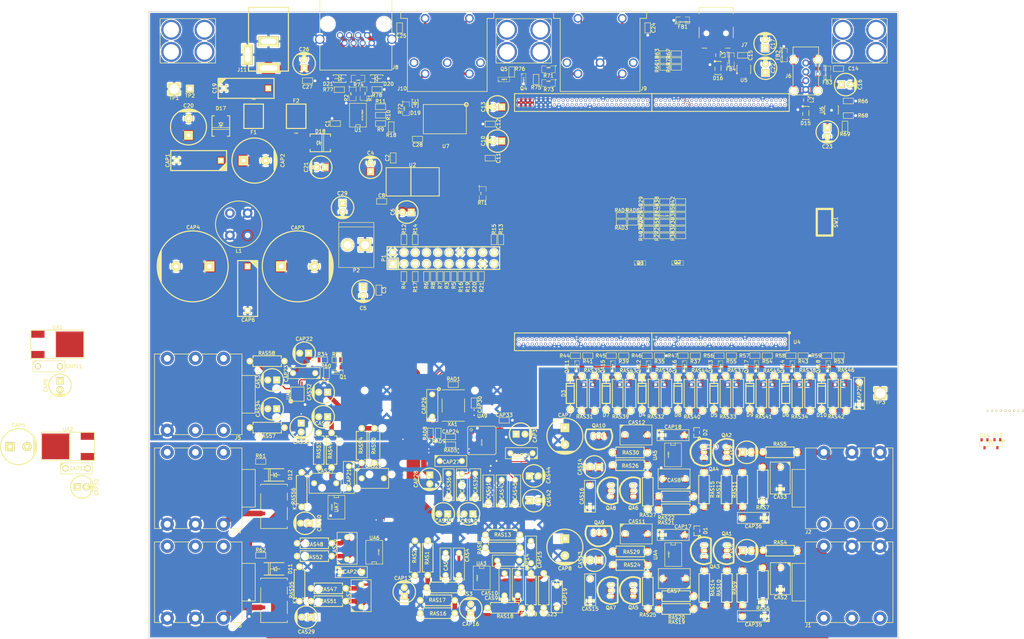
<source format=kicad_pcb>
(kicad_pcb (version 3) (host pcbnew "(2014-03-19 BZR 4756)-product")
  (layers (15 F.Cu signal) (0 B.Cu signal) (18 B.Paste user) (19 F.Paste user) (20 B.SilkS user) (21 F.SilkS user) (22 B.Mask user) (23 F.Mask user) (28 Edge.Cuts user))
  (net 0 "")
  (net 1 +5V)
  (net 2 +9V)
  (net 3 +3.3V)
  (net 4 "Net-(C14-Pad2)")
  (net 5 "Net-(C15-Pad2)")
  (net 6 "Net-(C16-Pad1)")
  (net 7 "Net-(C17-Pad1)")
  (net 8 +9VA)
  (net 9 "Net-(C24-Pad1)")
  (net 10 "Net-(C25-Pad1)")
  (net 11 VCC_AMP_AUDIO)
  (net 12 "Net-(CAP13-Pad1)")
  (net 13 BIAS_AMP_A)
  (net 14 "Net-(CAP16-Pad1)")
  (net 15 BIAS_AMP_B)
  (net 16 +5VA)
  (net 17 +3.3VA)
  (net 18 "Net-(CAS1-Pad2)")
  (net 19 "Net-(CAS2-Pad1)")
  (net 20 "Net-(CAS3-Pad1)")
  (net 21 "Net-(CAS4-Pad1)")
  (net 22 "Net-(CAS5-Pad1)")
  (net 23 "Net-(CAS6-Pad1)")
  (net 24 "Net-(CAS7-Pad1)")
  (net 25 "Net-(CAS7-Pad2)")
  (net 26 "Net-(CAS8-Pad1)")
  (net 27 "Net-(CAS8-Pad2)")
  (net 28 "Net-(CAS10-Pad2)")
  (net 29 "Net-(CAS10-Pad1)")
  (net 30 "Net-(CAS11-Pad1)")
  (net 31 "Net-(CAS11-Pad2)")
  (net 32 "Net-(CAS12-Pad1)")
  (net 33 "Net-(CAS12-Pad2)")
  (net 34 "Net-(CAS13-Pad1)")
  (net 35 CODEC_ADC_A)
  (net 36 "Net-(CAS14-Pad1)")
  (net 37 CODEC_ADC_B)
  (net 38 "Net-(CAS25-Pad1)")
  (net 39 "Net-(CAS25-Pad2)")
  (net 40 "Net-(CAS26-Pad1)")
  (net 41 "Net-(CAS26-Pad2)")
  (net 42 "Net-(CAS27-Pad1)")
  (net 43 "Net-(CAS27-Pad2)")
  (net 44 "Net-(CAS28-Pad1)")
  (net 45 "Net-(CAS28-Pad2)")
  (net 46 "Net-(CAS29-Pad1)")
  (net 47 "Net-(CAS29-Pad2)")
  (net 48 "Net-(CAS30-Pad1)")
  (net 49 "Net-(CAS30-Pad2)")
  (net 50 "Net-(CAS31-Pad1)")
  (net 51 HP_INA)
  (net 52 "Net-(CAS32-Pad1)")
  (net 53 HP_INB)
  (net 54 "Net-(CAS33-Pad1)")
  (net 55 HP_OUTA)
  (net 56 "Net-(CAS34-Pad2)")
  (net 57 HP_OUTB)
  (net 58 "Net-(CAS35-Pad2)")
  (net 59 "Net-(CAS36-Pad2)")
  (net 60 "Net-(CAS37-Pad2)")
  (net 61 "Net-(CAS38-Pad1)")
  (net 62 "Net-(CAS40-Pad1)")
  (net 63 "Net-(CAS42-Pad1)")
  (net 64 "Net-(CAS44-Pad1)")
  (net 65 "Net-(CN1-Pad1)")
  (net 66 "Net-(CN2-Pad1)")
  (net 67 "Net-(CN3-Pad1)")
  (net 68 VG_JFET_A1)
  (net 69 VG_JFET_A3)
  (net 70 VG_JFET_B1)
  (net 71 VG_JFET_B3)
  (net 72 VG_JFET_A2)
  (net 73 VG_JFET_A4)
  (net 74 VG_JFET_B2)
  (net 75 VG_JFET_B4)
  (net 76 USB1_HOST_P)
  (net 77 USB1_HOST_M)
  (net 78 USB0_OTG_P)
  (net 79 USB0_OTG_M)
  (net 80 "Net-(D17-Pad1)")
  (net 81 "Net-(D18-Pad1)")
  (net 82 "Net-(D19-Pad2)")
  (net 83 "Net-(D19-Pad1)")
  (net 84 RS422_B)
  (net 85 RS422_A)
  (net 86 "Net-(FB1-Pad2)")
  (net 87 "Net-(FB2-Pad2)")
  (net 88 "Net-(J1-Pad4)")
  (net 89 "Net-(J1-Pad6)")
  (net 90 "Net-(J1-Pad2)")
  (net 91 IN_A)
  (net 92 "Net-(J2-Pad4)")
  (net 93 "Net-(J2-Pad6)")
  (net 94 "Net-(J2-Pad2)")
  (net 95 IN_B)
  (net 96 "Net-(J3-Pad4)")
  (net 97 "Net-(J3-Pad6)")
  (net 98 "Net-(J3-Pad2)")
  (net 99 "Net-(J3-Pad1)")
  (net 100 "Net-(J4-Pad4)")
  (net 101 "Net-(J4-Pad6)")
  (net 102 "Net-(J4-Pad2)")
  (net 103 "Net-(J4-Pad1)")
  (net 104 "Net-(J5-Pad4)")
  (net 105 "Net-(J5-Pad2)")
  (net 106 "Net-(J6-Pad2)")
  (net 107 "Net-(J6-Pad3)")
  (net 108 "Net-(J7-Pad2)")
  (net 109 "Net-(J7-Pad3)")
  (net 110 USB0_IDDET)
  (net 111 "Net-(J9-Pad4)")
  (net 112 "Net-(J9-Pad1)")
  (net 113 "Net-(J9-Pad3)")
  (net 114 "Net-(J9-Pad5)")
  (net 115 "Net-(J10-Pad4)")
  (net 116 "Net-(J10-Pad1)")
  (net 117 "Net-(J10-Pad2)")
  (net 118 "Net-(J10-Pad3)")
  (net 119 "Net-(P1-Pad3)")
  (net 120 "Net-(P1-Pad4)")
  (net 121 "Net-(P1-Pad5)")
  (net 122 "Net-(P1-Pad6)")
  (net 123 "Net-(P1-Pad7)")
  (net 124 "Net-(P1-Pad8)")
  (net 125 "Net-(P1-Pad9)")
  (net 126 "Net-(P1-Pad10)")
  (net 127 "Net-(P1-Pad11)")
  (net 128 RX1_UC_CHAIN)
  (net 129 TX1_UC_CHAIN)
  (net 130 RTS1_UC_CHAIN)
  (net 131 HP_SHDN)
  (net 132 BYPASS_A_EN)
  (net 133 BYPASS_B_EN)
  (net 134 "Net-(Q4-Pad3)")
  (net 135 "Net-(Q4-Pad1)")
  (net 136 "Net-(QA5-Pad2)")
  (net 137 "Net-(QA5-Pad1)")
  (net 138 "Net-(QA6-Pad2)")
  (net 139 "Net-(QA6-Pad1)")
  (net 140 "Net-(QA11-Pad3)")
  (net 141 JFET_SW_A1)
  (net 142 "Net-(QA12-Pad3)")
  (net 143 JFET_SW_A3)
  (net 144 "Net-(QA13-Pad3)")
  (net 145 JFET_SW_B1)
  (net 146 "Net-(QA14-Pad3)")
  (net 147 JFET_SW_B3)
  (net 148 "Net-(QA15-Pad3)")
  (net 149 JFET_SW_A2)
  (net 150 "Net-(QA16-Pad3)")
  (net 151 JFET_SW_A4)
  (net 152 "Net-(QA17-Pad3)")
  (net 153 JFET_SW_B2)
  (net 154 "Net-(QA18-Pad3)")
  (net 155 JFET_SW_B4)
  (net 156 "Net-(R1-Pad1)")
  (net 157 "Net-(R2-Pad2)")
  (net 158 RX0_HOST_CONSOLE)
  (net 159 TX0_HOST_CONSOLE)
  (net 160 RX2_HOST_UI)
  (net 161 TX2_HOST_UI)
  (net 162 RX1_HOST_FIRMWARE)
  (net 163 TX1_HOST_FIRMWARE)
  (net 164 "Net-(R9-Pad2)")
  (net 165 "Net-(R10-Pad2)")
  (net 166 "Net-(R11-Pad2)")
  (net 167 LED_OVFL1)
  (net 168 LED_OVFL2)
  (net 169 LED_OVFL3)
  (net 170 LED_OVFL4)
  (net 171 DTR1_HOST_FIRMWARE)
  (net 172 RTS1_HOST_FIRMWARE)
  (net 173 RX3_HOST_CHAIN)
  (net 174 RTS3_HOST_CHAIN)
  (net 175 TX3_HOST_CHAIN)
  (net 176 "Net-(R25-Pad1)")
  (net 177 "Net-(R27-Pad2)")
  (net 178 USB1_DRV)
  (net 179 "Net-(R28-Pad2)")
  (net 180 "Net-(R29-Pad2)")
  (net 181 "Net-(R30-Pad1)")
  (net 182 AUDIO_MCLK)
  (net 183 "Net-(R31-Pad2)")
  (net 184 "Net-(R35-Pad1)")
  (net 185 "Net-(R36-Pad1)")
  (net 186 "Net-(R37-Pad1)")
  (net 187 "Net-(R38-Pad1)")
  (net 188 "Net-(R39-Pad1)")
  (net 189 "Net-(R40-Pad1)")
  (net 190 "Net-(R41-Pad1)")
  (net 191 "Net-(R42-Pad1)")
  (net 192 "Net-(R43-Pad1)")
  (net 193 HP_VOL_CLK)
  (net 194 HP_VOL)
  (net 195 "Net-(R53-Pad1)")
  (net 196 "Net-(R54-Pad1)")
  (net 197 "Net-(R55-Pad1)")
  (net 198 USB0_VBUSDET)
  (net 199 "Net-(R65-Pad1)")
  (net 200 "Net-(R66-Pad1)")
  (net 201 "Net-(R67-Pad2)")
  (net 202 "Net-(R68-Pad2)")
  (net 203 USB0_DRV)
  (net 204 CODEC_SCL)
  (net 205 CODEC_SDA)
  (net 206 "Net-(RAD6-Pad2)")
  (net 207 "Net-(RAD7-Pad2)")
  (net 208 "Net-(RAD8-Pad1)")
  (net 209 "Net-(RAD9-Pad1)")
  (net 210 "Net-(RAS3-Pad2)")
  (net 211 "Net-(RAS18-Pad2)")
  (net 212 "Net-(RAS25-Pad1)")
  (net 213 "Net-(RAS27-Pad1)")
  (net 214 "Net-(SW1-Pad2)")
  (net 215 "Net-(U4-Pad1)")
  (net 216 "Net-(U4-Pad2)")
  (net 217 "Net-(U4-Pad3)")
  (net 218 "Net-(U4-Pad4)")
  (net 219 "Net-(U4-Pad5)")
  (net 220 "Net-(U4-Pad7)")
  (net 221 "Net-(U4-Pad8)")
  (net 222 "Net-(U4-Pad9)")
  (net 223 "Net-(U4-Pad10)")
  (net 224 "Net-(U4-Pad11)")
  (net 225 "Net-(U4-Pad13)")
  (net 226 "Net-(U4-Pad14)")
  (net 227 "Net-(U4-Pad15)")
  (net 228 "Net-(U4-Pad16)")
  (net 229 "Net-(U4-Pad17)")
  (net 230 "Net-(U4-Pad18)")
  (net 231 "Net-(U4-Pad20)")
  (net 232 "Net-(U4-Pad21)")
  (net 233 "Net-(U4-Pad22)")
  (net 234 "Net-(U4-Pad23)")
  (net 235 "Net-(U4-Pad24)")
  (net 236 "Net-(U4-Pad25)")
  (net 237 "Net-(U4-Pad27)")
  (net 238 "Net-(U4-Pad28)")
  (net 239 "Net-(U4-Pad29)")
  (net 240 "Net-(U4-Pad30)")
  (net 241 "Net-(U4-Pad31)")
  (net 242 "Net-(U4-Pad32)")
  (net 243 "Net-(U4-Pad33)")
  (net 244 "Net-(U4-Pad34)")
  (net 245 "Net-(U4-Pad35)")
  (net 246 "Net-(U4-Pad37)")
  (net 247 "Net-(U4-Pad38)")
  (net 248 "Net-(U4-Pad41)")
  (net 249 "Net-(U4-Pad43)")
  (net 250 "Net-(U4-Pad45)")
  (net 251 "Net-(U4-Pad47)")
  (net 252 "Net-(U4-Pad51)")
  (net 253 "Net-(U4-Pad53)")
  (net 254 "Net-(U4-Pad55)")
  (net 255 "Net-(U4-Pad57)")
  (net 256 "Net-(U4-Pad61)")
  (net 257 "Net-(U4-Pad62)")
  (net 258 "Net-(U4-Pad65)")
  (net 259 "Net-(U4-Pad66)")
  (net 260 "Net-(U4-Pad67)")
  (net 261 "Net-(U4-Pad68)")
  (net 262 "Net-(U4-Pad69)")
  (net 263 "Net-(U4-Pad70)")
  (net 264 "Net-(U4-Pad71)")
  (net 265 "Net-(U4-Pad75)")
  (net 266 "Net-(U4-Pad79)")
  (net 267 "Net-(U4-Pad81)")
  (net 268 "Net-(U4-Pad83)")
  (net 269 "Net-(U4-Pad85)")
  (net 270 "Net-(U4-Pad87)")
  (net 271 "Net-(U4-Pad89)")
  (net 272 "Net-(U4-Pad91)")
  (net 273 "Net-(U4-Pad98)")
  (net 274 "Net-(U4-Pad99)")
  (net 275 "Net-(U4-Pad100)")
  (net 276 "Net-(U4-Pad101)")
  (net 277 "Net-(U4-Pad107)")
  (net 278 "Net-(U4-Pad109)")
  (net 279 "Net-(U4-Pad110)")
  (net 280 "Net-(U4-Pad112)")
  (net 281 "Net-(U4-Pad113)")
  (net 282 "Net-(U4-Pad114)")
  (net 283 "Net-(U4-Pad116)")
  (net 284 "Net-(U4-Pad117)")
  (net 285 "Net-(U4-Pad119)")
  (net 286 "Net-(U4-Pad120)")
  (net 287 "Net-(U4-Pad121)")
  (net 288 "Net-(U4-Pad122)")
  (net 289 "Net-(U4-Pad123)")
  (net 290 "Net-(U4-Pad124)")
  (net 291 "Net-(U4-Pad125)")
  (net 292 "Net-(U4-Pad126)")
  (net 293 "Net-(U4-Pad127)")
  (net 294 "Net-(U4-Pad129)")
  (net 295 "Net-(U4-Pad130)")
  (net 296 "Net-(U4-Pad132)")
  (net 297 "Net-(U4-Pad133)")
  (net 298 "Net-(U4-Pad134)")
  (net 299 "Net-(U4-Pad135)")
  (net 300 "Net-(U4-Pad136)")
  (net 301 "Net-(U4-Pad137)")
  (net 302 "Net-(U4-Pad138)")
  (net 303 "Net-(U4-Pad139)")
  (net 304 "Net-(U4-Pad140)")
  (net 305 "Net-(U4-Pad141)")
  (net 306 "Net-(U4-Pad142)")
  (net 307 "Net-(U4-Pad143)")
  (net 308 "Net-(U4-Pad144)")
  (net 309 "Net-(U4-Pad145)")
  (net 310 "Net-(U4-Pad146)")
  (net 311 "Net-(U4-Pad147)")
  (net 312 "Net-(U4-Pad148)")
  (net 313 "Net-(U4-Pad149)")
  (net 314 "Net-(U4-Pad150)")
  (net 315 "Net-(U4-Pad152)")
  (net 316 "Net-(U4-Pad153)")
  (net 317 "Net-(U4-Pad154)")
  (net 318 "Net-(U4-Pad155)")
  (net 319 "Net-(U4-Pad156)")
  (net 320 "Net-(U4-Pad157)")
  (net 321 "Net-(U4-Pad159)")
  (net 322 "Net-(U4-Pad163)")
  (net 323 "Net-(U4-Pad164)")
  (net 324 "Net-(U4-Pad174)")
  (net 325 "Net-(U4-Pad176)")
  (net 326 "Net-(U4-Pad178)")
  (net 327 "Net-(U4-Pad180)")
  (net 328 "Net-(U4-Pad181)")
  (net 329 "Net-(U4-Pad183)")
  (net 330 "Net-(U4-Pad185)")
  (net 331 "Net-(U4-Pad187)")
  (net 332 "Net-(U4-Pad189)")
  (net 333 "Net-(U4-Pad190)")
  (net 334 "Net-(U4-Pad191)")
  (net 335 "Net-(U4-Pad192)")
  (net 336 "Net-(U4-Pad195)")
  (net 337 "Net-(U4-Pad196)")
  (net 338 "Net-(U4-Pad197)")
  (net 339 "Net-(U4-Pad198)")
  (net 340 "Net-(U4-Pad199)")
  (net 341 "Net-(U4-Pad200)")
  (net 342 "Net-(U4-Pad202)")
  (net 343 "Net-(U4-Pad203)")
  (net 344 "Net-(U4-Pad204)")
  (net 345 "Net-(U4-Pad205)")
  (net 346 "Net-(U4-Pad206)")
  (net 347 "Net-(U4-Pad207)")
  (net 348 I2S_SCLK)
  (net 349 I2S_LRCK)
  (net 350 I2S_SDOUT)
  (net 351 "Net-(U4-Pad213)")
  (net 352 "Net-(U4-Pad214)")
  (net 353 "Net-(U4-Pad215)")
  (net 354 I2S_SDIN)
  (net 355 "Net-(U4-Pad223)")
  (net 356 "Net-(U4-Pad224)")
  (net 357 "Net-(U5-Pad4)")
  (net 358 "Net-(U6-Pad4)")
  (net 359 "Net-(U7-Pad1)")
  (net 360 "Net-(U7-Pad4)")
  (net 361 "Net-(U7-Pad7)")
  (net 362 CODEC_DAC_B)
  (net 363 CODEC_DAC_A)
  (net 364 "Net-(UA9-Pad7)")
  (net 365 "Net-(UA9-Pad8)")
  (net 366 "Net-(UA9-Pad25)")
  (net 367 "Net-(UA9-Pad26)")
  (net 368 "Net-(UA9-Pad27)")
  (net 369 "Net-(UA9-Pad28)")
  (net 370 "Net-(UA9-Pad29)")
  (net 371 "Net-(UA9-Pad9)")
  (net 372 "Net-(UA9-Pad10)")
  (net 373 "Net-(UA9-Pad11)")
  (net 374 "Net-(UA9-Pad12)")
  (net 375 "Net-(UA9-Pad23)")
  (net 376 "Net-(UA9-Pad24)")
  (net 377 VCC_9V)
  (net 378 "Net-(D11-Pad1)")
  (net 379 "Net-(D12-Pad1)")
  (net 380 "Net-(QA1-Pad1)")
  (net 381 "Net-(QA3-Pad1)")
  (net 382 "Net-(QA2-Pad1)")
  (net 383 "Net-(QA4-Pad1)")
  (net 384 "Net-(Q1-Pad3)")
  (net 385 "Net-(U4-Pad48)")
  (net 386 "Net-(Q1-Pad1)")
  (net 387 DGND)
  (net 388 "Net-(D3-Pad2)")
  (net 389 "Net-(D4-Pad2)")
  (net 390 "Net-(D5-Pad2)")
  (net 391 "Net-(D6-Pad2)")
  (net 392 "Net-(D7-Pad2)")
  (net 393 "Net-(D8-Pad2)")
  (net 394 "Net-(D9-Pad2)")
  (net 395 "Net-(D10-Pad2)")
  (net 396 "Net-(UA9-Pad40)")
  (net 397 "Net-(P1-Pad12)")
  (net 398 TX5_HOST_MIDI)
  (net 399 RX5_HOST_MIDI)
  (net 400 "Net-(U4-Pad151)")
  (net 401 "Net-(U4-Pad158)")
  (net 402 "Net-(U4-Pad160)")
  (net 403 "Net-(U4-Pad161)")
  (net 404 "Net-(U4-Pad162)")
  (net 405 "Net-(U4-Pad50)")
  (net 406 "Net-(UA9-Pad35)")
  (net 407 "Net-(U4-Pad182)")
  (net 408 "Net-(U4-Pad184)")
  (net 409 "Net-(U4-Pad186)")
  (net 410 "Net-(U4-Pad188)")
  (net 411 "Net-(U4-Pad54)")
  (net 412 "Net-(U4-Pad56)")
  (net 413 "Net-(UA9-Pad47)")
  (net 414 "Net-(UA9-Pad48)")
  (net 415 "Net-(RAD1-Pad1)")
  (net 416 "Net-(U4-Pad58)")
  (net 417 "Net-(U4-Pad60)")
  (net 418 "Net-(CN1-Pad3)")
  (net 419 "Net-(CN1-Pad2)")
  (net 420 "Net-(CN1-Pad4)")
  (net 421 "Net-(CN2-Pad3)")
  (net 422 "Net-(CN2-Pad2)")
  (net 423 "Net-(CN2-Pad4)")
  (net 424 "Net-(CN3-Pad3)")
  (net 425 "Net-(CN3-Pad2)")
  (net 426 "Net-(CN3-Pad4)")
  (net 427 "Net-(P1-Pad18)")
  (net 428 "Net-(P1-Pad19)")
  (net 429 "Net-(P1-Pad20)")
  (net 430 CODEC_RST)
  (module Duo_Audio_HMI_RC1A:GNDPAD_18_8MIL (layer F.Cu) (at 147.29854 144.74606)
    (fp_text reference GNDA4 hide)
    (fp_text value PAD_GND hide)
    (pad 1 thru_hole circle (at 0 0) (size 0.4572 0.4572) (drill 0.2032) (layers *.Cu *.Mask F.SilkS) (net 387 DGND))
  )
  (module Duo_Audio_HMI_RC1A:SMD4_DFN (layer F.Cu) (at 117.525 109.28 270)
    (fp_text reference XA1 (at 4.22 0.175 540) (layer F.SilkS) (effects (font (size 0.8128 0.8128) (thickness 0.1524))))
    (fp_text value ASV-24.576MHZ-EJ-T hide)
    (pad 1 smd rect (at -2.54 1.9939 270) (size 1.8034 2.0066) (layers F.Cu F.Paste F.Mask) (net 415 "Net-(RAD1-Pad1)"))
    (pad 2 smd rect (at 2.54 1.9939 270) (size 1.8034 2.0066) (layers F.Cu F.Paste F.Mask) (net 387 DGND))
    (pad 3 smd rect (at 2.54 -1.9939 270) (size 1.8034 2.0066) (layers F.Cu F.Paste F.Mask) (net 182 AUDIO_MCLK))
    (pad 4 smd rect (at -2.54 -1.9939 270) (size 1.8034 2.0066) (layers F.Cu F.Paste F.Mask) (net 17 +3.3VA))
  )
  (module Duo_Audio_HMI_RC1A:CapacitorMetalFilm_7.2x2.5MM_P5MM (layer F.Cu) (at 112.765 109.27 90)
    (fp_text reference CAP26 (at -0.03 -1.865 90) (layer F.SilkS) (effects (font (size 0.8128 0.8128) (thickness 0.1524))))
    (fp_text value 100nF_MF_S hide)
    (pad 1 thru_hole circle (at -2.5 0 90) (size 1.35 1.35) (drill 0.75) (layers *.Cu *.Mask F.SilkS) (net 387 DGND))
    (pad 2 thru_hole circle (at 2.5 0 90) (size 1.35 1.35) (drill 0.75) (layers *.Cu *.Mask F.SilkS) (net 17 +3.3VA))
  )
  (module Duo_Audio_HMI_RC1A:DO-35 (layer F.Cu) (at 176.34 106.555 90)
    (fp_text reference D5 (at -4.895 0.01 180) (layer F.SilkS) (effects (font (size 0.8128 0.8128) (thickness 0.1524))))
    (fp_text value 1N4447 hide)
    (pad 2 thru_hole rect (at 3.6 0 90) (size 1.4 1.4) (drill 0.6) (layers *.Cu *.Mask F.SilkS) (net 390 "Net-(D5-Pad2)"))
    (pad 1 thru_hole circle (at -3.6 0 90) (size 1.4 1.4) (drill 0.6) (layers *.Cu *.Mask F.SilkS) (net 74 VG_JFET_B2))
  )
  (module Duo_Audio_HMI_RC1A:DO-35 (layer F.Cu) (at 192.54 106.555 90)
    (fp_text reference D6 (at -4.845 0.01 180) (layer F.SilkS) (effects (font (size 0.8128 0.8128) (thickness 0.1524))))
    (fp_text value 1N4447 hide)
    (pad 2 thru_hole rect (at 3.6 0 90) (size 1.4 1.4) (drill 0.6) (layers *.Cu *.Mask F.SilkS) (net 391 "Net-(D6-Pad2)"))
    (pad 1 thru_hole circle (at -3.6 0 90) (size 1.4 1.4) (drill 0.6) (layers *.Cu *.Mask F.SilkS) (net 72 VG_JFET_A2))
  )
  (module Duo_Audio_HMI_RC1A:DO-35 (layer F.Cu) (at 184.44 106.555 90)
    (fp_text reference D9 (at -4.845 0.01 180) (layer F.SilkS) (effects (font (size 0.8128 0.8128) (thickness 0.1524))))
    (fp_text value 1N4447 hide)
    (pad 2 thru_hole rect (at 3.6 0 90) (size 1.4 1.4) (drill 0.6) (layers *.Cu *.Mask F.SilkS) (net 394 "Net-(D9-Pad2)"))
    (pad 1 thru_hole circle (at -3.6 0 90) (size 1.4 1.4) (drill 0.6) (layers *.Cu *.Mask F.SilkS) (net 70 VG_JFET_B1))
  )
  (module Duo_Audio_HMI_RC1A:DO-35 (layer F.Cu) (at 200.64 106.555 90)
    (fp_text reference D10 (at -4.895 0.01 180) (layer F.SilkS) (effects (font (size 0.8128 0.8128) (thickness 0.1524))))
    (fp_text value 1N4447 hide)
    (pad 2 thru_hole rect (at 3.6 0 90) (size 1.4 1.4) (drill 0.6) (layers *.Cu *.Mask F.SilkS) (net 395 "Net-(D10-Pad2)"))
    (pad 1 thru_hole circle (at -3.6 0 90) (size 1.4 1.4) (drill 0.6) (layers *.Cu *.Mask F.SilkS) (net 68 VG_JFET_A1))
  )
  (module Duo_Audio_HMI_RC1A:SOT23 (layer F.Cu) (at 177.84 100.505 270)
    (fp_text reference QA13 (at 0 2.25 270) (layer F.SilkS) (effects (font (size 0.8128 0.8128) (thickness 0.1524))))
    (fp_text value BS870 (at 0.0635 0 270) (layer F.SilkS) (effects (font (size 0.254 0.254) (thickness 0.0635))))
    (pad 3 smd rect (at 0 -1.09982 270) (size 0.8001 1.00076) (layers F.Cu F.Paste F.Mask) (net 144 "Net-(QA13-Pad3)"))
    (pad 2 smd rect (at 0.9525 1.09982 270) (size 0.8001 1.00076) (layers F.Cu F.Paste F.Mask) (net 387 DGND))
    (pad 1 smd rect (at -0.9525 1.09982 270) (size 0.8001 1.00076) (layers F.Cu F.Paste F.Mask) (net 145 JFET_SW_B1))
  )
  (module Duo_Audio_HMI_RC1A:SOT23 (layer F.Cu) (at 194.04 100.505 270)
    (fp_text reference QA14 (at 0 2.25 270) (layer F.SilkS) (effects (font (size 0.8128 0.8128) (thickness 0.1524))))
    (fp_text value BS870 (at 0.0635 0 270) (layer F.SilkS) (effects (font (size 0.254 0.254) (thickness 0.0635))))
    (pad 3 smd rect (at 0 -1.09982 270) (size 0.8001 1.00076) (layers F.Cu F.Paste F.Mask) (net 146 "Net-(QA14-Pad3)"))
    (pad 2 smd rect (at 0.9525 1.09982 270) (size 0.8001 1.00076) (layers F.Cu F.Paste F.Mask) (net 387 DGND))
    (pad 1 smd rect (at -0.9525 1.09982 270) (size 0.8001 1.00076) (layers F.Cu F.Paste F.Mask) (net 147 JFET_SW_B3))
  )
  (module Duo_Audio_HMI_RC1A:SOT23 (layer F.Cu) (at 185.94 100.505 270)
    (fp_text reference QA17 (at 0 2.25 270) (layer F.SilkS) (effects (font (size 0.8128 0.8128) (thickness 0.1524))))
    (fp_text value BS870 (at 0.0635 0 270) (layer F.SilkS) (effects (font (size 0.254 0.254) (thickness 0.0635))))
    (pad 3 smd rect (at 0 -1.09982 270) (size 0.8001 1.00076) (layers F.Cu F.Paste F.Mask) (net 152 "Net-(QA17-Pad3)"))
    (pad 2 smd rect (at 0.9525 1.09982 270) (size 0.8001 1.00076) (layers F.Cu F.Paste F.Mask) (net 387 DGND))
    (pad 1 smd rect (at -0.9525 1.09982 270) (size 0.8001 1.00076) (layers F.Cu F.Paste F.Mask) (net 153 JFET_SW_B2))
  )
  (module Duo_Audio_HMI_RC1A:SOT23 (layer F.Cu) (at 202.14 100.505 270)
    (fp_text reference QA18 (at 0 2.25 270) (layer F.SilkS) (effects (font (size 0.8128 0.8128) (thickness 0.1524))))
    (fp_text value BS870 (at 0.0635 0 270) (layer F.SilkS) (effects (font (size 0.254 0.254) (thickness 0.0635))))
    (pad 3 smd rect (at 0 -1.09982 270) (size 0.8001 1.00076) (layers F.Cu F.Paste F.Mask) (net 154 "Net-(QA18-Pad3)"))
    (pad 2 smd rect (at 0.9525 1.09982 270) (size 0.8001 1.00076) (layers F.Cu F.Paste F.Mask) (net 387 DGND))
    (pad 1 smd rect (at -0.9525 1.09982 270) (size 0.8001 1.00076) (layers F.Cu F.Paste F.Mask) (net 155 JFET_SW_B4))
  )
  (module Duo_Audio_HMI_RC1A:Resistor_PTH_6.35x2.35mm (layer F.Cu) (at 178.94 106.555 270)
    (fp_text reference RAS33 (at 5.245 -0.56 360) (layer F.SilkS) (effects (font (size 0.8128 0.8128) (thickness 0.1524))))
    (fp_text value 10k hide)
    (pad 1 thru_hole circle (at -3.9 0 270) (size 1.5 1.5) (drill 0.8) (layers *.Cu *.Mask F.SilkS) (net 390 "Net-(D5-Pad2)"))
    (pad 2 thru_hole circle (at 3.9 0 270) (size 1.5 1.5) (drill 0.8) (layers *.Cu *.Mask F.SilkS) (net 144 "Net-(QA13-Pad3)"))
  )
  (module Duo_Audio_HMI_RC1A:Resistor_PTH_6.35x2.35mm (layer F.Cu) (at 195.14 106.555 270)
    (fp_text reference RAS34 (at 5.245 -0.51 360) (layer F.SilkS) (effects (font (size 0.8128 0.8128) (thickness 0.1524))))
    (fp_text value 10k hide)
    (pad 1 thru_hole circle (at -3.9 0 270) (size 1.5 1.5) (drill 0.8) (layers *.Cu *.Mask F.SilkS) (net 391 "Net-(D6-Pad2)"))
    (pad 2 thru_hole circle (at 3.9 0 270) (size 1.5 1.5) (drill 0.8) (layers *.Cu *.Mask F.SilkS) (net 146 "Net-(QA14-Pad3)"))
  )
  (module Duo_Audio_HMI_RC1A:Resistor_PTH_6.35x2.35mm (layer F.Cu) (at 181.84 106.555 270)
    (fp_text reference RAS37 (at -5.205 0.59 360) (layer F.SilkS) (effects (font (size 0.8128 0.8128) (thickness 0.1524))))
    (fp_text value 10k hide)
    (pad 1 thru_hole circle (at -3.9 0 270) (size 1.5 1.5) (drill 0.8) (layers *.Cu *.Mask F.SilkS) (net 11 VCC_AMP_AUDIO))
    (pad 2 thru_hole circle (at 3.9 0 270) (size 1.5 1.5) (drill 0.8) (layers *.Cu *.Mask F.SilkS) (net 144 "Net-(QA13-Pad3)"))
  )
  (module Duo_Audio_HMI_RC1A:Resistor_PTH_6.35x2.35mm (layer F.Cu) (at 198.04 106.555 270)
    (fp_text reference RAS38 (at -5.205 0.59 360) (layer F.SilkS) (effects (font (size 0.8128 0.8128) (thickness 0.1524))))
    (fp_text value 10k hide)
    (pad 1 thru_hole circle (at -3.9 0 270) (size 1.5 1.5) (drill 0.8) (layers *.Cu *.Mask F.SilkS) (net 11 VCC_AMP_AUDIO))
    (pad 2 thru_hole circle (at 3.9 0 270) (size 1.5 1.5) (drill 0.8) (layers *.Cu *.Mask F.SilkS) (net 146 "Net-(QA14-Pad3)"))
  )
  (module Duo_Audio_HMI_RC1A:Resistor_PTH_6.35x2.35mm (layer F.Cu) (at 187.04 106.555 270)
    (fp_text reference RAS41 (at 5.245 -0.51 360) (layer F.SilkS) (effects (font (size 0.8128 0.8128) (thickness 0.1524))))
    (fp_text value 10k hide)
    (pad 1 thru_hole circle (at -3.9 0 270) (size 1.5 1.5) (drill 0.8) (layers *.Cu *.Mask F.SilkS) (net 394 "Net-(D9-Pad2)"))
    (pad 2 thru_hole circle (at 3.9 0 270) (size 1.5 1.5) (drill 0.8) (layers *.Cu *.Mask F.SilkS) (net 152 "Net-(QA17-Pad3)"))
  )
  (module Duo_Audio_HMI_RC1A:Resistor_PTH_6.35x2.35mm (layer F.Cu) (at 203.24 106.555 270)
    (fp_text reference RAS42 (at 5.245 -0.66 360) (layer F.SilkS) (effects (font (size 0.8128 0.8128) (thickness 0.1524))))
    (fp_text value 10k hide)
    (pad 1 thru_hole circle (at -3.9 0 270) (size 1.5 1.5) (drill 0.8) (layers *.Cu *.Mask F.SilkS) (net 395 "Net-(D10-Pad2)"))
    (pad 2 thru_hole circle (at 3.9 0 270) (size 1.5 1.5) (drill 0.8) (layers *.Cu *.Mask F.SilkS) (net 154 "Net-(QA18-Pad3)"))
  )
  (module Duo_Audio_HMI_RC1A:Resistor_PTH_6.35x2.35mm (layer F.Cu) (at 189.94 106.555 270)
    (fp_text reference RAS45 (at -5.105 0.59 360) (layer F.SilkS) (effects (font (size 0.8128 0.8128) (thickness 0.1524))))
    (fp_text value 10k hide)
    (pad 1 thru_hole circle (at -3.9 0 270) (size 1.5 1.5) (drill 0.8) (layers *.Cu *.Mask F.SilkS) (net 11 VCC_AMP_AUDIO))
    (pad 2 thru_hole circle (at 3.9 0 270) (size 1.5 1.5) (drill 0.8) (layers *.Cu *.Mask F.SilkS) (net 152 "Net-(QA17-Pad3)"))
  )
  (module Duo_Audio_HMI_RC1A:Resistor_PTH_6.35x2.35mm (layer F.Cu) (at 206.14 106.555 270)
    (fp_text reference RAS46 (at -5.255 -0.01 360) (layer F.SilkS) (effects (font (size 0.8128 0.8128) (thickness 0.1524))))
    (fp_text value 10k hide)
    (pad 1 thru_hole circle (at -3.9 0 270) (size 1.5 1.5) (drill 0.8) (layers *.Cu *.Mask F.SilkS) (net 11 VCC_AMP_AUDIO))
    (pad 2 thru_hole circle (at 3.9 0 270) (size 1.5 1.5) (drill 0.8) (layers *.Cu *.Mask F.SilkS) (net 154 "Net-(QA18-Pad3)"))
  )
  (module Duo_Audio_HMI_RC1A:Resistor_PTH_6.35x2.35mm (layer F.Cu) (at 173.715 106.555 270)
    (fp_text reference RAS44 (at -5.155 0.565 360) (layer F.SilkS) (effects (font (size 0.8128 0.8128) (thickness 0.1524))))
    (fp_text value 10k hide)
    (pad 1 thru_hole circle (at -3.9 0 270) (size 1.5 1.5) (drill 0.8) (layers *.Cu *.Mask F.SilkS) (net 11 VCC_AMP_AUDIO))
    (pad 2 thru_hole circle (at 3.9 0 270) (size 1.5 1.5) (drill 0.8) (layers *.Cu *.Mask F.SilkS) (net 150 "Net-(QA16-Pad3)"))
  )
  (module Duo_Audio_HMI_RC1A:Resistor_PTH_6.35x2.35mm (layer F.Cu) (at 157.515 106.555 270)
    (fp_text reference RAS43 (at -5.155 0.565 360) (layer F.SilkS) (effects (font (size 0.8128 0.8128) (thickness 0.1524))))
    (fp_text value 10k hide)
    (pad 1 thru_hole circle (at -3.9 0 270) (size 1.5 1.5) (drill 0.8) (layers *.Cu *.Mask F.SilkS) (net 11 VCC_AMP_AUDIO))
    (pad 2 thru_hole circle (at 3.9 0 270) (size 1.5 1.5) (drill 0.8) (layers *.Cu *.Mask F.SilkS) (net 148 "Net-(QA15-Pad3)"))
  )
  (module Duo_Audio_HMI_RC1A:Resistor_PTH_6.35x2.35mm (layer F.Cu) (at 170.815 106.555 270)
    (fp_text reference RAS40 (at 5.295 -0.585 360) (layer F.SilkS) (effects (font (size 0.8128 0.8128) (thickness 0.1524))))
    (fp_text value 10k hide)
    (pad 1 thru_hole circle (at -3.9 0 270) (size 1.5 1.5) (drill 0.8) (layers *.Cu *.Mask F.SilkS) (net 393 "Net-(D8-Pad2)"))
    (pad 2 thru_hole circle (at 3.9 0 270) (size 1.5 1.5) (drill 0.8) (layers *.Cu *.Mask F.SilkS) (net 150 "Net-(QA16-Pad3)"))
  )
  (module Duo_Audio_HMI_RC1A:Resistor_PTH_6.35x2.35mm (layer F.Cu) (at 154.615 106.555 270)
    (fp_text reference RAS39 (at 5.245 -0.635 360) (layer F.SilkS) (effects (font (size 0.8128 0.8128) (thickness 0.1524))))
    (fp_text value 10k hide)
    (pad 1 thru_hole circle (at -3.9 0 270) (size 1.5 1.5) (drill 0.8) (layers *.Cu *.Mask F.SilkS) (net 392 "Net-(D7-Pad2)"))
    (pad 2 thru_hole circle (at 3.9 0 270) (size 1.5 1.5) (drill 0.8) (layers *.Cu *.Mask F.SilkS) (net 148 "Net-(QA15-Pad3)"))
  )
  (module Duo_Audio_HMI_RC1A:Resistor_PTH_6.35x2.35mm (layer F.Cu) (at 165.615 106.555 270)
    (fp_text reference RAS36 (at -5.205 0.615 360) (layer F.SilkS) (effects (font (size 0.8128 0.8128) (thickness 0.1524))))
    (fp_text value 10k hide)
    (pad 1 thru_hole circle (at -3.9 0 270) (size 1.5 1.5) (drill 0.8) (layers *.Cu *.Mask F.SilkS) (net 11 VCC_AMP_AUDIO))
    (pad 2 thru_hole circle (at 3.9 0 270) (size 1.5 1.5) (drill 0.8) (layers *.Cu *.Mask F.SilkS) (net 142 "Net-(QA12-Pad3)"))
  )
  (module Duo_Audio_HMI_RC1A:Resistor_PTH_6.35x2.35mm (layer F.Cu) (at 149.415 106.555 270)
    (fp_text reference RAS35 (at -5.205 0.565 360) (layer F.SilkS) (effects (font (size 0.8128 0.8128) (thickness 0.1524))))
    (fp_text value 10k hide)
    (pad 1 thru_hole circle (at -3.9 0 270) (size 1.5 1.5) (drill 0.8) (layers *.Cu *.Mask F.SilkS) (net 11 VCC_AMP_AUDIO))
    (pad 2 thru_hole circle (at 3.9 0 270) (size 1.5 1.5) (drill 0.8) (layers *.Cu *.Mask F.SilkS) (net 140 "Net-(QA11-Pad3)"))
  )
  (module Duo_Audio_HMI_RC1A:Resistor_PTH_6.35x2.35mm (layer F.Cu) (at 162.715 106.555 270)
    (fp_text reference RAS32 (at 5.245 -0.485 360) (layer F.SilkS) (effects (font (size 0.8128 0.8128) (thickness 0.1524))))
    (fp_text value 10k hide)
    (pad 1 thru_hole circle (at -3.9 0 270) (size 1.5 1.5) (drill 0.8) (layers *.Cu *.Mask F.SilkS) (net 389 "Net-(D4-Pad2)"))
    (pad 2 thru_hole circle (at 3.9 0 270) (size 1.5 1.5) (drill 0.8) (layers *.Cu *.Mask F.SilkS) (net 142 "Net-(QA12-Pad3)"))
  )
  (module Duo_Audio_HMI_RC1A:Resistor_PTH_6.35x2.35mm (layer F.Cu) (at 146.515 106.555 270)
    (fp_text reference RAS31 (at 5.245 -0.635 360) (layer F.SilkS) (effects (font (size 0.8128 0.8128) (thickness 0.1524))))
    (fp_text value 10k hide)
    (pad 1 thru_hole circle (at -3.9 0 270) (size 1.5 1.5) (drill 0.8) (layers *.Cu *.Mask F.SilkS) (net 388 "Net-(D3-Pad2)"))
    (pad 2 thru_hole circle (at 3.9 0 270) (size 1.5 1.5) (drill 0.8) (layers *.Cu *.Mask F.SilkS) (net 140 "Net-(QA11-Pad3)"))
  )
  (module Duo_Audio_HMI_RC1A:SOT23 (layer F.Cu) (at 169.715 100.505 270)
    (fp_text reference QA16 (at 0 2.25 270) (layer F.SilkS) (effects (font (size 0.8128 0.8128) (thickness 0.1524))))
    (fp_text value BS870 (at 0.0635 0 270) (layer F.SilkS) (effects (font (size 0.254 0.254) (thickness 0.0635))))
    (pad 3 smd rect (at 0 -1.09982 270) (size 0.8001 1.00076) (layers F.Cu F.Paste F.Mask) (net 150 "Net-(QA16-Pad3)"))
    (pad 2 smd rect (at 0.9525 1.09982 270) (size 0.8001 1.00076) (layers F.Cu F.Paste F.Mask) (net 387 DGND))
    (pad 1 smd rect (at -0.9525 1.09982 270) (size 0.8001 1.00076) (layers F.Cu F.Paste F.Mask) (net 151 JFET_SW_A4))
  )
  (module Duo_Audio_HMI_RC1A:SOT23 (layer F.Cu) (at 153.515 100.505 270)
    (fp_text reference QA15 (at 0 2.25 270) (layer F.SilkS) (effects (font (size 0.8128 0.8128) (thickness 0.1524))))
    (fp_text value BS870 (at 0.0635 0 270) (layer F.SilkS) (effects (font (size 0.254 0.254) (thickness 0.0635))))
    (pad 3 smd rect (at 0 -1.09982 270) (size 0.8001 1.00076) (layers F.Cu F.Paste F.Mask) (net 148 "Net-(QA15-Pad3)"))
    (pad 2 smd rect (at 0.9525 1.09982 270) (size 0.8001 1.00076) (layers F.Cu F.Paste F.Mask) (net 387 DGND))
    (pad 1 smd rect (at -0.9525 1.09982 270) (size 0.8001 1.00076) (layers F.Cu F.Paste F.Mask) (net 149 JFET_SW_A2))
  )
  (module Duo_Audio_HMI_RC1A:SOT23 (layer F.Cu) (at 161.615 100.505 270)
    (fp_text reference QA12 (at 0 2.25 270) (layer F.SilkS) (effects (font (size 0.8128 0.8128) (thickness 0.1524))))
    (fp_text value BS870 (at 0.0635 0 270) (layer F.SilkS) (effects (font (size 0.254 0.254) (thickness 0.0635))))
    (pad 3 smd rect (at 0 -1.09982 270) (size 0.8001 1.00076) (layers F.Cu F.Paste F.Mask) (net 142 "Net-(QA12-Pad3)"))
    (pad 2 smd rect (at 0.9525 1.09982 270) (size 0.8001 1.00076) (layers F.Cu F.Paste F.Mask) (net 387 DGND))
    (pad 1 smd rect (at -0.9525 1.09982 270) (size 0.8001 1.00076) (layers F.Cu F.Paste F.Mask) (net 143 JFET_SW_A3))
  )
  (module Duo_Audio_HMI_RC1A:SOT23 (layer F.Cu) (at 145.415 100.505 270)
    (fp_text reference QA11 (at 0 2.25 270) (layer F.SilkS) (effects (font (size 0.8128 0.8128) (thickness 0.1524))))
    (fp_text value BS870 (at 0.0635 0 270) (layer F.SilkS) (effects (font (size 0.254 0.254) (thickness 0.0635))))
    (pad 3 smd rect (at 0 -1.09982 270) (size 0.8001 1.00076) (layers F.Cu F.Paste F.Mask) (net 140 "Net-(QA11-Pad3)"))
    (pad 2 smd rect (at 0.9525 1.09982 270) (size 0.8001 1.00076) (layers F.Cu F.Paste F.Mask) (net 387 DGND))
    (pad 1 smd rect (at -0.9525 1.09982 270) (size 0.8001 1.00076) (layers F.Cu F.Paste F.Mask) (net 141 JFET_SW_A1))
  )
  (module Duo_Audio_HMI_RC1A:DO-35 (layer F.Cu) (at 168.215 106.555 90)
    (fp_text reference D8 (at -4.845 -0.015 180) (layer F.SilkS) (effects (font (size 0.8128 0.8128) (thickness 0.1524))))
    (fp_text value 1N4447 hide)
    (pad 2 thru_hole rect (at 3.6 0 90) (size 1.4 1.4) (drill 0.6) (layers *.Cu *.Mask F.SilkS) (net 393 "Net-(D8-Pad2)"))
    (pad 1 thru_hole circle (at -3.6 0 90) (size 1.4 1.4) (drill 0.6) (layers *.Cu *.Mask F.SilkS) (net 73 VG_JFET_A4))
  )
  (module Duo_Audio_HMI_RC1A:DO-35 (layer F.Cu) (at 152.015 106.555 90)
    (fp_text reference D7 (at -4.895 -0.015 180) (layer F.SilkS) (effects (font (size 0.8128 0.8128) (thickness 0.1524))))
    (fp_text value 1N4447 hide)
    (pad 2 thru_hole rect (at 3.6 0 90) (size 1.4 1.4) (drill 0.6) (layers *.Cu *.Mask F.SilkS) (net 392 "Net-(D7-Pad2)"))
    (pad 1 thru_hole circle (at -3.6 0 90) (size 1.4 1.4) (drill 0.6) (layers *.Cu *.Mask F.SilkS) (net 71 VG_JFET_B3))
  )
  (module Duo_Audio_HMI_RC1A:DO-35 (layer F.Cu) (at 160.115 106.555 90)
    (fp_text reference D4 (at -4.845 0.035 180) (layer F.SilkS) (effects (font (size 0.8128 0.8128) (thickness 0.1524))))
    (fp_text value 1N4447 hide)
    (pad 2 thru_hole rect (at 3.6 0 90) (size 1.4 1.4) (drill 0.6) (layers *.Cu *.Mask F.SilkS) (net 389 "Net-(D4-Pad2)"))
    (pad 1 thru_hole circle (at -3.6 0 90) (size 1.4 1.4) (drill 0.6) (layers *.Cu *.Mask F.SilkS) (net 69 VG_JFET_A3))
  )
  (module Duo_Audio_HMI_RC1A:DO-35 (layer F.Cu) (at 143.915 106.555 90)
    (fp_text reference D3 (at 0.005 -1.515 270) (layer F.SilkS) (effects (font (size 0.8128 0.8128) (thickness 0.1524))))
    (fp_text value 1N4447 hide)
    (pad 2 thru_hole rect (at 3.6 0 90) (size 1.4 1.4) (drill 0.6) (layers *.Cu *.Mask F.SilkS) (net 388 "Net-(D3-Pad2)"))
    (pad 1 thru_hole circle (at -3.6 0 90) (size 1.4 1.4) (drill 0.6) (layers *.Cu *.Mask F.SilkS) (net 75 VG_JFET_B4))
  )
  (module Duo_Audio_HMI_RC1A:LQFP48 (layer F.Cu) (at 123.955 117.165 270)
    (fp_text reference UA9 (at -5.515 -0.095 540) (layer F.SilkS) (effects (font (size 0.8128 0.8128) (thickness 0.1524))))
    (fp_text value CS4245 (at 0.475 0.025 270) (layer F.SilkS) (effects (font (size 0.254 0.254) (thickness 0.0635))))
    (pad 4 smd rect (at -1.25 4.09956 270) (size 0.28 1.5) (layers F.Cu F.Paste F.Mask) (net 209 "Net-(RAD9-Pad1)"))
    (pad 5 smd rect (at -0.75 4.09956 270) (size 0.28 1.5) (layers F.Cu F.Paste F.Mask) (net 17 +3.3VA))
    (pad 6 smd rect (at -0.25 4.09956 270) (size 0.28 1.5) (layers F.Cu F.Paste F.Mask) (net 430 CODEC_RST))
    (pad 7 smd rect (at 0.25 4.09956 270) (size 0.28 1.5) (layers F.Cu F.Paste F.Mask) (net 364 "Net-(UA9-Pad7)"))
    (pad 8 smd rect (at 0.75 4.09956 270) (size 0.28 1.5) (layers F.Cu F.Paste F.Mask) (net 365 "Net-(UA9-Pad8)"))
    (pad 1 smd rect (at -2.75 4.09956 270) (size 0.28 1.5) (layers F.Cu F.Paste F.Mask) (net 206 "Net-(RAD6-Pad2)"))
    (pad 2 smd rect (at -2.25 4.09956 270) (size 0.28 1.5) (layers F.Cu F.Paste F.Mask) (net 207 "Net-(RAD7-Pad2)"))
    (pad 3 smd rect (at -1.75 4.09956 270) (size 0.28 1.5) (layers F.Cu F.Paste F.Mask) (net 208 "Net-(RAD8-Pad1)"))
    (pad 13 smd rect (at 4.09956 2.75 270) (size 1.5 0.28) (layers F.Cu F.Paste F.Mask) (net 387 DGND))
    (pad 14 smd rect (at 4.09956 2.25 270) (size 1.5 0.28) (layers F.Cu F.Paste F.Mask) (net 16 +5VA))
    (pad 15 smd rect (at 4.09956 1.75 270) (size 1.5 0.28) (layers F.Cu F.Paste F.Mask) (net 59 "Net-(CAS36-Pad2)"))
    (pad 16 smd rect (at 4.09956 1.25 270) (size 1.5 0.28) (layers F.Cu F.Paste F.Mask) (net 60 "Net-(CAS37-Pad2)"))
    (pad 17 smd rect (at 4.09956 0.75 270) (size 1.5 0.28) (layers F.Cu F.Paste F.Mask) (net 61 "Net-(CAS38-Pad1)"))
    (pad 18 smd rect (at 4.09956 0.25 270) (size 1.5 0.28) (layers F.Cu F.Paste F.Mask) (net 62 "Net-(CAS40-Pad1)"))
    (pad 19 smd rect (at 4.09956 -0.25 270) (size 1.5 0.28) (layers F.Cu F.Paste F.Mask) (net 63 "Net-(CAS42-Pad1)"))
    (pad 20 smd rect (at 4.09956 -0.75 270) (size 1.5 0.28) (layers F.Cu F.Paste F.Mask) (net 64 "Net-(CAS44-Pad1)"))
    (pad 25 smd rect (at 2.75 -4.09956 270) (size 0.28 1.5) (layers F.Cu F.Paste F.Mask) (net 366 "Net-(UA9-Pad25)"))
    (pad 26 smd rect (at 2.25 -4.09956 270) (size 0.28 1.5) (layers F.Cu F.Paste F.Mask) (net 367 "Net-(UA9-Pad26)"))
    (pad 27 smd rect (at 1.75 -4.09956 270) (size 0.28 1.5) (layers F.Cu F.Paste F.Mask) (net 368 "Net-(UA9-Pad27)"))
    (pad 28 smd rect (at 1.25 -4.09956 270) (size 0.28 1.5) (layers F.Cu F.Paste F.Mask) (net 369 "Net-(UA9-Pad28)"))
    (pad 29 smd rect (at 0.75 -4.09956 270) (size 0.28 1.5) (layers F.Cu F.Paste F.Mask) (net 370 "Net-(UA9-Pad29)"))
    (pad 30 smd rect (at 0.25 -4.09956 270) (size 0.28 1.5) (layers F.Cu F.Paste F.Mask) (net 16 +5VA))
    (pad 31 smd rect (at -0.25 -4.09956 270) (size 0.28 1.5) (layers F.Cu F.Paste F.Mask) (net 387 DGND))
    (pad 32 smd rect (at -0.75 -4.09956 270) (size 0.28 1.5) (layers F.Cu F.Paste F.Mask) (net 387 DGND))
    (pad 37 smd rect (at -4.09956 -2.75 270) (size 1.5 0.28) (layers F.Cu F.Paste F.Mask) (net 354 I2S_SDIN))
    (pad 38 smd rect (at -4.09956 -2.25 270) (size 1.5 0.28) (layers F.Cu F.Paste F.Mask) (net 348 I2S_SCLK))
    (pad 39 smd rect (at -4.09956 -1.75 270) (size 1.5 0.28) (layers F.Cu F.Paste F.Mask) (net 349 I2S_LRCK))
    (pad 40 smd rect (at -4.09956 -1.25 270) (size 1.5 0.28) (layers F.Cu F.Paste F.Mask) (net 396 "Net-(UA9-Pad40)"))
    (pad 41 smd rect (at -4.09956 -0.75 270) (size 1.5 0.28) (layers F.Cu F.Paste F.Mask) (net 350 I2S_SDOUT))
    (pad 42 smd rect (at -4.09956 -0.25 270) (size 1.5 0.28) (layers F.Cu F.Paste F.Mask) (net 348 I2S_SCLK))
    (pad 43 smd rect (at -4.09956 0.25 270) (size 1.5 0.28) (layers F.Cu F.Paste F.Mask) (net 349 I2S_LRCK))
    (pad 44 smd rect (at -4.09956 0.75 270) (size 1.5 0.28) (layers F.Cu F.Paste F.Mask) (net 182 AUDIO_MCLK))
    (pad 9 smd rect (at 1.25 4.09956 270) (size 0.28 1.5) (layers F.Cu F.Paste F.Mask) (net 371 "Net-(UA9-Pad9)"))
    (pad 10 smd rect (at 1.75 4.09956 270) (size 0.28 1.5) (layers F.Cu F.Paste F.Mask) (net 372 "Net-(UA9-Pad10)"))
    (pad 11 smd rect (at 2.25 4.09956 270) (size 0.28 1.5) (layers F.Cu F.Paste F.Mask) (net 373 "Net-(UA9-Pad11)"))
    (pad 12 smd rect (at 2.75 4.09956 270) (size 0.28 1.5) (layers F.Cu F.Paste F.Mask) (net 374 "Net-(UA9-Pad12)"))
    (pad 21 smd rect (at 4.09956 -1.25 270) (size 1.5 0.28) (layers F.Cu F.Paste F.Mask) (net 35 CODEC_ADC_A))
    (pad 22 smd rect (at 4.09956 -1.75 270) (size 1.5 0.28) (layers F.Cu F.Paste F.Mask) (net 37 CODEC_ADC_B))
    (pad 23 smd rect (at 4.09956 -2.25 270) (size 1.5 0.28) (layers F.Cu F.Paste F.Mask) (net 375 "Net-(UA9-Pad23)"))
    (pad 24 smd rect (at 4.09956 -2.75 270) (size 1.5 0.28) (layers F.Cu F.Paste F.Mask) (net 376 "Net-(UA9-Pad24)"))
    (pad 33 smd rect (at -1.25 -4.09956 270) (size 0.28 1.5) (layers F.Cu F.Paste F.Mask) (net 363 CODEC_DAC_A))
    (pad 34 smd rect (at -1.75 -4.09956 270) (size 0.28 1.5) (layers F.Cu F.Paste F.Mask) (net 362 CODEC_DAC_B))
    (pad 35 smd rect (at -2.25 -4.09956 270) (size 0.28 1.5) (layers F.Cu F.Paste F.Mask) (net 406 "Net-(UA9-Pad35)"))
    (pad 36 smd rect (at -2.75 -4.09956 270) (size 0.28 1.5) (layers F.Cu F.Paste F.Mask) (net 17 +3.3VA))
    (pad 45 smd rect (at -4.09956 1.25 270) (size 1.5 0.28) (layers F.Cu F.Paste F.Mask) (net 387 DGND))
    (pad 46 smd rect (at -4.09956 1.75 270) (size 1.5 0.28) (layers F.Cu F.Paste F.Mask) (net 17 +3.3VA))
    (pad 47 smd rect (at -4.09956 2.25 270) (size 1.5 0.28) (layers F.Cu F.Paste F.Mask) (net 413 "Net-(UA9-Pad47)"))
    (pad 48 smd rect (at -4.09956 2.75 270) (size 1.5 0.28) (layers F.Cu F.Paste F.Mask) (net 414 "Net-(UA9-Pad48)"))
  )
  (module Duo_Audio_HMI_RC1A:GNDPAD_18_8MIL (layer F.Cu) (at 127.2794 121.78448)
    (fp_text reference GNDA14 hide)
    (fp_text value PAD_GND hide)
    (pad 1 thru_hole circle (at 0 0) (size 0.4572 0.4572) (drill 0.2032) (layers *.Cu *.Mask F.SilkS) (net 387 DGND))
  )
  (module Duo_Audio_HMI_RC1A:GNDPAD_18_8MIL (layer F.Cu) (at 125.81636 124.02984)
    (fp_text reference GNDA12 hide)
    (fp_text value PAD_GND hide)
    (pad 1 thru_hole circle (at 0 0) (size 0.4572 0.4572) (drill 0.2032) (layers *.Cu *.Mask F.SilkS) (net 387 DGND))
  )
  (module Duo_Audio_HMI_RC1A:GNDPAD_18_8MIL (layer F.Cu) (at 125.9586 122.90716)
    (fp_text reference GNDA8 hide)
    (fp_text value PAD_GND hide)
    (pad 1 thru_hole circle (at 0 0) (size 0.4572 0.4572) (drill 0.2032) (layers *.Cu *.Mask F.SilkS) (net 387 DGND))
  )
  (module Duo_Audio_HMI_RC1A:CapacitorMetalFilm_7.2x2.5MM_P5MM (layer F.Cu) (at 131.455 128.56 90)
    (fp_text reference CAS45 (at 0 0 90) (layer F.SilkS) (effects (font (size 0.8128 0.8128) (thickness 0.1524))))
    (fp_text value 100nF_MF_S hide)
    (pad 1 thru_hole circle (at -2.5 0 90) (size 1.35 1.35) (drill 0.75) (layers *.Cu *.Mask F.SilkS) (net 387 DGND))
    (pad 2 thru_hole circle (at 2.5 0 90) (size 1.35 1.35) (drill 0.75) (layers *.Cu *.Mask F.SilkS) (net 64 "Net-(CAS44-Pad1)"))
  )
  (module Duo_Audio_HMI_RC1A:Capacitor5x11RM2 (layer F.Cu) (at 135.7 125.17 270)
    (fp_text reference CAS44 (at -0.15 -3.3 450) (layer F.SilkS) (effects (font (size 0.8128 0.8128) (thickness 0.1524))))
    (fp_text value 10uF hide)
    (pad 1 thru_hole rect (at 0 1 270) (size 1.6 1.6) (drill 0.7) (layers *.Cu *.Mask F.SilkS) (net 64 "Net-(CAS44-Pad1)"))
    (pad 2 thru_hole circle (at 0 -1 270) (size 1.6 1.6) (drill 0.7) (layers *.Cu *.Mask F.SilkS) (net 387 DGND))
  )
  (module Duo_Audio_HMI_RC1A:CapacitorMetalFilm_7.2x2.5MM_P5MM (layer F.Cu) (at 128.45 128.56 90)
    (fp_text reference CAS43 (at 0.1 0 90) (layer F.SilkS) (effects (font (size 0.8128 0.8128) (thickness 0.1524))))
    (fp_text value 100nF_MF_S hide)
    (pad 1 thru_hole circle (at -2.5 0 90) (size 1.35 1.35) (drill 0.75) (layers *.Cu *.Mask F.SilkS) (net 387 DGND))
    (pad 2 thru_hole circle (at 2.5 0 90) (size 1.35 1.35) (drill 0.75) (layers *.Cu *.Mask F.SilkS) (net 63 "Net-(CAS42-Pad1)"))
  )
  (module Duo_Audio_HMI_RC1A:Capacitor5x11RM2 (layer F.Cu) (at 135.7 130.75 270)
    (fp_text reference CAS42 (at -0.55 -3.4 270) (layer F.SilkS) (effects (font (size 0.8128 0.8128) (thickness 0.1524))))
    (fp_text value 10uF hide)
    (pad 1 thru_hole rect (at 0 1 270) (size 1.6 1.6) (drill 0.7) (layers *.Cu *.Mask F.SilkS) (net 63 "Net-(CAS42-Pad1)"))
    (pad 2 thru_hole circle (at 0 -1 270) (size 1.6 1.6) (drill 0.7) (layers *.Cu *.Mask F.SilkS) (net 387 DGND))
  )
  (module Duo_Audio_HMI_RC1A:CapacitorMetalFilm_7.2x2.5MM_P5MM (layer F.Cu) (at 125.45 128.56 90)
    (fp_text reference CAS41 (at 0 0 90) (layer F.SilkS) (effects (font (size 0.8128 0.8128) (thickness 0.1524))))
    (fp_text value 100nF_MF_S hide)
    (pad 1 thru_hole circle (at -2.5 0 90) (size 1.35 1.35) (drill 0.75) (layers *.Cu *.Mask F.SilkS) (net 387 DGND))
    (pad 2 thru_hole circle (at 2.5 0 90) (size 1.35 1.35) (drill 0.75) (layers *.Cu *.Mask F.SilkS) (net 62 "Net-(CAS40-Pad1)"))
  )
  (module Duo_Audio_HMI_RC1A:Capacitor5x11RM2 (layer F.Cu) (at 120.95 133.75 90)
    (fp_text reference CAS40 (at -1.65 0.1 180) (layer F.SilkS) (effects (font (size 0.8128 0.8128) (thickness 0.1524))))
    (fp_text value 10uF hide)
    (pad 1 thru_hole rect (at 0 1 90) (size 1.6 1.6) (drill 0.7) (layers *.Cu *.Mask F.SilkS) (net 62 "Net-(CAS40-Pad1)"))
    (pad 2 thru_hole circle (at 0 -1 90) (size 1.6 1.6) (drill 0.7) (layers *.Cu *.Mask F.SilkS) (net 387 DGND))
  )
  (module Duo_Audio_HMI_RC1A:CapacitorMetalFilm_7.2x2.5MM_P5MM (layer F.Cu) (at 122.455 127.155 90)
    (fp_text reference CAS39 (at 0 0.1 90) (layer F.SilkS) (effects (font (size 0.8128 0.8128) (thickness 0.1524))))
    (fp_text value 100nF_MF_S hide)
    (pad 1 thru_hole circle (at -2.5 0 90) (size 1.35 1.35) (drill 0.75) (layers *.Cu *.Mask F.SilkS) (net 387 DGND))
    (pad 2 thru_hole circle (at 2.5 0 90) (size 1.35 1.35) (drill 0.75) (layers *.Cu *.Mask F.SilkS) (net 61 "Net-(CAS38-Pad1)"))
  )
  (module Duo_Audio_HMI_RC1A:Capacitor5x11RM2 (layer F.Cu) (at 115.25 133.75 90)
    (fp_text reference CAS38 (at -1.55 0.05 180) (layer F.SilkS) (effects (font (size 0.8128 0.8128) (thickness 0.1524))))
    (fp_text value 10uF hide)
    (pad 1 thru_hole rect (at 0 1 90) (size 1.6 1.6) (drill 0.7) (layers *.Cu *.Mask F.SilkS) (net 61 "Net-(CAS38-Pad1)"))
    (pad 2 thru_hole circle (at 0 -1 90) (size 1.6 1.6) (drill 0.7) (layers *.Cu *.Mask F.SilkS) (net 387 DGND))
  )
  (module Duo_Audio_HMI_RC1A:CapacitorMetalFilm_7.2x2.5MM_P5MM (layer F.Cu) (at 119.455 127.155 90)
    (fp_text reference CAS37 (at 0 0.1 90) (layer F.SilkS) (effects (font (size 0.8128 0.8128) (thickness 0.1524))))
    (fp_text value 2.2nF_MF hide)
    (pad 1 thru_hole circle (at -2.5 0 90) (size 1.35 1.35) (drill 0.75) (layers *.Cu *.Mask F.SilkS) (net 387 DGND))
    (pad 2 thru_hole circle (at 2.5 0 90) (size 1.35 1.35) (drill 0.75) (layers *.Cu *.Mask F.SilkS) (net 60 "Net-(CAS37-Pad2)"))
  )
  (module Duo_Audio_HMI_RC1A:CapacitorMetalFilm_7.2x2.5MM_P5MM (layer F.Cu) (at 116.455 127.155 90)
    (fp_text reference CAS36 (at -0.2 0.1 90) (layer F.SilkS) (effects (font (size 0.8128 0.8128) (thickness 0.1524))))
    (fp_text value 2.2nF_MF hide)
    (pad 1 thru_hole circle (at -2.5 0 90) (size 1.35 1.35) (drill 0.75) (layers *.Cu *.Mask F.SilkS) (net 387 DGND))
    (pad 2 thru_hole circle (at 2.5 0 90) (size 1.35 1.35) (drill 0.75) (layers *.Cu *.Mask F.SilkS) (net 59 "Net-(CAS36-Pad2)"))
  )
  (module Duo_Audio_HMI_RC1A:CapacitorMetalFilm_7.2x2.5MM_P5MM (layer F.Cu) (at 132.9 120.05 180)
    (fp_text reference CAP34 (at -0.05 -0.525 180) (layer F.SilkS) (effects (font (size 0.8128 0.8128) (thickness 0.1524))))
    (fp_text value 100nF_MF_S hide)
    (pad 1 thru_hole circle (at -2.5 0 180) (size 1.35 1.35) (drill 0.75) (layers *.Cu *.Mask F.SilkS) (net 387 DGND))
    (pad 2 thru_hole circle (at 2.5 0 180) (size 1.35 1.35) (drill 0.75) (layers *.Cu *.Mask F.SilkS) (net 16 +5VA))
  )
  (module Duo_Audio_HMI_RC1A:SM0603 (layer F.Cu) (at 129.005 112.605 180)
    (fp_text reference CAP33 (at 0.005 1.205 180) (layer F.SilkS) (effects (font (size 0.8128 0.8128) (thickness 0.1524))))
    (fp_text value 100nF_X7R hide)
    (pad 1 smd rect (at -0.762 0 180) (size 0.635 1.143) (layers F.Cu F.Paste F.Mask) (net 387 DGND))
    (pad 2 smd rect (at 0.762 0 180) (size 0.635 1.143) (layers F.Cu F.Paste F.Mask) (net 17 +3.3VA))
  )
  (module Duo_Audio_HMI_RC1A:Capacitor5x11RM2 (layer F.Cu) (at 132.7 115.75 270)
    (fp_text reference CAP31 (at 0 -3.25 270) (layer F.SilkS) (effects (font (size 0.8128 0.8128) (thickness 0.1524))))
    (fp_text value 10uF hide)
    (pad 1 thru_hole rect (at 0 1 270) (size 1.6 1.6) (drill 0.7) (layers *.Cu *.Mask F.SilkS) (net 16 +5VA))
    (pad 2 thru_hole circle (at 0 -1 270) (size 1.6 1.6) (drill 0.7) (layers *.Cu *.Mask F.SilkS) (net 387 DGND))
  )
  (module Duo_Audio_HMI_RC1A:SM0603 (layer F.Cu) (at 122.2 108.72 270)
    (fp_text reference CAP30 (at 0.33 -1.3 450) (layer F.SilkS) (effects (font (size 0.8128 0.8128) (thickness 0.1524))))
    (fp_text value 100nF_X7R hide)
    (pad 1 smd rect (at -0.762 0 270) (size 0.635 1.143) (layers F.Cu F.Paste F.Mask) (net 387 DGND))
    (pad 2 smd rect (at 0.762 0 270) (size 0.635 1.143) (layers F.Cu F.Paste F.Mask) (net 17 +3.3VA))
  )
  (module Duo_Audio_HMI_RC1A:Capacitor5x11RM2 (layer F.Cu) (at 112.2 125.95 180)
    (fp_text reference CAP28 (at 3.105 0.055 270) (layer F.SilkS) (effects (font (size 0.8128 0.8128) (thickness 0.1524))))
    (fp_text value 10uF hide)
    (pad 1 thru_hole rect (at 0 1 180) (size 1.6 1.6) (drill 0.7) (layers *.Cu *.Mask F.SilkS) (net 16 +5VA))
    (pad 2 thru_hole circle (at 0 -1 180) (size 1.6 1.6) (drill 0.7) (layers *.Cu *.Mask F.SilkS) (net 387 DGND))
  )
  (module Duo_Audio_HMI_RC1A:CapacitorMetalFilm_7.2x2.5MM_P5MM (layer F.Cu) (at 116.955 121.805)
    (fp_text reference CAP27 (at 0.075 0.225) (layer F.SilkS) (effects (font (size 0.8128 0.8128) (thickness 0.1524))))
    (fp_text value 100nF_MF_S hide)
    (pad 1 thru_hole circle (at -2.5 0) (size 1.35 1.35) (drill 0.75) (layers *.Cu *.Mask F.SilkS) (net 387 DGND))
    (pad 2 thru_hole circle (at 2.5 0) (size 1.35 1.35) (drill 0.75) (layers *.Cu *.Mask F.SilkS) (net 16 +5VA))
  )
  (module Duo_Audio_HMI_RC1A:SM0603 (layer F.Cu) (at 116.9 116.35)
    (fp_text reference CAP24 (at -0.01 -1.18) (layer F.SilkS) (effects (font (size 0.8128 0.8128) (thickness 0.1524))))
    (fp_text value 100nF_X7R hide)
    (pad 1 smd rect (at -0.762 0) (size 0.635 1.143) (layers F.Cu F.Paste F.Mask) (net 387 DGND))
    (pad 2 smd rect (at 0.762 0) (size 0.635 1.143) (layers F.Cu F.Paste F.Mask) (net 17 +3.3VA))
  )
  (module Duo_Audio_HMI_RC1A:SOIC8_E (layer F.Cu) (at 91.14 132.25 270)
    (fp_text reference UA7 (at 0 0 270) (layer F.SilkS) (effects (font (size 0.8128 0.8128) (thickness 0.1524))))
    (fp_text value NE5532 (at 0 1.016 270) (layer F.SilkS) (effects (font (size 0.254 0.254) (thickness 0.0635))))
    (pad 8 smd rect (at -1.905 -2.667 270) (size 0.59944 1.39954) (layers F.Cu F.Paste F.Mask) (net 11 VCC_AMP_AUDIO))
    (pad 1 smd rect (at -1.905 2.667 270) (size 0.59944 1.39954) (layers F.Cu F.Paste F.Mask) (net 42 "Net-(CAS27-Pad1)"))
    (pad 7 smd rect (at -0.635 -2.667 270) (size 0.59944 1.39954) (layers F.Cu F.Paste F.Mask) (net 44 "Net-(CAS28-Pad1)"))
    (pad 6 smd rect (at 0.635 -2.667 270) (size 0.59944 1.39954) (layers F.Cu F.Paste F.Mask) (net 45 "Net-(CAS28-Pad2)"))
    (pad 5 smd rect (at 1.905 -2.667 270) (size 0.59944 1.39954) (layers F.Cu F.Paste F.Mask) (net 362 CODEC_DAC_B))
    (pad 2 smd rect (at -0.635 2.667 270) (size 0.59944 1.39954) (layers F.Cu F.Paste F.Mask) (net 43 "Net-(CAS27-Pad2)"))
    (pad 3 smd rect (at 0.635 2.667 270) (size 0.59944 1.39954) (layers F.Cu F.Paste F.Mask) (net 363 CODEC_DAC_A))
    (pad 4 smd rect (at 1.905 2.667 270) (size 0.59944 1.39954) (layers F.Cu F.Paste F.Mask) (net 387 DGND))
  )
  (module Duo_Audio_HMI_RC1A:SOIC8_E (layer F.Cu) (at 99.66 142.4 90)
    (fp_text reference UA6 (at 3.25 0.05 180) (layer F.SilkS) (effects (font (size 0.8128 0.8128) (thickness 0.1524))))
    (fp_text value LM4562 (at 0 1.016 90) (layer F.SilkS) (effects (font (size 0.254 0.254) (thickness 0.0635))))
    (pad 8 smd rect (at -1.905 -2.667 90) (size 0.59944 1.39954) (layers F.Cu F.Paste F.Mask) (net 11 VCC_AMP_AUDIO))
    (pad 1 smd rect (at -1.905 2.667 90) (size 0.59944 1.39954) (layers F.Cu F.Paste F.Mask) (net 38 "Net-(CAS25-Pad1)"))
    (pad 7 smd rect (at -0.635 -2.667 90) (size 0.59944 1.39954) (layers F.Cu F.Paste F.Mask) (net 40 "Net-(CAS26-Pad1)"))
    (pad 6 smd rect (at 0.635 -2.667 90) (size 0.59944 1.39954) (layers F.Cu F.Paste F.Mask) (net 41 "Net-(CAS26-Pad2)"))
    (pad 5 smd rect (at 1.905 -2.667 90) (size 0.59944 1.39954) (layers F.Cu F.Paste F.Mask) (net 362 CODEC_DAC_B))
    (pad 2 smd rect (at -0.635 2.667 90) (size 0.59944 1.39954) (layers F.Cu F.Paste F.Mask) (net 39 "Net-(CAS25-Pad2)"))
    (pad 3 smd rect (at 0.635 2.667 90) (size 0.59944 1.39954) (layers F.Cu F.Paste F.Mask) (net 363 CODEC_DAC_A))
    (pad 4 smd rect (at 1.905 2.667 90) (size 0.59944 1.39954) (layers F.Cu F.Paste F.Mask) (net 387 DGND))
  )
  (module Duo_Audio_HMI_RC1A:Resistor_PTH_6.35x2.35mm (layer F.Cu) (at 83.29 128.27 90)
    (fp_text reference RAS56 (at -1.45 -1.85 90) (layer F.SilkS) (effects (font (size 0.8128 0.8128) (thickness 0.1524))))
    (fp_text value 75k hide)
    (pad 1 thru_hole circle (at -3.9 0 90) (size 1.5 1.5) (drill 0.8) (layers *.Cu *.Mask F.SilkS) (net 49 "Net-(CAS30-Pad2)"))
    (pad 2 thru_hole circle (at 3.9 0 90) (size 1.5 1.5) (drill 0.8) (layers *.Cu *.Mask F.SilkS) (net 387 DGND))
  )
  (module Duo_Audio_HMI_RC1A:Resistor_PTH_6.35x2.35mm (layer F.Cu) (at 82.8 149.55 90)
    (fp_text reference RAS55 (at -1.35 -1.8 90) (layer F.SilkS) (effects (font (size 0.8128 0.8128) (thickness 0.1524))))
    (fp_text value 75k hide)
    (pad 1 thru_hole circle (at -3.9 0 90) (size 1.5 1.5) (drill 0.8) (layers *.Cu *.Mask F.SilkS) (net 47 "Net-(CAS29-Pad2)"))
    (pad 2 thru_hole circle (at 3.9 0 90) (size 1.5 1.5) (drill 0.8) (layers *.Cu *.Mask F.SilkS) (net 387 DGND))
  )
  (module Duo_Audio_HMI_RC1A:Resistor_PTH_6.35x2.35mm (layer F.Cu) (at 96.825 118.325 270)
    (fp_text reference RAS54 (at -0.0424 0.137599 270) (layer F.SilkS) (effects (font (size 0.8128 0.8128) (thickness 0.1524))))
    (fp_text value 100R hide)
    (pad 1 thru_hole circle (at -3.9 0 270) (size 1.5 1.5) (drill 0.8) (layers *.Cu *.Mask F.SilkS) (net 52 "Net-(CAS32-Pad1)"))
    (pad 2 thru_hole circle (at 3.9 0 270) (size 1.5 1.5) (drill 0.8) (layers *.Cu *.Mask F.SilkS) (net 44 "Net-(CAS28-Pad1)"))
  )
  (module Duo_Audio_HMI_RC1A:Resistor_PTH_6.35x2.35mm (layer F.Cu) (at 87.15 119.35 270)
    (fp_text reference RAS53 (at 0 0 270) (layer F.SilkS) (effects (font (size 0.8128 0.8128) (thickness 0.1524))))
    (fp_text value 100R hide)
    (pad 1 thru_hole circle (at -3.9 0 270) (size 1.5 1.5) (drill 0.8) (layers *.Cu *.Mask F.SilkS) (net 50 "Net-(CAS31-Pad1)"))
    (pad 2 thru_hole circle (at 3.9 0 270) (size 1.5 1.5) (drill 0.8) (layers *.Cu *.Mask F.SilkS) (net 42 "Net-(CAS27-Pad1)"))
  )
  (module Duo_Audio_HMI_RC1A:Resistor_PTH_6.35x2.35mm (layer F.Cu) (at 86.16 143.27)
    (fp_text reference RAS52 (at -0.05 0.25) (layer F.SilkS) (effects (font (size 0.8128 0.8128) (thickness 0.1524))))
    (fp_text value 100R hide)
    (pad 1 thru_hole circle (at -3.9 0) (size 1.5 1.5) (drill 0.8) (layers *.Cu *.Mask F.SilkS) (net 48 "Net-(CAS30-Pad1)"))
    (pad 2 thru_hole circle (at 3.9 0) (size 1.5 1.5) (drill 0.8) (layers *.Cu *.Mask F.SilkS) (net 40 "Net-(CAS26-Pad1)"))
  )
  (module Duo_Audio_HMI_RC1A:Resistor_PTH_6.35x2.35mm (layer F.Cu) (at 89.32 153.44)
    (fp_text reference RAS51 (at 0 0) (layer F.SilkS) (effects (font (size 0.8128 0.8128) (thickness 0.1524))))
    (fp_text value 100R hide)
    (pad 1 thru_hole circle (at -3.9 0) (size 1.5 1.5) (drill 0.8) (layers *.Cu *.Mask F.SilkS) (net 46 "Net-(CAS29-Pad1)"))
    (pad 2 thru_hole circle (at 3.9 0) (size 1.5 1.5) (drill 0.8) (layers *.Cu *.Mask F.SilkS) (net 38 "Net-(CAS25-Pad1)"))
  )
  (module Duo_Audio_HMI_RC1A:Resistor_PTH_6.35x2.35mm (layer F.Cu) (at 99.725 118.325 270)
    (fp_text reference RAS50 (at 0.0576 0.177599 270) (layer F.SilkS) (effects (font (size 0.8128 0.8128) (thickness 0.1524))))
    (fp_text value 150R hide)
    (pad 1 thru_hole circle (at -3.9 0 270) (size 1.5 1.5) (drill 0.8) (layers *.Cu *.Mask F.SilkS) (net 52 "Net-(CAS32-Pad1)"))
    (pad 2 thru_hole circle (at 3.9 0 270) (size 1.5 1.5) (drill 0.8) (layers *.Cu *.Mask F.SilkS) (net 45 "Net-(CAS28-Pad2)"))
  )
  (module Duo_Audio_HMI_RC1A:Resistor_PTH_6.35x2.35mm (layer F.Cu) (at 90.04 119.34 270)
    (fp_text reference RAS49 (at 0.1076 0.297599 270) (layer F.SilkS) (effects (font (size 0.8128 0.8128) (thickness 0.1524))))
    (fp_text value 150R hide)
    (pad 1 thru_hole circle (at -3.9 0 270) (size 1.5 1.5) (drill 0.8) (layers *.Cu *.Mask F.SilkS) (net 50 "Net-(CAS31-Pad1)"))
    (pad 2 thru_hole circle (at 3.9 0 270) (size 1.5 1.5) (drill 0.8) (layers *.Cu *.Mask F.SilkS) (net 43 "Net-(CAS27-Pad2)"))
  )
  (module Duo_Audio_HMI_RC1A:Resistor_PTH_6.35x2.35mm (layer F.Cu) (at 86.16 140.37)
    (fp_text reference RAS48 (at 0.1076 0.257599) (layer F.SilkS) (effects (font (size 0.8128 0.8128) (thickness 0.1524))))
    (fp_text value 150R hide)
    (pad 1 thru_hole circle (at -3.9 0) (size 1.5 1.5) (drill 0.8) (layers *.Cu *.Mask F.SilkS) (net 48 "Net-(CAS30-Pad1)"))
    (pad 2 thru_hole circle (at 3.9 0) (size 1.5 1.5) (drill 0.8) (layers *.Cu *.Mask F.SilkS) (net 41 "Net-(CAS26-Pad2)"))
  )
  (module Duo_Audio_HMI_RC1A:Resistor_PTH_6.35x2.35mm (layer F.Cu) (at 89.32 150.54)
    (fp_text reference RAS47 (at 0.0076 0.217599) (layer F.SilkS) (effects (font (size 0.8128 0.8128) (thickness 0.1524))))
    (fp_text value 150R hide)
    (pad 1 thru_hole circle (at -3.9 0) (size 1.5 1.5) (drill 0.8) (layers *.Cu *.Mask F.SilkS) (net 46 "Net-(CAS29-Pad1)"))
    (pad 2 thru_hole circle (at 3.9 0) (size 1.5 1.5) (drill 0.8) (layers *.Cu *.Mask F.SilkS) (net 39 "Net-(CAS25-Pad2)"))
  )
  (module Duo_Audio_HMI_RC1A:Capacitor5x11RM2 (layer F.Cu) (at 88.15 106.27 90)
    (fp_text reference CAS32 (at 0 -3.15 270) (layer F.SilkS) (effects (font (size 0.8128 0.8128) (thickness 0.1524))))
    (fp_text value 10uF hide)
    (pad 1 thru_hole rect (at 0 1 90) (size 1.6 1.6) (drill 0.7) (layers *.Cu *.Mask F.SilkS) (net 52 "Net-(CAS32-Pad1)"))
    (pad 2 thru_hole circle (at 0 -1 90) (size 1.6 1.6) (drill 0.7) (layers *.Cu *.Mask F.SilkS) (net 53 HP_INB))
  )
  (module Duo_Audio_HMI_RC1A:Capacitor5x11RM2 (layer F.Cu) (at 88.15 111.82 90)
    (fp_text reference CAS31 (at -1.5 0.01 180) (layer F.SilkS) (effects (font (size 0.8128 0.8128) (thickness 0.1524))))
    (fp_text value 10uF hide)
    (pad 1 thru_hole rect (at 0 1 90) (size 1.6 1.6) (drill 0.7) (layers *.Cu *.Mask F.SilkS) (net 50 "Net-(CAS31-Pad1)"))
    (pad 2 thru_hole circle (at 0 -1 90) (size 1.6 1.6) (drill 0.7) (layers *.Cu *.Mask F.SilkS) (net 51 HP_INA))
  )
  (module Duo_Audio_HMI_RC1A:Capacitor5x11RM2 (layer F.Cu) (at 84.05 135.85 90)
    (fp_text reference CAS30 (at 0.025 3.225 270) (layer F.SilkS) (effects (font (size 0.8128 0.8128) (thickness 0.1524))))
    (fp_text value 10uF hide)
    (pad 1 thru_hole rect (at 0 1 90) (size 1.6 1.6) (drill 0.7) (layers *.Cu *.Mask F.SilkS) (net 48 "Net-(CAS30-Pad1)"))
    (pad 2 thru_hole circle (at 0 -1 90) (size 1.6 1.6) (drill 0.7) (layers *.Cu *.Mask F.SilkS) (net 49 "Net-(CAS30-Pad2)"))
  )
  (module Duo_Audio_HMI_RC1A:Capacitor5x11RM2 (layer F.Cu) (at 84.3 157.05 90)
    (fp_text reference CAS29 (at -3.3 0.05 180) (layer F.SilkS) (effects (font (size 0.8128 0.8128) (thickness 0.1524))))
    (fp_text value 10uF hide)
    (pad 1 thru_hole rect (at 0 1 90) (size 1.6 1.6) (drill 0.7) (layers *.Cu *.Mask F.SilkS) (net 46 "Net-(CAS29-Pad1)"))
    (pad 2 thru_hole circle (at 0 -1 90) (size 1.6 1.6) (drill 0.7) (layers *.Cu *.Mask F.SilkS) (net 47 "Net-(CAS29-Pad2)"))
  )
  (module Duo_Audio_HMI_RC1A:CapacitorMetalFilm_7.2x2.5MM_P5MM (layer F.Cu) (at 93.95 125.5 270)
    (fp_text reference CAP21 (at 0 0 270) (layer F.SilkS) (effects (font (size 0.8128 0.8128) (thickness 0.1524))))
    (fp_text value 100nF_MF_S hide)
    (pad 1 thru_hole circle (at -2.5 0 270) (size 1.35 1.35) (drill 0.75) (layers *.Cu *.Mask F.SilkS) (net 387 DGND))
    (pad 2 thru_hole circle (at 2.5 0 270) (size 1.35 1.35) (drill 0.75) (layers *.Cu *.Mask F.SilkS) (net 11 VCC_AMP_AUDIO))
  )
  (module Duo_Audio_HMI_RC1A:CapacitorMetalFilm_7.2x2.5MM_P5MM (layer F.Cu) (at 94.5 146.85)
    (fp_text reference CAP20 (at 0.071399 -0.0444) (layer F.SilkS) (effects (font (size 0.8128 0.8128) (thickness 0.1524))))
    (fp_text value 100nF_MF_S hide)
    (pad 1 thru_hole circle (at -2.5 0) (size 1.35 1.35) (drill 0.75) (layers *.Cu *.Mask F.SilkS) (net 387 DGND))
    (pad 2 thru_hole circle (at 2.5 0) (size 1.35 1.35) (drill 0.75) (layers *.Cu *.Mask F.SilkS) (net 11 VCC_AMP_AUDIO))
  )
  (module Duo_Audio_HMI_RC1A:SOIC8_E (layer F.Cu) (at 123.925 148.2 270)
    (fp_text reference UA3 (at -3.25 0.075 360) (layer F.SilkS) (effects (font (size 0.8128 0.8128) (thickness 0.1524))))
    (fp_text value NE5532 (at 0 1.016 270) (layer F.SilkS) (effects (font (size 0.254 0.254) (thickness 0.0635))))
    (pad 8 smd rect (at -1.905 -2.667 270) (size 0.59944 1.39954) (layers F.Cu F.Paste F.Mask) (net 11 VCC_AMP_AUDIO))
    (pad 1 smd rect (at -1.905 2.667 270) (size 0.59944 1.39954) (layers F.Cu F.Paste F.Mask) (net 18 "Net-(CAS1-Pad2)"))
    (pad 7 smd rect (at -0.635 -2.667 270) (size 0.59944 1.39954) (layers F.Cu F.Paste F.Mask) (net 28 "Net-(CAS10-Pad2)"))
    (pad 6 smd rect (at 0.635 -2.667 270) (size 0.59944 1.39954) (layers F.Cu F.Paste F.Mask) (net 29 "Net-(CAS10-Pad1)"))
    (pad 5 smd rect (at 1.905 -2.667 270) (size 0.59944 1.39954) (layers F.Cu F.Paste F.Mask) (net 211 "Net-(RAS18-Pad2)"))
    (pad 2 smd rect (at -0.635 2.667 270) (size 0.59944 1.39954) (layers F.Cu F.Paste F.Mask) (net 21 "Net-(CAS4-Pad1)"))
    (pad 3 smd rect (at 0.635 2.667 270) (size 0.59944 1.39954) (layers F.Cu F.Paste F.Mask) (net 210 "Net-(RAS3-Pad2)"))
    (pad 4 smd rect (at 1.905 2.667 270) (size 0.59944 1.39954) (layers F.Cu F.Paste F.Mask) (net 387 DGND))
  )
  (module Duo_Audio_HMI_RC1A:Resistor_PTH_6.35x2.35mm (layer F.Cu) (at 135.025 151.05 90)
    (fp_text reference RAS28 (at -5.35 -0.475 180) (layer F.SilkS) (effects (font (size 0.8128 0.8128) (thickness 0.1524))))
    (fp_text value 100R hide)
    (pad 1 thru_hole circle (at -3.9 0 90) (size 1.5 1.5) (drill 0.8) (layers *.Cu *.Mask F.SilkS) (net 13 BIAS_AMP_A))
    (pad 2 thru_hole circle (at 3.9 0 90) (size 1.5 1.5) (drill 0.8) (layers *.Cu *.Mask F.SilkS) (net 28 "Net-(CAS10-Pad2)"))
  )
  (module Duo_Audio_HMI_RC1A:Resistor_PTH_6.35x2.35mm (layer F.Cu) (at 137.925 151.05 90)
    (fp_text reference RAS23 (at -5.35 1.075 180) (layer F.SilkS) (effects (font (size 0.8128 0.8128) (thickness 0.1524))))
    (fp_text value 49.9k hide)
    (pad 1 thru_hole circle (at -3.9 0 90) (size 1.5 1.5) (drill 0.8) (layers *.Cu *.Mask F.SilkS) (net 13 BIAS_AMP_A))
    (pad 2 thru_hole circle (at 3.9 0 90) (size 1.5 1.5) (drill 0.8) (layers *.Cu *.Mask F.SilkS) (net 29 "Net-(CAS10-Pad1)"))
  )
  (module Duo_Audio_HMI_RC1A:Resistor_PTH_6.35x2.35mm (layer F.Cu) (at 129.125 154.95 180)
    (fp_text reference RAS18 (at -0.075 -1.9 180) (layer F.SilkS) (effects (font (size 0.8128 0.8128) (thickness 0.1524))))
    (fp_text value 24.9k hide)
    (pad 1 thru_hole circle (at -3.9 0 180) (size 1.5 1.5) (drill 0.8) (layers *.Cu *.Mask F.SilkS) (net 14 "Net-(CAP16-Pad1)"))
    (pad 2 thru_hole circle (at 3.9 0 180) (size 1.5 1.5) (drill 0.8) (layers *.Cu *.Mask F.SilkS) (net 211 "Net-(RAS18-Pad2)"))
  )
  (module Duo_Audio_HMI_RC1A:Resistor_PTH_6.35x2.35mm (layer F.Cu) (at 113.95 153.25 180)
    (fp_text reference RAS17 (at 0.05 0.05 180) (layer F.SilkS) (effects (font (size 0.8128 0.8128) (thickness 0.1524))))
    (fp_text value 49.9k hide)
    (pad 1 thru_hole circle (at -3.9 0 180) (size 1.5 1.5) (drill 0.8) (layers *.Cu *.Mask F.SilkS) (net 14 "Net-(CAP16-Pad1)"))
    (pad 2 thru_hole circle (at 3.9 0 180) (size 1.5 1.5) (drill 0.8) (layers *.Cu *.Mask F.SilkS) (net 387 DGND))
  )
  (module Duo_Audio_HMI_RC1A:Resistor_PTH_6.35x2.35mm (layer F.Cu) (at 113.95 156.15)
    (fp_text reference RAS16 (at 0.1 0.1) (layer F.SilkS) (effects (font (size 0.8128 0.8128) (thickness 0.1524))))
    (fp_text value 49.9k hide)
    (pad 1 thru_hole circle (at -3.9 0) (size 1.5 1.5) (drill 0.8) (layers *.Cu *.Mask F.SilkS) (net 11 VCC_AMP_AUDIO))
    (pad 2 thru_hole circle (at 3.9 0) (size 1.5 1.5) (drill 0.8) (layers *.Cu *.Mask F.SilkS) (net 14 "Net-(CAP16-Pad1)"))
  )
  (module Duo_Audio_HMI_RC1A:Resistor_PTH_6.35x2.35mm (layer F.Cu) (at 128.65 138.45 180)
    (fp_text reference RAS13 (at 0 0 180) (layer F.SilkS) (effects (font (size 0.8128 0.8128) (thickness 0.1524))))
    (fp_text value 100R hide)
    (pad 1 thru_hole circle (at -3.9 0 180) (size 1.5 1.5) (drill 0.8) (layers *.Cu *.Mask F.SilkS) (net 15 BIAS_AMP_B))
    (pad 2 thru_hole circle (at 3.9 0 180) (size 1.5 1.5) (drill 0.8) (layers *.Cu *.Mask F.SilkS) (net 18 "Net-(CAS1-Pad2)"))
  )
  (module Duo_Audio_HMI_RC1A:Resistor_PTH_6.35x2.35mm (layer F.Cu) (at 128.65 141.35 180)
    (fp_text reference RAS8 (at 5.2 -0.05 270) (layer F.SilkS) (effects (font (size 0.8128 0.8128) (thickness 0.1524))))
    (fp_text value 49.9k hide)
    (pad 1 thru_hole circle (at -3.9 0 180) (size 1.5 1.5) (drill 0.8) (layers *.Cu *.Mask F.SilkS) (net 15 BIAS_AMP_B))
    (pad 2 thru_hole circle (at 3.9 0 180) (size 1.5 1.5) (drill 0.8) (layers *.Cu *.Mask F.SilkS) (net 21 "Net-(CAS4-Pad1)"))
  )
  (module Duo_Audio_HMI_RC1A:Resistor_PTH_6.35x2.35mm (layer F.Cu) (at 115.425 150.35)
    (fp_text reference RAS3 (at 4.925 1.45) (layer F.SilkS) (effects (font (size 0.8128 0.8128) (thickness 0.1524))))
    (fp_text value 24.9k hide)
    (pad 1 thru_hole circle (at -3.9 0) (size 1.5 1.5) (drill 0.8) (layers *.Cu *.Mask F.SilkS) (net 12 "Net-(CAP13-Pad1)"))
    (pad 2 thru_hole circle (at 3.9 0) (size 1.5 1.5) (drill 0.8) (layers *.Cu *.Mask F.SilkS) (net 210 "Net-(RAS3-Pad2)"))
  )
  (module Duo_Audio_HMI_RC1A:Resistor_PTH_6.35x2.35mm (layer F.Cu) (at 108.85 143.7 90)
    (fp_text reference RAS2 (at 0.35 -0.1 270) (layer F.SilkS) (effects (font (size 0.8128 0.8128) (thickness 0.1524))))
    (fp_text value 49.9k hide)
    (pad 1 thru_hole circle (at -3.9 0 90) (size 1.5 1.5) (drill 0.8) (layers *.Cu *.Mask F.SilkS) (net 12 "Net-(CAP13-Pad1)"))
    (pad 2 thru_hole circle (at 3.9 0 90) (size 1.5 1.5) (drill 0.8) (layers *.Cu *.Mask F.SilkS) (net 387 DGND))
  )
  (module Duo_Audio_HMI_RC1A:Resistor_PTH_6.35x2.35mm (layer F.Cu) (at 111.75 143.65 270)
    (fp_text reference RAS1 (at 0.05 0.15 270) (layer F.SilkS) (effects (font (size 0.8128 0.8128) (thickness 0.1524))))
    (fp_text value 49.9k hide)
    (pad 1 thru_hole circle (at -3.9 0 270) (size 1.5 1.5) (drill 0.8) (layers *.Cu *.Mask F.SilkS) (net 11 VCC_AMP_AUDIO))
    (pad 2 thru_hole circle (at 3.9 0 270) (size 1.5 1.5) (drill 0.8) (layers *.Cu *.Mask F.SilkS) (net 12 "Net-(CAP13-Pad1)"))
  )
  (module Duo_Audio_HMI_RC1A:CapacitorMetalFilm_7.2x2.5MM_P5MM (layer F.Cu) (at 129.075 149.65 90)
    (fp_text reference CAS10 (at -2 -3.375 360) (layer F.SilkS) (effects (font (size 0.8128 0.8128) (thickness 0.1524))))
    (fp_text value 2.2nF_MF hide)
    (pad 1 thru_hole circle (at -2.5 0 90) (size 1.35 1.35) (drill 0.75) (layers *.Cu *.Mask F.SilkS) (net 29 "Net-(CAS10-Pad1)"))
    (pad 2 thru_hole circle (at 2.5 0 90) (size 1.35 1.35) (drill 0.75) (layers *.Cu *.Mask F.SilkS) (net 28 "Net-(CAS10-Pad2)"))
  )
  (module Duo_Audio_HMI_RC1A:CapacitorMetalFilm_7.2x2.5MM_P5MM (layer F.Cu) (at 132.075 149.65 90)
    (fp_text reference CAS9 (at -3.1 -5.975 180) (layer F.SilkS) (effects (font (size 0.8128 0.8128) (thickness 0.1524))))
    (fp_text value 100nF_MF_S hide)
    (pad 1 thru_hole circle (at -2.5 0 90) (size 1.35 1.35) (drill 0.75) (layers *.Cu *.Mask F.SilkS) (net 14 "Net-(CAP16-Pad1)"))
    (pad 2 thru_hole circle (at 2.5 0 90) (size 1.35 1.35) (drill 0.75) (layers *.Cu *.Mask F.SilkS) (net 28 "Net-(CAS10-Pad2)"))
  )
  (module Duo_Audio_HMI_RC1A:CapacitorMetalFilm_7.2x2.5MM_P5MM (layer F.Cu) (at 118.775 145.05 90)
    (fp_text reference CAS4 (at 1.95 1.875 90) (layer F.SilkS) (effects (font (size 0.8128 0.8128) (thickness 0.1524))))
    (fp_text value 2.2nF_MF hide)
    (pad 1 thru_hole circle (at -2.5 0 90) (size 1.35 1.35) (drill 0.75) (layers *.Cu *.Mask F.SilkS) (net 21 "Net-(CAS4-Pad1)"))
    (pad 2 thru_hole circle (at 2.5 0 90) (size 1.35 1.35) (drill 0.75) (layers *.Cu *.Mask F.SilkS) (net 18 "Net-(CAS1-Pad2)"))
  )
  (module Duo_Audio_HMI_RC1A:CapacitorMetalFilm_7.2x2.5MM_P5MM (layer F.Cu) (at 115.775 145.05 90)
    (fp_text reference CAS1 (at -0.05 0.075 270) (layer F.SilkS) (effects (font (size 0.8128 0.8128) (thickness 0.1524))))
    (fp_text value 100nF_MF_S hide)
    (pad 1 thru_hole circle (at -2.5 0 90) (size 1.35 1.35) (drill 0.75) (layers *.Cu *.Mask F.SilkS) (net 12 "Net-(CAP13-Pad1)"))
    (pad 2 thru_hole circle (at 2.5 0 90) (size 1.35 1.35) (drill 0.75) (layers *.Cu *.Mask F.SilkS) (net 18 "Net-(CAS1-Pad2)"))
  )
  (module Duo_Audio_HMI_RC1A:CapacitorMetalFilm_7.2x2.5MM_P5MM (layer F.Cu) (at 140.875 152.45 270)
    (fp_text reference CAP19 (at -0.05 -1.875 270) (layer F.SilkS) (effects (font (size 0.8128 0.8128) (thickness 0.1524))))
    (fp_text value 100nF_MF_S hide)
    (pad 1 thru_hole circle (at -2.5 0 270) (size 1.35 1.35) (drill 0.75) (layers *.Cu *.Mask F.SilkS) (net 387 DGND))
    (pad 2 thru_hole circle (at 2.5 0 270) (size 1.35 1.35) (drill 0.75) (layers *.Cu *.Mask F.SilkS) (net 13 BIAS_AMP_A))
  )
  (module Duo_Audio_HMI_RC1A:Capacitor5x11RM2 (layer F.Cu) (at 121.45 155.1)
    (fp_text reference CAP16 (at 0 3.5) (layer F.SilkS) (effects (font (size 0.8128 0.8128) (thickness 0.1524))))
    (fp_text value 10uF hide)
    (pad 1 thru_hole rect (at 0 1) (size 1.6 1.6) (drill 0.7) (layers *.Cu *.Mask F.SilkS) (net 14 "Net-(CAP16-Pad1)"))
    (pad 2 thru_hole circle (at 0 -1) (size 1.6 1.6) (drill 0.7) (layers *.Cu *.Mask F.SilkS) (net 387 DGND))
  )
  (module Duo_Audio_HMI_RC1A:CapacitorMetalFilm_7.2x2.5MM_P5MM (layer F.Cu) (at 135.05 142.35 90)
    (fp_text reference CAP15 (at -1.75 1.95 90) (layer F.SilkS) (effects (font (size 0.8128 0.8128) (thickness 0.1524))))
    (fp_text value 100nF_MF_S hide)
    (pad 1 thru_hole circle (at -2.5 0 90) (size 1.35 1.35) (drill 0.75) (layers *.Cu *.Mask F.SilkS) (net 387 DGND))
    (pad 2 thru_hole circle (at 2.5 0 90) (size 1.35 1.35) (drill 0.75) (layers *.Cu *.Mask F.SilkS) (net 15 BIAS_AMP_B))
  )
  (module Duo_Audio_HMI_RC1A:CapacitorMetalFilm_7.2x2.5MM_P5MM (layer F.Cu) (at 129.925 144.3 180)
    (fp_text reference CAP14 (at -4.275 -0.35 270) (layer F.SilkS) (effects (font (size 0.8128 0.8128) (thickness 0.1524))))
    (fp_text value 100nF_MF_S hide)
    (pad 1 thru_hole circle (at -2.5 0 180) (size 1.35 1.35) (drill 0.75) (layers *.Cu *.Mask F.SilkS) (net 387 DGND))
    (pad 2 thru_hole circle (at 2.5 0 180) (size 1.35 1.35) (drill 0.75) (layers *.Cu *.Mask F.SilkS) (net 11 VCC_AMP_AUDIO))
  )
  (module Duo_Audio_HMI_RC1A:Capacitor5x11RM2 (layer F.Cu) (at 106.45 151.35)
    (fp_text reference CAP13 (at -0.35 -3.1) (layer F.SilkS) (effects (font (size 0.8128 0.8128) (thickness 0.1524))))
    (fp_text value 10uF hide)
    (pad 1 thru_hole rect (at 0 1) (size 1.6 1.6) (drill 0.7) (layers *.Cu *.Mask F.SilkS) (net 12 "Net-(CAP13-Pad1)"))
    (pad 2 thru_hole circle (at 0 -1) (size 1.6 1.6) (drill 0.7) (layers *.Cu *.Mask F.SilkS) (net 387 DGND))
  )
  (module Duo_Audio_HMI_RC1A:CapacitorMetalFilm_7.2x2.5MM_P5MM (layer F.Cu) (at 167.1 115.975)
    (fp_text reference CAP18 (at 0 -1.85) (layer F.SilkS) (effects (font (size 0.8128 0.8128) (thickness 0.1524))))
    (fp_text value 100nF_MF_S hide)
    (pad 1 thru_hole circle (at -2.5 0) (size 1.35 1.35) (drill 0.75) (layers *.Cu *.Mask F.SilkS) (net 387 DGND))
    (pad 2 thru_hole circle (at 2.5 0) (size 1.35 1.35) (drill 0.75) (layers *.Cu *.Mask F.SilkS) (net 11 VCC_AMP_AUDIO))
  )
  (module Duo_Audio_HMI_RC1A:Capacitor5x11RM2 (layer F.Cu) (at 183.75 119.84 270)
    (fp_text reference CAS6 (at 0 3.3 270) (layer F.SilkS) (effects (font (size 0.8128 0.8128) (thickness 0.1524))))
    (fp_text value 10uF hide)
    (pad 1 thru_hole rect (at 0 1 270) (size 1.6 1.6) (drill 0.7) (layers *.Cu *.Mask F.SilkS) (net 23 "Net-(CAS6-Pad1)"))
    (pad 2 thru_hole circle (at 0 -1 270) (size 1.6 1.6) (drill 0.7) (layers *.Cu *.Mask F.SilkS) (net 20 "Net-(CAS3-Pad1)"))
  )
  (module Duo_Audio_HMI_RC1A:Capacitor5x11RM2 (layer F.Cu) (at 149.35 123.15 90)
    (fp_text reference CAS14 (at 0 -3.25 270) (layer F.SilkS) (effects (font (size 0.8128 0.8128) (thickness 0.1524))))
    (fp_text value 10uF hide)
    (pad 1 thru_hole rect (at 0 1 90) (size 1.6 1.6) (drill 0.7) (layers *.Cu *.Mask F.SilkS) (net 36 "Net-(CAS14-Pad1)"))
    (pad 2 thru_hole circle (at 0 -1 90) (size 1.6 1.6) (drill 0.7) (layers *.Cu *.Mask F.SilkS) (net 37 CODEC_ADC_B))
  )
  (module Duo_Audio_HMI_RC1A:CapacitorMetalFilm_7.2x2.5MM_P5MM (layer F.Cu) (at 148.36 129.77 90)
    (fp_text reference CAS16 (at 0.05 -1.85 90) (layer F.SilkS) (effects (font (size 0.8128 0.8128) (thickness 0.1524))))
    (fp_text value 2.2nF_MF hide)
    (pad 1 thru_hole circle (at -2.5 0 90) (size 1.35 1.35) (drill 0.75) (layers *.Cu *.Mask F.SilkS) (net 387 DGND))
    (pad 2 thru_hole circle (at 2.5 0 90) (size 1.35 1.35) (drill 0.75) (layers *.Cu *.Mask F.SilkS) (net 37 CODEC_ADC_B))
  )
  (module Duo_Audio_HMI_RC1A:SOT323 (layer F.Cu) (at 172.44 115.37 270)
    (fp_text reference D2 (at 0 -1.95 270) (layer F.SilkS) (effects (font (size 0.8128 0.8128) (thickness 0.1524))))
    (fp_text value BAS70-04 hide)
    (pad 2 smd rect (at -0.65 -0.9 270) (size 0.5 0.7) (layers F.Cu F.Paste F.Mask) (net 23 "Net-(CAS6-Pad1)"))
    (pad 1 smd rect (at 0.65 -0.9 270) (size 0.5 0.7) (layers F.Cu F.Paste F.Mask) (net 387 DGND))
    (pad 3 smd rect (at 0 0.9 270) (size 0.5 0.7) (layers F.Cu F.Paste F.Mask) (net 11 VCC_AMP_AUDIO))
  )
  (module Duo_Audio_HMI_RC1A:TO92_INLINE (layer F.Cu) (at 179.2 119.84 180)
    (fp_text reference QA2 (at 0 3.85 180) (layer F.SilkS) (effects (font (size 0.8128 0.8128) (thickness 0.1524))))
    (fp_text value J113 hide)
    (pad 2 thru_hole oval (at 0 0 270) (size 0.89916 1.50114) (drill 0.59944) (layers *.Cu *.Mask F.SilkS) (net 23 "Net-(CAS6-Pad1)"))
    (pad 3 thru_hole oval (at 0 1.27 270) (size 0.89916 1.50114) (drill 0.59944) (layers *.Cu *.Mask F.SilkS) (net 70 VG_JFET_B1))
    (pad 1 thru_hole oval (at 0 -1.27 270) (size 0.89916 1.50114) (drill 0.59944) (layers *.Cu *.Mask F.SilkS) (net 382 "Net-(QA2-Pad1)"))
  )
  (module Duo_Audio_HMI_RC1A:TO92_INLINE (layer F.Cu) (at 174.1 119.84 180)
    (fp_text reference QA4 (at -2.2 -3.8 180) (layer F.SilkS) (effects (font (size 0.8128 0.8128) (thickness 0.1524))))
    (fp_text value J113 hide)
    (pad 2 thru_hole oval (at 0 0 270) (size 0.89916 1.50114) (drill 0.59944) (layers *.Cu *.Mask F.SilkS) (net 23 "Net-(CAS6-Pad1)"))
    (pad 3 thru_hole oval (at 0 1.27 270) (size 0.89916 1.50114) (drill 0.59944) (layers *.Cu *.Mask F.SilkS) (net 74 VG_JFET_B2))
    (pad 1 thru_hole oval (at 0 -1.27 270) (size 0.89916 1.50114) (drill 0.59944) (layers *.Cu *.Mask F.SilkS) (net 383 "Net-(QA4-Pad1)"))
  )
  (module Duo_Audio_HMI_RC1A:TO92_INLINE (layer F.Cu) (at 158.15 128.53 180)
    (fp_text reference QA6 (at 0 -3.85 180) (layer F.SilkS) (effects (font (size 0.8128 0.8128) (thickness 0.1524))))
    (fp_text value J113 hide)
    (pad 2 thru_hole oval (at 0 0 270) (size 0.89916 1.50114) (drill 0.59944) (layers *.Cu *.Mask F.SilkS) (net 138 "Net-(QA6-Pad2)"))
    (pad 3 thru_hole oval (at 0 1.27 270) (size 0.89916 1.50114) (drill 0.59944) (layers *.Cu *.Mask F.SilkS) (net 75 VG_JFET_B4))
    (pad 1 thru_hole oval (at 0 -1.27 270) (size 0.89916 1.50114) (drill 0.59944) (layers *.Cu *.Mask F.SilkS) (net 139 "Net-(QA6-Pad1)"))
  )
  (module Duo_Audio_HMI_RC1A:TO92_INLINE (layer F.Cu) (at 153.1 128.53 180)
    (fp_text reference QA8 (at 0 -3.9 180) (layer F.SilkS) (effects (font (size 0.8128 0.8128) (thickness 0.1524))))
    (fp_text value J113 hide)
    (pad 2 thru_hole oval (at 0 0 270) (size 0.89916 1.50114) (drill 0.59944) (layers *.Cu *.Mask F.SilkS) (net 36 "Net-(CAS14-Pad1)"))
    (pad 3 thru_hole oval (at 0 1.27 270) (size 0.89916 1.50114) (drill 0.59944) (layers *.Cu *.Mask F.SilkS) (net 71 VG_JFET_B3))
    (pad 1 thru_hole oval (at 0 -1.27 270) (size 0.89916 1.50114) (drill 0.59944) (layers *.Cu *.Mask F.SilkS) (net 139 "Net-(QA6-Pad1)"))
  )
  (module Duo_Audio_HMI_RC1A:TO92_INLINE (layer F.Cu) (at 150.35 116.175 270)
    (fp_text reference QA10 (at -2.35 0 360) (layer F.SilkS) (effects (font (size 0.8128 0.8128) (thickness 0.1524))))
    (fp_text value J113 hide)
    (pad 2 thru_hole oval (at 0 0) (size 0.89916 1.50114) (drill 0.59944) (layers *.Cu *.Mask F.SilkS) (net 36 "Net-(CAS14-Pad1)"))
    (pad 3 thru_hole oval (at 0 1.27) (size 0.89916 1.50114) (drill 0.59944) (layers *.Cu *.Mask F.SilkS) (net 75 VG_JFET_B4))
    (pad 1 thru_hole oval (at 0 -1.27) (size 0.89916 1.50114) (drill 0.59944) (layers *.Cu *.Mask F.SilkS) (net 33 "Net-(CAS12-Pad2)"))
  )
  (module Duo_Audio_HMI_RC1A:Resistor_PTH_6.35x2.35mm (layer F.Cu) (at 191.24 119.84)
    (fp_text reference RAS5 (at 0 -1.85) (layer F.SilkS) (effects (font (size 0.8128 0.8128) (thickness 0.1524))))
    (fp_text value 100R hide)
    (pad 1 thru_hole circle (at -3.9 0) (size 1.5 1.5) (drill 0.8) (layers *.Cu *.Mask F.SilkS) (net 20 "Net-(CAS3-Pad1)"))
    (pad 2 thru_hole circle (at 3.9 0) (size 1.5 1.5) (drill 0.8) (layers *.Cu *.Mask F.SilkS) (net 95 IN_B))
  )
  (module Duo_Audio_HMI_RC1A:Resistor_PTH_6.35x2.35mm (layer F.Cu) (at 187.35 127.05 270)
    (fp_text reference RAS7 (at 5.25 0 360) (layer F.SilkS) (effects (font (size 0.8128 0.8128) (thickness 0.1524))))
    (fp_text value 1M hide)
    (pad 1 thru_hole circle (at -3.9 0 270) (size 1.5 1.5) (drill 0.8) (layers *.Cu *.Mask F.SilkS) (net 20 "Net-(CAS3-Pad1)"))
    (pad 2 thru_hole circle (at 3.9 0 270) (size 1.5 1.5) (drill 0.8) (layers *.Cu *.Mask F.SilkS) (net 387 DGND))
  )
  (module Duo_Audio_HMI_RC1A:Resistor_PTH_6.35x2.35mm (layer F.Cu) (at 182.74 128.24 90)
    (fp_text reference RAS11 (at -0.01 -1.77 90) (layer F.SilkS) (effects (font (size 0.8128 0.8128) (thickness 0.1524))))
    (fp_text value 1M hide)
    (pad 1 thru_hole circle (at -3.9 0 90) (size 1.5 1.5) (drill 0.8) (layers *.Cu *.Mask F.SilkS) (net 15 BIAS_AMP_B))
    (pad 2 thru_hole circle (at 3.9 0 90) (size 1.5 1.5) (drill 0.8) (layers *.Cu *.Mask F.SilkS) (net 23 "Net-(CAS6-Pad1)"))
  )
  (module Duo_Audio_HMI_RC1A:Resistor_PTH_6.35x2.35mm (layer F.Cu) (at 179.2 128.24 90)
    (fp_text reference RAS12 (at 0.01 -1.8 90) (layer F.SilkS) (effects (font (size 0.8128 0.8128) (thickness 0.1524))))
    (fp_text value 75k hide)
    (pad 1 thru_hole circle (at -3.9 0 90) (size 1.5 1.5) (drill 0.8) (layers *.Cu *.Mask F.SilkS) (net 15 BIAS_AMP_B))
    (pad 2 thru_hole circle (at 3.9 0 90) (size 1.5 1.5) (drill 0.8) (layers *.Cu *.Mask F.SilkS) (net 382 "Net-(QA2-Pad1)"))
  )
  (module Duo_Audio_HMI_RC1A:Resistor_PTH_6.35x2.35mm (layer F.Cu) (at 174.1 128.24 90)
    (fp_text reference RAS15 (at 0 1.9 90) (layer F.SilkS) (effects (font (size 0.8128 0.8128) (thickness 0.1524))))
    (fp_text value 3k hide)
    (pad 1 thru_hole circle (at -3.9 0 90) (size 1.5 1.5) (drill 0.8) (layers *.Cu *.Mask F.SilkS) (net 15 BIAS_AMP_B))
    (pad 2 thru_hole circle (at 3.9 0 90) (size 1.5 1.5) (drill 0.8) (layers *.Cu *.Mask F.SilkS) (net 383 "Net-(QA4-Pad1)"))
  )
  (module Duo_Audio_HMI_RC1A:Resistor_PTH_6.35x2.35mm (layer F.Cu) (at 167.75 132.7)
    (fp_text reference RAS21 (at -2.2 3) (layer F.SilkS) (effects (font (size 0.8128 0.8128) (thickness 0.1524))))
    (fp_text value 100R hide)
    (pad 1 thru_hole circle (at -3.9 0) (size 1.5 1.5) (drill 0.8) (layers *.Cu *.Mask F.SilkS) (net 139 "Net-(QA6-Pad1)"))
    (pad 2 thru_hole circle (at 3.9 0) (size 1.5 1.5) (drill 0.8) (layers *.Cu *.Mask F.SilkS) (net 27 "Net-(CAS8-Pad2)"))
  )
  (module Duo_Audio_HMI_RC1A:Resistor_PTH_6.35x2.35mm (layer F.Cu) (at 167.75 129.8)
    (fp_text reference RAS22 (at -2.2 4.8) (layer F.SilkS) (effects (font (size 0.8128 0.8128) (thickness 0.1524))))
    (fp_text value 499R hide)
    (pad 1 thru_hole circle (at -3.9 0) (size 1.5 1.5) (drill 0.8) (layers *.Cu *.Mask F.SilkS) (net 139 "Net-(QA6-Pad1)"))
    (pad 2 thru_hole circle (at 3.9 0) (size 1.5 1.5) (drill 0.8) (layers *.Cu *.Mask F.SilkS) (net 26 "Net-(CAS8-Pad1)"))
  )
  (module Duo_Audio_HMI_RC1A:Resistor_PTH_6.35x2.35mm (layer F.Cu) (at 157.4 122.775 180)
    (fp_text reference RAS26 (at -0.05 -0.125 180) (layer F.SilkS) (effects (font (size 0.8128 0.8128) (thickness 0.1524))))
    (fp_text value 499R hide)
    (pad 1 thru_hole circle (at -3.9 0 180) (size 1.5 1.5) (drill 0.8) (layers *.Cu *.Mask F.SilkS) (net 32 "Net-(CAS12-Pad1)"))
    (pad 2 thru_hole circle (at 3.9 0 180) (size 1.5 1.5) (drill 0.8) (layers *.Cu *.Mask F.SilkS) (net 138 "Net-(QA6-Pad2)"))
  )
  (module Duo_Audio_HMI_RC1A:Resistor_PTH_6.35x2.35mm (layer F.Cu) (at 161.41 128.75 270)
    (fp_text reference RAS27 (at 5.25 0 360) (layer F.SilkS) (effects (font (size 0.8128 0.8128) (thickness 0.1524))))
    (fp_text value 499R hide)
    (pad 1 thru_hole circle (at -3.9 0 270) (size 1.5 1.5) (drill 0.8) (layers *.Cu *.Mask F.SilkS) (net 213 "Net-(RAS27-Pad1)"))
    (pad 2 thru_hole circle (at 3.9 0 270) (size 1.5 1.5) (drill 0.8) (layers *.Cu *.Mask F.SilkS) (net 15 BIAS_AMP_B))
  )
  (module Duo_Audio_HMI_RC1A:Resistor_PTH_6.35x2.35mm (layer F.Cu) (at 157.4 119.875 180)
    (fp_text reference RAS30 (at -0.15 -0.055 180) (layer F.SilkS) (effects (font (size 0.8128 0.8128) (thickness 0.1524))))
    (fp_text value 15k hide)
    (pad 1 thru_hole circle (at -3.9 0 180) (size 1.5 1.5) (drill 0.8) (layers *.Cu *.Mask F.SilkS) (net 33 "Net-(CAS12-Pad2)"))
    (pad 2 thru_hole circle (at 3.9 0 180) (size 1.5 1.5) (drill 0.8) (layers *.Cu *.Mask F.SilkS) (net 32 "Net-(CAS12-Pad1)"))
  )
  (module Duo_Audio_HMI_RC1A:SOIC8_E (layer F.Cu) (at 167.1 120.425 270)
    (fp_text reference UA5 (at 0.1 4.05 450) (layer F.SilkS) (effects (font (size 0.8128 0.8128) (thickness 0.1524))))
    (fp_text value LM4562 (at 0 1.016 270) (layer F.SilkS) (effects (font (size 0.254 0.254) (thickness 0.0635))))
    (pad 8 smd rect (at -1.905 -2.667 270) (size 0.59944 1.39954) (layers F.Cu F.Paste F.Mask) (net 11 VCC_AMP_AUDIO))
    (pad 1 smd rect (at -1.905 2.667 270) (size 0.59944 1.39954) (layers F.Cu F.Paste F.Mask) (net 33 "Net-(CAS12-Pad2)"))
    (pad 7 smd rect (at -0.635 -2.667 270) (size 0.59944 1.39954) (layers F.Cu F.Paste F.Mask) (net 27 "Net-(CAS8-Pad2)"))
    (pad 6 smd rect (at 0.635 -2.667 270) (size 0.59944 1.39954) (layers F.Cu F.Paste F.Mask) (net 26 "Net-(CAS8-Pad1)"))
    (pad 5 smd rect (at 1.905 -2.667 270) (size 0.59944 1.39954) (layers F.Cu F.Paste F.Mask) (net 23 "Net-(CAS6-Pad1)"))
    (pad 2 smd rect (at -0.635 2.667 270) (size 0.59944 1.39954) (layers F.Cu F.Paste F.Mask) (net 32 "Net-(CAS12-Pad1)"))
    (pad 3 smd rect (at 0.635 2.667 270) (size 0.59944 1.39954) (layers F.Cu F.Paste F.Mask) (net 213 "Net-(RAS27-Pad1)"))
    (pad 4 smd rect (at 1.905 2.667 270) (size 0.59944 1.39954) (layers F.Cu F.Paste F.Mask) (net 387 DGND))
  )
  (module Duo_Audio_HMI_RC1A:SOIC8_E (layer F.Cu) (at 167.15 142.925 270)
    (fp_text reference UA4 (at 0.05 4 450) (layer F.SilkS) (effects (font (size 0.8128 0.8128) (thickness 0.1524))))
    (fp_text value LM4562 (at 0 1.016 270) (layer F.SilkS) (effects (font (size 0.254 0.254) (thickness 0.0635))))
    (pad 8 smd rect (at -1.905 -2.667 270) (size 0.59944 1.39954) (layers F.Cu F.Paste F.Mask) (net 11 VCC_AMP_AUDIO))
    (pad 1 smd rect (at -1.905 2.667 270) (size 0.59944 1.39954) (layers F.Cu F.Paste F.Mask) (net 31 "Net-(CAS11-Pad2)"))
    (pad 7 smd rect (at -0.635 -2.667 270) (size 0.59944 1.39954) (layers F.Cu F.Paste F.Mask) (net 25 "Net-(CAS7-Pad2)"))
    (pad 6 smd rect (at 0.635 -2.667 270) (size 0.59944 1.39954) (layers F.Cu F.Paste F.Mask) (net 24 "Net-(CAS7-Pad1)"))
    (pad 5 smd rect (at 1.905 -2.667 270) (size 0.59944 1.39954) (layers F.Cu F.Paste F.Mask) (net 22 "Net-(CAS5-Pad1)"))
    (pad 2 smd rect (at -0.635 2.667 270) (size 0.59944 1.39954) (layers F.Cu F.Paste F.Mask) (net 30 "Net-(CAS11-Pad1)"))
    (pad 3 smd rect (at 0.635 2.667 270) (size 0.59944 1.39954) (layers F.Cu F.Paste F.Mask) (net 212 "Net-(RAS25-Pad1)"))
    (pad 4 smd rect (at 1.905 2.667 270) (size 0.59944 1.39954) (layers F.Cu F.Paste F.Mask) (net 387 DGND))
  )
  (module Duo_Audio_HMI_RC1A:Resistor_PTH_6.35x2.35mm (layer F.Cu) (at 157.45 142.215 180)
    (fp_text reference RAS29 (at -0.28 -0.125 180) (layer F.SilkS) (effects (font (size 0.8128 0.8128) (thickness 0.1524))))
    (fp_text value 15k hide)
    (pad 1 thru_hole circle (at -3.9 0 180) (size 1.5 1.5) (drill 0.8) (layers *.Cu *.Mask F.SilkS) (net 31 "Net-(CAS11-Pad2)"))
    (pad 2 thru_hole circle (at 3.9 0 180) (size 1.5 1.5) (drill 0.8) (layers *.Cu *.Mask F.SilkS) (net 30 "Net-(CAS11-Pad1)"))
  )
  (module Duo_Audio_HMI_RC1A:Resistor_PTH_6.35x2.35mm (layer F.Cu) (at 161.41 151.26 270)
    (fp_text reference RAS25 (at 5.25 0 360) (layer F.SilkS) (effects (font (size 0.8128 0.8128) (thickness 0.1524))))
    (fp_text value 499R hide)
    (pad 1 thru_hole circle (at -3.9 0 270) (size 1.5 1.5) (drill 0.8) (layers *.Cu *.Mask F.SilkS) (net 212 "Net-(RAS25-Pad1)"))
    (pad 2 thru_hole circle (at 3.9 0 270) (size 1.5 1.5) (drill 0.8) (layers *.Cu *.Mask F.SilkS) (net 13 BIAS_AMP_A))
  )
  (module Duo_Audio_HMI_RC1A:Resistor_PTH_6.35x2.35mm (layer F.Cu) (at 157.45 145.29 180)
    (fp_text reference RAS24 (at -0.39 0.03 180) (layer F.SilkS) (effects (font (size 0.8128 0.8128) (thickness 0.1524))))
    (fp_text value 499R hide)
    (pad 1 thru_hole circle (at -3.9 0 180) (size 1.5 1.5) (drill 0.8) (layers *.Cu *.Mask F.SilkS) (net 30 "Net-(CAS11-Pad1)"))
    (pad 2 thru_hole circle (at 3.9 0 180) (size 1.5 1.5) (drill 0.8) (layers *.Cu *.Mask F.SilkS) (net 136 "Net-(QA5-Pad2)"))
  )
  (module Duo_Audio_HMI_RC1A:Resistor_PTH_6.35x2.35mm (layer F.Cu) (at 167.8 152.3)
    (fp_text reference RAS20 (at 0.1 4.8) (layer F.SilkS) (effects (font (size 0.8128 0.8128) (thickness 0.1524))))
    (fp_text value 499R hide)
    (pad 1 thru_hole circle (at -3.9 0) (size 1.5 1.5) (drill 0.8) (layers *.Cu *.Mask F.SilkS) (net 137 "Net-(QA5-Pad1)"))
    (pad 2 thru_hole circle (at 3.9 0) (size 1.5 1.5) (drill 0.8) (layers *.Cu *.Mask F.SilkS) (net 24 "Net-(CAS7-Pad1)"))
  )
  (module Duo_Audio_HMI_RC1A:Resistor_PTH_6.35x2.35mm (layer F.Cu) (at 167.8 155.2)
    (fp_text reference RAS19 (at 0.1 2.95) (layer F.SilkS) (effects (font (size 0.8128 0.8128) (thickness 0.1524))))
    (fp_text value 100R hide)
    (pad 1 thru_hole circle (at -3.9 0) (size 1.5 1.5) (drill 0.8) (layers *.Cu *.Mask F.SilkS) (net 137 "Net-(QA5-Pad1)"))
    (pad 2 thru_hole circle (at 3.9 0) (size 1.5 1.5) (drill 0.8) (layers *.Cu *.Mask F.SilkS) (net 25 "Net-(CAS7-Pad2)"))
  )
  (module Duo_Audio_HMI_RC1A:Resistor_PTH_6.35x2.35mm (layer F.Cu) (at 174.15 150.45 90)
    (fp_text reference RAS14 (at 0 1.9 90) (layer F.SilkS) (effects (font (size 0.8128 0.8128) (thickness 0.1524))))
    (fp_text value 3k hide)
    (pad 1 thru_hole circle (at -3.9 0 90) (size 1.5 1.5) (drill 0.8) (layers *.Cu *.Mask F.SilkS) (net 13 BIAS_AMP_A))
    (pad 2 thru_hole circle (at 3.9 0 90) (size 1.5 1.5) (drill 0.8) (layers *.Cu *.Mask F.SilkS) (net 381 "Net-(QA3-Pad1)"))
  )
  (module Duo_Audio_HMI_RC1A:Resistor_PTH_6.35x2.35mm (layer F.Cu) (at 179.26 150.45 90)
    (fp_text reference RAS10 (at 0.01 -1.8 90) (layer F.SilkS) (effects (font (size 0.8128 0.8128) (thickness 0.1524))))
    (fp_text value 75k hide)
    (pad 1 thru_hole circle (at -3.9 0 90) (size 1.5 1.5) (drill 0.8) (layers *.Cu *.Mask F.SilkS) (net 13 BIAS_AMP_A))
    (pad 2 thru_hole circle (at 3.9 0 90) (size 1.5 1.5) (drill 0.8) (layers *.Cu *.Mask F.SilkS) (net 380 "Net-(QA1-Pad1)"))
  )
  (module Duo_Audio_HMI_RC1A:Resistor_PTH_6.35x2.35mm (layer F.Cu) (at 182.74 150.45 90)
    (fp_text reference RAS9 (at -0.01 -1.77 270) (layer F.SilkS) (effects (font (size 0.8128 0.8128) (thickness 0.1524))))
    (fp_text value 1M hide)
    (pad 1 thru_hole circle (at -3.9 0 90) (size 1.5 1.5) (drill 0.8) (layers *.Cu *.Mask F.SilkS) (net 13 BIAS_AMP_A))
    (pad 2 thru_hole circle (at 3.9 0 90) (size 1.5 1.5) (drill 0.8) (layers *.Cu *.Mask F.SilkS) (net 22 "Net-(CAS5-Pad1)"))
  )
  (module Duo_Audio_HMI_RC1A:Resistor_PTH_6.35x2.35mm (layer F.Cu) (at 187.4 149.75 270)
    (fp_text reference RAS6 (at 5.25 0 360) (layer F.SilkS) (effects (font (size 0.8128 0.8128) (thickness 0.1524))))
    (fp_text value 1M hide)
    (pad 1 thru_hole circle (at -3.9 0 270) (size 1.5 1.5) (drill 0.8) (layers *.Cu *.Mask F.SilkS) (net 19 "Net-(CAS2-Pad1)"))
    (pad 2 thru_hole circle (at 3.9 0 270) (size 1.5 1.5) (drill 0.8) (layers *.Cu *.Mask F.SilkS) (net 387 DGND))
  )
  (module Duo_Audio_HMI_RC1A:Resistor_PTH_6.35x2.35mm (layer F.Cu) (at 191.3 142.05)
    (fp_text reference RAS4 (at 0 -1.85) (layer F.SilkS) (effects (font (size 0.8128 0.8128) (thickness 0.1524))))
    (fp_text value 100R hide)
    (pad 1 thru_hole circle (at -3.9 0) (size 1.5 1.5) (drill 0.8) (layers *.Cu *.Mask F.SilkS) (net 19 "Net-(CAS2-Pad1)"))
    (pad 2 thru_hole circle (at 3.9 0) (size 1.5 1.5) (drill 0.8) (layers *.Cu *.Mask F.SilkS) (net 91 IN_A))
  )
  (module Duo_Audio_HMI_RC1A:TO92_INLINE (layer F.Cu) (at 150.4 138.015 270)
    (fp_text reference QA9 (at -2.3 -0.05 540) (layer F.SilkS) (effects (font (size 0.8128 0.8128) (thickness 0.1524))))
    (fp_text value J113 hide)
    (pad 2 thru_hole oval (at 0 0) (size 0.89916 1.50114) (drill 0.59944) (layers *.Cu *.Mask F.SilkS) (net 34 "Net-(CAS13-Pad1)"))
    (pad 3 thru_hole oval (at 0 1.27) (size 0.89916 1.50114) (drill 0.59944) (layers *.Cu *.Mask F.SilkS) (net 73 VG_JFET_A4))
    (pad 1 thru_hole oval (at 0 -1.27) (size 0.89916 1.50114) (drill 0.59944) (layers *.Cu *.Mask F.SilkS) (net 31 "Net-(CAS11-Pad2)"))
  )
  (module Duo_Audio_HMI_RC1A:TO92_INLINE (layer F.Cu) (at 153.1 151.03 180)
    (fp_text reference QA7 (at 0 -3.9 180) (layer F.SilkS) (effects (font (size 0.8128 0.8128) (thickness 0.1524))))
    (fp_text value J113 hide)
    (pad 2 thru_hole oval (at 0 0 270) (size 0.89916 1.50114) (drill 0.59944) (layers *.Cu *.Mask F.SilkS) (net 34 "Net-(CAS13-Pad1)"))
    (pad 3 thru_hole oval (at 0 1.27 270) (size 0.89916 1.50114) (drill 0.59944) (layers *.Cu *.Mask F.SilkS) (net 69 VG_JFET_A3))
    (pad 1 thru_hole oval (at 0 -1.27 270) (size 0.89916 1.50114) (drill 0.59944) (layers *.Cu *.Mask F.SilkS) (net 137 "Net-(QA5-Pad1)"))
  )
  (module Duo_Audio_HMI_RC1A:TO92_INLINE (layer F.Cu) (at 158.15 151.03 180)
    (fp_text reference QA5 (at 0 -3.85 180) (layer F.SilkS) (effects (font (size 0.8128 0.8128) (thickness 0.1524))))
    (fp_text value J113 hide)
    (pad 2 thru_hole oval (at 0 0 270) (size 0.89916 1.50114) (drill 0.59944) (layers *.Cu *.Mask F.SilkS) (net 136 "Net-(QA5-Pad2)"))
    (pad 3 thru_hole oval (at 0 1.27 270) (size 0.89916 1.50114) (drill 0.59944) (layers *.Cu *.Mask F.SilkS) (net 73 VG_JFET_A4))
    (pad 1 thru_hole oval (at 0 -1.27 270) (size 0.89916 1.50114) (drill 0.59944) (layers *.Cu *.Mask F.SilkS) (net 137 "Net-(QA5-Pad1)"))
  )
  (module Duo_Audio_HMI_RC1A:TO92_INLINE (layer F.Cu) (at 174.14 142.05 180)
    (fp_text reference QA3 (at -2.35 -3.6 360) (layer F.SilkS) (effects (font (size 0.8128 0.8128) (thickness 0.1524))))
    (fp_text value J113 hide)
    (pad 2 thru_hole oval (at 0 0 270) (size 0.89916 1.50114) (drill 0.59944) (layers *.Cu *.Mask F.SilkS) (net 22 "Net-(CAS5-Pad1)"))
    (pad 3 thru_hole oval (at 0 1.27 270) (size 0.89916 1.50114) (drill 0.59944) (layers *.Cu *.Mask F.SilkS) (net 72 VG_JFET_A2))
    (pad 1 thru_hole oval (at 0 -1.27 270) (size 0.89916 1.50114) (drill 0.59944) (layers *.Cu *.Mask F.SilkS) (net 381 "Net-(QA3-Pad1)"))
  )
  (module Duo_Audio_HMI_RC1A:TO92_INLINE (layer F.Cu) (at 179.26 142.05 180)
    (fp_text reference QA1 (at 0 3.85 360) (layer F.SilkS) (effects (font (size 0.8128 0.8128) (thickness 0.1524))))
    (fp_text value J113 hide)
    (pad 2 thru_hole oval (at 0 0 270) (size 0.89916 1.50114) (drill 0.59944) (layers *.Cu *.Mask F.SilkS) (net 22 "Net-(CAS5-Pad1)"))
    (pad 3 thru_hole oval (at 0 1.27 270) (size 0.89916 1.50114) (drill 0.59944) (layers *.Cu *.Mask F.SilkS) (net 68 VG_JFET_A1))
    (pad 1 thru_hole oval (at 0 -1.27 270) (size 0.89916 1.50114) (drill 0.59944) (layers *.Cu *.Mask F.SilkS) (net 380 "Net-(QA1-Pad1)"))
  )
  (module Duo_Audio_HMI_RC1A:SOT323 (layer F.Cu) (at 172.48 137.55 270)
    (fp_text reference D1 (at 0 -1.95 270) (layer F.SilkS) (effects (font (size 0.8128 0.8128) (thickness 0.1524))))
    (fp_text value BAS70-04 hide)
    (pad 2 smd rect (at -0.65 -0.9 270) (size 0.5 0.7) (layers F.Cu F.Paste F.Mask) (net 22 "Net-(CAS5-Pad1)"))
    (pad 1 smd rect (at 0.65 -0.9 270) (size 0.5 0.7) (layers F.Cu F.Paste F.Mask) (net 387 DGND))
    (pad 3 smd rect (at 0 0.9 270) (size 0.5 0.7) (layers F.Cu F.Paste F.Mask) (net 11 VCC_AMP_AUDIO))
  )
  (module Duo_Audio_HMI_RC1A:CapacitorMetalFilm_7.2x2.5MM_P5MM (layer F.Cu) (at 148.4 150.87 90)
    (fp_text reference CAS15 (at -4.3 0 360) (layer F.SilkS) (effects (font (size 0.8128 0.8128) (thickness 0.1524))))
    (fp_text value 2.2nF_MF hide)
    (pad 1 thru_hole circle (at -2.5 0 90) (size 1.35 1.35) (drill 0.75) (layers *.Cu *.Mask F.SilkS) (net 387 DGND))
    (pad 2 thru_hole circle (at 2.5 0 90) (size 1.35 1.35) (drill 0.75) (layers *.Cu *.Mask F.SilkS) (net 35 CODEC_ADC_A))
  )
  (module Duo_Audio_HMI_RC1A:Capacitor5x11RM2 (layer F.Cu) (at 149.4 144.19 90)
    (fp_text reference CAS13 (at 0.05 -3.2 270) (layer F.SilkS) (effects (font (size 0.8128 0.8128) (thickness 0.1524))))
    (fp_text value 10uF hide)
    (pad 1 thru_hole rect (at 0 1 90) (size 1.6 1.6) (drill 0.7) (layers *.Cu *.Mask F.SilkS) (net 34 "Net-(CAS13-Pad1)"))
    (pad 2 thru_hole circle (at 0 -1 90) (size 1.6 1.6) (drill 0.7) (layers *.Cu *.Mask F.SilkS) (net 35 CODEC_ADC_A))
  )
  (module Duo_Audio_HMI_RC1A:Capacitor5x11RM2 (layer F.Cu) (at 183.79 142.05 270)
    (fp_text reference CAS5 (at 0 3.3 270) (layer F.SilkS) (effects (font (size 0.8128 0.8128) (thickness 0.1524))))
    (fp_text value 10uF hide)
    (pad 1 thru_hole rect (at 0 1 270) (size 1.6 1.6) (drill 0.7) (layers *.Cu *.Mask F.SilkS) (net 22 "Net-(CAS5-Pad1)"))
    (pad 2 thru_hole circle (at 0 -1 270) (size 1.6 1.6) (drill 0.7) (layers *.Cu *.Mask F.SilkS) (net 19 "Net-(CAS2-Pad1)"))
  )
  (module Duo_Audio_HMI_RC1A:CapacitorMetalFilm_7.2x2.5MM_P5MM (layer F.Cu) (at 167.15 138.475)
    (fp_text reference CAP17 (at 2.2 -1.85) (layer F.SilkS) (effects (font (size 0.8128 0.8128) (thickness 0.1524))))
    (fp_text value 100nF_MF_S hide)
    (pad 1 thru_hole circle (at -2.5 0) (size 1.35 1.35) (drill 0.75) (layers *.Cu *.Mask F.SilkS) (net 387 DGND))
    (pad 2 thru_hole circle (at 2.5 0) (size 1.35 1.35) (drill 0.75) (layers *.Cu *.Mask F.SilkS) (net 11 VCC_AMP_AUDIO))
  )
  (module Duo_Audio_HMI_RC1A:A20_ITEAD (layer F.Cu) (at 162.33 67.9 180)
    (fp_text reference U4 (at -31.84 -27.53 180) (layer F.SilkS) (effects (font (size 0.8128 0.8128) (thickness 0.1524)) (justify left bottom)))
    (fp_text value A20_ITEAD_CORE (at -0.75 1.27 180) (layer F.SilkS) (effects (font (size 0.254 0.254) (thickness 0.0635)) (justify left bottom)))
    (pad 1 thru_hole circle (at -30 -26.5 90) (size 0.6604 0.6604) (drill 0.4572) (layers *.Cu *.Mask) (net 215 "Net-(U4-Pad1)"))
    (pad 2 thru_hole circle (at -30 -27.5 270) (size 0.6604 0.6604) (drill 0.4572) (layers *.Cu *.Mask) (net 216 "Net-(U4-Pad2)"))
    (pad 3 thru_hole circle (at -29 -26.5 90) (size 0.6604 0.6604) (drill 0.4572) (layers *.Cu *.Mask) (net 217 "Net-(U4-Pad3)"))
    (pad 4 thru_hole circle (at -29 -27.5 270) (size 0.6604 0.6604) (drill 0.4572) (layers *.Cu *.Mask) (net 218 "Net-(U4-Pad4)"))
    (pad 5 thru_hole circle (at -28 -26.5 90) (size 0.6604 0.6604) (drill 0.4572) (layers *.Cu *.Mask) (net 219 "Net-(U4-Pad5)"))
    (pad 6 thru_hole circle (at -28 -27.5 270) (size 0.6604 0.6604) (drill 0.4572) (layers *.Cu *.Mask) (net 387 DGND))
    (pad 7 thru_hole circle (at -27 -26.5 90) (size 0.6604 0.6604) (drill 0.4572) (layers *.Cu *.Mask) (net 220 "Net-(U4-Pad7)"))
    (pad 8 thru_hole circle (at -27 -27.5 270) (size 0.6604 0.6604) (drill 0.4572) (layers *.Cu *.Mask) (net 221 "Net-(U4-Pad8)"))
    (pad 9 thru_hole circle (at -26 -26.5 90) (size 0.6604 0.6604) (drill 0.4572) (layers *.Cu *.Mask) (net 222 "Net-(U4-Pad9)"))
    (pad 10 thru_hole circle (at -26 -27.5 270) (size 0.6604 0.6604) (drill 0.4572) (layers *.Cu *.Mask) (net 223 "Net-(U4-Pad10)"))
    (pad 11 thru_hole circle (at -25 -26.5 90) (size 0.6604 0.6604) (drill 0.4572) (layers *.Cu *.Mask) (net 224 "Net-(U4-Pad11)"))
    (pad 12 thru_hole circle (at -25 -27.5 270) (size 0.6604 0.6604) (drill 0.4572) (layers *.Cu *.Mask) (net 387 DGND))
    (pad 13 thru_hole circle (at -24 -26.5 90) (size 0.6604 0.6604) (drill 0.4572) (layers *.Cu *.Mask) (net 225 "Net-(U4-Pad13)"))
    (pad 14 thru_hole circle (at -24 -27.5 270) (size 0.6604 0.6604) (drill 0.4572) (layers *.Cu *.Mask) (net 226 "Net-(U4-Pad14)"))
    (pad 15 thru_hole circle (at -23 -26.5 90) (size 0.6604 0.6604) (drill 0.4572) (layers *.Cu *.Mask) (net 227 "Net-(U4-Pad15)"))
    (pad 16 thru_hole circle (at -23 -27.5 270) (size 0.6604 0.6604) (drill 0.4572) (layers *.Cu *.Mask) (net 228 "Net-(U4-Pad16)"))
    (pad 17 thru_hole circle (at -22 -26.5 90) (size 0.6604 0.6604) (drill 0.4572) (layers *.Cu *.Mask) (net 229 "Net-(U4-Pad17)"))
    (pad 18 thru_hole circle (at -22 -27.5 270) (size 0.6604 0.6604) (drill 0.4572) (layers *.Cu *.Mask) (net 230 "Net-(U4-Pad18)"))
    (pad 19 thru_hole circle (at -21 -26.5 90) (size 0.6604 0.6604) (drill 0.4572) (layers *.Cu *.Mask) (net 387 DGND))
    (pad 20 thru_hole circle (at -21 -27.5 270) (size 0.6604 0.6604) (drill 0.4572) (layers *.Cu *.Mask) (net 231 "Net-(U4-Pad20)"))
    (pad 21 thru_hole circle (at -20 -26.5 90) (size 0.6604 0.6604) (drill 0.4572) (layers *.Cu *.Mask) (net 232 "Net-(U4-Pad21)"))
    (pad 22 thru_hole circle (at -20 -27.5 270) (size 0.6604 0.6604) (drill 0.4572) (layers *.Cu *.Mask) (net 233 "Net-(U4-Pad22)"))
    (pad 23 thru_hole circle (at -19 -26.5 90) (size 0.6604 0.6604) (drill 0.4572) (layers *.Cu *.Mask) (net 234 "Net-(U4-Pad23)"))
    (pad 24 thru_hole circle (at -19 -27.5 270) (size 0.6604 0.6604) (drill 0.4572) (layers *.Cu *.Mask) (net 235 "Net-(U4-Pad24)"))
    (pad 25 thru_hole circle (at -18 -26.5 90) (size 0.6604 0.6604) (drill 0.4572) (layers *.Cu *.Mask) (net 236 "Net-(U4-Pad25)"))
    (pad 26 thru_hole circle (at -18 -27.5 270) (size 0.6604 0.6604) (drill 0.4572) (layers *.Cu *.Mask) (net 387 DGND))
    (pad 27 thru_hole circle (at -17 -26.5 90) (size 0.6604 0.6604) (drill 0.4572) (layers *.Cu *.Mask) (net 237 "Net-(U4-Pad27)"))
    (pad 28 thru_hole circle (at -17 -27.5 270) (size 0.6604 0.6604) (drill 0.4572) (layers *.Cu *.Mask) (net 238 "Net-(U4-Pad28)"))
    (pad 29 thru_hole circle (at -16 -26.5 90) (size 0.6604 0.6604) (drill 0.4572) (layers *.Cu *.Mask) (net 239 "Net-(U4-Pad29)"))
    (pad 30 thru_hole circle (at -16 -27.5 270) (size 0.6604 0.6604) (drill 0.4572) (layers *.Cu *.Mask) (net 240 "Net-(U4-Pad30)"))
    (pad 31 thru_hole circle (at -15 -26.5 90) (size 0.6604 0.6604) (drill 0.4572) (layers *.Cu *.Mask) (net 241 "Net-(U4-Pad31)"))
    (pad 32 thru_hole circle (at -15 -27.5 270) (size 0.6604 0.6604) (drill 0.4572) (layers *.Cu *.Mask) (net 242 "Net-(U4-Pad32)"))
    (pad 33 thru_hole circle (at -14 -26.5 90) (size 0.6604 0.6604) (drill 0.4572) (layers *.Cu *.Mask) (net 243 "Net-(U4-Pad33)"))
    (pad 34 thru_hole circle (at -14 -27.5 270) (size 0.6604 0.6604) (drill 0.4572) (layers *.Cu *.Mask) (net 244 "Net-(U4-Pad34)"))
    (pad 35 thru_hole circle (at -13 -26.5 90) (size 0.6604 0.6604) (drill 0.4572) (layers *.Cu *.Mask) (net 245 "Net-(U4-Pad35)"))
    (pad 36 thru_hole circle (at -13 -27.5 270) (size 0.6604 0.6604) (drill 0.4572) (layers *.Cu *.Mask) (net 387 DGND))
    (pad 37 thru_hole circle (at -12 -26.5 90) (size 0.6604 0.6604) (drill 0.4572) (layers *.Cu *.Mask) (net 246 "Net-(U4-Pad37)"))
    (pad 38 thru_hole circle (at -12 -27.5 270) (size 0.6604 0.6604) (drill 0.4572) (layers *.Cu *.Mask) (net 247 "Net-(U4-Pad38)"))
    (pad 39 thru_hole circle (at -11 -26.5 90) (size 0.6604 0.6604) (drill 0.4572) (layers *.Cu *.Mask) (net 387 DGND))
    (pad 40 thru_hole circle (at -11 -27.5 270) (size 0.6604 0.6604) (drill 0.4572) (layers *.Cu *.Mask) (net 191 "Net-(R42-Pad1)"))
    (pad 41 thru_hole circle (at -10 -26.5 90) (size 0.6604 0.6604) (drill 0.4572) (layers *.Cu *.Mask) (net 248 "Net-(U4-Pad41)"))
    (pad 42 thru_hole circle (at -10 -27.5 270) (size 0.6604 0.6604) (drill 0.4572) (layers *.Cu *.Mask) (net 189 "Net-(R40-Pad1)"))
    (pad 43 thru_hole circle (at -9 -26.5 90) (size 0.6604 0.6604) (drill 0.4572) (layers *.Cu *.Mask) (net 249 "Net-(U4-Pad43)"))
    (pad 44 thru_hole circle (at -9 -27.5 270) (size 0.6604 0.6604) (drill 0.4572) (layers *.Cu *.Mask) (net 187 "Net-(R38-Pad1)"))
    (pad 45 thru_hole circle (at -8 -26.5 90) (size 0.6604 0.6604) (drill 0.4572) (layers *.Cu *.Mask) (net 250 "Net-(U4-Pad45)"))
    (pad 46 thru_hole circle (at -8 -27.5 270) (size 0.6604 0.6604) (drill 0.4572) (layers *.Cu *.Mask) (net 185 "Net-(R36-Pad1)"))
    (pad 47 thru_hole circle (at -7 -26.5 90) (size 0.6604 0.6604) (drill 0.4572) (layers *.Cu *.Mask) (net 251 "Net-(U4-Pad47)"))
    (pad 48 thru_hole circle (at -7 -27.5 270) (size 0.6604 0.6604) (drill 0.4572) (layers *.Cu *.Mask) (net 385 "Net-(U4-Pad48)"))
    (pad 49 thru_hole circle (at -6 -26.5 90) (size 0.6604 0.6604) (drill 0.4572) (layers *.Cu *.Mask) (net 387 DGND))
    (pad 50 thru_hole circle (at -6 -27.5 270) (size 0.6604 0.6604) (drill 0.4572) (layers *.Cu *.Mask) (net 405 "Net-(U4-Pad50)"))
    (pad 51 thru_hole circle (at -5 -26.5 90) (size 0.6604 0.6604) (drill 0.4572) (layers *.Cu *.Mask) (net 252 "Net-(U4-Pad51)"))
    (pad 52 thru_hole circle (at -5 -27.5 270) (size 0.6604 0.6604) (drill 0.4572) (layers *.Cu *.Mask) (net 387 DGND))
    (pad 53 thru_hole circle (at -4 -26.5 90) (size 0.6604 0.6604) (drill 0.4572) (layers *.Cu *.Mask) (net 253 "Net-(U4-Pad53)"))
    (pad 54 thru_hole circle (at -4 -27.5 270) (size 0.6604 0.6604) (drill 0.4572) (layers *.Cu *.Mask) (net 411 "Net-(U4-Pad54)"))
    (pad 55 thru_hole circle (at -3 -26.5 90) (size 0.6604 0.6604) (drill 0.4572) (layers *.Cu *.Mask) (net 254 "Net-(U4-Pad55)"))
    (pad 56 thru_hole circle (at -3 -27.5 270) (size 0.6604 0.6604) (drill 0.4572) (layers *.Cu *.Mask) (net 412 "Net-(U4-Pad56)"))
    (pad 57 thru_hole circle (at -2 -26.5 90) (size 0.6604 0.6604) (drill 0.4572) (layers *.Cu *.Mask) (net 255 "Net-(U4-Pad57)"))
    (pad 58 thru_hole circle (at -2 -27.5 270) (size 0.6604 0.6604) (drill 0.4572) (layers *.Cu *.Mask) (net 416 "Net-(U4-Pad58)"))
    (pad 59 thru_hole circle (at -1 -26.5 90) (size 0.6604 0.6604) (drill 0.4572) (layers *.Cu *.Mask) (net 387 DGND))
    (pad 60 thru_hole circle (at -1 -27.5 270) (size 0.6604 0.6604) (drill 0.4572) (layers *.Cu *.Mask) (net 417 "Net-(U4-Pad60)"))
    (pad 61 thru_hole circle (at 1 -26.5 90) (size 0.6604 0.6604) (drill 0.4572) (layers *.Cu *.Mask) (net 256 "Net-(U4-Pad61)"))
    (pad 62 thru_hole circle (at 1 -27.5 270) (size 0.6604 0.6604) (drill 0.4572) (layers *.Cu *.Mask) (net 257 "Net-(U4-Pad62)"))
    (pad 63 thru_hole circle (at 2 -26.5 90) (size 0.6604 0.6604) (drill 0.4572) (layers *.Cu *.Mask) (net 174 RTS3_HOST_CHAIN))
    (pad 64 thru_hole circle (at 2 -27.5 270) (size 0.6604 0.6604) (drill 0.4572) (layers *.Cu *.Mask) (net 387 DGND))
    (pad 65 thru_hole circle (at 3 -26.5 90) (size 0.6604 0.6604) (drill 0.4572) (layers *.Cu *.Mask) (net 258 "Net-(U4-Pad65)"))
    (pad 66 thru_hole circle (at 3 -27.5 270) (size 0.6604 0.6604) (drill 0.4572) (layers *.Cu *.Mask) (net 259 "Net-(U4-Pad66)"))
    (pad 67 thru_hole circle (at 4 -26.5 90) (size 0.6604 0.6604) (drill 0.4572) (layers *.Cu *.Mask) (net 260 "Net-(U4-Pad67)"))
    (pad 68 thru_hole circle (at 4 -27.5 270) (size 0.6604 0.6604) (drill 0.4572) (layers *.Cu *.Mask) (net 261 "Net-(U4-Pad68)"))
    (pad 69 thru_hole circle (at 5 -26.5 90) (size 0.6604 0.6604) (drill 0.4572) (layers *.Cu *.Mask) (net 262 "Net-(U4-Pad69)"))
    (pad 70 thru_hole circle (at 5 -27.5 270) (size 0.6604 0.6604) (drill 0.4572) (layers *.Cu *.Mask) (net 263 "Net-(U4-Pad70)"))
    (pad 71 thru_hole circle (at 6 -26.5 90) (size 0.6604 0.6604) (drill 0.4572) (layers *.Cu *.Mask) (net 264 "Net-(U4-Pad71)"))
    (pad 72 thru_hole circle (at 6 -27.5 270) (size 0.6604 0.6604) (drill 0.4572) (layers *.Cu *.Mask) (net 190 "Net-(R41-Pad1)"))
    (pad 73 thru_hole circle (at 7 -26.5 90) (size 0.6604 0.6604) (drill 0.4572) (layers *.Cu *.Mask) (net 387 DGND))
    (pad 74 thru_hole circle (at 7 -27.5 270) (size 0.6604 0.6604) (drill 0.4572) (layers *.Cu *.Mask) (net 188 "Net-(R39-Pad1)"))
    (pad 75 thru_hole circle (at 8 -26.5 90) (size 0.6604 0.6604) (drill 0.4572) (layers *.Cu *.Mask) (net 265 "Net-(U4-Pad75)"))
    (pad 76 thru_hole circle (at 8 -27.5 270) (size 0.6604 0.6604) (drill 0.4572) (layers *.Cu *.Mask) (net 184 "Net-(R35-Pad1)"))
    (pad 77 thru_hole circle (at 9 -26.5 90) (size 0.6604 0.6604) (drill 0.4572) (layers *.Cu *.Mask) (net 175 TX3_HOST_CHAIN))
    (pad 78 thru_hole circle (at 9 -27.5 270) (size 0.6604 0.6604) (drill 0.4572) (layers *.Cu *.Mask) (net 186 "Net-(R37-Pad1)"))
    (pad 79 thru_hole circle (at 10 -26.5 90) (size 0.6604 0.6604) (drill 0.4572) (layers *.Cu *.Mask) (net 266 "Net-(U4-Pad79)"))
    (pad 80 thru_hole circle (at 10 -27.5 270) (size 0.6604 0.6604) (drill 0.4572) (layers *.Cu *.Mask) (net 173 RX3_HOST_CHAIN))
    (pad 81 thru_hole circle (at 11 -26.5 90) (size 0.6604 0.6604) (drill 0.4572) (layers *.Cu *.Mask) (net 267 "Net-(U4-Pad81)"))
    (pad 82 thru_hole circle (at 11 -27.5 270) (size 0.6604 0.6604) (drill 0.4572) (layers *.Cu *.Mask) (net 387 DGND))
    (pad 83 thru_hole circle (at 12 -26.5 90) (size 0.6604 0.6604) (drill 0.4572) (layers *.Cu *.Mask) (net 268 "Net-(U4-Pad83)"))
    (pad 84 thru_hole circle (at 12 -27.5 270) (size 0.6604 0.6604) (drill 0.4572) (layers *.Cu *.Mask) (net 197 "Net-(R55-Pad1)"))
    (pad 85 thru_hole circle (at 13 -26.5 90) (size 0.6604 0.6604) (drill 0.4572) (layers *.Cu *.Mask) (net 269 "Net-(U4-Pad85)"))
    (pad 86 thru_hole circle (at 13 -27.5 270) (size 0.6604 0.6604) (drill 0.4572) (layers *.Cu *.Mask) (net 196 "Net-(R54-Pad1)"))
    (pad 87 thru_hole circle (at 14 -26.5 90) (size 0.6604 0.6604) (drill 0.4572) (layers *.Cu *.Mask) (net 270 "Net-(U4-Pad87)"))
    (pad 88 thru_hole circle (at 14 -27.5 270) (size 0.6604 0.6604) (drill 0.4572) (layers *.Cu *.Mask) (net 192 "Net-(R43-Pad1)"))
    (pad 89 thru_hole circle (at 15 -26.5 90) (size 0.6604 0.6604) (drill 0.4572) (layers *.Cu *.Mask) (net 271 "Net-(U4-Pad89)"))
    (pad 90 thru_hole circle (at 15 -27.5 270) (size 0.6604 0.6604) (drill 0.4572) (layers *.Cu *.Mask) (net 195 "Net-(R53-Pad1)"))
    (pad 91 thru_hole circle (at 16 -26.5 90) (size 0.6604 0.6604) (drill 0.4572) (layers *.Cu *.Mask) (net 272 "Net-(U4-Pad91)"))
    (pad 92 thru_hole circle (at 16 -27.5 270) (size 0.6604 0.6604) (drill 0.4572) (layers *.Cu *.Mask) (net 387 DGND))
    (pad 93 thru_hole circle (at 17 -26.5 90) (size 0.6604 0.6604) (drill 0.4572) (layers *.Cu *.Mask) (net 387 DGND))
    (pad 94 thru_hole circle (at 17 -27.5 270) (size 0.6604 0.6604) (drill 0.4572) (layers *.Cu *.Mask) (net 204 CODEC_SCL))
    (pad 95 thru_hole circle (at 18 -26.5 90) (size 0.6604 0.6604) (drill 0.4572) (layers *.Cu *.Mask) (net 158 RX0_HOST_CONSOLE))
    (pad 96 thru_hole circle (at 18 -27.5 270) (size 0.6604 0.6604) (drill 0.4572) (layers *.Cu *.Mask) (net 205 CODEC_SDA))
    (pad 97 thru_hole circle (at 19 -26.5 90) (size 0.6604 0.6604) (drill 0.4572) (layers *.Cu *.Mask) (net 159 TX0_HOST_CONSOLE))
    (pad 98 thru_hole circle (at 19 -27.5 270) (size 0.6604 0.6604) (drill 0.4572) (layers *.Cu *.Mask) (net 273 "Net-(U4-Pad98)"))
    (pad 99 thru_hole circle (at 20 -26.5 90) (size 0.6604 0.6604) (drill 0.4572) (layers *.Cu *.Mask) (net 274 "Net-(U4-Pad99)"))
    (pad 100 thru_hole circle (at 20 -27.5 270) (size 0.6604 0.6604) (drill 0.4572) (layers *.Cu *.Mask) (net 275 "Net-(U4-Pad100)"))
    (pad 101 thru_hole circle (at 21 -26.5 90) (size 0.6604 0.6604) (drill 0.4572) (layers *.Cu *.Mask) (net 276 "Net-(U4-Pad101)"))
    (pad 102 thru_hole circle (at 21 -27.5 270) (size 0.6604 0.6604) (drill 0.4572) (layers *.Cu *.Mask) (net 387 DGND))
    (pad 103 thru_hole circle (at 22 -26.5 90) (size 0.6604 0.6604) (drill 0.4572) (layers *.Cu *.Mask) (net 163 TX1_HOST_FIRMWARE))
    (pad 104 thru_hole circle (at 22 -27.5 270) (size 0.6604 0.6604) (drill 0.4572) (layers *.Cu *.Mask) (net 387 DGND))
    (pad 105 thru_hole circle (at 23 -26.5 90) (size 0.6604 0.6604) (drill 0.4572) (layers *.Cu *.Mask) (net 172 RTS1_HOST_FIRMWARE))
    (pad 106 thru_hole circle (at 23 -27.5 270) (size 0.6604 0.6604) (drill 0.4572) (layers *.Cu *.Mask) (net 161 TX2_HOST_UI))
    (pad 107 thru_hole circle (at 24 -26.5 90) (size 0.6604 0.6604) (drill 0.4572) (layers *.Cu *.Mask) (net 277 "Net-(U4-Pad107)"))
    (pad 108 thru_hole circle (at 24 -27.5 270) (size 0.6604 0.6604) (drill 0.4572) (layers *.Cu *.Mask) (net 160 RX2_HOST_UI))
    (pad 109 thru_hole circle (at 25 -26.5 90) (size 0.6604 0.6604) (drill 0.4572) (layers *.Cu *.Mask) (net 278 "Net-(U4-Pad109)"))
    (pad 110 thru_hole circle (at 25 -27.5 270) (size 0.6604 0.6604) (drill 0.4572) (layers *.Cu *.Mask) (net 279 "Net-(U4-Pad110)"))
    (pad 111 thru_hole circle (at 26 -26.5 90) (size 0.6604 0.6604) (drill 0.4572) (layers *.Cu *.Mask) (net 171 DTR1_HOST_FIRMWARE))
    (pad 112 thru_hole circle (at 26 -27.5 270) (size 0.6604 0.6604) (drill 0.4572) (layers *.Cu *.Mask) (net 280 "Net-(U4-Pad112)"))
    (pad 113 thru_hole circle (at 27 -26.5 90) (size 0.6604 0.6604) (drill 0.4572) (layers *.Cu *.Mask) (net 281 "Net-(U4-Pad113)"))
    (pad 114 thru_hole circle (at 27 -27.5 270) (size 0.6604 0.6604) (drill 0.4572) (layers *.Cu *.Mask) (net 282 "Net-(U4-Pad114)"))
    (pad 115 thru_hole circle (at 28 -26.5 90) (size 0.6604 0.6604) (drill 0.4572) (layers *.Cu *.Mask) (net 162 RX1_HOST_FIRMWARE))
    (pad 116 thru_hole circle (at 28 -27.5 270) (size 0.6604 0.6604) (drill 0.4572) (layers *.Cu *.Mask) (net 283 "Net-(U4-Pad116)"))
    (pad 117 thru_hole circle (at 29 -26.5 90) (size 0.6604 0.6604) (drill 0.4572) (layers *.Cu *.Mask) (net 284 "Net-(U4-Pad117)"))
    (pad 118 thru_hole circle (at 29 -27.5 270) (size 0.6604 0.6604) (drill 0.4572) (layers *.Cu *.Mask) (net 387 DGND))
    (pad 119 thru_hole circle (at 30 -26.5 90) (size 0.6604 0.6604) (drill 0.4572) (layers *.Cu *.Mask) (net 285 "Net-(U4-Pad119)"))
    (pad 120 thru_hole circle (at 30 -27.5 270) (size 0.6604 0.6604) (drill 0.4572) (layers *.Cu *.Mask) (net 286 "Net-(U4-Pad120)"))
    (pad 121 thru_hole circle (at -30 27.5 90) (size 0.6604 0.6604) (drill 0.4572) (layers *.Cu *.Mask) (net 287 "Net-(U4-Pad121)"))
    (pad 122 thru_hole circle (at -30 26.5 270) (size 0.6604 0.6604) (drill 0.4572) (layers *.Cu *.Mask) (net 288 "Net-(U4-Pad122)"))
    (pad 123 thru_hole circle (at -29 27.5 90) (size 0.6604 0.6604) (drill 0.4572) (layers *.Cu *.Mask) (net 289 "Net-(U4-Pad123)"))
    (pad 124 thru_hole circle (at -29 26.5 270) (size 0.6604 0.6604) (drill 0.4572) (layers *.Cu *.Mask) (net 290 "Net-(U4-Pad124)"))
    (pad 125 thru_hole circle (at -28 27.5 90) (size 0.6604 0.6604) (drill 0.4572) (layers *.Cu *.Mask) (net 291 "Net-(U4-Pad125)"))
    (pad 126 thru_hole circle (at -28 26.5 270) (size 0.6604 0.6604) (drill 0.4572) (layers *.Cu *.Mask) (net 292 "Net-(U4-Pad126)"))
    (pad 127 thru_hole circle (at -27 27.5 90) (size 0.6604 0.6604) (drill 0.4572) (layers *.Cu *.Mask) (net 293 "Net-(U4-Pad127)"))
    (pad 128 thru_hole circle (at -27 26.5 270) (size 0.6604 0.6604) (drill 0.4572) (layers *.Cu *.Mask) (net 387 DGND))
    (pad 129 thru_hole circle (at -26 27.5 90) (size 0.6604 0.6604) (drill 0.4572) (layers *.Cu *.Mask) (net 294 "Net-(U4-Pad129)"))
    (pad 130 thru_hole circle (at -26 26.5 270) (size 0.6604 0.6604) (drill 0.4572) (layers *.Cu *.Mask) (net 295 "Net-(U4-Pad130)"))
    (pad 131 thru_hole circle (at -25 27.5 90) (size 0.6604 0.6604) (drill 0.4572) (layers *.Cu *.Mask) (net 387 DGND))
    (pad 132 thru_hole circle (at -25 26.5 270) (size 0.6604 0.6604) (drill 0.4572) (layers *.Cu *.Mask) (net 296 "Net-(U4-Pad132)"))
    (pad 133 thru_hole circle (at -24 27.5 90) (size 0.6604 0.6604) (drill 0.4572) (layers *.Cu *.Mask) (net 297 "Net-(U4-Pad133)"))
    (pad 134 thru_hole circle (at -24 26.5 270) (size 0.6604 0.6604) (drill 0.4572) (layers *.Cu *.Mask) (net 298 "Net-(U4-Pad134)"))
    (pad 135 thru_hole circle (at -23 27.5 90) (size 0.6604 0.6604) (drill 0.4572) (layers *.Cu *.Mask) (net 299 "Net-(U4-Pad135)"))
    (pad 136 thru_hole circle (at -23 26.5 270) (size 0.6604 0.6604) (drill 0.4572) (layers *.Cu *.Mask) (net 300 "Net-(U4-Pad136)"))
    (pad 137 thru_hole circle (at -22 27.5 90) (size 0.6604 0.6604) (drill 0.4572) (layers *.Cu *.Mask) (net 301 "Net-(U4-Pad137)"))
    (pad 138 thru_hole circle (at -22 26.5 270) (size 0.6604 0.6604) (drill 0.4572) (layers *.Cu *.Mask) (net 302 "Net-(U4-Pad138)"))
    (pad 139 thru_hole circle (at -21 27.5 90) (size 0.6604 0.6604) (drill 0.4572) (layers *.Cu *.Mask) (net 303 "Net-(U4-Pad139)"))
    (pad 140 thru_hole circle (at -21 26.5 270) (size 0.6604 0.6604) (drill 0.4572) (layers *.Cu *.Mask) (net 304 "Net-(U4-Pad140)"))
    (pad 141 thru_hole circle (at -20 27.5 90) (size 0.6604 0.6604) (drill 0.4572) (layers *.Cu *.Mask) (net 305 "Net-(U4-Pad141)"))
    (pad 142 thru_hole circle (at -20 26.5 270) (size 0.6604 0.6604) (drill 0.4572) (layers *.Cu *.Mask) (net 306 "Net-(U4-Pad142)"))
    (pad 143 thru_hole circle (at -19 27.5 90) (size 0.6604 0.6604) (drill 0.4572) (layers *.Cu *.Mask) (net 307 "Net-(U4-Pad143)"))
    (pad 144 thru_hole circle (at -19 26.5 270) (size 0.6604 0.6604) (drill 0.4572) (layers *.Cu *.Mask) (net 308 "Net-(U4-Pad144)"))
    (pad 145 thru_hole circle (at -18 27.5 90) (size 0.6604 0.6604) (drill 0.4572) (layers *.Cu *.Mask) (net 309 "Net-(U4-Pad145)"))
    (pad 146 thru_hole circle (at -18 26.5 270) (size 0.6604 0.6604) (drill 0.4572) (layers *.Cu *.Mask) (net 310 "Net-(U4-Pad146)"))
    (pad 147 thru_hole circle (at -17 27.5 90) (size 0.6604 0.6604) (drill 0.4572) (layers *.Cu *.Mask) (net 311 "Net-(U4-Pad147)"))
    (pad 148 thru_hole circle (at -17 26.5 270) (size 0.6604 0.6604) (drill 0.4572) (layers *.Cu *.Mask) (net 312 "Net-(U4-Pad148)"))
    (pad 149 thru_hole circle (at -16 27.5 90) (size 0.6604 0.6604) (drill 0.4572) (layers *.Cu *.Mask) (net 313 "Net-(U4-Pad149)"))
    (pad 150 thru_hole circle (at -16 26.5 270) (size 0.6604 0.6604) (drill 0.4572) (layers *.Cu *.Mask) (net 314 "Net-(U4-Pad150)"))
    (pad 151 thru_hole circle (at -15 27.5 90) (size 0.6604 0.6604) (drill 0.4572) (layers *.Cu *.Mask) (net 400 "Net-(U4-Pad151)"))
    (pad 152 thru_hole circle (at -15 26.5 270) (size 0.6604 0.6604) (drill 0.4572) (layers *.Cu *.Mask) (net 315 "Net-(U4-Pad152)"))
    (pad 153 thru_hole circle (at -14 27.5 90) (size 0.6604 0.6604) (drill 0.4572) (layers *.Cu *.Mask) (net 316 "Net-(U4-Pad153)"))
    (pad 154 thru_hole circle (at -14 26.5 270) (size 0.6604 0.6604) (drill 0.4572) (layers *.Cu *.Mask) (net 317 "Net-(U4-Pad154)"))
    (pad 155 thru_hole circle (at -13 27.5 90) (size 0.6604 0.6604) (drill 0.4572) (layers *.Cu *.Mask) (net 318 "Net-(U4-Pad155)"))
    (pad 156 thru_hole circle (at -13 26.5 270) (size 0.6604 0.6604) (drill 0.4572) (layers *.Cu *.Mask) (net 319 "Net-(U4-Pad156)"))
    (pad 157 thru_hole circle (at -12 27.5 90) (size 0.6604 0.6604) (drill 0.4572) (layers *.Cu *.Mask) (net 320 "Net-(U4-Pad157)"))
    (pad 158 thru_hole circle (at -12 26.5 270) (size 0.6604 0.6604) (drill 0.4572) (layers *.Cu *.Mask) (net 401 "Net-(U4-Pad158)"))
    (pad 159 thru_hole circle (at -11 27.5 90) (size 0.6604 0.6604) (drill 0.4572) (layers *.Cu *.Mask) (net 321 "Net-(U4-Pad159)"))
    (pad 160 thru_hole circle (at -11 26.5 270) (size 0.6604 0.6604) (drill 0.4572) (layers *.Cu *.Mask) (net 402 "Net-(U4-Pad160)"))
    (pad 161 thru_hole circle (at -10 27.5 90) (size 0.6604 0.6604) (drill 0.4572) (layers *.Cu *.Mask) (net 403 "Net-(U4-Pad161)"))
    (pad 162 thru_hole circle (at -10 26.5 270) (size 0.6604 0.6604) (drill 0.4572) (layers *.Cu *.Mask) (net 404 "Net-(U4-Pad162)"))
    (pad 163 thru_hole circle (at -9 27.5 90) (size 0.6604 0.6604) (drill 0.4572) (layers *.Cu *.Mask) (net 322 "Net-(U4-Pad163)"))
    (pad 164 thru_hole circle (at -9 26.5 270) (size 0.6604 0.6604) (drill 0.4572) (layers *.Cu *.Mask) (net 323 "Net-(U4-Pad164)"))
    (pad 165 thru_hole circle (at -8 27.5 90) (size 0.6604 0.6604) (drill 0.4572) (layers *.Cu *.Mask) (net 76 USB1_HOST_P))
    (pad 166 thru_hole circle (at -8 26.5 270) (size 0.6604 0.6604) (drill 0.4572) (layers *.Cu *.Mask) (net 77 USB1_HOST_M))
    (pad 167 thru_hole circle (at -7 27.5 90) (size 0.6604 0.6604) (drill 0.4572) (layers *.Cu *.Mask) (net 78 USB0_OTG_P))
    (pad 168 thru_hole circle (at -7 26.5 270) (size 0.6604 0.6604) (drill 0.4572) (layers *.Cu *.Mask) (net 79 USB0_OTG_M))
    (pad 169 thru_hole circle (at -6 27.5 90) (size 0.6604 0.6604) (drill 0.4572) (layers *.Cu *.Mask) (net 387 DGND))
    (pad 170 thru_hole circle (at -6 26.5 270) (size 0.6604 0.6604) (drill 0.4572) (layers *.Cu *.Mask) (net 180 "Net-(R29-Pad2)"))
    (pad 171 thru_hole circle (at -5 27.5 90) (size 0.6604 0.6604) (drill 0.4572) (layers *.Cu *.Mask) (net 387 DGND))
    (pad 172 thru_hole circle (at -5 26.5 270) (size 0.6604 0.6604) (drill 0.4572) (layers *.Cu *.Mask) (net 179 "Net-(R28-Pad2)"))
    (pad 173 thru_hole circle (at -4 27.5 90) (size 0.6604 0.6604) (drill 0.4572) (layers *.Cu *.Mask) (net 178 USB1_DRV))
    (pad 174 thru_hole circle (at -4 26.5 270) (size 0.6604 0.6604) (drill 0.4572) (layers *.Cu *.Mask) (net 324 "Net-(U4-Pad174)"))
    (pad 175 thru_hole circle (at -3 27.5 90) (size 0.6604 0.6604) (drill 0.4572) (layers *.Cu *.Mask) (net 203 USB0_DRV))
    (pad 176 thru_hole circle (at -3 26.5 270) (size 0.6604 0.6604) (drill 0.4572) (layers *.Cu *.Mask) (net 325 "Net-(U4-Pad176)"))
    (pad 177 thru_hole circle (at -2 27.5 90) (size 0.6604 0.6604) (drill 0.4572) (layers *.Cu *.Mask) (net 198 USB0_VBUSDET))
    (pad 178 thru_hole circle (at -2 26.5 270) (size 0.6604 0.6604) (drill 0.4572) (layers *.Cu *.Mask) (net 326 "Net-(U4-Pad178)"))
    (pad 179 thru_hole circle (at -1 27.5 90) (size 0.6604 0.6604) (drill 0.4572) (layers *.Cu *.Mask) (net 177 "Net-(R27-Pad2)"))
    (pad 180 thru_hole circle (at -1 26.5 270) (size 0.6604 0.6604) (drill 0.4572) (layers *.Cu *.Mask) (net 327 "Net-(U4-Pad180)"))
    (pad 181 thru_hole circle (at 1 27.5 90) (size 0.6604 0.6604) (drill 0.4572) (layers *.Cu *.Mask) (net 328 "Net-(U4-Pad181)"))
    (pad 182 thru_hole circle (at 1 26.5 270) (size 0.6604 0.6604) (drill 0.4572) (layers *.Cu *.Mask) (net 407 "Net-(U4-Pad182)"))
    (pad 183 thru_hole circle (at 2 27.5 90) (size 0.6604 0.6604) (drill 0.4572) (layers *.Cu *.Mask) (net 329 "Net-(U4-Pad183)"))
    (pad 184 thru_hole circle (at 2 26.5 270) (size 0.6604 0.6604) (drill 0.4572) (layers *.Cu *.Mask) (net 408 "Net-(U4-Pad184)"))
    (pad 185 thru_hole circle (at 3 27.5 90) (size 0.6604 0.6604) (drill 0.4572) (layers *.Cu *.Mask) (net 330 "Net-(U4-Pad185)"))
    (pad 186 thru_hole circle (at 3 26.5 270) (size 0.6604 0.6604) (drill 0.4572) (layers *.Cu *.Mask) (net 409 "Net-(U4-Pad186)"))
    (pad 187 thru_hole circle (at 4 27.5 90) (size 0.6604 0.6604) (drill 0.4572) (layers *.Cu *.Mask) (net 331 "Net-(U4-Pad187)"))
    (pad 188 thru_hole circle (at 4 26.5 270) (size 0.6604 0.6604) (drill 0.4572) (layers *.Cu *.Mask) (net 410 "Net-(U4-Pad188)"))
    (pad 189 thru_hole circle (at 5 27.5 90) (size 0.6604 0.6604) (drill 0.4572) (layers *.Cu *.Mask) (net 332 "Net-(U4-Pad189)"))
    (pad 190 thru_hole circle (at 5 26.5 270) (size 0.6604 0.6604) (drill 0.4572) (layers *.Cu *.Mask) (net 333 "Net-(U4-Pad190)"))
    (pad 191 thru_hole circle (at 6 27.5 90) (size 0.6604 0.6604) (drill 0.4572) (layers *.Cu *.Mask) (net 334 "Net-(U4-Pad191)"))
    (pad 192 thru_hole circle (at 6 26.5 270) (size 0.6604 0.6604) (drill 0.4572) (layers *.Cu *.Mask) (net 335 "Net-(U4-Pad192)"))
    (pad 193 thru_hole circle (at 7 27.5 90) (size 0.6604 0.6604) (drill 0.4572) (layers *.Cu *.Mask) (net 176 "Net-(R25-Pad1)"))
    (pad 194 thru_hole circle (at 7 26.5 270) (size 0.6604 0.6604) (drill 0.4572) (layers *.Cu *.Mask) (net 183 "Net-(R31-Pad2)"))
    (pad 195 thru_hole circle (at 8 27.5 90) (size 0.6604 0.6604) (drill 0.4572) (layers *.Cu *.Mask) (net 336 "Net-(U4-Pad195)"))
    (pad 196 thru_hole circle (at 8 26.5 270) (size 0.6604 0.6604) (drill 0.4572) (layers *.Cu *.Mask) (net 337 "Net-(U4-Pad196)"))
    (pad 197 thru_hole circle (at 9 27.5 90) (size 0.6604 0.6604) (drill 0.4572) (layers *.Cu *.Mask) (net 338 "Net-(U4-Pad197)"))
    (pad 198 thru_hole circle (at 9 26.5 270) (size 0.6604 0.6604) (drill 0.4572) (layers *.Cu *.Mask) (net 339 "Net-(U4-Pad198)"))
    (pad 199 thru_hole circle (at 10 27.5 90) (size 0.6604 0.6604) (drill 0.4572) (layers *.Cu *.Mask) (net 340 "Net-(U4-Pad199)"))
    (pad 200 thru_hole circle (at 10 26.5 270) (size 0.6604 0.6604) (drill 0.4572) (layers *.Cu *.Mask) (net 341 "Net-(U4-Pad200)"))
    (pad 201 thru_hole circle (at 11 27.5 90) (size 0.6604 0.6604) (drill 0.4572) (layers *.Cu *.Mask) (net 387 DGND))
    (pad 202 thru_hole circle (at 11 26.5 270) (size 0.6604 0.6604) (drill 0.4572) (layers *.Cu *.Mask) (net 342 "Net-(U4-Pad202)"))
    (pad 203 thru_hole circle (at 12 27.5 90) (size 0.6604 0.6604) (drill 0.4572) (layers *.Cu *.Mask) (net 343 "Net-(U4-Pad203)"))
    (pad 204 thru_hole circle (at 12 26.5 270) (size 0.6604 0.6604) (drill 0.4572) (layers *.Cu *.Mask) (net 344 "Net-(U4-Pad204)"))
    (pad 205 thru_hole circle (at 13 27.5 90) (size 0.6604 0.6604) (drill 0.4572) (layers *.Cu *.Mask) (net 345 "Net-(U4-Pad205)"))
    (pad 206 thru_hole circle (at 13 26.5 270) (size 0.6604 0.6604) (drill 0.4572) (layers *.Cu *.Mask) (net 346 "Net-(U4-Pad206)"))
    (pad 207 thru_hole circle (at 14 27.5 90) (size 0.6604 0.6604) (drill 0.4572) (layers *.Cu *.Mask) (net 347 "Net-(U4-Pad207)"))
    (pad 208 thru_hole circle (at 14 26.5 270) (size 0.6604 0.6604) (drill 0.4572) (layers *.Cu *.Mask) (net 387 DGND))
    (pad 209 thru_hole circle (at 15 27.5 90) (size 0.6604 0.6604) (drill 0.4572) (layers *.Cu *.Mask) (net 348 I2S_SCLK))
    (pad 210 thru_hole circle (at 15 26.5 270) (size 0.6604 0.6604) (drill 0.4572) (layers *.Cu *.Mask) (net 181 "Net-(R30-Pad1)"))
    (pad 211 thru_hole circle (at 16 27.5 90) (size 0.6604 0.6604) (drill 0.4572) (layers *.Cu *.Mask) (net 349 I2S_LRCK))
    (pad 212 thru_hole circle (at 16 26.5 270) (size 0.6604 0.6604) (drill 0.4572) (layers *.Cu *.Mask) (net 350 I2S_SDOUT))
    (pad 213 thru_hole circle (at 17 27.5 90) (size 0.6604 0.6604) (drill 0.4572) (layers *.Cu *.Mask) (net 351 "Net-(U4-Pad213)"))
    (pad 214 thru_hole circle (at 17 26.5 270) (size 0.6604 0.6604) (drill 0.4572) (layers *.Cu *.Mask) (net 352 "Net-(U4-Pad214)"))
    (pad 215 thru_hole circle (at 18 27.5 90) (size 0.6604 0.6604) (drill 0.4572) (layers *.Cu *.Mask) (net 353 "Net-(U4-Pad215)"))
    (pad 216 thru_hole circle (at 18 26.5 270) (size 0.6604 0.6604) (drill 0.4572) (layers *.Cu *.Mask) (net 354 I2S_SDIN))
    (pad 217 thru_hole circle (at 19 27.5 90) (size 0.6604 0.6604) (drill 0.4572) (layers *.Cu *.Mask) (net 167 LED_OVFL1))
    (pad 218 thru_hole circle (at 19 26.5 270) (size 0.6604 0.6604) (drill 0.4572) (layers *.Cu *.Mask) (net 169 LED_OVFL3))
    (pad 219 thru_hole circle (at 20 27.5 90) (size 0.6604 0.6604) (drill 0.4572) (layers *.Cu *.Mask) (net 168 LED_OVFL2))
    (pad 220 thru_hole circle (at 20 26.5 270) (size 0.6604 0.6604) (drill 0.4572) (layers *.Cu *.Mask) (net 170 LED_OVFL4))
    (pad 221 thru_hole circle (at 21 27.5 90) (size 0.6604 0.6604) (drill 0.4572) (layers *.Cu *.Mask) (net 214 "Net-(SW1-Pad2)"))
    (pad 222 thru_hole circle (at 21 26.5 270) (size 0.6604 0.6604) (drill 0.4572) (layers *.Cu *.Mask) (net 387 DGND))
    (pad 223 thru_hole circle (at 22 27.5 90) (size 0.6604 0.6604) (drill 0.4572) (layers *.Cu *.Mask) (net 355 "Net-(U4-Pad223)"))
    (pad 224 thru_hole circle (at 22 26.5 270) (size 0.6604 0.6604) (drill 0.4572) (layers *.Cu *.Mask) (net 356 "Net-(U4-Pad224)"))
    (pad 225 thru_hole circle (at 23 27.5 90) (size 0.6604 0.6604) (drill 0.4572) (layers *.Cu *.Mask) (net 387 DGND))
    (pad 226 thru_hole circle (at 23 26.5 270) (size 0.6604 0.6604) (drill 0.4572) (layers *.Cu *.Mask) (net 387 DGND))
    (pad 227 thru_hole circle (at 24 27.5 90) (size 0.6604 0.6604) (drill 0.4572) (layers *.Cu *.Mask) (net 387 DGND))
    (pad 228 thru_hole circle (at 24 26.5 270) (size 0.6604 0.6604) (drill 0.4572) (layers *.Cu *.Mask) (net 387 DGND))
    (pad 229 thru_hole circle (at 25 27.5 90) (size 0.6604 0.6604) (drill 0.4572) (layers *.Cu *.Mask) (net 387 DGND))
    (pad 230 thru_hole circle (at 25 26.5 270) (size 0.6604 0.6604) (drill 0.4572) (layers *.Cu *.Mask) (net 387 DGND))
    (pad 231 thru_hole circle (at 26 27.5 90) (size 0.6604 0.6604) (drill 0.4572) (layers *.Cu *.Mask) (net 387 DGND))
    (pad 232 thru_hole circle (at 26 26.5 270) (size 0.6604 0.6604) (drill 0.4572) (layers *.Cu *.Mask) (net 387 DGND))
    (pad 233 thru_hole circle (at 27 27.5 90) (size 0.6604 0.6604) (drill 0.4572) (layers *.Cu *.Mask) (net 1 +5V))
    (pad 234 thru_hole circle (at 27 26.5 270) (size 0.6604 0.6604) (drill 0.4572) (layers *.Cu *.Mask) (net 1 +5V))
    (pad 235 thru_hole circle (at 28 27.5 90) (size 0.6604 0.6604) (drill 0.4572) (layers *.Cu *.Mask) (net 1 +5V))
    (pad 236 thru_hole circle (at 28 26.5 270) (size 0.6604 0.6604) (drill 0.4572) (layers *.Cu *.Mask) (net 1 +5V))
    (pad 237 thru_hole circle (at 29 27.5 90) (size 0.6604 0.6604) (drill 0.4572) (layers *.Cu *.Mask) (net 1 +5V))
    (pad 238 thru_hole circle (at 29 26.5 270) (size 0.6604 0.6604) (drill 0.4572) (layers *.Cu *.Mask) (net 1 +5V))
    (pad 239 thru_hole circle (at 30 27.5 90) (size 0.6604 0.6604) (drill 0.4572) (layers *.Cu *.Mask) (net 1 +5V))
    (pad 240 thru_hole circle (at 30 26.5 270) (size 0.6604 0.6604) (drill 0.4572) (layers *.Cu *.Mask) (net 1 +5V))
  )
  (module Duo_Audio_HMI_RC1A:SM0603 (layer F.Cu) (at 90.9 45.65)
    (fp_text reference C1 (at -1.778 0 90) (layer F.SilkS) (effects (font (size 0.8128 0.8128) (thickness 0.1524))))
    (fp_text value 100nF_X7R hide)
    (pad 1 smd rect (at -0.762 0) (size 0.635 1.143) (layers F.Cu F.Paste F.Mask) (net 387 DGND))
    (pad 2 smd rect (at 0.762 0) (size 0.635 1.143) (layers F.Cu F.Paste F.Mask) (net 1 +5V))
  )
  (module Duo_Audio_HMI_RC1A:SM0603 (layer F.Cu) (at 103.95 53.4 90)
    (fp_text reference C2 (at 0 -1.3 90) (layer F.SilkS) (effects (font (size 0.8128 0.8128) (thickness 0.1524))))
    (fp_text value 100nF_X7R hide)
    (pad 1 smd rect (at -0.762 0 90) (size 0.635 1.143) (layers F.Cu F.Paste F.Mask) (net 2 +9V))
    (pad 2 smd rect (at 0.762 0 90) (size 0.635 1.143) (layers F.Cu F.Paste F.Mask) (net 387 DGND))
  )
  (module Duo_Audio_HMI_RC1A:SM0603 (layer F.Cu) (at 100.7 83.25 90)
    (fp_text reference C3 (at 0 1.2 90) (layer F.SilkS) (effects (font (size 0.8128 0.8128) (thickness 0.1524))))
    (fp_text value 100nF_X7R hide)
    (pad 1 smd rect (at -0.762 0 90) (size 0.635 1.143) (layers F.Cu F.Paste F.Mask) (net 387 DGND))
    (pad 2 smd rect (at 0.762 0 90) (size 0.635 1.143) (layers F.Cu F.Paste F.Mask) (net 3 +3.3V))
  )
  (module Duo_Audio_HMI_RC1A:Capacitor5x11RM2 (layer F.Cu) (at 98.85 55.5)
    (fp_text reference C4 (at 0 -3.2) (layer F.SilkS) (effects (font (size 0.8128 0.8128) (thickness 0.1524))))
    (fp_text value 100uF hide)
    (pad 1 thru_hole rect (at 0 1) (size 1.6 1.6) (drill 0.7) (layers *.Cu *.Mask F.SilkS) (net 2 +9V))
    (pad 2 thru_hole circle (at 0 -1) (size 1.6 1.6) (drill 0.7) (layers *.Cu *.Mask F.SilkS) (net 387 DGND))
  )
  (module Duo_Audio_HMI_RC1A:Capacitor5x11RM2 (layer F.Cu) (at 97.15 83.5 180)
    (fp_text reference C5 (at 0 -3.81 180) (layer F.SilkS) (effects (font (size 0.8128 0.8128) (thickness 0.1524))))
    (fp_text value 100uF hide)
    (pad 1 thru_hole rect (at 0 1 180) (size 1.6 1.6) (drill 0.7) (layers *.Cu *.Mask F.SilkS) (net 3 +3.3V))
    (pad 2 thru_hole circle (at 0 -1 180) (size 1.6 1.6) (drill 0.7) (layers *.Cu *.Mask F.SilkS) (net 387 DGND))
  )
  (module Duo_Audio_HMI_RC1A:Capacitor5x11RM2 (layer F.Cu) (at 107.025 65.625 90)
    (fp_text reference C6 (at 0.025 -3.175 90) (layer F.SilkS) (effects (font (size 0.8128 0.8128) (thickness 0.1524))))
    (fp_text value 100uF hide)
    (pad 1 thru_hole rect (at 0 1 90) (size 1.6 1.6) (drill 0.7) (layers *.Cu *.Mask F.SilkS) (net 1 +5V))
    (pad 2 thru_hole circle (at 0 -1 90) (size 1.6 1.6) (drill 0.7) (layers *.Cu *.Mask F.SilkS) (net 387 DGND))
  )
  (module Duo_Audio_HMI_RC1A:Capacitor5x11RM2 (layer F.Cu) (at 92.525 64.6 180)
    (fp_text reference C29 (at 0.05 3.2 180) (layer F.SilkS) (effects (font (size 0.8128 0.8128) (thickness 0.1524))))
    (fp_text value 100uF hide)
    (pad 1 thru_hole rect (at 0 1 180) (size 1.6 1.6) (drill 0.7) (layers *.Cu *.Mask F.SilkS) (net 8 +9VA))
    (pad 2 thru_hole circle (at 0 -1 180) (size 1.6 1.6) (drill 0.7) (layers *.Cu *.Mask F.SilkS) (net 387 DGND))
  )
  (module Duo_Audio_HMI_RC1A:SM0603 (layer F.Cu) (at 101.35 63.2 180)
    (fp_text reference C8 (at 0 1.3 360) (layer F.SilkS) (effects (font (size 0.8128 0.8128) (thickness 0.1524))))
    (fp_text value 100nF_X7R hide)
    (pad 1 smd rect (at -0.762 0 180) (size 0.635 1.143) (layers F.Cu F.Paste F.Mask) (net 1 +5V))
    (pad 2 smd rect (at 0.762 0 180) (size 0.635 1.143) (layers F.Cu F.Paste F.Mask) (net 387 DGND))
  )
  (module Duo_Audio_HMI_RC1A:Capacitor5x11RM2 (layer F.Cu) (at 127.45 49.6 90)
    (fp_text reference C10 (at 0.01 -3.19 270) (layer F.SilkS) (effects (font (size 0.8128 0.8128) (thickness 0.1524))))
    (fp_text value 100uF hide)
    (pad 1 thru_hole rect (at 0 1 90) (size 1.6 1.6) (drill 0.7) (layers *.Cu *.Mask F.SilkS) (net 1 +5V))
    (pad 2 thru_hole circle (at 0 -1 90) (size 1.6 1.6) (drill 0.7) (layers *.Cu *.Mask F.SilkS) (net 387 DGND))
  )
  (module Duo_Audio_HMI_RC1A:SM0603 (layer F.Cu) (at 125.85 53.45 180)
    (fp_text reference C11 (at -1.85 0 450) (layer F.SilkS) (effects (font (size 0.8128 0.8128) (thickness 0.1524))))
    (fp_text value 100nF_X7R hide)
    (pad 1 smd rect (at -0.762 0 180) (size 0.635 1.143) (layers F.Cu F.Paste F.Mask) (net 1 +5V))
    (pad 2 smd rect (at 0.762 0 180) (size 0.635 1.143) (layers F.Cu F.Paste F.Mask) (net 387 DGND))
  )
  (module Duo_Audio_HMI_RC1A:SM0603 (layer F.Cu) (at 125.85 45.75)
    (fp_text reference C12 (at 1.85 0 90) (layer F.SilkS) (effects (font (size 0.8128 0.8128) (thickness 0.1524))))
    (fp_text value 100nF_X7R hide)
    (pad 1 smd rect (at -0.762 0) (size 0.635 1.143) (layers F.Cu F.Paste F.Mask) (net 387 DGND))
    (pad 2 smd rect (at 0.762 0) (size 0.635 1.143) (layers F.Cu F.Paste F.Mask) (net 1 +5V))
  )
  (module Duo_Audio_HMI_RC1A:Capacitor5x11RM2 (layer F.Cu) (at 127.45 41.9 90)
    (fp_text reference C13 (at 0 -3.17 270) (layer F.SilkS) (effects (font (size 0.8128 0.8128) (thickness 0.1524))))
    (fp_text value 100uF hide)
    (pad 1 thru_hole rect (at 0 1 90) (size 1.6 1.6) (drill 0.7) (layers *.Cu *.Mask F.SilkS) (net 1 +5V))
    (pad 2 thru_hole circle (at 0 -1 90) (size 1.6 1.6) (drill 0.7) (layers *.Cu *.Mask F.SilkS) (net 387 DGND))
  )
  (module Duo_Audio_HMI_RC1A:SM0603 (layer F.Cu) (at 204.455 33.25 180)
    (fp_text reference C14 (at -3.34 0.02 360) (layer F.SilkS) (effects (font (size 0.8128 0.8128) (thickness 0.1524))))
    (fp_text value 100nF_X7R hide)
    (pad 1 smd rect (at -0.762 0 180) (size 0.635 1.143) (layers F.Cu F.Paste F.Mask) (net 387 DGND))
    (pad 2 smd rect (at 0.762 0 180) (size 0.635 1.143) (layers F.Cu F.Paste F.Mask) (net 4 "Net-(C14-Pad2)"))
  )
  (module Duo_Audio_HMI_RC1A:SM0603 (layer F.Cu) (at 182.82 30.25 180)
    (fp_text reference C15 (at -1.778 0 270) (layer F.SilkS) (effects (font (size 0.8128 0.8128) (thickness 0.1524))))
    (fp_text value 100nF_X7R hide)
    (pad 1 smd rect (at -0.762 0 180) (size 0.635 1.143) (layers F.Cu F.Paste F.Mask) (net 387 DGND))
    (pad 2 smd rect (at 0.762 0 180) (size 0.635 1.143) (layers F.Cu F.Paste F.Mask) (net 5 "Net-(C15-Pad2)"))
  )
  (module Duo_Audio_HMI_RC1A:Capacitor5x11RM2 (layer F.Cu) (at 206.075 36.85 270)
    (fp_text reference C16 (at 0 -3.25 270) (layer F.SilkS) (effects (font (size 0.8128 0.8128) (thickness 0.1524))))
    (fp_text value 100uF hide)
    (pad 1 thru_hole rect (at 0 1 270) (size 1.6 1.6) (drill 0.7) (layers *.Cu *.Mask F.SilkS) (net 6 "Net-(C16-Pad1)"))
    (pad 2 thru_hole circle (at 0 -1 270) (size 1.6 1.6) (drill 0.7) (layers *.Cu *.Mask F.SilkS) (net 387 DGND))
  )
  (module Duo_Audio_HMI_RC1A:Capacitor5x11RM2 (layer F.Cu) (at 187.9 27.625)
    (fp_text reference C17 (at 1.75 0.1 90) (layer F.SilkS) (effects (font (size 0.8128 0.8128) (thickness 0.1524))))
    (fp_text value 100uF hide)
    (pad 1 thru_hole rect (at 0 1) (size 1.6 1.6) (drill 0.7) (layers *.Cu *.Mask F.SilkS) (net 7 "Net-(C17-Pad1)"))
    (pad 2 thru_hole circle (at 0 -1) (size 1.6 1.6) (drill 0.7) (layers *.Cu *.Mask F.SilkS) (net 387 DGND))
  )
  (module Duo_Audio_HMI_RC1A:SM0603 (layer F.Cu) (at 165.3 31.425)
    (fp_text reference C18 (at -1.778 0 90) (layer F.SilkS) (effects (font (size 0.8128 0.8128) (thickness 0.1524))))
    (fp_text value 100nF_X7R hide)
    (pad 1 smd rect (at -0.762 0) (size 0.635 1.143) (layers F.Cu F.Paste F.Mask) (net 387 DGND))
    (pad 2 smd rect (at 0.762 0) (size 0.635 1.143) (layers F.Cu F.Paste F.Mask) (net 198 USB0_VBUSDET))
  )
  (module Duo_Audio_HMI_RC1A:CAP_FILM_12.6X4.5_L10 (layer F.Cu) (at 70.75 37.7)
    (fp_text reference C19 (at -7.1 0 270) (layer F.SilkS) (effects (font (size 0.8128 0.8128) (thickness 0.1524))))
    (fp_text value 100nF_MF hide)
    (pad 1 thru_hole rect (at -5 0) (size 1.35 1.35) (drill 0.75) (layers *.Cu *.Mask F.SilkS) (net 387 DGND))
    (pad 2 thru_hole rect (at 5 0) (size 1.35 1.35) (drill 0.75) (layers *.Cu *.Mask F.SilkS) (net 377 VCC_9V))
  )
  (module Duo_Audio_HMI_RC1A:Capacitor8x13RM3.5 (layer F.Cu) (at 57.75 46.4)
    (fp_text reference C20 (at 0 -4.8) (layer F.SilkS) (effects (font (size 0.8128 0.8128) (thickness 0.1524))))
    (fp_text value 470uF hide)
    (pad 1 thru_hole rect (at 0 1.905) (size 1.99898 1.99898) (drill 0.8001) (layers *.Cu *.Mask F.SilkS) (net 8 +9VA))
    (pad 2 thru_hole circle (at 0 -1.905) (size 1.99898 1.99898) (drill 0.8001) (layers *.Cu *.Mask F.SilkS) (net 387 DGND))
  )
  (module Duo_Audio_HMI_RC1A:Capacitor5x11RM2 (layer F.Cu) (at 87.6 55.5 90)
    (fp_text reference C21 (at 0 -3.3 90) (layer F.SilkS) (effects (font (size 0.8128 0.8128) (thickness 0.1524))))
    (fp_text value 100uF hide)
    (pad 1 thru_hole rect (at 0 1 90) (size 1.6 1.6) (drill 0.7) (layers *.Cu *.Mask F.SilkS) (net 2 +9V))
    (pad 2 thru_hole circle (at 0 -1 90) (size 1.6 1.6) (drill 0.7) (layers *.Cu *.Mask F.SilkS) (net 387 DGND))
  )
  (module Duo_Audio_HMI_RC1A:Capacitor5x11RM2 (layer F.Cu) (at 187.975 33.15)
    (fp_text reference C22 (at 1.725 0 90) (layer F.SilkS) (effects (font (size 0.8128 0.8128) (thickness 0.1524))))
    (fp_text value 100uF hide)
    (pad 1 thru_hole rect (at 0 1) (size 1.6 1.6) (drill 0.7) (layers *.Cu *.Mask F.SilkS) (net 1 +5V))
    (pad 2 thru_hole circle (at 0 -1) (size 1.6 1.6) (drill 0.7) (layers *.Cu *.Mask F.SilkS) (net 387 DGND))
  )
  (module Duo_Audio_HMI_RC1A:Capacitor5x11RM2 (layer F.Cu) (at 201.925 47.55 180)
    (fp_text reference C23 (at 0 -3.3 180) (layer F.SilkS) (effects (font (size 0.8128 0.8128) (thickness 0.1524))))
    (fp_text value 100uF hide)
    (pad 1 thru_hole rect (at 0 1 180) (size 1.6 1.6) (drill 0.7) (layers *.Cu *.Mask F.SilkS) (net 1 +5V))
    (pad 2 thru_hole circle (at 0 -1 180) (size 1.6 1.6) (drill 0.7) (layers *.Cu *.Mask F.SilkS) (net 387 DGND))
  )
  (module Duo_Audio_HMI_RC1A:SM0603 (layer F.Cu) (at 161.4 24.05 270)
    (fp_text reference C24 (at 0 -1.3 450) (layer F.SilkS) (effects (font (size 0.8128 0.8128) (thickness 0.1524))))
    (fp_text value 100nF_X7R hide)
    (pad 1 smd rect (at -0.762 0 270) (size 0.635 1.143) (layers F.Cu F.Paste F.Mask) (net 9 "Net-(C24-Pad1)"))
    (pad 2 smd rect (at 0.762 0 270) (size 0.635 1.143) (layers F.Cu F.Paste F.Mask) (net 387 DGND))
  )
  (module Duo_Audio_HMI_RC1A:SM0603 (layer F.Cu) (at 105.4 24.05 270)
    (fp_text reference C25 (at 1.8 -0.35 360) (layer F.SilkS) (effects (font (size 0.8128 0.8128) (thickness 0.1524))))
    (fp_text value 100nF_X7R hide)
    (pad 1 smd rect (at -0.762 0 270) (size 0.635 1.143) (layers F.Cu F.Paste F.Mask) (net 10 "Net-(C25-Pad1)"))
    (pad 2 smd rect (at 0.762 0 270) (size 0.635 1.143) (layers F.Cu F.Paste F.Mask) (net 387 DGND))
  )
  (module Duo_Audio_HMI_RC1A:Capacitor5x11RM2 (layer F.Cu) (at 83.85 32.1)
    (fp_text reference C26 (at 0 -3.2) (layer F.SilkS) (effects (font (size 0.8128 0.8128) (thickness 0.1524))))
    (fp_text value 100uF hide)
    (pad 1 thru_hole rect (at 0 1) (size 1.6 1.6) (drill 0.7) (layers *.Cu *.Mask F.SilkS) (net 377 VCC_9V))
    (pad 2 thru_hole circle (at 0 -1) (size 1.6 1.6) (drill 0.7) (layers *.Cu *.Mask F.SilkS) (net 387 DGND))
  )
  (module Duo_Audio_HMI_RC1A:SM0603 (layer F.Cu) (at 84.625 35.975)
    (fp_text reference C27 (at -0.025 1.375 180) (layer F.SilkS) (effects (font (size 0.8128 0.8128) (thickness 0.1524))))
    (fp_text value 100nF_X7R hide)
    (pad 1 smd rect (at -0.762 0) (size 0.635 1.143) (layers F.Cu F.Paste F.Mask) (net 377 VCC_9V))
    (pad 2 smd rect (at 0.762 0) (size 0.635 1.143) (layers F.Cu F.Paste F.Mask) (net 387 DGND))
  )
  (module Duo_Audio_HMI_RC1A:SM0603 (layer F.Cu) (at 109.45 49.15 180)
    (fp_text reference C28 (at 0 -1.3 360) (layer F.SilkS) (effects (font (size 0.8128 0.8128) (thickness 0.1524))))
    (fp_text value 100nF_X7R hide)
    (pad 1 smd rect (at -0.762 0 180) (size 0.635 1.143) (layers F.Cu F.Paste F.Mask) (net 1 +5V))
    (pad 2 smd rect (at 0.762 0 180) (size 0.635 1.143) (layers F.Cu F.Paste F.Mask) (net 387 DGND))
  )
  (module Duo_Audio_HMI_RC1A:CAP_FILM_12.6X4.5_L10 (layer F.Cu) (at 60.05 54 180)
    (fp_text reference CAP1 (at 7 0 450) (layer F.SilkS) (effects (font (size 0.8128 0.8128) (thickness 0.1524))))
    (fp_text value 100nF_MF hide)
    (pad 1 thru_hole rect (at -5 0 180) (size 1.35 1.35) (drill 0.75) (layers *.Cu *.Mask F.SilkS) (net 8 +9VA))
    (pad 2 thru_hole rect (at 5 0 180) (size 1.35 1.35) (drill 0.75) (layers *.Cu *.Mask F.SilkS) (net 387 DGND))
  )
  (module Duo_Audio_HMI_RC1A:Capacitor10x21RM5 (layer F.Cu) (at 72.65 54 270)
    (fp_text reference CAP2 (at 0 -6.35 270) (layer F.SilkS) (effects (font (size 0.8128 0.8128) (thickness 0.1524))))
    (fp_text value 1000uF hide)
    (pad 1 thru_hole rect (at 0 2.5 270) (size 2.2 2.2) (drill 0.8) (layers *.Cu *.Mask F.SilkS) (net 8 +9VA))
    (pad 2 thru_hole circle (at 0 -2.5 270) (size 2.2 2.2) (drill 0.8) (layers *.Cu *.Mask F.SilkS) (net 387 DGND))
  )
  (module Duo_Audio_HMI_RC1A:Capacitor16x25RM7.5 (layer F.Cu) (at 82.4 77.875 270)
    (fp_text reference CAP3 (at -8.7 0 360) (layer F.SilkS) (effects (font (size 0.8128 0.8128) (thickness 0.1524))))
    (fp_text value 4700uF hide)
    (pad 1 thru_hole rect (at 0 3.75 270) (size 2.3 2.3) (drill 1) (layers *.Cu *.Mask F.SilkS) (net 11 VCC_AMP_AUDIO))
    (pad 2 thru_hole circle (at 0 -3.75 270) (size 2.3 2.3) (drill 1) (layers *.Cu *.Mask F.SilkS) (net 387 DGND))
  )
  (module Duo_Audio_HMI_RC1A:Capacitor16x25RM7.5 (layer F.Cu) (at 58.7 77.875 90)
    (fp_text reference CAP4 (at 8.8 0.1 180) (layer F.SilkS) (effects (font (size 0.8128 0.8128) (thickness 0.1524))))
    (fp_text value 4700uF hide)
    (pad 1 thru_hole rect (at 0 3.75 90) (size 2.3 2.3) (drill 1) (layers *.Cu *.Mask F.SilkS) (net 11 VCC_AMP_AUDIO))
    (pad 2 thru_hole circle (at 0 -3.75 90) (size 2.3 2.3) (drill 1) (layers *.Cu *.Mask F.SilkS) (net 387 DGND))
  )
  (module Duo_Audio_HMI_RC1A:CAP_FILM_12.6X4.5_L10 (layer F.Cu) (at 71.1 82.875 270)
    (fp_text reference CAP6 (at 7.1 -0.1 360) (layer F.SilkS) (effects (font (size 0.8128 0.8128) (thickness 0.1524))))
    (fp_text value 100nF_MF hide)
    (pad 1 thru_hole rect (at -5 0 270) (size 1.35 1.35) (drill 0.75) (layers *.Cu *.Mask F.SilkS) (net 11 VCC_AMP_AUDIO))
    (pad 2 thru_hole rect (at 5 0 270) (size 1.35 1.35) (drill 0.75) (layers *.Cu *.Mask F.SilkS) (net 387 DGND))
  )
  (module Duo_Audio_HMI_RC1A:Capacitor8x13RM3.5 (layer F.Cu) (at 142.7 116.2 180)
    (fp_text reference CAP7 (at 0 4.75 360) (layer F.SilkS) (effects (font (size 0.8128 0.8128) (thickness 0.1524))))
    (fp_text value 470uF hide)
    (pad 1 thru_hole rect (at 0 1.905 180) (size 1.99898 1.99898) (drill 0.8001) (layers *.Cu *.Mask F.SilkS) (net 11 VCC_AMP_AUDIO))
    (pad 2 thru_hole circle (at 0 -1.905 180) (size 1.99898 1.99898) (drill 0.8001) (layers *.Cu *.Mask F.SilkS) (net 387 DGND))
  )
  (module Duo_Audio_HMI_RC1A:Capacitor8x13RM3.5 (layer F.Cu) (at 142.7 141.25 180)
    (fp_text reference CAP8 (at 0 -4.8 180) (layer F.SilkS) (effects (font (size 0.8128 0.8128) (thickness 0.1524))))
    (fp_text value 470uF hide)
    (pad 1 thru_hole rect (at 0 1.905 180) (size 1.99898 1.99898) (drill 0.8001) (layers *.Cu *.Mask F.SilkS) (net 11 VCC_AMP_AUDIO))
    (pad 2 thru_hole circle (at 0 -1.905 180) (size 1.99898 1.99898) (drill 0.8001) (layers *.Cu *.Mask F.SilkS) (net 387 DGND))
  )
  (module Duo_Audio_HMI_RC1A:Capacitor5x11RM2 (layer F.Cu) (at 28.75 104.71 180)
    (fp_text reference CAP9 (at 3.2 -0.07 450) (layer F.SilkS) (effects (font (size 0.8128 0.8128) (thickness 0.1524))))
    (fp_text value 100uF hide)
    (pad 1 thru_hole rect (at 0 1 180) (size 1.6 1.6) (drill 0.7) (layers *.Cu *.Mask F.SilkS) (net 16 +5VA))
    (pad 2 thru_hole circle (at 0 -1 180) (size 1.6 1.6) (drill 0.7) (layers *.Cu *.Mask F.SilkS) (net 387 DGND))
  )
  (module Duo_Audio_HMI_RC1A:Capacitor5x11RM2 (layer F.Cu) (at 33.69 127.66 270)
    (fp_text reference CAP10 (at 0.05 -3.25 270) (layer F.SilkS) (effects (font (size 0.8128 0.8128) (thickness 0.1524))))
    (fp_text value 100uF hide)
    (pad 1 thru_hole rect (at 0 1 270) (size 1.6 1.6) (drill 0.7) (layers *.Cu *.Mask F.SilkS) (net 17 +3.3VA))
    (pad 2 thru_hole circle (at 0 -1 270) (size 1.6 1.6) (drill 0.7) (layers *.Cu *.Mask F.SilkS) (net 387 DGND))
  )
  (module Duo_Audio_HMI_RC1A:CapacitorMetalFilm_7.2x2.5MM_P5MM (layer F.Cu) (at 26.25 100.43)
    (fp_text reference CAP11 (at 5.6 0) (layer F.SilkS) (effects (font (size 0.8128 0.8128) (thickness 0.1524))))
    (fp_text value 100nF_MF_S hide)
    (pad 1 thru_hole circle (at -2.5 0) (size 1.35 1.35) (drill 0.75) (layers *.Cu *.Mask F.SilkS) (net 16 +5VA))
    (pad 2 thru_hole circle (at 2.5 0) (size 1.35 1.35) (drill 0.75) (layers *.Cu *.Mask F.SilkS) (net 387 DGND))
  )
  (module Duo_Audio_HMI_RC1A:CapacitorMetalFilm_7.2x2.5MM_P5MM (layer F.Cu) (at 32.49 123.46)
    (fp_text reference CAP12 (at 0.29 0.02) (layer F.SilkS) (effects (font (size 0.8128 0.8128) (thickness 0.1524))))
    (fp_text value 100nF_MF_S hide)
    (pad 1 thru_hole circle (at -2.5 0) (size 1.35 1.35) (drill 0.75) (layers *.Cu *.Mask F.SilkS) (net 17 +3.3VA))
    (pad 2 thru_hole circle (at 2.5 0) (size 1.35 1.35) (drill 0.75) (layers *.Cu *.Mask F.SilkS) (net 387 DGND))
  )
  (module Duo_Audio_HMI_RC1A:Capacitor5x11RM2 (layer F.Cu) (at 83.85 97.47 90)
    (fp_text reference CAP22 (at 3.2 0 180) (layer F.SilkS) (effects (font (size 0.8128 0.8128) (thickness 0.1524))))
    (fp_text value 10uF hide)
    (pad 1 thru_hole rect (at 0 1 90) (size 1.6 1.6) (drill 0.7) (layers *.Cu *.Mask F.SilkS) (net 16 +5VA))
    (pad 2 thru_hole circle (at 0 -1 90) (size 1.6 1.6) (drill 0.7) (layers *.Cu *.Mask F.SilkS) (net 387 DGND))
  )
  (module Duo_Audio_HMI_RC1A:CapacitorMetalFilm_7.2x2.5MM_P5MM (layer F.Cu) (at 83.85 101.97 180)
    (fp_text reference CAP23 (at 4.05 -0.1 270) (layer F.SilkS) (effects (font (size 0.8128 0.8128) (thickness 0.1524))))
    (fp_text value 100nF_MF_S hide)
    (pad 1 thru_hole circle (at -2.5 0 180) (size 1.35 1.35) (drill 0.75) (layers *.Cu *.Mask F.SilkS) (net 387 DGND))
    (pad 2 thru_hole circle (at 2.5 0 180) (size 1.35 1.35) (drill 0.75) (layers *.Cu *.Mask F.SilkS) (net 16 +5VA))
  )
  (module Duo_Audio_HMI_RC1A:Capacitor5x11RM2 (layer F.Cu) (at 83.2 114.27 180)
    (fp_text reference CAS33 (at 0 -3.25 360) (layer F.SilkS) (effects (font (size 0.8128 0.8128) (thickness 0.1524))))
    (fp_text value 10uF hide)
    (pad 1 thru_hole rect (at 0 1 180) (size 1.6 1.6) (drill 0.7) (layers *.Cu *.Mask F.SilkS) (net 54 "Net-(CAS33-Pad1)"))
    (pad 2 thru_hole circle (at 0 -1 180) (size 1.6 1.6) (drill 0.7) (layers *.Cu *.Mask F.SilkS) (net 387 DGND))
  )
  (module Duo_Audio_HMI_RC1A:Capacitor5x11RM2 (layer F.Cu) (at 76.65 110.02 90)
    (fp_text reference CAS34 (at 0 -3.2 90) (layer F.SilkS) (effects (font (size 0.8128 0.8128) (thickness 0.1524))))
    (fp_text value 10uF hide)
    (pad 1 thru_hole rect (at 0 1 90) (size 1.6 1.6) (drill 0.7) (layers *.Cu *.Mask F.SilkS) (net 55 HP_OUTA))
    (pad 2 thru_hole circle (at 0 -1 90) (size 1.6 1.6) (drill 0.7) (layers *.Cu *.Mask F.SilkS) (net 56 "Net-(CAS34-Pad2)"))
  )
  (module Duo_Audio_HMI_RC1A:Capacitor5x11RM2 (layer F.Cu) (at 76.65 103.52 90)
    (fp_text reference CAS35 (at 0 -3.2 90) (layer F.SilkS) (effects (font (size 0.8128 0.8128) (thickness 0.1524))))
    (fp_text value 10uF hide)
    (pad 1 thru_hole rect (at 0 1 90) (size 1.6 1.6) (drill 0.7) (layers *.Cu *.Mask F.SilkS) (net 57 HP_OUTB))
    (pad 2 thru_hole circle (at 0 -1 90) (size 1.6 1.6) (drill 0.7) (layers *.Cu *.Mask F.SilkS) (net 58 "Net-(CAS35-Pad2)"))
  )
  (module "Duo_Audio_HMI_RC1A:DO-214AC(SMA)" (layer F.Cu) (at 77.05 146.15 180)
    (fp_text reference D11 (at -3.65 0 450) (layer F.SilkS) (effects (font (size 0.8128 0.8128) (thickness 0.1524))))
    (fp_text value 1N4007 hide)
    (pad 1 smd rect (at -2.25 0 180) (size 1.5 2.6) (layers F.Cu F.Paste F.Mask) (net 378 "Net-(D11-Pad1)"))
    (pad 2 smd rect (at 2.25 0 180) (size 1.5 2.6) (layers F.Cu F.Paste F.Mask) (net 16 +5VA))
  )
  (module "Duo_Audio_HMI_RC1A:DO-214AC(SMA)" (layer F.Cu) (at 77.05 124.95 180)
    (fp_text reference D12 (at -3.65 0 450) (layer F.SilkS) (effects (font (size 0.8128 0.8128) (thickness 0.1524))))
    (fp_text value 1N4007 hide)
    (pad 1 smd rect (at -2.25 0 180) (size 1.5 2.6) (layers F.Cu F.Paste F.Mask) (net 379 "Net-(D12-Pad1)"))
    (pad 2 smd rect (at 2.25 0 180) (size 1.5 2.6) (layers F.Cu F.Paste F.Mask) (net 16 +5VA))
  )
  (module Duo_Audio_HMI_RC1A:SOT323 (layer F.Cu) (at 240.31 117.9)
    (fp_text reference D13 (at 0.0508 -1.8288) (layer F.SilkS) (effects (font (size 0.8128 0.8128) (thickness 0.1524))))
    (fp_text value BAS70-04 hide)
    (pad 2 smd rect (at -0.65 -0.9) (size 0.5 0.7) (layers F.Cu F.Paste F.Mask) (net 37 CODEC_ADC_B))
    (pad 1 smd rect (at 0.65 -0.9) (size 0.5 0.7) (layers F.Cu F.Paste F.Mask) (net 387 DGND))
    (pad 3 smd rect (at 0 0.9) (size 0.5 0.7) (layers F.Cu F.Paste F.Mask) (net 16 +5VA))
  )
  (module Duo_Audio_HMI_RC1A:SOT323 (layer F.Cu) (at 237.41 117.92)
    (fp_text reference D14 (at 0.0508 -1.8288) (layer F.SilkS) (effects (font (size 0.8128 0.8128) (thickness 0.1524))))
    (fp_text value BAS70-04 hide)
    (pad 2 smd rect (at -0.65 -0.9) (size 0.5 0.7) (layers F.Cu F.Paste F.Mask) (net 35 CODEC_ADC_A))
    (pad 1 smd rect (at 0.65 -0.9) (size 0.5 0.7) (layers F.Cu F.Paste F.Mask) (net 387 DGND))
    (pad 3 smd rect (at 0 0.9) (size 0.5 0.7) (layers F.Cu F.Paste F.Mask) (net 16 +5VA))
  )
  (module Duo_Audio_HMI_RC1A:SOT143B (layer F.Cu) (at 197.075 43.26 270)
    (fp_text reference D15 (at 2.31 0.04 360) (layer F.SilkS) (effects (font (size 0.8128 0.8128) (thickness 0.1524))))
    (fp_text value PRTR5V0U2X hide)
    (pad 1 smd rect (at -0.75 0.95 270) (size 0.9 0.6) (layers F.Cu F.Paste F.Mask) (net 387 DGND))
    (pad 2 smd rect (at 0.95 0.95 270) (size 0.5 0.6) (layers F.Cu F.Paste F.Mask) (net 76 USB1_HOST_P))
    (pad 3 smd rect (at 0.95 -0.95 270) (size 0.5 0.6) (layers F.Cu F.Paste F.Mask) (net 77 USB1_HOST_M))
    (pad 4 smd rect (at -0.95 -0.95 270) (size 0.5 0.6) (layers F.Cu F.Paste F.Mask) (net 6 "Net-(C16-Pad1)"))
  )
  (module Duo_Audio_HMI_RC1A:SOT143B (layer F.Cu) (at 177.25 33.1 270)
    (fp_text reference D16 (at 2.3 0 360) (layer F.SilkS) (effects (font (size 0.8128 0.8128) (thickness 0.1524))))
    (fp_text value PRTR5V0U2X hide)
    (pad 1 smd rect (at -0.75 0.95 270) (size 0.9 0.6) (layers F.Cu F.Paste F.Mask) (net 387 DGND))
    (pad 2 smd rect (at 0.95 0.95 270) (size 0.5 0.6) (layers F.Cu F.Paste F.Mask) (net 78 USB0_OTG_P))
    (pad 3 smd rect (at 0.95 -0.95 270) (size 0.5 0.6) (layers F.Cu F.Paste F.Mask) (net 79 USB0_OTG_M))
    (pad 4 smd rect (at -0.95 -0.95 270) (size 0.5 0.6) (layers F.Cu F.Paste F.Mask) (net 7 "Net-(C17-Pad1)"))
  )
  (module "Duo_Audio_HMI_RC1A:DO-214AA(SMB)" (layer F.Cu) (at 65.05 46.2 270)
    (fp_text reference D17 (at -4 0 360) (layer F.SilkS) (effects (font (size 0.8128 0.8128) (thickness 0.1524))))
    (fp_text value B130LB hide)
    (pad 1 smd rect (at -2.15 0 270) (size 2.3 2.5) (layers F.Cu F.Paste F.Mask) (net 80 "Net-(D17-Pad1)"))
    (pad 2 smd rect (at 2.15 0 270) (size 2.3 2.5) (layers F.Cu F.Paste F.Mask) (net 8 +9VA))
  )
  (module "Duo_Audio_HMI_RC1A:DO-214AA(SMB)" (layer F.Cu) (at 87.5 50)
    (fp_text reference D18 (at 0 -2.6) (layer F.SilkS) (effects (font (size 0.8128 0.8128) (thickness 0.1524))))
    (fp_text value B130LB hide)
    (pad 1 smd rect (at -2.15 0) (size 2.3 2.5) (layers F.Cu F.Paste F.Mask) (net 81 "Net-(D18-Pad1)"))
    (pad 2 smd rect (at 2.15 0) (size 2.3 2.5) (layers F.Cu F.Paste F.Mask) (net 2 +9V))
  )
  (module Duo_Audio_HMI_RC1A:SOD323 (layer F.Cu) (at 108.9 41.1 90)
    (fp_text reference D19 (at -2.15 0.06 180) (layer F.SilkS) (effects (font (size 0.8128 0.8128) (thickness 0.1524))))
    (fp_text value 1N4148 hide)
    (pad 2 smd rect (at -1.2192 0 90) (size 0.5588 0.6858) (layers F.Cu F.Paste F.Mask) (net 82 "Net-(D19-Pad2)") (clearance 0.09906))
    (pad 1 smd rect (at 1.2192 0 90) (size 0.5588 0.6858) (layers F.Cu F.Paste F.Mask) (net 83 "Net-(D19-Pad1)") (clearance 0.09906))
  )
  (module Duo_Audio_HMI_RC1A:SOD123 (layer F.Cu) (at 100.2 35.5)
    (fp_text reference D20 (at 2.7 1.2) (layer F.SilkS) (effects (font (size 0.8128 0.8128) (thickness 0.1524))))
    (fp_text value MMSZ5242B hide)
    (pad 2 smd rect (at -1.675 0) (size 0.85 0.85) (layers F.Cu F.Paste F.Mask) (net 84 RS422_B))
    (pad 1 smd rect (at 1.675 0) (size 0.85 0.85) (layers F.Cu F.Paste F.Mask) (net 387 DGND))
  )
  (module Duo_Audio_HMI_RC1A:SOD123 (layer F.Cu) (at 91.85 35.5 180)
    (fp_text reference D21 (at 2.6 -1.2 180) (layer F.SilkS) (effects (font (size 0.8128 0.8128) (thickness 0.1524))))
    (fp_text value MMSZ5242B hide)
    (pad 2 smd rect (at -1.675 0 180) (size 0.85 0.85) (layers F.Cu F.Paste F.Mask) (net 85 RS422_A))
    (pad 1 smd rect (at 1.675 0 180) (size 0.85 0.85) (layers F.Cu F.Paste F.Mask) (net 387 DGND))
  )
  (module Duo_Audio_HMI_RC1A:SM0805 (layer F.Cu) (at 169.3 22.35)
    (fp_text reference FB1 (at 0 1.45) (layer F.SilkS) (effects (font (size 0.8128 0.8128) (thickness 0.1524))))
    (fp_text value FB_150OHM800mA (at 0 0.381) (layer F.SilkS) (effects (font (size 0.254 0.254) (thickness 0.0635))))
    (pad 1 smd rect (at -0.9525 0) (size 0.889 1.397) (layers F.Cu F.Paste F.Mask) (net 387 DGND))
    (pad 2 smd rect (at 0.9525 0) (size 0.889 1.397) (layers F.Cu F.Paste F.Mask) (net 86 "Net-(FB1-Pad2)"))
  )
  (module Duo_Audio_HMI_RC1A:SM0805 (layer F.Cu) (at 192.105 30.17 270)
    (fp_text reference FB2 (at 0.06 1.32 270) (layer F.SilkS) (effects (font (size 0.8128 0.8128) (thickness 0.1524))))
    (fp_text value FB_150OHM800mA (at 0 0.381 270) (layer F.SilkS) (effects (font (size 0.254 0.254) (thickness 0.0635))))
    (pad 1 smd rect (at -0.9525 0 270) (size 0.889 1.397) (layers F.Cu F.Paste F.Mask) (net 387 DGND))
    (pad 2 smd rect (at 0.9525 0 270) (size 0.889 1.397) (layers F.Cu F.Paste F.Mask) (net 87 "Net-(FB2-Pad2)"))
  )
  (module Duo_Audio_HMI_RC1A:SM0805 (layer F.Cu) (at 201.935 34.2 270)
    (fp_text reference FB3 (at 2.15 -0.01 360) (layer F.SilkS) (effects (font (size 0.8128 0.8128) (thickness 0.1524))))
    (fp_text value FB_150OHM800mA (at 0 0.381 270) (layer F.SilkS) (effects (font (size 0.254 0.254) (thickness 0.0635))))
    (pad 1 smd rect (at -0.9525 0 270) (size 0.889 1.397) (layers F.Cu F.Paste F.Mask) (net 4 "Net-(C14-Pad2)"))
    (pad 2 smd rect (at 0.9525 0 270) (size 0.889 1.397) (layers F.Cu F.Paste F.Mask) (net 6 "Net-(C16-Pad1)"))
  )
  (module Duo_Audio_HMI_RC1A:SM0805 (layer F.Cu) (at 180.15 31.2 270)
    (fp_text reference FB4 (at 2.16 -0.01 360) (layer F.SilkS) (effects (font (size 0.8128 0.8128) (thickness 0.1524))))
    (fp_text value FB_150OHM800mA (at 0 0.381 270) (layer F.SilkS) (effects (font (size 0.254 0.254) (thickness 0.0635))))
    (pad 1 smd rect (at -0.9525 0 270) (size 0.889 1.397) (layers F.Cu F.Paste F.Mask) (net 5 "Net-(C15-Pad2)"))
    (pad 2 smd rect (at 0.9525 0 270) (size 0.889 1.397) (layers F.Cu F.Paste F.Mask) (net 7 "Net-(C17-Pad1)"))
  )
  (module Duo_Audio_HMI_RC1A:GNDPAD_18_8MIL (layer F.Cu) (at 147.26044 123.7289)
    (fp_text reference GNDA1 hide)
    (fp_text value PAD_GND hide)
    (pad 1 thru_hole circle (at 0 0) (size 0.4572 0.4572) (drill 0.2032) (layers *.Cu *.Mask F.SilkS) (net 387 DGND))
  )
  (module Duo_Audio_HMI_RC1A:GNDPAD_18_8MIL (layer F.Cu) (at 147.29854 143.62084)
    (fp_text reference GNDA11 hide)
    (fp_text value PAD_GND hide)
    (pad 1 thru_hole circle (at 0 0) (size 0.4572 0.4572) (drill 0.2032) (layers *.Cu *.Mask F.SilkS) (net 387 DGND))
  )
  (module Duo_Audio_HMI_RC1A:GNDPAD_18_8MIL (layer F.Cu) (at 147.26 122.57)
    (fp_text reference GNDA15 hide)
    (fp_text value PAD_GND hide)
    (pad 1 thru_hole circle (at 0 0) (size 0.4572 0.4572) (drill 0.2032) (layers *.Cu *.Mask F.SilkS) (net 387 DGND))
  )
  (module Duo_Audio_HMI_RC1A:JACK-NMJ6HCD2_1 (layer F.Cu) (at 207.49 127.96 270)
    (fp_text reference J2 (at 9.84 9.84 360) (layer F.SilkS) (effects (font (size 0.8128 0.8128) (thickness 0.1524))))
    (fp_text value JACK_P10_TRS_6P hide)
    (pad 4 thru_hole circle (at 8.115 0 270) (size 3 3) (drill 1.5) (layers *.Cu *.Mask) (net 92 "Net-(J2-Pad4)"))
    (pad 6 thru_hole circle (at 8.115 -6.35 270) (size 3 3) (drill 1.5) (layers *.Cu *.Mask) (net 93 "Net-(J2-Pad6)"))
    (pad 2 thru_hole circle (at 8.115 6.35 270) (size 3 3) (drill 1.5) (layers *.Cu *.Mask) (net 94 "Net-(J2-Pad2)"))
    (pad 3 thru_hole circle (at -8.115 0 270) (size 3 3) (drill 1.5) (layers *.Cu *.Mask) (net 387 DGND))
    (pad 5 thru_hole circle (at -8.115 -6.35 270) (size 3 3) (drill 1.5) (layers *.Cu *.Mask) (net 387 DGND))
    (pad 1 thru_hole circle (at -8.115 6.35 270) (size 3 3) (drill 1.5) (layers *.Cu *.Mask) (net 95 IN_B))
  )
  (module Duo_Audio_HMI_RC1A:JACK-NMJ6HCD2_1 (layer F.Cu) (at 207.49 149.16 270)
    (fp_text reference J1 (at 9.74 9.89 360) (layer F.SilkS) (effects (font (size 0.8128 0.8128) (thickness 0.1524))))
    (fp_text value JACK_P10_TRS_6P hide)
    (pad 4 thru_hole circle (at 8.115 0 270) (size 3 3) (drill 1.5) (layers *.Cu *.Mask) (net 88 "Net-(J1-Pad4)"))
    (pad 6 thru_hole circle (at 8.115 -6.35 270) (size 3 3) (drill 1.5) (layers *.Cu *.Mask) (net 89 "Net-(J1-Pad6)"))
    (pad 2 thru_hole circle (at 8.115 6.35 270) (size 3 3) (drill 1.5) (layers *.Cu *.Mask) (net 90 "Net-(J1-Pad2)"))
    (pad 3 thru_hole circle (at -8.115 0 270) (size 3 3) (drill 1.5) (layers *.Cu *.Mask) (net 387 DGND))
    (pad 5 thru_hole circle (at -8.115 -6.35 270) (size 3 3) (drill 1.5) (layers *.Cu *.Mask) (net 387 DGND))
    (pad 1 thru_hole circle (at -8.115 6.35 270) (size 3 3) (drill 1.5) (layers *.Cu *.Mask) (net 91 IN_A))
  )
  (module Duo_Audio_HMI_RC1A:JACK-NMJ6HCD2_1 (layer F.Cu) (at 59.31 127.96 90)
    (fp_text reference J4 (at -9.79 9.64 180) (layer F.SilkS) (effects (font (size 0.8128 0.8128) (thickness 0.1524))))
    (fp_text value JACK_P10_TRS_6P hide)
    (pad 4 thru_hole circle (at 8.115 0 90) (size 3 3) (drill 1.5) (layers *.Cu *.Mask) (net 100 "Net-(J4-Pad4)"))
    (pad 6 thru_hole circle (at 8.115 -6.35 90) (size 3 3) (drill 1.5) (layers *.Cu *.Mask) (net 101 "Net-(J4-Pad6)"))
    (pad 2 thru_hole circle (at 8.115 6.35 90) (size 3 3) (drill 1.5) (layers *.Cu *.Mask) (net 102 "Net-(J4-Pad2)"))
    (pad 3 thru_hole circle (at -8.115 0 90) (size 3 3) (drill 1.5) (layers *.Cu *.Mask) (net 387 DGND))
    (pad 5 thru_hole circle (at -8.115 -6.35 90) (size 3 3) (drill 1.5) (layers *.Cu *.Mask) (net 387 DGND))
    (pad 1 thru_hole circle (at -8.115 6.35 90) (size 3 3) (drill 1.5) (layers *.Cu *.Mask) (net 103 "Net-(J4-Pad1)"))
  )
  (module Duo_Audio_HMI_RC1A:JACK-NMJ6HCD2_1 (layer F.Cu) (at 59.31 149.16 90)
    (fp_text reference J3 (at -9.79 9.79 180) (layer F.SilkS) (effects (font (size 0.8128 0.8128) (thickness 0.1524))))
    (fp_text value JACK_P10_TRS_6P hide)
    (pad 4 thru_hole circle (at 8.115 0 90) (size 3 3) (drill 1.5) (layers *.Cu *.Mask) (net 96 "Net-(J3-Pad4)"))
    (pad 6 thru_hole circle (at 8.115 -6.35 90) (size 3 3) (drill 1.5) (layers *.Cu *.Mask) (net 97 "Net-(J3-Pad6)"))
    (pad 2 thru_hole circle (at 8.115 6.35 90) (size 3 3) (drill 1.5) (layers *.Cu *.Mask) (net 98 "Net-(J3-Pad2)"))
    (pad 3 thru_hole circle (at -8.115 0 90) (size 3 3) (drill 1.5) (layers *.Cu *.Mask) (net 387 DGND))
    (pad 5 thru_hole circle (at -8.115 -6.35 90) (size 3 3) (drill 1.5) (layers *.Cu *.Mask) (net 387 DGND))
    (pad 1 thru_hole circle (at -8.115 6.35 90) (size 3 3) (drill 1.5) (layers *.Cu *.Mask) (net 99 "Net-(J3-Pad1)"))
  )
  (module Duo_Audio_HMI_RC1A:JACK-NMJ6HCD2_1 (layer F.Cu) (at 59.31 106.76 90)
    (fp_text reference J5 (at -9.79 9.59 360) (layer F.SilkS) (effects (font (size 0.8128 0.8128) (thickness 0.1524))))
    (fp_text value JACK_P10_TRS_6P hide)
    (pad 4 thru_hole circle (at 8.115 0 90) (size 3 3) (drill 1.5) (layers *.Cu *.Mask) (net 104 "Net-(J5-Pad4)"))
    (pad 6 thru_hole circle (at 8.115 -6.35 90) (size 3 3) (drill 1.5) (layers *.Cu *.Mask) (net 131 HP_SHDN))
    (pad 2 thru_hole circle (at 8.115 6.35 90) (size 3 3) (drill 1.5) (layers *.Cu *.Mask) (net 105 "Net-(J5-Pad2)"))
    (pad 3 thru_hole circle (at -8.115 0 90) (size 3 3) (drill 1.5) (layers *.Cu *.Mask) (net 58 "Net-(CAS35-Pad2)"))
    (pad 5 thru_hole circle (at -8.115 -6.35 90) (size 3 3) (drill 1.5) (layers *.Cu *.Mask) (net 387 DGND))
    (pad 1 thru_hole circle (at -8.115 6.35 90) (size 3 3) (drill 1.5) (layers *.Cu *.Mask) (net 56 "Net-(CAS34-Pad2)"))
  )
  (module Duo_Audio_HMI_RC1A:USB_A_73725 (layer F.Cu) (at 197.075 31.96)
    (fp_text reference J6 (at -3.925 2.94) (layer F.SilkS) (effects (font (size 0.8128 0.8128) (thickness 0.1524))))
    (fp_text value USB_A hide)
    (pad 1 thru_hole circle (at 0 0) (size 1.62 1.62) (drill 0.92) (layers *.Cu *.Mask) (net 4 "Net-(C14-Pad2)"))
    (pad 2 thru_hole circle (at 0 2) (size 1.62 1.62) (drill 0.92) (layers *.Cu *.Mask) (net 106 "Net-(J6-Pad2)"))
    (pad 3 thru_hole circle (at 0 4) (size 1.62 1.62) (drill 0.92) (layers *.Cu *.Mask) (net 107 "Net-(J6-Pad3)"))
    (pad 8 thru_hole circle (at 2.72 -0.73) (size 1.85 1.85) (drill 1.35) (layers *.Cu *.Mask F.SilkS) (net 87 "Net-(FB2-Pad2)"))
    (pad 4 thru_hole circle (at 0 6) (size 1.62 1.62) (drill 0.92) (layers *.Cu *.Mask) (net 387 DGND))
    (pad 7 thru_hole circle (at 2.72 6.27) (size 1.85 1.85) (drill 1.35) (layers *.Cu *.Mask F.SilkS) (net 87 "Net-(FB2-Pad2)"))
    (pad 5 thru_hole circle (at -2.72 -0.73) (size 1.85 1.85) (drill 1.35) (layers *.Cu *.Mask F.SilkS) (net 87 "Net-(FB2-Pad2)"))
    (pad 6 thru_hole circle (at -2.72 6.27) (size 1.85 1.85) (drill 1.35) (layers *.Cu *.Mask F.SilkS) (net 87 "Net-(FB2-Pad2)"))
  )
  (module Duo_Audio_HMI_RC1A:USB_MINI_B_10033526_N3212LF (layer F.Cu) (at 176.85 25.1 180)
    (fp_text reference J7 (at -6.35 -2.8 180) (layer F.SilkS) (effects (font (size 0.8128 0.8128) (thickness 0.1524))))
    (fp_text value MINI_USB_OTG hide)
    (pad 1 smd rect (at -1.6 -2.85 270) (size 2.25 0.5) (layers F.Cu F.Paste F.Mask) (net 5 "Net-(C15-Pad2)"))
    (pad 2 smd rect (at -0.8 -2.85 270) (size 2.25 0.5) (layers F.Cu F.Paste F.Mask) (net 108 "Net-(J7-Pad2)"))
    (pad 3 smd rect (at 0 -2.85 270) (size 2.25 0.5) (layers F.Cu F.Paste F.Mask) (net 109 "Net-(J7-Pad3)"))
    (pad 4 smd rect (at 0.8 -2.85 270) (size 2.25 0.5) (layers F.Cu F.Paste F.Mask) (net 110 USB0_IDDET))
    (pad 5 smd rect (at 1.6 -2.85 270) (size 2.25 0.5) (layers F.Cu F.Paste F.Mask) (net 387 DGND))
    (pad 6 smd rect (at -4.45 -2.725 180) (size 2 2.5) (layers F.Cu F.Paste F.Mask) (net 86 "Net-(FB1-Pad2)"))
    (pad 7 smd rect (at -4.45 2.725 180) (size 2 2.5) (layers F.Cu F.Paste F.Mask) (net 86 "Net-(FB1-Pad2)"))
    (pad 9 smd rect (at 4.45 -2.725 180) (size 2 2.5) (layers F.Cu F.Paste F.Mask) (net 86 "Net-(FB1-Pad2)"))
    (pad 8 smd rect (at 4.45 2.725 180) (size 2 2.5) (layers F.Cu F.Paste F.Mask) (net 86 "Net-(FB1-Pad2)"))
    (pad "" np_thru_hole circle (at -2.2 -0.175 270) (size 0.9 0.9) (drill 0.9) (layers *.Cu *.Mask F.SilkS))
    (pad "" np_thru_hole circle (at 2.2 -0.175 270) (size 0.9 0.9) (drill 0.9) (layers *.Cu *.Mask F.SilkS))
  )
  (module Duo_Audio_HMI_RC1A:RJ45_10117863_5036010LF (layer F.Cu) (at 95.52 25.71 180)
    (fp_text reference J8 (at -8.93 -7.24 180) (layer F.SilkS) (effects (font (size 0.8128 0.8128) (thickness 0.1524))))
    (fp_text value RJ45_CHAIN hide)
    (pad 9 thru_hole circle (at -8.13 -0.89) (size 2.1 2.1) (drill 1.6) (layers *.Cu *.Mask) (net 387 DGND))
    (pad 10 thru_hole circle (at 8.13 -0.89) (size 2.1 2.1) (drill 1.6) (layers *.Cu *.Mask) (net 387 DGND))
    (pad 8 thru_hole circle (at -3.57 -1.778) (size 1.4 1.4) (drill 0.9) (layers *.Cu *.Mask) (net 387 DGND))
    (pad 6 thru_hole circle (at -1.53 -1.778) (size 1.4 1.4) (drill 0.9) (layers *.Cu *.Mask) (net 84 RS422_B))
    (pad 4 thru_hole circle (at 0.51 -1.778) (size 1.4 1.4) (drill 0.9) (layers *.Cu *.Mask) (net 85 RS422_A))
    (pad 2 thru_hole circle (at 2.55 -1.778) (size 1.4 1.4) (drill 0.9) (layers *.Cu *.Mask) (net 377 VCC_9V))
    (pad 5 thru_hole circle (at -0.51 0) (size 1.4 1.4) (drill 0.9) (layers *.Cu *.Mask) (net 84 RS422_B))
    (pad 3 thru_hole circle (at 1.53 0) (size 1.4 1.4) (drill 0.9) (layers *.Cu *.Mask) (net 85 RS422_A))
    (pad 7 thru_hole circle (at -2.55 0) (size 1.4 1.4) (drill 0.9) (layers *.Cu *.Mask) (net 387 DGND))
    (pad 1 thru_hole circle (at 3.57 0) (size 1.4 1.4) (drill 0.9) (layers *.Cu *.Mask) (net 377 VCC_9V))
    (pad "" np_thru_hole circle (at 6.35 2.54) (size 3.2512 3.2512) (drill 3.25) (layers *.Cu *.Mask F.SilkS))
    (pad "" np_thru_hole circle (at -6.35 2.54) (size 3.2512 3.2512) (drill 3.25) (layers *.Cu *.Mask F.SilkS))
  )
  (module Duo_Audio_HMI_RC1A:CON_MIDI_161_0505_E (layer F.Cu) (at 150.65 19.4 180)
    (fp_text reference J9 (at -9.85 -18.35 180) (layer F.SilkS) (effects (font (size 0.8128 0.8128) (thickness 0.1524))))
    (fp_text value MIDI_CONN hide)
    (pad 4 thru_hole circle (at 5 -15 180) (size 2 2) (drill 1.3) (layers *.Cu *.Mask) (net 111 "Net-(J9-Pad4)"))
    (pad 7 thru_hole circle (at 5 -2.5 180) (size 2 2) (drill 1.3) (layers *.Cu *.Mask) (net 9 "Net-(C24-Pad1)"))
    (pad 1 thru_hole circle (at 7.5 -12.5 180) (size 2 2) (drill 1.3) (layers *.Cu *.Mask) (net 112 "Net-(J9-Pad1)"))
    (pad 2 thru_hole circle (at 0 -12.5 180) (size 2 2) (drill 1.3) (layers *.Cu *.Mask) (net 387 DGND))
    (pad 3 thru_hole circle (at -7.5 -12.5 180) (size 2 2) (drill 1.3) (layers *.Cu *.Mask) (net 113 "Net-(J9-Pad3)"))
    (pad 5 thru_hole circle (at -5 -15 180) (size 2 2) (drill 1.3) (layers *.Cu *.Mask) (net 114 "Net-(J9-Pad5)"))
    (pad 6 thru_hole circle (at -5 -2.5 180) (size 2 2) (drill 1.3) (layers *.Cu *.Mask) (net 9 "Net-(C24-Pad1)"))
  )
  (module Duo_Audio_HMI_RC1A:CON_MIDI_161_0505_E (layer F.Cu) (at 116.15 19.4 180)
    (fp_text reference J10 (at 10.2 -18.35 180) (layer F.SilkS) (effects (font (size 0.8128 0.8128) (thickness 0.1524))))
    (fp_text value MIDI_CONN hide)
    (pad 4 thru_hole circle (at 5 -15 180) (size 2 2) (drill 1.3) (layers *.Cu *.Mask) (net 115 "Net-(J10-Pad4)"))
    (pad 7 thru_hole circle (at 5 -2.5 180) (size 2 2) (drill 1.3) (layers *.Cu *.Mask) (net 10 "Net-(C25-Pad1)"))
    (pad 1 thru_hole circle (at 7.5 -12.5 180) (size 2 2) (drill 1.3) (layers *.Cu *.Mask) (net 116 "Net-(J10-Pad1)"))
    (pad 2 thru_hole circle (at 0 -12.5 180) (size 2 2) (drill 1.3) (layers *.Cu *.Mask) (net 117 "Net-(J10-Pad2)"))
    (pad 3 thru_hole circle (at -7.5 -12.5 180) (size 2 2) (drill 1.3) (layers *.Cu *.Mask) (net 118 "Net-(J10-Pad3)"))
    (pad 5 thru_hole circle (at -5 -15 180) (size 2 2) (drill 1.3) (layers *.Cu *.Mask) (net 83 "Net-(D19-Pad1)"))
    (pad 6 thru_hole circle (at -5 -2.5 180) (size 2 2) (drill 1.3) (layers *.Cu *.Mask) (net 10 "Net-(C25-Pad1)"))
  )
  (module Duo_Audio_HMI_RC1A:PJ-002B (layer F.Cu) (at 75.8 30.1 90)
    (fp_text reference J11 (at -3.4 -5.95 180) (layer F.SilkS) (effects (font (size 0.8128 0.8128) (thickness 0.1524))))
    (fp_text value JACK_3P_2.5MM hide)
    (pad 2 thru_hole rect (at 3 0 90) (size 2.3 4.6) (drill oval 1.2 3.5) (layers *.Cu *.Mask F.SilkS) (net 387 DGND))
    (pad 1 thru_hole rect (at -3 0 90) (size 2.3 5.1) (drill oval 1.2 4) (layers *.Cu *.Mask F.SilkS) (net 377 VCC_9V))
    (pad 3 thru_hole rect (at 0 -4.7 180) (size 2.3 4.6) (drill oval 1.2 3.5) (layers *.Cu *.Mask F.SilkS) (net 387 DGND))
  )
  (module Duo_Audio_HMI_RC1A:IND_RAD_10MM_4P (layer F.Cu) (at 69.1 68.375)
    (fp_text reference L1 (at 0 6 180) (layer F.SilkS) (effects (font (size 0.8128 0.8128) (thickness 0.1524))))
    (fp_text value 220uH_1.1A_290mR hide)
    (pad 2 thru_hole circle (at -2 2.5 180) (size 2.2 2.2) (drill 1.2) (layers *.Cu *.Mask) (net 387 DGND))
    (pad 1 thru_hole circle (at -2 -2.5 180) (size 2.2 2.2) (drill 1.2) (layers *.Cu *.Mask) (net 8 +9VA))
    (pad 4 thru_hole circle (at 2 -2.5 180) (size 2.2 2.2) (drill 1.2) (layers *.Cu *.Mask) (net 387 DGND))
    (pad 3 thru_hole circle (at 2 2.5 180) (size 2.2 2.2) (drill 1.2) (layers *.Cu *.Mask) (net 11 VCC_AMP_AUDIO))
  )
  (module Duo_Audio_HMI_RC1A:EXC14CE (layer F.Cu) (at 197.075 40.34 180)
    (fp_text reference L2 (at -1.32 0.07 450) (layer F.SilkS) (effects (font (size 0.8128 0.8128) (thickness 0.1524))))
    (fp_text value CM_NOISE_FILTER hide)
    (pad 1 smd rect (at -0.25 0.4 180) (size 0.34 0.4) (layers F.Cu F.Paste F.Mask) (net 106 "Net-(J6-Pad2)"))
    (pad 2 smd rect (at 0.25 0.4 180) (size 0.34 0.4) (layers F.Cu F.Paste F.Mask) (net 107 "Net-(J6-Pad3)"))
    (pad 3 smd rect (at 0.25 -0.4 180) (size 0.34 0.4) (layers F.Cu F.Paste F.Mask) (net 76 USB1_HOST_P))
    (pad 4 smd rect (at -0.25 -0.4 180) (size 0.34 0.4) (layers F.Cu F.Paste F.Mask) (net 77 USB1_HOST_M))
  )
  (module Duo_Audio_HMI_RC1A:EXC14CE (layer F.Cu) (at 177.25 30.2 180)
    (fp_text reference L3 (at -1.26 0 270) (layer F.SilkS) (effects (font (size 0.8128 0.8128) (thickness 0.1524))))
    (fp_text value CM_NOISE_FILTER hide)
    (pad 1 smd rect (at -0.25 0.4 180) (size 0.34 0.4) (layers F.Cu F.Paste F.Mask) (net 108 "Net-(J7-Pad2)"))
    (pad 2 smd rect (at 0.25 0.4 180) (size 0.34 0.4) (layers F.Cu F.Paste F.Mask) (net 109 "Net-(J7-Pad3)"))
    (pad 3 smd rect (at 0.25 -0.4 180) (size 0.34 0.4) (layers F.Cu F.Paste F.Mask) (net 78 USB0_OTG_P))
    (pad 4 smd rect (at -0.25 -0.4 180) (size 0.34 0.4) (layers F.Cu F.Paste F.Mask) (net 79 USB0_OTG_M))
  )
  (module Duo_Audio_HMI_RC1A:Pin_Header_180_2.54_2x10 (layer F.Cu) (at 115.275 76)
    (fp_text reference P1 (at -13.475 0.025 90) (layer F.SilkS) (effects (font (size 0.8128 0.8128) (thickness 0.1524))))
    (fp_text value HEADER_180_2.54_10X2 hide)
    (pad 1 thru_hole rect (at -11.43 1.27) (size 1.7272 1.7272) (drill 1.016) (layers *.Cu *.Mask F.SilkS) (net 3 +3.3V))
    (pad 2 thru_hole oval (at -11.43 -1.27) (size 1.7272 1.7272) (drill 1.016) (layers *.Cu *.Mask F.SilkS) (net 387 DGND))
    (pad 3 thru_hole oval (at -8.89 1.27) (size 1.7272 1.7272) (drill 1.016) (layers *.Cu *.Mask F.SilkS) (net 119 "Net-(P1-Pad3)"))
    (pad 4 thru_hole oval (at -8.89 -1.27) (size 1.7272 1.7272) (drill 1.016) (layers *.Cu *.Mask F.SilkS) (net 120 "Net-(P1-Pad4)"))
    (pad 5 thru_hole oval (at -6.35 1.27) (size 1.7272 1.7272) (drill 1.016) (layers *.Cu *.Mask F.SilkS) (net 121 "Net-(P1-Pad5)"))
    (pad 6 thru_hole oval (at -6.35 -1.27) (size 1.7272 1.7272) (drill 1.016) (layers *.Cu *.Mask F.SilkS) (net 122 "Net-(P1-Pad6)"))
    (pad 7 thru_hole oval (at -3.81 1.27) (size 1.7272 1.7272) (drill 1.016) (layers *.Cu *.Mask F.SilkS) (net 123 "Net-(P1-Pad7)"))
    (pad 8 thru_hole oval (at -3.81 -1.27) (size 1.7272 1.7272) (drill 1.016) (layers *.Cu *.Mask F.SilkS) (net 124 "Net-(P1-Pad8)"))
    (pad 9 thru_hole oval (at -1.27 1.27) (size 1.7272 1.7272) (drill 1.016) (layers *.Cu *.Mask F.SilkS) (net 125 "Net-(P1-Pad9)"))
    (pad 10 thru_hole oval (at -1.27 -1.27) (size 1.7272 1.7272) (drill 1.016) (layers *.Cu *.Mask F.SilkS) (net 126 "Net-(P1-Pad10)"))
    (pad 11 thru_hole oval (at 1.27 1.27) (size 1.7272 1.7272) (drill 1.016) (layers *.Cu *.Mask F.SilkS) (net 127 "Net-(P1-Pad11)"))
    (pad 12 thru_hole oval (at 1.27 -1.27) (size 1.7272 1.7272) (drill 1.016) (layers *.Cu *.Mask F.SilkS) (net 397 "Net-(P1-Pad12)"))
    (pad 13 thru_hole oval (at 3.81 1.27) (size 1.7272 1.7272) (drill 1.016) (layers *.Cu *.Mask F.SilkS) (net 129 TX1_UC_CHAIN))
    (pad 14 thru_hole oval (at 3.81 -1.27) (size 1.7272 1.7272) (drill 1.016) (layers *.Cu *.Mask F.SilkS) (net 387 DGND))
    (pad 15 thru_hole oval (at 6.35 1.27) (size 1.7272 1.7272) (drill 1.016) (layers *.Cu *.Mask F.SilkS) (net 130 RTS1_UC_CHAIN))
    (pad 16 thru_hole oval (at 6.35 -1.27) (size 1.7272 1.7272) (drill 1.016) (layers *.Cu *.Mask F.SilkS) (net 128 RX1_UC_CHAIN))
    (pad 17 thru_hole oval (at 8.89 1.27) (size 1.7272 1.7272) (drill 1.016) (layers *.Cu *.Mask F.SilkS) (net 387 DGND))
    (pad 18 thru_hole oval (at 8.89 -1.27) (size 1.7272 1.7272) (drill 1.016) (layers *.Cu *.Mask F.SilkS) (net 427 "Net-(P1-Pad18)"))
    (pad 19 thru_hole oval (at 11.43 1.27) (size 1.7272 1.7272) (drill 1.016) (layers *.Cu *.Mask F.SilkS) (net 428 "Net-(P1-Pad19)"))
    (pad 20 thru_hole oval (at 11.43 -1.27) (size 1.7272 1.7272) (drill 1.016) (layers *.Cu *.Mask F.SilkS) (net 429 "Net-(P1-Pad20)"))
  )
  (module Duo_Audio_HMI_RC1A:SOT23 (layer F.Cu) (at 91.31 101.72 180)
    (fp_text reference Q1 (at -1.34 -1.15 360) (layer F.SilkS) (effects (font (size 0.8128 0.8128) (thickness 0.1524))))
    (fp_text value BS870 (at 0.0635 0 180) (layer F.SilkS) (effects (font (size 0.254 0.254) (thickness 0.0635))))
    (pad 3 smd rect (at 0 -1.09982 180) (size 0.8001 1.00076) (layers F.Cu F.Paste F.Mask) (net 384 "Net-(Q1-Pad3)"))
    (pad 2 smd rect (at 0.9525 1.09982 180) (size 0.8001 1.00076) (layers F.Cu F.Paste F.Mask) (net 387 DGND))
    (pad 1 smd rect (at -0.9525 1.09982 180) (size 0.8001 1.00076) (layers F.Cu F.Paste F.Mask) (net 386 "Net-(Q1-Pad1)"))
  )
  (module Duo_Audio_HMI_RC1A:SOT23 (layer F.Cu) (at 168.185 77.12)
    (fp_text reference Q2 (at -0.076861 -0.1426) (layer F.SilkS) (effects (font (size 0.8128 0.8128) (thickness 0.1524))))
    (fp_text value BS870 (at 0.0635 0) (layer F.SilkS) (effects (font (size 0.254 0.254) (thickness 0.0635))))
    (pad 3 smd rect (at 0 -1.09982) (size 0.8001 1.00076) (layers F.Cu F.Paste F.Mask) (net 378 "Net-(D11-Pad1)"))
    (pad 2 smd rect (at 0.9525 1.09982) (size 0.8001 1.00076) (layers F.Cu F.Paste F.Mask) (net 387 DGND))
    (pad 1 smd rect (at -0.9525 1.09982) (size 0.8001 1.00076) (layers F.Cu F.Paste F.Mask) (net 132 BYPASS_A_EN))
  )
  (module Duo_Audio_HMI_RC1A:SOT23 (layer F.Cu) (at 159.685 77.12)
    (fp_text reference Q3 (at 0 0) (layer F.SilkS) (effects (font (size 0.8128 0.8128) (thickness 0.1524))))
    (fp_text value BS870 (at 0.0635 0) (layer F.SilkS) (effects (font (size 0.254 0.254) (thickness 0.0635))))
    (pad 3 smd rect (at 0 -1.09982) (size 0.8001 1.00076) (layers F.Cu F.Paste F.Mask) (net 379 "Net-(D12-Pad1)"))
    (pad 2 smd rect (at 0.9525 1.09982) (size 0.8001 1.00076) (layers F.Cu F.Paste F.Mask) (net 387 DGND))
    (pad 1 smd rect (at -0.9525 1.09982) (size 0.8001 1.00076) (layers F.Cu F.Paste F.Mask) (net 133 BYPASS_B_EN))
  )
  (module Duo_Audio_HMI_RC1A:SOT23 (layer F.Cu) (at 133.4 35.7 270)
    (fp_text reference Q4 (at 2 0 360) (layer F.SilkS) (effects (font (size 0.8128 0.8128) (thickness 0.1524))))
    (fp_text value BS870 (at 0.0635 0 270) (layer F.SilkS) (effects (font (size 0.254 0.254) (thickness 0.0635))))
    (pad 3 smd rect (at 0 -1.09982 270) (size 0.8001 1.00076) (layers F.Cu F.Paste F.Mask) (net 134 "Net-(Q4-Pad3)"))
    (pad 2 smd rect (at 0.9525 1.09982 270) (size 0.8001 1.00076) (layers F.Cu F.Paste F.Mask) (net 387 DGND))
    (pad 1 smd rect (at -0.9525 1.09982 270) (size 0.8001 1.00076) (layers F.Cu F.Paste F.Mask) (net 135 "Net-(Q4-Pad1)"))
  )
  (module Duo_Audio_HMI_RC1A:SOT23 (layer F.Cu) (at 128.95 35.7)
    (fp_text reference Q5 (at 0 -2.35 180) (layer F.SilkS) (effects (font (size 0.8128 0.8128) (thickness 0.1524))))
    (fp_text value BS870 (at 0.0635 0) (layer F.SilkS) (effects (font (size 0.254 0.254) (thickness 0.0635))))
    (pad 3 smd rect (at 0 -1.09982) (size 0.8001 1.00076) (layers F.Cu F.Paste F.Mask) (net 135 "Net-(Q4-Pad1)"))
    (pad 2 smd rect (at 0.9525 1.09982) (size 0.8001 1.00076) (layers F.Cu F.Paste F.Mask) (net 387 DGND))
    (pad 1 smd rect (at -0.9525 1.09982) (size 0.8001 1.00076) (layers F.Cu F.Paste F.Mask) (net 398 TX5_HOST_MIDI))
  )
  (module Duo_Audio_HMI_RC1A:SM0805 (layer F.Cu) (at 97.25 38.9 90)
    (fp_text reference R1 (at -0.95 1.45 90) (layer F.SilkS) (effects (font (size 0.8128 0.8128) (thickness 0.1524))))
    (fp_text value 10R (at 0 0.381 90) (layer F.SilkS) (effects (font (size 0.254 0.254) (thickness 0.0635))))
    (pad 1 smd rect (at -0.9525 0 90) (size 0.889 1.397) (layers F.Cu F.Paste F.Mask) (net 156 "Net-(R1-Pad1)"))
    (pad 2 smd rect (at 0.9525 0 90) (size 0.889 1.397) (layers F.Cu F.Paste F.Mask) (net 84 RS422_B))
  )
  (module Duo_Audio_HMI_RC1A:SM0805 (layer F.Cu) (at 94.8 38.95 270)
    (fp_text reference R2 (at 0.9 1.4 270) (layer F.SilkS) (effects (font (size 0.8128 0.8128) (thickness 0.1524))))
    (fp_text value 10R (at 0 0.381 270) (layer F.SilkS) (effects (font (size 0.254 0.254) (thickness 0.0635))))
    (pad 1 smd rect (at -0.9525 0 270) (size 0.889 1.397) (layers F.Cu F.Paste F.Mask) (net 85 RS422_A))
    (pad 2 smd rect (at 0.9525 0 270) (size 0.889 1.397) (layers F.Cu F.Paste F.Mask) (net 157 "Net-(R2-Pad2)"))
  )
  (module Duo_Audio_HMI_RC1A:SM0603 (layer F.Cu) (at 101.1 45.65 180)
    (fp_text reference R9 (at 0 -1.35 360) (layer F.SilkS) (effects (font (size 0.8128 0.8128) (thickness 0.1524))))
    (fp_text value 100R hide)
    (pad 1 smd rect (at -0.762 0 180) (size 0.635 1.143) (layers F.Cu F.Paste F.Mask) (net 128 RX1_UC_CHAIN))
    (pad 2 smd rect (at 0.762 0 180) (size 0.635 1.143) (layers F.Cu F.Paste F.Mask) (net 164 "Net-(R9-Pad2)"))
  )
  (module Duo_Audio_HMI_RC1A:SM0603 (layer F.Cu) (at 101.1 43.75 180)
    (fp_text reference R10 (at -1.778 0 270) (layer F.SilkS) (effects (font (size 0.8128 0.8128) (thickness 0.1524))))
    (fp_text value 100R hide)
    (pad 1 smd rect (at -0.762 0 180) (size 0.635 1.143) (layers F.Cu F.Paste F.Mask) (net 130 RTS1_UC_CHAIN))
    (pad 2 smd rect (at 0.762 0 180) (size 0.635 1.143) (layers F.Cu F.Paste F.Mask) (net 165 "Net-(R10-Pad2)"))
  )
  (module Duo_Audio_HMI_RC1A:SM0603 (layer F.Cu) (at 101.1 41.85 180)
    (fp_text reference R11 (at 0 1.25 360) (layer F.SilkS) (effects (font (size 0.8128 0.8128) (thickness 0.1524))))
    (fp_text value 100R hide)
    (pad 1 smd rect (at -0.762 0 180) (size 0.635 1.143) (layers F.Cu F.Paste F.Mask) (net 129 TX1_UC_CHAIN))
    (pad 2 smd rect (at 0.762 0 180) (size 0.635 1.143) (layers F.Cu F.Paste F.Mask) (net 166 "Net-(R11-Pad2)"))
  )
  (module Duo_Audio_HMI_RC1A:SM0603 (layer F.Cu) (at 126.7 71.825 270)
    (fp_text reference R15 (at -2.35 0 270) (layer F.SilkS) (effects (font (size 0.8128 0.8128) (thickness 0.1524))))
    (fp_text value 100R hide)
    (pad 1 smd rect (at -0.762 0 270) (size 0.635 1.143) (layers F.Cu F.Paste F.Mask) (net 170 LED_OVFL4))
    (pad 2 smd rect (at 0.762 0 270) (size 0.635 1.143) (layers F.Cu F.Paste F.Mask) (net 429 "Net-(P1-Pad20)"))
  )
  (module Duo_Audio_HMI_RC1A:SM0603 (layer F.Cu) (at 106.375 71.825 270)
    (fp_text reference R12 (at -2.35 -0.025 270) (layer F.SilkS) (effects (font (size 0.8128 0.8128) (thickness 0.1524))))
    (fp_text value 100R hide)
    (pad 1 smd rect (at -0.762 0 270) (size 0.635 1.143) (layers F.Cu F.Paste F.Mask) (net 167 LED_OVFL1))
    (pad 2 smd rect (at 0.762 0 270) (size 0.635 1.143) (layers F.Cu F.Paste F.Mask) (net 120 "Net-(P1-Pad4)"))
  )
  (module Duo_Audio_HMI_RC1A:SM0603 (layer F.Cu) (at 128.25 71.825 270)
    (fp_text reference R13 (at -2.35 0 270) (layer F.SilkS) (effects (font (size 0.8128 0.8128) (thickness 0.1524))))
    (fp_text value 100R hide)
    (pad 1 smd rect (at -0.762 0 270) (size 0.635 1.143) (layers F.Cu F.Paste F.Mask) (net 169 LED_OVFL3))
    (pad 2 smd rect (at 0.762 0 270) (size 0.635 1.143) (layers F.Cu F.Paste F.Mask) (net 428 "Net-(P1-Pad19)"))
  )
  (module Duo_Audio_HMI_RC1A:SM0603 (layer F.Cu) (at 108.925 71.825 270)
    (fp_text reference R14 (at -2.35 0 270) (layer F.SilkS) (effects (font (size 0.8128 0.8128) (thickness 0.1524))))
    (fp_text value 100R hide)
    (pad 1 smd rect (at -0.762 0 270) (size 0.635 1.143) (layers F.Cu F.Paste F.Mask) (net 168 LED_OVFL2))
    (pad 2 smd rect (at 0.762 0 270) (size 0.635 1.143) (layers F.Cu F.Paste F.Mask) (net 122 "Net-(P1-Pad6)"))
  )
  (module Duo_Audio_HMI_RC1A:SM0603 (layer F.Cu) (at 103.5 46.4 270)
    (fp_text reference R18 (at 1.85 0 360) (layer F.SilkS) (effects (font (size 0.8128 0.8128) (thickness 0.1524))))
    (fp_text value 180R/NC hide)
    (pad 1 smd rect (at -0.762 0 270) (size 0.635 1.143) (layers F.Cu F.Paste F.Mask) (net 128 RX1_UC_CHAIN))
    (pad 2 smd rect (at 0.762 0 270) (size 0.635 1.143) (layers F.Cu F.Paste F.Mask) (net 387 DGND))
  )
  (module Duo_Audio_HMI_RC1A:SM0603 (layer F.Cu) (at 123.875 80.2 90)
    (fp_text reference R21 (at -2.4 0.025 90) (layer F.SilkS) (effects (font (size 0.8128 0.8128) (thickness 0.1524))))
    (fp_text value 0R/NC hide)
    (pad 1 smd rect (at -0.762 0 90) (size 0.635 1.143) (layers F.Cu F.Paste F.Mask) (net 173 RX3_HOST_CHAIN))
    (pad 2 smd rect (at 0.762 0 90) (size 0.635 1.143) (layers F.Cu F.Paste F.Mask) (net 128 RX1_UC_CHAIN))
  )
  (module Duo_Audio_HMI_RC1A:SM0603 (layer F.Cu) (at 122.325 80.2 90)
    (fp_text reference R20 (at -2.4 0 270) (layer F.SilkS) (effects (font (size 0.8128 0.8128) (thickness 0.1524))))
    (fp_text value 0R/NC hide)
    (pad 1 smd rect (at -0.762 0 90) (size 0.635 1.143) (layers F.Cu F.Paste F.Mask) (net 174 RTS3_HOST_CHAIN))
    (pad 2 smd rect (at 0.762 0 90) (size 0.635 1.143) (layers F.Cu F.Paste F.Mask) (net 130 RTS1_UC_CHAIN))
  )
  (module Duo_Audio_HMI_RC1A:SM0603 (layer F.Cu) (at 120.775 80.2 90)
    (fp_text reference R19 (at -2.4 0 90) (layer F.SilkS) (effects (font (size 0.8128 0.8128) (thickness 0.1524))))
    (fp_text value 0R/NC hide)
    (pad 1 smd rect (at -0.762 0 90) (size 0.635 1.143) (layers F.Cu F.Paste F.Mask) (net 175 TX3_HOST_CHAIN))
    (pad 2 smd rect (at 0.762 0 90) (size 0.635 1.143) (layers F.Cu F.Paste F.Mask) (net 129 TX1_UC_CHAIN))
  )
  (module Duo_Audio_HMI_RC1A:SM0603 (layer F.Cu) (at 164.05 98.035)
    (fp_text reference R35 (at 0 1.325 180) (layer F.SilkS) (effects (font (size 0.8128 0.8128) (thickness 0.1524))))
    (fp_text value 10k hide)
    (pad 1 smd rect (at -0.762 0) (size 0.635 1.143) (layers F.Cu F.Paste F.Mask) (net 184 "Net-(R35-Pad1)"))
    (pad 2 smd rect (at 0.762 0) (size 0.635 1.143) (layers F.Cu F.Paste F.Mask) (net 387 DGND))
  )
  (module Duo_Audio_HMI_RC1A:SM0603 (layer F.Cu) (at 172.15 98.035)
    (fp_text reference R37 (at 0 1.3 180) (layer F.SilkS) (effects (font (size 0.8128 0.8128) (thickness 0.1524))))
    (fp_text value 10k hide)
    (pad 1 smd rect (at -0.762 0) (size 0.635 1.143) (layers F.Cu F.Paste F.Mask) (net 186 "Net-(R37-Pad1)"))
    (pad 2 smd rect (at 0.762 0) (size 0.635 1.143) (layers F.Cu F.Paste F.Mask) (net 3 +3.3V))
  )
  (module Duo_Audio_HMI_RC1A:SM0603 (layer F.Cu) (at 155.975 98.035)
    (fp_text reference R39 (at 0 1.3 180) (layer F.SilkS) (effects (font (size 0.8128 0.8128) (thickness 0.1524))))
    (fp_text value 10k hide)
    (pad 1 smd rect (at -0.762 0) (size 0.635 1.143) (layers F.Cu F.Paste F.Mask) (net 188 "Net-(R39-Pad1)"))
    (pad 2 smd rect (at 0.762 0) (size 0.635 1.143) (layers F.Cu F.Paste F.Mask) (net 3 +3.3V))
  )
  (module Duo_Audio_HMI_RC1A:SM0603 (layer F.Cu) (at 147.875 98.035)
    (fp_text reference R41 (at 0 1.3 180) (layer F.SilkS) (effects (font (size 0.8128 0.8128) (thickness 0.1524))))
    (fp_text value 10k hide)
    (pad 1 smd rect (at -0.762 0) (size 0.635 1.143) (layers F.Cu F.Paste F.Mask) (net 190 "Net-(R41-Pad1)"))
    (pad 2 smd rect (at 0.762 0) (size 0.635 1.143) (layers F.Cu F.Paste F.Mask) (net 3 +3.3V))
  )
  (module Duo_Audio_HMI_RC1A:SM0603 (layer F.Cu) (at 196.475 98.035)
    (fp_text reference R43 (at 0 1.3 180) (layer F.SilkS) (effects (font (size 0.8128 0.8128) (thickness 0.1524))))
    (fp_text value 10k hide)
    (pad 1 smd rect (at -0.762 0) (size 0.635 1.143) (layers F.Cu F.Paste F.Mask) (net 192 "Net-(R43-Pad1)"))
    (pad 2 smd rect (at 0.762 0) (size 0.635 1.143) (layers F.Cu F.Paste F.Mask) (net 387 DGND))
  )
  (module Duo_Audio_HMI_RC1A:SM0603 (layer F.Cu) (at 145.075 98.035 180)
    (fp_text reference R44 (at 2.425 -0.025 360) (layer F.SilkS) (effects (font (size 0.8128 0.8128) (thickness 0.1524))))
    (fp_text value 1k hide)
    (pad 1 smd rect (at -0.762 0 180) (size 0.635 1.143) (layers F.Cu F.Paste F.Mask) (net 190 "Net-(R41-Pad1)"))
    (pad 2 smd rect (at 0.762 0 180) (size 0.635 1.143) (layers F.Cu F.Paste F.Mask) (net 141 JFET_SW_A1))
  )
  (module Duo_Audio_HMI_RC1A:SM0603 (layer F.Cu) (at 153.175 98.035 180)
    (fp_text reference R45 (at 2.4 0 360) (layer F.SilkS) (effects (font (size 0.8128 0.8128) (thickness 0.1524))))
    (fp_text value 1k hide)
    (pad 1 smd rect (at -0.762 0 180) (size 0.635 1.143) (layers F.Cu F.Paste F.Mask) (net 188 "Net-(R39-Pad1)"))
    (pad 2 smd rect (at 0.762 0 180) (size 0.635 1.143) (layers F.Cu F.Paste F.Mask) (net 149 JFET_SW_A2))
  )
  (module Duo_Audio_HMI_RC1A:SM0603 (layer F.Cu) (at 161.275 98.035 180)
    (fp_text reference R46 (at 2.4 0 360) (layer F.SilkS) (effects (font (size 0.8128 0.8128) (thickness 0.1524))))
    (fp_text value 1k hide)
    (pad 1 smd rect (at -0.762 0 180) (size 0.635 1.143) (layers F.Cu F.Paste F.Mask) (net 184 "Net-(R35-Pad1)"))
    (pad 2 smd rect (at 0.762 0 180) (size 0.635 1.143) (layers F.Cu F.Paste F.Mask) (net 143 JFET_SW_A3))
  )
  (module Duo_Audio_HMI_RC1A:SM0603 (layer F.Cu) (at 169.375 98.035 180)
    (fp_text reference R47 (at 2.325 -0.015 360) (layer F.SilkS) (effects (font (size 0.8128 0.8128) (thickness 0.1524))))
    (fp_text value 1k hide)
    (pad 1 smd rect (at -0.762 0 180) (size 0.635 1.143) (layers F.Cu F.Paste F.Mask) (net 186 "Net-(R37-Pad1)"))
    (pad 2 smd rect (at 0.762 0 180) (size 0.635 1.143) (layers F.Cu F.Paste F.Mask) (net 151 JFET_SW_A4))
  )
  (module Duo_Audio_HMI_RC1A:SM0603 (layer F.Cu) (at 204.575 98.035)
    (fp_text reference R53 (at 0 1.3 180) (layer F.SilkS) (effects (font (size 0.8128 0.8128) (thickness 0.1524))))
    (fp_text value 10k hide)
    (pad 1 smd rect (at -0.762 0) (size 0.635 1.143) (layers F.Cu F.Paste F.Mask) (net 195 "Net-(R53-Pad1)"))
    (pad 2 smd rect (at 0.762 0) (size 0.635 1.143) (layers F.Cu F.Paste F.Mask) (net 3 +3.3V))
  )
  (module Duo_Audio_HMI_RC1A:SM0603 (layer F.Cu) (at 188.4 98.035)
    (fp_text reference R54 (at 0 1.3 180) (layer F.SilkS) (effects (font (size 0.8128 0.8128) (thickness 0.1524))))
    (fp_text value 10k hide)
    (pad 1 smd rect (at -0.762 0) (size 0.635 1.143) (layers F.Cu F.Paste F.Mask) (net 196 "Net-(R54-Pad1)"))
    (pad 2 smd rect (at 0.762 0) (size 0.635 1.143) (layers F.Cu F.Paste F.Mask) (net 3 +3.3V))
  )
  (module Duo_Audio_HMI_RC1A:SM0603 (layer F.Cu) (at 180.275 98.035)
    (fp_text reference R55 (at 0 1.3 180) (layer F.SilkS) (effects (font (size 0.8128 0.8128) (thickness 0.1524))))
    (fp_text value 10k hide)
    (pad 1 smd rect (at -0.762 0) (size 0.635 1.143) (layers F.Cu F.Paste F.Mask) (net 197 "Net-(R55-Pad1)"))
    (pad 2 smd rect (at 0.762 0) (size 0.635 1.143) (layers F.Cu F.Paste F.Mask) (net 3 +3.3V))
  )
  (module Duo_Audio_HMI_RC1A:SM0603 (layer F.Cu) (at 177.5 98.035 180)
    (fp_text reference R56 (at 2.375 0 360) (layer F.SilkS) (effects (font (size 0.8128 0.8128) (thickness 0.1524))))
    (fp_text value 1k hide)
    (pad 1 smd rect (at -0.762 0 180) (size 0.635 1.143) (layers F.Cu F.Paste F.Mask) (net 197 "Net-(R55-Pad1)"))
    (pad 2 smd rect (at 0.762 0 180) (size 0.635 1.143) (layers F.Cu F.Paste F.Mask) (net 145 JFET_SW_B1))
  )
  (module Duo_Audio_HMI_RC1A:SM0603 (layer F.Cu) (at 185.6 98.035 180)
    (fp_text reference R57 (at 2.4 0 360) (layer F.SilkS) (effects (font (size 0.8128 0.8128) (thickness 0.1524))))
    (fp_text value 1k hide)
    (pad 1 smd rect (at -0.762 0 180) (size 0.635 1.143) (layers F.Cu F.Paste F.Mask) (net 196 "Net-(R54-Pad1)"))
    (pad 2 smd rect (at 0.762 0 180) (size 0.635 1.143) (layers F.Cu F.Paste F.Mask) (net 153 JFET_SW_B2))
  )
  (module Duo_Audio_HMI_RC1A:SM0603 (layer F.Cu) (at 193.7 98.035 180)
    (fp_text reference R58 (at 2.375 0 360) (layer F.SilkS) (effects (font (size 0.8128 0.8128) (thickness 0.1524))))
    (fp_text value 1k hide)
    (pad 1 smd rect (at -0.762 0 180) (size 0.635 1.143) (layers F.Cu F.Paste F.Mask) (net 192 "Net-(R43-Pad1)"))
    (pad 2 smd rect (at 0.762 0 180) (size 0.635 1.143) (layers F.Cu F.Paste F.Mask) (net 147 JFET_SW_B3))
  )
  (module Duo_Audio_HMI_RC1A:SM0603 (layer F.Cu) (at 201.8 98.035 180)
    (fp_text reference R59 (at 2.35 -0.015 360) (layer F.SilkS) (effects (font (size 0.8128 0.8128) (thickness 0.1524))))
    (fp_text value 1k hide)
    (pad 1 smd rect (at -0.762 0 180) (size 0.635 1.143) (layers F.Cu F.Paste F.Mask) (net 195 "Net-(R53-Pad1)"))
    (pad 2 smd rect (at 0.762 0 180) (size 0.635 1.143) (layers F.Cu F.Paste F.Mask) (net 155 JFET_SW_B4))
  )
  (module Duo_Audio_HMI_RC1A:SM0603 (layer F.Cu) (at 88.9 102.07 270)
    (fp_text reference R60 (at -1.69 0.11 360) (layer F.SilkS) (effects (font (size 0.8128 0.8128) (thickness 0.1524))))
    (fp_text value 47k hide)
    (pad 1 smd rect (at -0.762 0 270) (size 0.635 1.143) (layers F.Cu F.Paste F.Mask) (net 16 +5VA))
    (pad 2 smd rect (at 0.762 0 270) (size 0.635 1.143) (layers F.Cu F.Paste F.Mask) (net 384 "Net-(Q1-Pad3)"))
  )
  (module Duo_Audio_HMI_RC1A:SM0603 (layer F.Cu) (at 74.05 121.9)
    (fp_text reference R61 (at 0 -1.25 180) (layer F.SilkS) (effects (font (size 0.8128 0.8128) (thickness 0.1524))))
    (fp_text value 47k hide)
    (pad 1 smd rect (at -0.762 0) (size 0.635 1.143) (layers F.Cu F.Paste F.Mask) (net 378 "Net-(D11-Pad1)"))
    (pad 2 smd rect (at 0.762 0) (size 0.635 1.143) (layers F.Cu F.Paste F.Mask) (net 16 +5VA))
  )
  (module Duo_Audio_HMI_RC1A:SM0603 (layer F.Cu) (at 74.05 143.1)
    (fp_text reference R62 (at 0 -1.2) (layer F.SilkS) (effects (font (size 0.8128 0.8128) (thickness 0.1524))))
    (fp_text value 47k hide)
    (pad 1 smd rect (at -0.762 0) (size 0.635 1.143) (layers F.Cu F.Paste F.Mask) (net 379 "Net-(D12-Pad1)"))
    (pad 2 smd rect (at 0.762 0) (size 0.635 1.143) (layers F.Cu F.Paste F.Mask) (net 16 +5VA))
  )
  (module Duo_Audio_HMI_RC1A:SM0603 (layer F.Cu) (at 165.3 29.875)
    (fp_text reference R63 (at -1.778 0 90) (layer F.SilkS) (effects (font (size 0.8128 0.8128) (thickness 0.1524))))
    (fp_text value 100k hide)
    (pad 1 smd rect (at -0.762 0) (size 0.635 1.143) (layers F.Cu F.Paste F.Mask) (net 387 DGND))
    (pad 2 smd rect (at 0.762 0) (size 0.635 1.143) (layers F.Cu F.Paste F.Mask) (net 198 USB0_VBUSDET))
  )
  (module Duo_Audio_HMI_RC1A:SM0603 (layer F.Cu) (at 165.3 32.975)
    (fp_text reference R64 (at -1.778 0 90) (layer F.SilkS) (effects (font (size 0.8128 0.8128) (thickness 0.1524))))
    (fp_text value 56k hide)
    (pad 1 smd rect (at -0.762 0) (size 0.635 1.143) (layers F.Cu F.Paste F.Mask) (net 7 "Net-(C17-Pad1)"))
    (pad 2 smd rect (at 0.762 0) (size 0.635 1.143) (layers F.Cu F.Paste F.Mask) (net 198 USB0_VBUSDET))
  )
  (module Duo_Audio_HMI_RC1A:SM0603 (layer F.Cu) (at 167.875 32.975)
    (fp_text reference R65 (at -1.778 0 90) (layer F.SilkS) (effects (font (size 0.8128 0.8128) (thickness 0.1524))))
    (fp_text value 226k_1% hide)
    (pad 1 smd rect (at -0.762 0) (size 0.635 1.143) (layers F.Cu F.Paste F.Mask) (net 199 "Net-(R65-Pad1)"))
    (pad 2 smd rect (at 0.762 0) (size 0.635 1.143) (layers F.Cu F.Paste F.Mask) (net 387 DGND))
  )
  (module Duo_Audio_HMI_RC1A:SM0603 (layer F.Cu) (at 206.675 40.55)
    (fp_text reference R66 (at 3.3 0.05 180) (layer F.SilkS) (effects (font (size 0.8128 0.8128) (thickness 0.1524))))
    (fp_text value 226k_1% hide)
    (pad 1 smd rect (at -0.762 0) (size 0.635 1.143) (layers F.Cu F.Paste F.Mask) (net 200 "Net-(R66-Pad1)"))
    (pad 2 smd rect (at 0.762 0) (size 0.635 1.143) (layers F.Cu F.Paste F.Mask) (net 387 DGND))
  )
  (module Duo_Audio_HMI_RC1A:SM0603 (layer F.Cu) (at 167.875 29.875)
    (fp_text reference R67 (at -1.778 0 90) (layer F.SilkS) (effects (font (size 0.8128 0.8128) (thickness 0.1524))))
    (fp_text value 510k hide)
    (pad 1 smd rect (at -0.762 0) (size 0.635 1.143) (layers F.Cu F.Paste F.Mask) (net 387 DGND))
    (pad 2 smd rect (at 0.762 0) (size 0.635 1.143) (layers F.Cu F.Paste F.Mask) (net 201 "Net-(R67-Pad2)"))
  )
  (module Duo_Audio_HMI_RC1A:SM0603 (layer F.Cu) (at 206.675 43.85 180)
    (fp_text reference R68 (at -3.3 0 360) (layer F.SilkS) (effects (font (size 0.8128 0.8128) (thickness 0.1524))))
    (fp_text value 510k hide)
    (pad 1 smd rect (at -0.762 0 180) (size 0.635 1.143) (layers F.Cu F.Paste F.Mask) (net 387 DGND))
    (pad 2 smd rect (at 0.762 0 180) (size 0.635 1.143) (layers F.Cu F.Paste F.Mask) (net 202 "Net-(R68-Pad2)"))
  )
  (module Duo_Audio_HMI_RC1A:SM0603 (layer F.Cu) (at 205.925 46.25 90)
    (fp_text reference R69 (at -1.778 0 180) (layer F.SilkS) (effects (font (size 0.8128 0.8128) (thickness 0.1524))))
    (fp_text value 10k hide)
    (pad 1 smd rect (at -0.762 0 90) (size 0.635 1.143) (layers F.Cu F.Paste F.Mask) (net 178 USB1_DRV))
    (pad 2 smd rect (at 0.762 0 90) (size 0.635 1.143) (layers F.Cu F.Paste F.Mask) (net 202 "Net-(R68-Pad2)"))
  )
  (module Duo_Audio_HMI_RC1A:SM0603 (layer F.Cu) (at 167.875 31.425)
    (fp_text reference R70 (at -1.778 0 90) (layer F.SilkS) (effects (font (size 0.8128 0.8128) (thickness 0.1524))))
    (fp_text value 10k hide)
    (pad 1 smd rect (at -0.762 0) (size 0.635 1.143) (layers F.Cu F.Paste F.Mask) (net 203 USB0_DRV))
    (pad 2 smd rect (at 0.762 0) (size 0.635 1.143) (layers F.Cu F.Paste F.Mask) (net 201 "Net-(R67-Pad2)"))
  )
  (module Duo_Audio_HMI_RC1A:SM0805 (layer F.Cu) (at 139 33.4 180)
    (fp_text reference R71 (at 0 -1.45 360) (layer F.SilkS) (effects (font (size 0.8128 0.8128) (thickness 0.1524))))
    (fp_text value 220R (at 0 0.381 180) (layer F.SilkS) (effects (font (size 0.254 0.254) (thickness 0.0635))))
    (pad 1 smd rect (at -0.9525 0 180) (size 0.889 1.397) (layers F.Cu F.Paste F.Mask) (net 111 "Net-(J9-Pad4)"))
    (pad 2 smd rect (at 0.9525 0 180) (size 0.889 1.397) (layers F.Cu F.Paste F.Mask) (net 1 +5V))
  )
  (module Duo_Audio_HMI_RC1A:SM0805 (layer F.Cu) (at 106.85 42.3 270)
    (fp_text reference R72 (at 0 1.3 270) (layer F.SilkS) (effects (font (size 0.8128 0.8128) (thickness 0.1524))))
    (fp_text value 220R (at 0 0.381 270) (layer F.SilkS) (effects (font (size 0.254 0.254) (thickness 0.0635))))
    (pad 1 smd rect (at -0.9525 0 270) (size 0.889 1.397) (layers F.Cu F.Paste F.Mask) (net 115 "Net-(J10-Pad4)"))
    (pad 2 smd rect (at 0.9525 0 270) (size 0.889 1.397) (layers F.Cu F.Paste F.Mask) (net 82 "Net-(D19-Pad2)"))
  )
  (module Duo_Audio_HMI_RC1A:SM0805 (layer F.Cu) (at 139 36.5 180)
    (fp_text reference R73 (at -0.05 -1.45 360) (layer F.SilkS) (effects (font (size 0.8128 0.8128) (thickness 0.1524))))
    (fp_text value 220R (at 0 0.381 180) (layer F.SilkS) (effects (font (size 0.254 0.254) (thickness 0.0635))))
    (pad 1 smd rect (at -0.9525 0 180) (size 0.889 1.397) (layers F.Cu F.Paste F.Mask) (net 114 "Net-(J9-Pad5)"))
    (pad 2 smd rect (at 0.9525 0 180) (size 0.889 1.397) (layers F.Cu F.Paste F.Mask) (net 134 "Net-(Q4-Pad3)"))
  )
  (module Duo_Audio_HMI_RC1A:SM0805 (layer F.Cu) (at 96.025 35.5)
    (fp_text reference R74 (at 0.1 1.4) (layer F.SilkS) (effects (font (size 0.8128 0.8128) (thickness 0.1524))))
    (fp_text value 120R (at 0 0.381) (layer F.SilkS) (effects (font (size 0.254 0.254) (thickness 0.0635))))
    (pad 1 smd rect (at -0.9525 0) (size 0.889 1.397) (layers F.Cu F.Paste F.Mask) (net 85 RS422_A))
    (pad 2 smd rect (at 0.9525 0) (size 0.889 1.397) (layers F.Cu F.Paste F.Mask) (net 84 RS422_B))
  )
  (module Duo_Audio_HMI_RC1A:SM0603 (layer F.Cu) (at 136.2 35.7 90)
    (fp_text reference R75 (at -1.8 0 180) (layer F.SilkS) (effects (font (size 0.8128 0.8128) (thickness 0.1524))))
    (fp_text value 10k hide)
    (pad 1 smd rect (at -0.762 0 90) (size 0.635 1.143) (layers F.Cu F.Paste F.Mask) (net 134 "Net-(Q4-Pad3)"))
    (pad 2 smd rect (at 0.762 0 90) (size 0.635 1.143) (layers F.Cu F.Paste F.Mask) (net 1 +5V))
  )
  (module Duo_Audio_HMI_RC1A:SM0603 (layer F.Cu) (at 130.7 34 90)
    (fp_text reference R76 (at 0.7 1.85 180) (layer F.SilkS) (effects (font (size 0.8128 0.8128) (thickness 0.1524))))
    (fp_text value 10k hide)
    (pad 1 smd rect (at -0.762 0 90) (size 0.635 1.143) (layers F.Cu F.Paste F.Mask) (net 135 "Net-(Q4-Pad1)"))
    (pad 2 smd rect (at 0.762 0 90) (size 0.635 1.143) (layers F.Cu F.Paste F.Mask) (net 1 +5V))
  )
  (module Duo_Audio_HMI_RC1A:SM0603 (layer F.Cu) (at 91.8 38 180)
    (fp_text reference R77 (at 2.55 0 360) (layer F.SilkS) (effects (font (size 0.8128 0.8128) (thickness 0.1524))))
    (fp_text value 1k hide)
    (pad 1 smd rect (at -0.762 0 180) (size 0.635 1.143) (layers F.Cu F.Paste F.Mask) (net 85 RS422_A))
    (pad 2 smd rect (at 0.762 0 180) (size 0.635 1.143) (layers F.Cu F.Paste F.Mask) (net 1 +5V))
  )
  (module Duo_Audio_HMI_RC1A:SM0603 (layer F.Cu) (at 100.3 37.95 180)
    (fp_text reference R78 (at 0 -1.3 360) (layer F.SilkS) (effects (font (size 0.8128 0.8128) (thickness 0.1524))))
    (fp_text value 1k hide)
    (pad 1 smd rect (at -0.762 0 180) (size 0.635 1.143) (layers F.Cu F.Paste F.Mask) (net 387 DGND))
    (pad 2 smd rect (at 0.762 0 180) (size 0.635 1.143) (layers F.Cu F.Paste F.Mask) (net 84 RS422_B))
  )
  (module Duo_Audio_HMI_RC1A:SM0603 (layer F.Cu) (at 117.5 104.55)
    (fp_text reference RAD1 (at 0.05 -1.25) (layer F.SilkS) (effects (font (size 0.8128 0.8128) (thickness 0.1524))))
    (fp_text value 10k hide)
    (pad 1 smd rect (at -0.762 0) (size 0.635 1.143) (layers F.Cu F.Paste F.Mask) (net 415 "Net-(RAD1-Pad1)"))
    (pad 2 smd rect (at 0.762 0) (size 0.635 1.143) (layers F.Cu F.Paste F.Mask) (net 17 +3.3VA))
  )
  (module Duo_Audio_HMI_RC1A:SM0603 (layer F.Cu) (at 155.45 67.925)
    (fp_text reference RAD3 (at 0 1.25 180) (layer F.SilkS) (effects (font (size 0.8128 0.8128) (thickness 0.1524))))
    (fp_text value 10k hide)
    (pad 1 smd rect (at -0.762 0) (size 0.635 1.143) (layers F.Cu F.Paste F.Mask) (net 204 CODEC_SCL))
    (pad 2 smd rect (at 0.762 0) (size 0.635 1.143) (layers F.Cu F.Paste F.Mask) (net 17 +3.3VA))
  )
  (module Duo_Audio_HMI_RC1A:SM0603 (layer F.Cu) (at 155.45 66.375)
    (fp_text reference RAD4 (at 0 -1.15 180) (layer F.SilkS) (effects (font (size 0.8128 0.8128) (thickness 0.1524))))
    (fp_text value 10k hide)
    (pad 1 smd rect (at -0.762 0) (size 0.635 1.143) (layers F.Cu F.Paste F.Mask) (net 205 CODEC_SDA))
    (pad 2 smd rect (at 0.762 0) (size 0.635 1.143) (layers F.Cu F.Paste F.Mask) (net 17 +3.3VA))
  )
  (module Duo_Audio_HMI_RC1A:SM0603 (layer F.Cu) (at 116.9 118.125)
    (fp_text reference RAD5 (at 0 1.25) (layer F.SilkS) (effects (font (size 0.8128 0.8128) (thickness 0.1524))))
    (fp_text value 10k hide)
    (pad 1 smd rect (at -0.762 0) (size 0.635 1.143) (layers F.Cu F.Paste F.Mask) (net 17 +3.3VA))
    (pad 2 smd rect (at 0.762 0) (size 0.635 1.143) (layers F.Cu F.Paste F.Mask) (net 430 CODEC_RST))
  )
  (module Duo_Audio_HMI_RC1A:SM0603 (layer F.Cu) (at 158.025 66.375)
    (fp_text reference RAD6 (at 0 -1.15 180) (layer F.SilkS) (effects (font (size 0.8128 0.8128) (thickness 0.1524))))
    (fp_text value 100R hide)
    (pad 1 smd rect (at -0.762 0) (size 0.635 1.143) (layers F.Cu F.Paste F.Mask) (net 205 CODEC_SDA))
    (pad 2 smd rect (at 0.762 0) (size 0.635 1.143) (layers F.Cu F.Paste F.Mask) (net 206 "Net-(RAD6-Pad2)"))
  )
  (module Duo_Audio_HMI_RC1A:SM0603 (layer F.Cu) (at 158.025 67.925)
    (fp_text reference RAD7 (at 1.75 0 90) (layer F.SilkS) (effects (font (size 0.8128 0.8128) (thickness 0.1524))))
    (fp_text value 100R hide)
    (pad 1 smd rect (at -0.762 0) (size 0.635 1.143) (layers F.Cu F.Paste F.Mask) (net 204 CODEC_SCL))
    (pad 2 smd rect (at 0.762 0) (size 0.635 1.143) (layers F.Cu F.Paste F.Mask) (net 207 "Net-(RAD7-Pad2)"))
  )
  (module Duo_Audio_HMI_RC1A:SM0603 (layer F.Cu) (at 112.35 115.55 270)
    (fp_text reference RAD8 (at 0 1.2 270) (layer F.SilkS) (effects (font (size 0.8128 0.8128) (thickness 0.1524))))
    (fp_text value 10k hide)
    (pad 1 smd rect (at -0.762 0 270) (size 0.635 1.143) (layers F.Cu F.Paste F.Mask) (net 208 "Net-(RAD8-Pad1)"))
    (pad 2 smd rect (at 0.762 0 270) (size 0.635 1.143) (layers F.Cu F.Paste F.Mask) (net 387 DGND))
  )
  (module Duo_Audio_HMI_RC1A:SM0603 (layer F.Cu) (at 114.1 115.55 270)
    (fp_text reference RAD9 (at 1.8 -0.15 360) (layer F.SilkS) (effects (font (size 0.8128 0.8128) (thickness 0.1524))))
    (fp_text value 10k hide)
    (pad 1 smd rect (at -0.762 0 270) (size 0.635 1.143) (layers F.Cu F.Paste F.Mask) (net 209 "Net-(RAD9-Pad1)"))
    (pad 2 smd rect (at 0.762 0 270) (size 0.635 1.143) (layers F.Cu F.Paste F.Mask) (net 387 DGND))
  )
  (module Duo_Audio_HMI_RC1A:SWITCH_SMD_FSMSM (layer F.Cu) (at 201.3 67.92 270)
    (fp_text reference SW1 (at 0 -2.6 270) (layer F.SilkS) (effects (font (size 0.8128 0.8128) (thickness 0.1524))))
    (fp_text value SW_TACT_2PIN_SMD hide)
    (pad 2 smd rect (at 4.55 0 270) (size 2.2 1.6) (layers F.Cu F.Paste F.Mask) (net 214 "Net-(SW1-Pad2)"))
    (pad 1 smd rect (at -4.55 0 270) (size 2.2 1.6) (layers F.Cu F.Paste F.Mask) (net 387 DGND))
  )
  (module Duo_Audio_HMI_RC1A:TESTPOINT_1MM (layer F.Cu) (at 58.06 37.78)
    (fp_text reference TP2 (at 0.04 1.57) (layer F.SilkS) (effects (font (size 0.8128 0.8128) (thickness 0.1524))))
    (fp_text value TEST_POINT_1MM hide)
    (pad 1 thru_hole rect (at 0 0) (size 1.4 1.4) (drill 1) (layers *.Cu *.Mask F.SilkS) (net 1 +5V))
  )
  (module Duo_Audio_HMI_RC1A:SOIC8_E (layer F.Cu) (at 96 43.75 90)
    (fp_text reference U1 (at -3.35 0 360) (layer F.SilkS) (effects (font (size 0.8128 0.8128) (thickness 0.1524))))
    (fp_text value SN75176BDR (at 0 1.016 90) (layer F.SilkS) (effects (font (size 0.254 0.254) (thickness 0.0635))))
    (pad 8 smd rect (at -1.905 -2.667 90) (size 0.59944 1.39954) (layers F.Cu F.Paste F.Mask) (net 1 +5V))
    (pad 1 smd rect (at -1.905 2.667 90) (size 0.59944 1.39954) (layers F.Cu F.Paste F.Mask) (net 164 "Net-(R9-Pad2)"))
    (pad 7 smd rect (at -0.635 -2.667 90) (size 0.59944 1.39954) (layers F.Cu F.Paste F.Mask) (net 156 "Net-(R1-Pad1)"))
    (pad 6 smd rect (at 0.635 -2.667 90) (size 0.59944 1.39954) (layers F.Cu F.Paste F.Mask) (net 157 "Net-(R2-Pad2)"))
    (pad 5 smd rect (at 1.905 -2.667 90) (size 0.59944 1.39954) (layers F.Cu F.Paste F.Mask) (net 387 DGND))
    (pad 2 smd rect (at -0.635 2.667 90) (size 0.59944 1.39954) (layers F.Cu F.Paste F.Mask) (net 165 "Net-(R10-Pad2)"))
    (pad 3 smd rect (at 0.635 2.667 90) (size 0.59944 1.39954) (layers F.Cu F.Paste F.Mask) (net 165 "Net-(R10-Pad2)"))
    (pad 4 smd rect (at 1.905 2.667 90) (size 0.59944 1.39954) (layers F.Cu F.Paste F.Mask) (net 166 "Net-(R11-Pad2)"))
  )
  (module "Duo_Audio_HMI_RC1A:DPAK(369C)" (layer F.Cu) (at 108.35 58.8 270)
    (fp_text reference U2 (at -3.8 0.05 540) (layer F.SilkS) (effects (font (size 0.8128 0.8128) (thickness 0.1524))))
    (fp_text value MC7805 hide)
    (pad 2 smd rect (at 0 -2.794 270) (size 5.7912 6.1976) (layers F.Cu F.Paste F.Mask) (net 387 DGND))
    (pad 1 smd rect (at -2.286 4.3942 270) (size 1.6002 2.9972) (layers F.Cu F.Paste F.Mask) (net 2 +9V))
    (pad 3 smd rect (at 2.286 4.3942 270) (size 1.6002 2.9972) (layers F.Cu F.Paste F.Mask) (net 1 +5V))
  )
  (module Duo_Audio_HMI_RC1A:SOT23_6 (layer F.Cu) (at 183.09 33.42)
    (fp_text reference U5 (at 0.01 2.42) (layer F.SilkS) (effects (font (size 0.8128 0.8128) (thickness 0.1524))))
    (fp_text value RT9728BH hide)
    (pad 6 smd rect (at -0.9525 -1.27) (size 0.70104 1.00076) (layers F.Cu F.Paste F.Mask) (net 7 "Net-(C17-Pad1)"))
    (pad 5 smd rect (at 0 -1.27) (size 0.70104 1.00076) (layers F.Cu F.Paste F.Mask) (net 199 "Net-(R65-Pad1)"))
    (pad 4 smd rect (at 0.9525 -1.27) (size 0.70104 1.00076) (layers F.Cu F.Paste F.Mask) (net 357 "Net-(U5-Pad4)"))
    (pad 3 smd rect (at 0.9525 1.27) (size 0.70104 1.00076) (layers F.Cu F.Paste F.Mask) (net 201 "Net-(R67-Pad2)"))
    (pad 2 smd rect (at 0 1.27) (size 0.70104 1.00076) (layers F.Cu F.Paste F.Mask) (net 387 DGND))
    (pad 1 smd rect (at -0.9525 1.27) (size 0.70104 1.00076) (layers F.Cu F.Paste F.Mask) (net 1 +5V))
  )
  (module Duo_Audio_HMI_RC1A:SOT23_6 (layer F.Cu) (at 202.875 42.55)
    (fp_text reference U6 (at -2.2 0.05 90) (layer F.SilkS) (effects (font (size 0.8128 0.8128) (thickness 0.1524))))
    (fp_text value RT9728BH hide)
    (pad 6 smd rect (at -0.9525 -1.27) (size 0.70104 1.00076) (layers F.Cu F.Paste F.Mask) (net 6 "Net-(C16-Pad1)"))
    (pad 5 smd rect (at 0 -1.27) (size 0.70104 1.00076) (layers F.Cu F.Paste F.Mask) (net 200 "Net-(R66-Pad1)"))
    (pad 4 smd rect (at 0.9525 -1.27) (size 0.70104 1.00076) (layers F.Cu F.Paste F.Mask) (net 358 "Net-(U6-Pad4)"))
    (pad 3 smd rect (at 0.9525 1.27) (size 0.70104 1.00076) (layers F.Cu F.Paste F.Mask) (net 202 "Net-(R68-Pad2)"))
    (pad 2 smd rect (at 0 1.27) (size 0.70104 1.00076) (layers F.Cu F.Paste F.Mask) (net 387 DGND))
    (pad 1 smd rect (at -0.9525 1.27) (size 0.70104 1.00076) (layers F.Cu F.Paste F.Mask) (net 1 +5V))
  )
  (module Duo_Audio_HMI_RC1A:SMD_8 (layer F.Cu) (at 115.6 44.65 270)
    (fp_text reference U7 (at 6.11 -0.22 360) (layer F.SilkS) (effects (font (size 0.8128 0.8128) (thickness 0.1524))))
    (fp_text value 6N137 hide)
    (pad 1 smd rect (at -4.5 -3.81 270) (size 1.4 1.2) (layers F.Cu F.Paste F.Mask) (net 359 "Net-(U7-Pad1)"))
    (pad 2 smd rect (at -4.5 -1.27 270) (size 1.4 1.2) (layers F.Cu F.Paste F.Mask) (net 82 "Net-(D19-Pad2)"))
    (pad 3 smd rect (at -4.5 1.27 270) (size 1.4 1.2) (layers F.Cu F.Paste F.Mask) (net 83 "Net-(D19-Pad1)"))
    (pad 4 smd rect (at -4.5 3.81 270) (size 1.4 1.2) (layers F.Cu F.Paste F.Mask) (net 360 "Net-(U7-Pad4)"))
    (pad 5 smd rect (at 4.5 -3.81 270) (size 1.4 1.2) (layers F.Cu F.Paste F.Mask) (net 387 DGND))
    (pad 6 smd rect (at 4.5 -1.27 270) (size 1.4 1.2) (layers F.Cu F.Paste F.Mask) (net 399 RX5_HOST_MIDI))
    (pad 7 smd rect (at 4.5 1.27 270) (size 1.4 1.2) (layers F.Cu F.Paste F.Mask) (net 361 "Net-(U7-Pad7)"))
    (pad 8 smd rect (at 4.5 3.81 270) (size 1.4 1.2) (layers F.Cu F.Paste F.Mask) (net 1 +5V))
  )
  (module "Duo_Audio_HMI_RC1A:DPAK(369C)" (layer F.Cu) (at 28.15 95.48 270)
    (fp_text reference UA1 (at -3.85 0 540) (layer F.SilkS) (effects (font (size 0.8128 0.8128) (thickness 0.1524))))
    (fp_text value MC78M05 hide)
    (pad 2 smd rect (at 0 -2.794 270) (size 5.7912 6.1976) (layers F.Cu F.Paste F.Mask) (net 387 DGND))
    (pad 1 smd rect (at -2.286 4.3942 270) (size 1.6002 2.9972) (layers F.Cu F.Paste F.Mask) (net 11 VCC_AMP_AUDIO))
    (pad 3 smd rect (at 2.286 4.3942 270) (size 1.6002 2.9972) (layers F.Cu F.Paste F.Mask) (net 16 +5VA))
  )
  (module "Duo_Audio_HMI_RC1A:DPAK(369C)" (layer F.Cu) (at 30.54 118.51 90)
    (fp_text reference UA2 (at 3.85 0 360) (layer F.SilkS) (effects (font (size 0.8128 0.8128) (thickness 0.1524))))
    (fp_text value NCP1117DT33G hide)
    (pad 2 smd rect (at 0 -2.794 90) (size 5.7912 6.1976) (layers F.Cu F.Paste F.Mask) (net 17 +3.3VA))
    (pad 1 smd rect (at -2.286 4.3942 90) (size 1.6002 2.9972) (layers F.Cu F.Paste F.Mask) (net 387 DGND))
    (pad 3 smd rect (at 2.286 4.3942 90) (size 1.6002 2.9972) (layers F.Cu F.Paste F.Mask) (net 11 VCC_AMP_AUDIO))
  )
  (module Duo_Audio_HMI_RC1A:MSOP10 (layer F.Cu) (at 82.35 106.72)
    (fp_text reference UA8 (at -2.05 0.1 90) (layer F.SilkS) (effects (font (size 0.8128 0.8128) (thickness 0.1524))))
    (fp_text value LM4811 hide)
    (pad 1 smd rect (at -1 2.35) (size 0.3 1.1) (layers F.Cu F.Paste F.Mask) (net 55 HP_OUTA))
    (pad 2 smd rect (at -0.5 2.35) (size 0.3 1.1) (layers F.Cu F.Paste F.Mask) (net 51 HP_INA))
    (pad 3 smd rect (at 0 2.35) (size 0.3 1.1) (layers F.Cu F.Paste F.Mask) (net 54 "Net-(CAS33-Pad1)"))
    (pad 4 smd rect (at 0.5 2.35) (size 0.3 1.1) (layers F.Cu F.Paste F.Mask) (net 193 HP_VOL_CLK))
    (pad 5 smd rect (at 1 2.35) (size 0.3 1.1) (layers F.Cu F.Paste F.Mask) (net 387 DGND))
    (pad 6 smd rect (at 1 -2.35) (size 0.3 1.1) (layers F.Cu F.Paste F.Mask) (net 194 HP_VOL))
    (pad 7 smd rect (at 0.5 -2.35) (size 0.3 1.1) (layers F.Cu F.Paste F.Mask) (net 384 "Net-(Q1-Pad3)"))
    (pad 8 smd rect (at 0 -2.35) (size 0.3 1.1) (layers F.Cu F.Paste F.Mask) (net 53 HP_INB))
    (pad 9 smd rect (at -0.5 -2.35) (size 0.3 1.1) (layers F.Cu F.Paste F.Mask) (net 57 HP_OUTB))
    (pad 10 smd rect (at -1 -2.35) (size 0.3 1.1) (layers F.Cu F.Paste F.Mask) (net 16 +5VA))
  )
  (module Duo_Audio_HMI_RC1A:SM2920 (layer F.Cu) (at 72.45 44 180)
    (fp_text reference F1 (at 0 -3.6 360) (layer F.SilkS) (effects (font (size 0.8128 0.8128) (thickness 0.1524))))
    (fp_text value FUSE (at 0 3.81 180) (layer F.SilkS) (effects (font (size 0.254 0.254) (thickness 0.0635))))
    (pad 1 smd rect (at -3.3 0 180) (size 2 5.4) (layers F.Cu F.Paste F.Mask) (net 377 VCC_9V))
    (pad 2 smd rect (at 3.3 0 180) (size 2 5.4) (layers F.Cu F.Paste F.Mask) (net 80 "Net-(D17-Pad1)"))
  )
  (module Duo_Audio_HMI_RC1A:SM2920 (layer F.Cu) (at 82.05 44)
    (fp_text reference F2 (at 0 -3.5 180) (layer F.SilkS) (effects (font (size 0.8128 0.8128) (thickness 0.1524))))
    (fp_text value FUSE (at 0 3.81) (layer F.SilkS) (effects (font (size 0.254 0.254) (thickness 0.0635))))
    (pad 1 smd rect (at -3.3 0) (size 2 5.4) (layers F.Cu F.Paste F.Mask) (net 377 VCC_9V))
    (pad 2 smd rect (at 3.3 0) (size 2 5.4) (layers F.Cu F.Paste F.Mask) (net 81 "Net-(D18-Pad1)"))
  )
  (module Duo_Audio_HMI_RC1A:Resistor_PTH_6.35x2.35mm (layer F.Cu) (at 75.5 114.27 180)
    (fp_text reference RAS57 (at 0 -1.9 180) (layer F.SilkS) (effects (font (size 0.8128 0.8128) (thickness 0.1524))))
    (fp_text value 75k hide)
    (pad 1 thru_hole circle (at -3.9 0 180) (size 1.5 1.5) (drill 0.8) (layers *.Cu *.Mask F.SilkS) (net 387 DGND))
    (pad 2 thru_hole circle (at 3.9 0 180) (size 1.5 1.5) (drill 0.8) (layers *.Cu *.Mask F.SilkS) (net 56 "Net-(CAS34-Pad2)"))
  )
  (module Duo_Audio_HMI_RC1A:Resistor_PTH_6.35x2.35mm (layer F.Cu) (at 75.5 99.27)
    (fp_text reference RAS58 (at -0.1 -1.8) (layer F.SilkS) (effects (font (size 0.8128 0.8128) (thickness 0.1524))))
    (fp_text value 75k hide)
    (pad 1 thru_hole circle (at -3.9 0) (size 1.5 1.5) (drill 0.8) (layers *.Cu *.Mask F.SilkS) (net 58 "Net-(CAS35-Pad2)"))
    (pad 2 thru_hole circle (at 3.9 0) (size 1.5 1.5) (drill 0.8) (layers *.Cu *.Mask F.SilkS) (net 387 DGND))
  )
  (module Duo_Audio_HMI_RC1A:Capacitor8x13RM3.5 (layer F.Cu) (at 19.4 118.56 270)
    (fp_text reference CAP5 (at -4.82 0.04 360) (layer F.SilkS) (effects (font (size 0.8128 0.8128) (thickness 0.1524))))
    (fp_text value 470uF hide)
    (pad 1 thru_hole rect (at 0 1.905 270) (size 1.99898 1.99898) (drill 0.8001) (layers *.Cu *.Mask F.SilkS) (net 11 VCC_AMP_AUDIO))
    (pad 2 thru_hole circle (at 0 -1.905 270) (size 1.99898 1.99898) (drill 0.8001) (layers *.Cu *.Mask F.SilkS) (net 387 DGND))
  )
  (module Duo_Audio_HMI_RC1A:CapacitorMetalFilm_7.2x2.5MM_P5MM (layer F.Cu) (at 185.25 156.84 180)
    (fp_text reference CAP35 (at 0 -1.9 180) (layer F.SilkS) (effects (font (size 0.8128 0.8128) (thickness 0.1524))))
    (fp_text value 100nF_MF_S hide)
    (pad 1 thru_hole circle (at -2.5 0 180) (size 1.35 1.35) (drill 0.75) (layers *.Cu *.Mask F.SilkS) (net 387 DGND))
    (pad 2 thru_hole circle (at 2.5 0 180) (size 1.35 1.35) (drill 0.75) (layers *.Cu *.Mask F.SilkS) (net 13 BIAS_AMP_A))
  )
  (module Duo_Audio_HMI_RC1A:CapacitorMetalFilm_7.2x2.5MM_P5MM (layer F.Cu) (at 185.23 134.64 180)
    (fp_text reference CAP36 (at 0 -1.9 180) (layer F.SilkS) (effects (font (size 0.8128 0.8128) (thickness 0.1524))))
    (fp_text value 100nF_MF_S hide)
    (pad 1 thru_hole circle (at -2.5 0 180) (size 1.35 1.35) (drill 0.75) (layers *.Cu *.Mask F.SilkS) (net 387 DGND))
    (pad 2 thru_hole circle (at 2.5 0 180) (size 1.35 1.35) (drill 0.75) (layers *.Cu *.Mask F.SilkS) (net 15 BIAS_AMP_B))
  )
  (module Duo_Audio_HMI_RC1A:SM0603 (layer F.Cu) (at 88 98.97)
    (fp_text reference R34 (at 0 -1.25) (layer F.SilkS) (effects (font (size 0.8128 0.8128) (thickness 0.1524))))
    (fp_text value 47k hide)
    (pad 1 smd rect (at -0.762 0) (size 0.635 1.143) (layers F.Cu F.Paste F.Mask) (net 16 +5VA))
    (pad 2 smd rect (at 0.762 0) (size 0.635 1.143) (layers F.Cu F.Paste F.Mask) (net 131 HP_SHDN))
  )
  (module Duo_Audio_HMI_RC1A:SM0603 (layer F.Cu) (at 91.3 98.97)
    (fp_text reference R52 (at 0 -1.25) (layer F.SilkS) (effects (font (size 0.8128 0.8128) (thickness 0.1524))))
    (fp_text value 1k hide)
    (pad 1 smd rect (at -0.762 0) (size 0.635 1.143) (layers F.Cu F.Paste F.Mask) (net 131 HP_SHDN))
    (pad 2 smd rect (at 0.762 0) (size 0.635 1.143) (layers F.Cu F.Paste F.Mask) (net 386 "Net-(Q1-Pad1)"))
  )
  (module Duo_Audio_HMI_RC1A:SM0603 (layer F.Cu) (at 116.125 80.2 90)
    (fp_text reference R3 (at -2.025 -0.05 270) (layer F.SilkS) (effects (font (size 0.8128 0.8128) (thickness 0.1524))))
    (fp_text value 100R hide)
    (pad 1 smd rect (at -0.762 0 90) (size 0.635 1.143) (layers F.Cu F.Paste F.Mask) (net 159 TX0_HOST_CONSOLE))
    (pad 2 smd rect (at 0.762 0 90) (size 0.635 1.143) (layers F.Cu F.Paste F.Mask) (net 126 "Net-(P1-Pad10)"))
  )
  (module Duo_Audio_HMI_RC1A:SM0603 (layer F.Cu) (at 106.375 80.2 90)
    (fp_text reference R4 (at -2.025 -0.025 270) (layer F.SilkS) (effects (font (size 0.8128 0.8128) (thickness 0.1524))))
    (fp_text value 100R hide)
    (pad 1 smd rect (at -0.762 0 90) (size 0.635 1.143) (layers F.Cu F.Paste F.Mask) (net 172 RTS1_HOST_FIRMWARE))
    (pad 2 smd rect (at 0.762 0 90) (size 0.635 1.143) (layers F.Cu F.Paste F.Mask) (net 119 "Net-(P1-Pad3)"))
  )
  (module Duo_Audio_HMI_RC1A:SM0603 (layer F.Cu) (at 117.675 80.2 90)
    (fp_text reference R5 (at -2.025 -0.05 270) (layer F.SilkS) (effects (font (size 0.8128 0.8128) (thickness 0.1524))))
    (fp_text value 100R hide)
    (pad 1 smd rect (at -0.762 0 90) (size 0.635 1.143) (layers F.Cu F.Paste F.Mask) (net 160 RX2_HOST_UI))
    (pad 2 smd rect (at 0.762 0 90) (size 0.635 1.143) (layers F.Cu F.Paste F.Mask) (net 127 "Net-(P1-Pad11)"))
  )
  (module Duo_Audio_HMI_RC1A:SM0603 (layer F.Cu) (at 111.475 80.2 90)
    (fp_text reference R6 (at -2.025 -0.05 270) (layer F.SilkS) (effects (font (size 0.8128 0.8128) (thickness 0.1524))))
    (fp_text value 100R hide)
    (pad 1 smd rect (at -0.762 0 90) (size 0.635 1.143) (layers F.Cu F.Paste F.Mask) (net 162 RX1_HOST_FIRMWARE))
    (pad 2 smd rect (at 0.762 0 90) (size 0.635 1.143) (layers F.Cu F.Paste F.Mask) (net 123 "Net-(P1-Pad7)"))
  )
  (module Duo_Audio_HMI_RC1A:SM0603 (layer F.Cu) (at 114.575 80.2 90)
    (fp_text reference R7 (at -2.025 -0.025 270) (layer F.SilkS) (effects (font (size 0.8128 0.8128) (thickness 0.1524))))
    (fp_text value 100R hide)
    (pad 1 smd rect (at -0.762 0 90) (size 0.635 1.143) (layers F.Cu F.Paste F.Mask) (net 158 RX0_HOST_CONSOLE))
    (pad 2 smd rect (at 0.762 0 90) (size 0.635 1.143) (layers F.Cu F.Paste F.Mask) (net 125 "Net-(P1-Pad9)"))
  )
  (module Duo_Audio_HMI_RC1A:SM0603 (layer F.Cu) (at 113.025 80.2 90)
    (fp_text reference R8 (at -2.025 -0.05 270) (layer F.SilkS) (effects (font (size 0.8128 0.8128) (thickness 0.1524))))
    (fp_text value 100R hide)
    (pad 1 smd rect (at -0.762 0 90) (size 0.635 1.143) (layers F.Cu F.Paste F.Mask) (net 163 TX1_HOST_FIRMWARE))
    (pad 2 smd rect (at 0.762 0 90) (size 0.635 1.143) (layers F.Cu F.Paste F.Mask) (net 124 "Net-(P1-Pad8)"))
  )
  (module Duo_Audio_HMI_RC1A:SM0603 (layer F.Cu) (at 119.225 80.2 90)
    (fp_text reference R16 (at -2.4 0 270) (layer F.SilkS) (effects (font (size 0.8128 0.8128) (thickness 0.1524))))
    (fp_text value 100R hide)
    (pad 1 smd rect (at -0.762 0 90) (size 0.635 1.143) (layers F.Cu F.Paste F.Mask) (net 161 TX2_HOST_UI))
    (pad 2 smd rect (at 0.762 0 90) (size 0.635 1.143) (layers F.Cu F.Paste F.Mask) (net 397 "Net-(P1-Pad12)"))
  )
  (module Duo_Audio_HMI_RC1A:SM0603 (layer F.Cu) (at 108.925 80.2 90)
    (fp_text reference R17 (at -2.4 0 270) (layer F.SilkS) (effects (font (size 0.8128 0.8128) (thickness 0.1524))))
    (fp_text value 100R hide)
    (pad 1 smd rect (at -0.762 0 90) (size 0.635 1.143) (layers F.Cu F.Paste F.Mask) (net 171 DTR1_HOST_FIRMWARE))
    (pad 2 smd rect (at 0.762 0 90) (size 0.635 1.143) (layers F.Cu F.Paste F.Mask) (net 121 "Net-(P1-Pad5)"))
  )
  (module Duo_Audio_HMI_RC1A:SM0603 (layer F.Cu) (at 161.65 67.9)
    (fp_text reference R24 (at -1.778 0 90) (layer F.SilkS) (effects (font (size 0.8128 0.8128) (thickness 0.1524))))
    (fp_text value 47k hide)
    (pad 1 smd rect (at -0.762 0) (size 0.635 1.143) (layers F.Cu F.Paste F.Mask) (net 110 USB0_IDDET))
    (pad 2 smd rect (at 0.762 0) (size 0.635 1.143) (layers F.Cu F.Paste F.Mask) (net 3 +3.3V))
  )
  (module Duo_Audio_HMI_RC1A:SM0603 (layer F.Cu) (at 165.25 69.45)
    (fp_text reference R25 (at -1.778 0 90) (layer F.SilkS) (effects (font (size 0.8128 0.8128) (thickness 0.1524))))
    (fp_text value 1k hide)
    (pad 1 smd rect (at -0.762 0) (size 0.635 1.143) (layers F.Cu F.Paste F.Mask) (net 176 "Net-(R25-Pad1)"))
    (pad 2 smd rect (at 0.762 0) (size 0.635 1.143) (layers F.Cu F.Paste F.Mask) (net 3 +3.3V))
  )
  (module Duo_Audio_HMI_RC1A:SM0603 (layer F.Cu) (at 161.65 66.35)
    (fp_text reference R26 (at -1.778 0 90) (layer F.SilkS) (effects (font (size 0.8128 0.8128) (thickness 0.1524))))
    (fp_text value 100R hide)
    (pad 1 smd rect (at -0.762 0) (size 0.635 1.143) (layers F.Cu F.Paste F.Mask) (net 398 TX5_HOST_MIDI))
    (pad 2 smd rect (at 0.762 0) (size 0.635 1.143) (layers F.Cu F.Paste F.Mask) (net 176 "Net-(R25-Pad1)"))
  )
  (module Duo_Audio_HMI_RC1A:SM0603 (layer F.Cu) (at 165.25 71)
    (fp_text reference R27 (at -1.778 0 90) (layer F.SilkS) (effects (font (size 0.8128 0.8128) (thickness 0.1524))))
    (fp_text value 1k hide)
    (pad 1 smd rect (at -0.762 0) (size 0.635 1.143) (layers F.Cu F.Paste F.Mask) (net 110 USB0_IDDET))
    (pad 2 smd rect (at 0.762 0) (size 0.635 1.143) (layers F.Cu F.Paste F.Mask) (net 177 "Net-(R27-Pad2)"))
  )
  (module Duo_Audio_HMI_RC1A:SM0603 (layer F.Cu) (at 161.65 69.45)
    (fp_text reference R28 (at -1.778 0 90) (layer F.SilkS) (effects (font (size 0.8128 0.8128) (thickness 0.1524))))
    (fp_text value 0R/NC hide)
    (pad 1 smd rect (at -0.762 0) (size 0.635 1.143) (layers F.Cu F.Paste F.Mask) (net 178 USB1_DRV))
    (pad 2 smd rect (at 0.762 0) (size 0.635 1.143) (layers F.Cu F.Paste F.Mask) (net 179 "Net-(R28-Pad2)"))
  )
  (module Duo_Audio_HMI_RC1A:SM0603 (layer F.Cu) (at 161.65 63.25)
    (fp_text reference R29 (at -1.778 0 90) (layer F.SilkS) (effects (font (size 0.8128 0.8128) (thickness 0.1524))))
    (fp_text value 10k/NC hide)
    (pad 1 smd rect (at -0.762 0) (size 0.635 1.143) (layers F.Cu F.Paste F.Mask) (net 3 +3.3V))
    (pad 2 smd rect (at 0.762 0) (size 0.635 1.143) (layers F.Cu F.Paste F.Mask) (net 180 "Net-(R29-Pad2)"))
  )
  (module Duo_Audio_HMI_RC1A:SM0603 (layer F.Cu) (at 168.825 67.9)
    (fp_text reference R30 (at -1.778 0 90) (layer F.SilkS) (effects (font (size 0.8128 0.8128) (thickness 0.1524))))
    (fp_text value 0R/NC hide)
    (pad 1 smd rect (at -0.762 0) (size 0.635 1.143) (layers F.Cu F.Paste F.Mask) (net 181 "Net-(R30-Pad1)"))
    (pad 2 smd rect (at 0.762 0) (size 0.635 1.143) (layers F.Cu F.Paste F.Mask) (net 182 AUDIO_MCLK))
  )
  (module Duo_Audio_HMI_RC1A:SM0603 (layer F.Cu) (at 165.25 66.35)
    (fp_text reference R31 (at -1.778 0 90) (layer F.SilkS) (effects (font (size 0.8128 0.8128) (thickness 0.1524))))
    (fp_text value 100R hide)
    (pad 1 smd rect (at -0.762 0) (size 0.635 1.143) (layers F.Cu F.Paste F.Mask) (net 399 RX5_HOST_MIDI))
    (pad 2 smd rect (at 0.762 0) (size 0.635 1.143) (layers F.Cu F.Paste F.Mask) (net 183 "Net-(R31-Pad2)"))
  )
  (module Duo_Audio_HMI_RC1A:SM0603 (layer F.Cu) (at 168.825 69.45)
    (fp_text reference R32 (at -1.778 0 90) (layer F.SilkS) (effects (font (size 0.8128 0.8128) (thickness 0.1524))))
    (fp_text value 0R/NC hide)
    (pad 1 smd rect (at -0.762 0) (size 0.635 1.143) (layers F.Cu F.Paste F.Mask) (net 179 "Net-(R28-Pad2)"))
    (pad 2 smd rect (at 0.762 0) (size 0.635 1.143) (layers F.Cu F.Paste F.Mask) (net 110 USB0_IDDET))
  )
  (module Duo_Audio_HMI_RC1A:SM0603 (layer F.Cu) (at 168.825 66.345)
    (fp_text reference R33 (at -1.778 0 90) (layer F.SilkS) (effects (font (size 0.8128 0.8128) (thickness 0.1524))))
    (fp_text value 1k hide)
    (pad 1 smd rect (at -0.762 0) (size 0.635 1.143) (layers F.Cu F.Paste F.Mask) (net 399 RX5_HOST_MIDI))
    (pad 2 smd rect (at 0.762 0) (size 0.635 1.143) (layers F.Cu F.Paste F.Mask) (net 3 +3.3V))
  )
  (module Duo_Audio_HMI_RC1A:SM0603 (layer F.Cu) (at 168.825 71)
    (fp_text reference R36 (at -1.778 0 90) (layer F.SilkS) (effects (font (size 0.8128 0.8128) (thickness 0.1524))))
    (fp_text value 10k hide)
    (pad 1 smd rect (at -0.762 0) (size 0.635 1.143) (layers F.Cu F.Paste F.Mask) (net 185 "Net-(R36-Pad1)"))
    (pad 2 smd rect (at 0.762 0) (size 0.635 1.143) (layers F.Cu F.Paste F.Mask) (net 387 DGND))
  )
  (module Duo_Audio_HMI_RC1A:SM0603 (layer F.Cu) (at 165.25 63.25)
    (fp_text reference R38 (at -1.778 0 90) (layer F.SilkS) (effects (font (size 0.8128 0.8128) (thickness 0.1524))))
    (fp_text value 10k hide)
    (pad 1 smd rect (at -0.762 0) (size 0.635 1.143) (layers F.Cu F.Paste F.Mask) (net 187 "Net-(R38-Pad1)"))
    (pad 2 smd rect (at 0.762 0) (size 0.635 1.143) (layers F.Cu F.Paste F.Mask) (net 387 DGND))
  )
  (module Duo_Audio_HMI_RC1A:SM0603 (layer F.Cu) (at 161.65 71)
    (fp_text reference R40 (at -1.778 0 90) (layer F.SilkS) (effects (font (size 0.8128 0.8128) (thickness 0.1524))))
    (fp_text value 10k hide)
    (pad 1 smd rect (at -0.762 0) (size 0.635 1.143) (layers F.Cu F.Paste F.Mask) (net 189 "Net-(R40-Pad1)"))
    (pad 2 smd rect (at 0.762 0) (size 0.635 1.143) (layers F.Cu F.Paste F.Mask) (net 3 +3.3V))
  )
  (module Duo_Audio_HMI_RC1A:SM0603 (layer F.Cu) (at 168.825 63.25)
    (fp_text reference R42 (at -1.778 0 90) (layer F.SilkS) (effects (font (size 0.8128 0.8128) (thickness 0.1524))))
    (fp_text value 10k hide)
    (pad 1 smd rect (at -0.762 0) (size 0.635 1.143) (layers F.Cu F.Paste F.Mask) (net 191 "Net-(R42-Pad1)"))
    (pad 2 smd rect (at 0.762 0) (size 0.635 1.143) (layers F.Cu F.Paste F.Mask) (net 3 +3.3V))
  )
  (module Duo_Audio_HMI_RC1A:SM0603 (layer F.Cu) (at 165.25 64.8)
    (fp_text reference R48 (at -1.778 0 90) (layer F.SilkS) (effects (font (size 0.8128 0.8128) (thickness 0.1524))))
    (fp_text value 1k hide)
    (pad 1 smd rect (at -0.762 0) (size 0.635 1.143) (layers F.Cu F.Paste F.Mask) (net 191 "Net-(R42-Pad1)"))
    (pad 2 smd rect (at 0.762 0) (size 0.635 1.143) (layers F.Cu F.Paste F.Mask) (net 133 BYPASS_B_EN))
  )
  (module Duo_Audio_HMI_RC1A:SM0603 (layer F.Cu) (at 161.65 64.8)
    (fp_text reference R49 (at -1.778 0 90) (layer F.SilkS) (effects (font (size 0.8128 0.8128) (thickness 0.1524))))
    (fp_text value 1k hide)
    (pad 1 smd rect (at -0.762 0) (size 0.635 1.143) (layers F.Cu F.Paste F.Mask) (net 189 "Net-(R40-Pad1)"))
    (pad 2 smd rect (at 0.762 0) (size 0.635 1.143) (layers F.Cu F.Paste F.Mask) (net 132 BYPASS_A_EN))
  )
  (module Duo_Audio_HMI_RC1A:SM0603 (layer F.Cu) (at 168.825 64.8)
    (fp_text reference R50 (at -1.778 0 90) (layer F.SilkS) (effects (font (size 0.8128 0.8128) (thickness 0.1524))))
    (fp_text value 1k hide)
    (pad 1 smd rect (at -0.762 0) (size 0.635 1.143) (layers F.Cu F.Paste F.Mask) (net 187 "Net-(R38-Pad1)"))
    (pad 2 smd rect (at 0.762 0) (size 0.635 1.143) (layers F.Cu F.Paste F.Mask) (net 193 HP_VOL_CLK))
  )
  (module Duo_Audio_HMI_RC1A:SM0603 (layer F.Cu) (at 165.25 67.9)
    (fp_text reference R51 (at -1.778 0 90) (layer F.SilkS) (effects (font (size 0.8128 0.8128) (thickness 0.1524))))
    (fp_text value 1k hide)
    (pad 1 smd rect (at -0.762 0) (size 0.635 1.143) (layers F.Cu F.Paste F.Mask) (net 185 "Net-(R36-Pad1)"))
    (pad 2 smd rect (at 0.762 0) (size 0.635 1.143) (layers F.Cu F.Paste F.Mask) (net 194 HP_VOL))
  )
  (module Duo_Audio_HMI_RC1A:SM0805 (layer F.Cu) (at 124.15 61.4 270)
    (fp_text reference RT1 (at 2.125 0.05 360) (layer F.SilkS) (effects (font (size 0.8128 0.8128) (thickness 0.1524))))
    (fp_text value NTC (at 0 0.381 270) (layer F.SilkS) (effects (font (size 0.254 0.254) (thickness 0.0635))))
    (pad 1 smd rect (at -0.9525 0 270) (size 0.889 1.397) (layers F.Cu F.Paste F.Mask) (net 387 DGND))
    (pad 2 smd rect (at 0.9525 0 270) (size 0.889 1.397) (layers F.Cu F.Paste F.Mask) (net 427 "Net-(P1-Pad18)"))
  )
  (module Duo_Audio_HMI_RC1A:GNDPAD_18_8MIL (layer F.Cu) (at 238.095 110.475)
    (fp_text reference GNDA7 hide)
    (fp_text value PAD_GND hide)
    (pad 1 thru_hole circle (at 0 0) (size 0.4572 0.4572) (drill 0.2032) (layers *.Cu *.Mask F.SilkS) (net 387 DGND))
  )
  (module Duo_Audio_HMI_RC1A:GNDPAD_18_8MIL (layer F.Cu) (at 239.095 110.475)
    (fp_text reference GNDA16 hide)
    (fp_text value PAD_GND hide)
    (pad 1 thru_hole circle (at 0 0) (size 0.4572 0.4572) (drill 0.2032) (layers *.Cu *.Mask F.SilkS) (net 387 DGND))
  )
  (module Duo_Audio_HMI_RC1A:GNDPAD_18_8MIL (layer F.Cu) (at 240.095 110.475)
    (fp_text reference GNDA2 hide)
    (fp_text value PAD_GND hide)
    (pad 1 thru_hole circle (at 0 0) (size 0.4572 0.4572) (drill 0.2032) (layers *.Cu *.Mask F.SilkS) (net 387 DGND))
  )
  (module Duo_Audio_HMI_RC1A:GNDPAD_18_8MIL (layer F.Cu) (at 241.095 110.475)
    (fp_text reference GNDA10 hide)
    (fp_text value PAD_GND hide)
    (pad 1 thru_hole circle (at 0 0) (size 0.4572 0.4572) (drill 0.2032) (layers *.Cu *.Mask F.SilkS) (net 387 DGND))
  )
  (module Duo_Audio_HMI_RC1A:GNDPAD_18_8MIL (layer F.Cu) (at 242.095 110.475)
    (fp_text reference GNDA13 hide)
    (fp_text value PAD_GND hide)
    (pad 1 thru_hole circle (at 0 0) (size 0.4572 0.4572) (drill 0.2032) (layers *.Cu *.Mask F.SilkS) (net 387 DGND))
  )
  (module Duo_Audio_HMI_RC1A:GNDPAD_18_8MIL (layer F.Cu) (at 243.095 110.475)
    (fp_text reference GNDA5 hide)
    (fp_text value PAD_GND hide)
    (pad 1 thru_hole circle (at 0 0) (size 0.4572 0.4572) (drill 0.2032) (layers *.Cu *.Mask F.SilkS) (net 387 DGND))
  )
  (module Duo_Audio_HMI_RC1A:GNDPAD_18_8MIL (layer F.Cu) (at 244.095 110.475)
    (fp_text reference GNDA6 hide)
    (fp_text value PAD_GND hide)
    (pad 1 thru_hole circle (at 0 0) (size 0.4572 0.4572) (drill 0.2032) (layers *.Cu *.Mask F.SilkS) (net 387 DGND))
  )
  (module Duo_Audio_HMI_RC1A:GNDPAD_18_8MIL (layer F.Cu) (at 245.095 110.475)
    (fp_text reference GNDA3 hide)
    (fp_text value PAD_GND hide)
    (pad 1 thru_hole circle (at 0 0) (size 0.4572 0.4572) (drill 0.2032) (layers *.Cu *.Mask F.SilkS) (net 387 DGND))
  )
  (module Duo_Audio_HMI_RC1A:GNDPAD_18_8MIL (layer F.Cu) (at 246.095 110.475)
    (fp_text reference GNDA9 hide)
    (fp_text value PAD_GND hide)
    (pad 1 thru_hole circle (at 0 0) (size 0.4572 0.4572) (drill 0.2032) (layers *.Cu *.Mask F.SilkS) (net 387 DGND))
  )
  (module Duo_Audio_HMI_RC1A:CapacitorMetalFilm_7.2x2.5MM_P5MM (layer F.Cu) (at 209.1 106.555 90)
    (fp_text reference CAP25 (at 0.05 0.05 90) (layer F.SilkS) (effects (font (size 0.8128 0.8128) (thickness 0.1524))))
    (fp_text value 100nF_MF_S hide)
    (pad 1 thru_hole circle (at -2.5 0 90) (size 1.35 1.35) (drill 0.75) (layers *.Cu *.Mask F.SilkS) (net 387 DGND))
    (pad 2 thru_hole circle (at 2.5 0 90) (size 1.35 1.35) (drill 0.75) (layers *.Cu *.Mask F.SilkS) (net 11 VCC_AMP_AUDIO))
  )
  (module Duo_Audio_HMI_RC1A:CONN_PANNEL (layer F.Cu) (at 57.6 26.975)
    (fp_text reference CN1 hide)
    (fp_text value CONN_PANNEL_2x2 hide)
    (pad 3 thru_hole circle (at 3.75 2.5 180) (size 4.5 4.5) (drill 3.5) (layers *.Cu *.Mask) (net 418 "Net-(CN1-Pad3)"))
    (pad 2 thru_hole circle (at -3.75 2.5 180) (size 4.5 4.5) (drill 3.5) (layers *.Cu *.Mask) (net 419 "Net-(CN1-Pad2)"))
    (pad 4 thru_hole circle (at 3.75 -2.5 180) (size 4.5 4.5) (drill 3.5) (layers *.Cu *.Mask) (net 420 "Net-(CN1-Pad4)"))
    (pad 1 thru_hole circle (at -3.75 -2.5 180) (size 4.5 4.5) (drill 3.5) (layers *.Cu *.Mask) (net 65 "Net-(CN1-Pad1)"))
  )
  (module Duo_Audio_HMI_RC1A:CONN_PANNEL (layer F.Cu) (at 209.2 26.975)
    (fp_text reference CN3 hide)
    (fp_text value CONN_PANNEL_2x2 hide)
    (pad 3 thru_hole circle (at 3.75 2.5 180) (size 4.5 4.5) (drill 3.5) (layers *.Cu *.Mask) (net 424 "Net-(CN3-Pad3)"))
    (pad 2 thru_hole circle (at -3.75 2.5 180) (size 4.5 4.5) (drill 3.5) (layers *.Cu *.Mask) (net 425 "Net-(CN3-Pad2)"))
    (pad 4 thru_hole circle (at 3.75 -2.5 180) (size 4.5 4.5) (drill 3.5) (layers *.Cu *.Mask) (net 426 "Net-(CN3-Pad4)"))
    (pad 1 thru_hole circle (at -3.75 -2.5 180) (size 4.5 4.5) (drill 3.5) (layers *.Cu *.Mask) (net 67 "Net-(CN3-Pad1)"))
  )
  (module Duo_Audio_HMI_RC1A:CONN_PANNEL (layer F.Cu) (at 133.4 26.98)
    (fp_text reference CN2 hide)
    (fp_text value CONN_PANNEL_2x2 hide)
    (pad 3 thru_hole circle (at 3.75 2.5 180) (size 4.5 4.5) (drill 3.5) (layers *.Cu *.Mask) (net 421 "Net-(CN2-Pad3)"))
    (pad 2 thru_hole circle (at -3.75 2.5 180) (size 4.5 4.5) (drill 3.5) (layers *.Cu *.Mask) (net 422 "Net-(CN2-Pad2)"))
    (pad 4 thru_hole circle (at 3.75 -2.5 180) (size 4.5 4.5) (drill 3.5) (layers *.Cu *.Mask) (net 423 "Net-(CN2-Pad4)"))
    (pad 1 thru_hole circle (at -3.75 -2.5 180) (size 4.5 4.5) (drill 3.5) (layers *.Cu *.Mask) (net 66 "Net-(CN2-Pad1)"))
  )
  (module Duo_Audio_HMI_RC1A:KK3.96_2PIN (layer F.Cu) (at 95.625 73.05 180)
    (fp_text reference P2 (at 0 -5.7404 180) (layer F.SilkS) (effects (font (size 0.8128 0.8128) (thickness 0.1524))))
    (fp_text value KK3.96_2 hide)
    (pad 1 thru_hole rect (at -1.9812 0 180) (size 2.794 2.794) (drill 1.80086) (layers *.Cu *.Mask F.SilkS) (net 387 DGND))
    (pad 2 thru_hole circle (at 1.9812 0 180) (size 2.794 2.794) (drill 1.80086) (layers *.Cu *.Mask F.SilkS) (net 8 +9VA))
  )
  (module Duo_Audio_HMI_RC1A:CapacitorMetalFilm_7.2x4.5MM_P5MM (layer F.Cu) (at 191.35 148.35 270)
    (fp_text reference CAS2 (at 4.25 -0.025 360) (layer F.SilkS) (effects (font (size 0.8128 0.8128) (thickness 0.1524))))
    (fp_text value 470pF_MF hide)
    (pad 1 thru_hole circle (at -2.5 0 270) (size 1.35 1.35) (drill 0.75) (layers *.Cu *.Mask F.SilkS) (net 19 "Net-(CAS2-Pad1)"))
    (pad 2 thru_hole circle (at 2.5 0 270) (size 1.35 1.35) (drill 0.75) (layers *.Cu *.Mask F.SilkS) (net 387 DGND))
  )
  (module Duo_Audio_HMI_RC1A:CapacitorMetalFilm_7.2x4.5MM_P5MM (layer F.Cu) (at 191.3 125.65 270)
    (fp_text reference CAS3 (at 4.25 0 360) (layer F.SilkS) (effects (font (size 0.8128 0.8128) (thickness 0.1524))))
    (fp_text value 470pF_MF hide)
    (pad 1 thru_hole circle (at -2.5 0 270) (size 1.35 1.35) (drill 0.75) (layers *.Cu *.Mask F.SilkS) (net 20 "Net-(CAS3-Pad1)"))
    (pad 2 thru_hole circle (at 2.5 0 270) (size 1.35 1.35) (drill 0.75) (layers *.Cu *.Mask F.SilkS) (net 387 DGND))
  )
  (module Duo_Audio_HMI_RC1A:CapacitorMetalFilm_7.2x4.5MM_P5MM (layer F.Cu) (at 167.4 148.35 180)
    (fp_text reference CAS7 (at 0.15 -2.8 180) (layer F.SilkS) (effects (font (size 0.8128 0.8128) (thickness 0.1524))))
    (fp_text value 470pF_MF hide)
    (pad 1 thru_hole circle (at -2.5 0 180) (size 1.35 1.35) (drill 0.75) (layers *.Cu *.Mask F.SilkS) (net 24 "Net-(CAS7-Pad1)"))
    (pad 2 thru_hole circle (at 2.5 0 180) (size 1.35 1.35) (drill 0.75) (layers *.Cu *.Mask F.SilkS) (net 25 "Net-(CAS7-Pad2)"))
  )
  (module Duo_Audio_HMI_RC1A:CapacitorMetalFilm_7.2x4.5MM_P5MM (layer F.Cu) (at 167.35 125.85 180)
    (fp_text reference CAS8 (at 0.025 -0.3 180) (layer F.SilkS) (effects (font (size 0.8128 0.8128) (thickness 0.1524))))
    (fp_text value 470pF_MF hide)
    (pad 1 thru_hole circle (at -2.5 0 180) (size 1.35 1.35) (drill 0.75) (layers *.Cu *.Mask F.SilkS) (net 26 "Net-(CAS8-Pad1)"))
    (pad 2 thru_hole circle (at 2.5 0 180) (size 1.35 1.35) (drill 0.75) (layers *.Cu *.Mask F.SilkS) (net 27 "Net-(CAS8-Pad2)"))
  )
  (module Duo_Audio_HMI_RC1A:CapacitorMetalFilm_7.2x4.5MM_P5MM (layer F.Cu) (at 158.8 138.265)
    (fp_text reference CAS11 (at 0.15 -2.8) (layer F.SilkS) (effects (font (size 0.8128 0.8128) (thickness 0.1524))))
    (fp_text value 470pF_MF hide)
    (pad 1 thru_hole circle (at -2.5 0) (size 1.35 1.35) (drill 0.75) (layers *.Cu *.Mask F.SilkS) (net 30 "Net-(CAS11-Pad1)"))
    (pad 2 thru_hole circle (at 2.5 0) (size 1.35 1.35) (drill 0.75) (layers *.Cu *.Mask F.SilkS) (net 31 "Net-(CAS11-Pad2)"))
  )
  (module Duo_Audio_HMI_RC1A:CapacitorMetalFilm_7.2x4.5MM_P5MM (layer F.Cu) (at 158.75 115.925)
    (fp_text reference CAS12 (at 0.15 -2.8) (layer F.SilkS) (effects (font (size 0.8128 0.8128) (thickness 0.1524))))
    (fp_text value 470pF_MF hide)
    (pad 1 thru_hole circle (at -2.5 0) (size 1.35 1.35) (drill 0.75) (layers *.Cu *.Mask F.SilkS) (net 32 "Net-(CAS12-Pad1)"))
    (pad 2 thru_hole circle (at 2.5 0) (size 1.35 1.35) (drill 0.75) (layers *.Cu *.Mask F.SilkS) (net 33 "Net-(CAS12-Pad2)"))
  )
  (module Duo_Audio_HMI_RC1A:CapacitorMetalFilm_7.2x4.5MM_P5MM (layer F.Cu) (at 96.71 152.2 90)
    (fp_text reference CAS25 (at 0.15 -2.8 90) (layer F.SilkS) (effects (font (size 0.8128 0.8128) (thickness 0.1524))))
    (fp_text value 470pF_MF hide)
    (pad 1 thru_hole circle (at -2.5 0 90) (size 1.35 1.35) (drill 0.75) (layers *.Cu *.Mask F.SilkS) (net 38 "Net-(CAS25-Pad1)"))
    (pad 2 thru_hole circle (at 2.5 0 90) (size 1.35 1.35) (drill 0.75) (layers *.Cu *.Mask F.SilkS) (net 39 "Net-(CAS25-Pad2)"))
  )
  (module Duo_Audio_HMI_RC1A:CapacitorMetalFilm_7.2x4.5MM_P5MM (layer F.Cu) (at 93.56 141.5 90)
    (fp_text reference CAS26 (at 0.15 -2.8 90) (layer F.SilkS) (effects (font (size 0.8128 0.8128) (thickness 0.1524))))
    (fp_text value 470pF_MF hide)
    (pad 1 thru_hole circle (at -2.5 0 90) (size 1.35 1.35) (drill 0.75) (layers *.Cu *.Mask F.SilkS) (net 40 "Net-(CAS26-Pad1)"))
    (pad 2 thru_hole circle (at 2.5 0 90) (size 1.35 1.35) (drill 0.75) (layers *.Cu *.Mask F.SilkS) (net 41 "Net-(CAS26-Pad2)"))
  )
  (module Duo_Audio_HMI_RC1A:CapacitorMetalFilm_7.2x4.5MM_P5MM (layer F.Cu) (at 88.59 126.83)
    (fp_text reference CAS27 (at 0.15 -2.8) (layer F.SilkS) (effects (font (size 0.8128 0.8128) (thickness 0.1524))))
    (fp_text value 470pF_MF hide)
    (pad 1 thru_hole circle (at -2.5 0) (size 1.35 1.35) (drill 0.75) (layers *.Cu *.Mask F.SilkS) (net 42 "Net-(CAS27-Pad1)"))
    (pad 2 thru_hole circle (at 2.5 0) (size 1.35 1.35) (drill 0.75) (layers *.Cu *.Mask F.SilkS) (net 43 "Net-(CAS27-Pad2)"))
  )
  (module Duo_Audio_HMI_RC1A:CapacitorMetalFilm_7.2x4.5MM_P5MM (layer F.Cu) (at 99.33 125.72)
    (fp_text reference CAS28 (at 0.15 -2.8) (layer F.SilkS) (effects (font (size 0.8128 0.8128) (thickness 0.1524))))
    (fp_text value 470pF_MF hide)
    (pad 1 thru_hole circle (at -2.5 0) (size 1.35 1.35) (drill 0.75) (layers *.Cu *.Mask F.SilkS) (net 44 "Net-(CAS28-Pad1)"))
    (pad 2 thru_hole circle (at 2.5 0) (size 1.35 1.35) (drill 0.75) (layers *.Cu *.Mask F.SilkS) (net 45 "Net-(CAS28-Pad2)"))
  )
  (module Duo_Audio_HMI_RC1A:TESTPOINT_2.2MM (layer F.Cu) (at 54.5 37.85)
    (fp_text reference TP1 (at 0.0254 2.032) (layer F.SilkS) (effects (font (size 0.8128 0.8128) (thickness 0.1524))))
    (fp_text value TEST_POINT_2MM hide)
    (pad 1 thru_hole rect (at 0 0) (size 2.5 2.5) (drill 2.2) (layers *.Cu *.Mask F.SilkS) (net 387 DGND))
  )
  (module Duo_Audio_HMI_RC1A:TESTPOINT_2.2MM (layer F.Cu) (at 213.89 106.5)
    (fp_text reference TP3 (at 0.0254 2.032) (layer F.SilkS) (effects (font (size 0.8128 0.8128) (thickness 0.1524))))
    (fp_text value TEST_POINT_2MM hide)
    (pad 1 thru_hole rect (at 0 0) (size 2.5 2.5) (drill 2.2) (layers *.Cu *.Mask F.SilkS) (net 387 DGND))
  )
  (module Duo_Audio_HMI_RC1A:IMC03G (layer F.Cu) (at 77.05 153.25 270)
    (fp_text reference K1 (at 0 -4.7 450) (layer F.SilkS) (effects (font (size 0.8128 0.8128) (thickness 0.1524))))
    (fp_text value IMC03G hide)
    (pad 7 smd rect (at -0.6 -3 270) (size 0.8 2) (layers F.Cu F.Paste F.Mask) (net 91 IN_A))
    (pad 5 smd rect (at 3.8 -3 270) (size 0.8 2) (layers F.Cu F.Paste F.Mask) (net 47 "Net-(CAS29-Pad2)"))
    (pad 3 smd rect (at 1.6 3 270) (size 0.8 2) (layers F.Cu F.Paste F.Mask) (net 99 "Net-(J3-Pad1)"))
    (pad 8 smd rect (at -3.8 -3 270) (size 0.8 2) (layers F.Cu F.Paste F.Mask) (net 378 "Net-(D11-Pad1)"))
    (pad 1 smd rect (at -3.8 3 270) (size 0.8 2) (layers F.Cu F.Paste F.Mask) (net 16 +5VA))
  )
  (module Duo_Audio_HMI_RC1A:IMC03G (layer F.Cu) (at 77.05 132.05 270)
    (fp_text reference K2 (at 0 -4.7 450) (layer F.SilkS) (effects (font (size 0.8128 0.8128) (thickness 0.1524))))
    (fp_text value IMC03G hide)
    (pad 7 smd rect (at -0.6 -3 270) (size 0.8 2) (layers F.Cu F.Paste F.Mask) (net 95 IN_B))
    (pad 5 smd rect (at 3.8 -3 270) (size 0.8 2) (layers F.Cu F.Paste F.Mask) (net 49 "Net-(CAS30-Pad2)"))
    (pad 3 smd rect (at 1.6 3 270) (size 0.8 2) (layers F.Cu F.Paste F.Mask) (net 103 "Net-(J4-Pad1)"))
    (pad 8 smd rect (at -3.8 -3 270) (size 0.8 2) (layers F.Cu F.Paste F.Mask) (net 379 "Net-(D12-Pad1)"))
    (pad 1 smd rect (at -3.8 3 270) (size 0.8 2) (layers F.Cu F.Paste F.Mask) (net 16 +5VA))
  )
  (gr_line (start 48.8 20.4) (end 48.8 161.9) (angle 90) (layer Edge.Cuts) (width 0.1524))
  (gr_line (start 218 20.4) (end 48.8 20.4) (angle 90) (layer Edge.Cuts) (width 0.1524))
  (gr_line (start 218 161.9) (end 218 20.4) (angle 90) (layer Edge.Cuts) (width 0.1524))
  (gr_line (start 48.8 161.9) (end 218 161.9) (angle 90) (layer Edge.Cuts) (width 0.1524))
  (segment (start 111.66 135.16) (end 111.75 135.25) (width 3.048) (layer F.Cu) (net 0))
  (segment (start 108.52 102.34) (end 108.52 130.5) (width 3.048) (layer F.Cu) (net 0))
  (segment (start 108.52 130.5) (end 111.66 133.64) (width 3.048) (layer F.Cu) (net 0))
  (segment (start 111.66 133.64) (end 111.66 135.16) (width 3.048) (layer F.Cu) (net 0))
  (segment (start 201.9225 43.82) (end 201.9225 46.5475) (width 0.508) (layer F.Cu) (net 1))
  (segment (start 201.9225 46.5475) (end 201.925 46.55) (width 0.508) (layer F.Cu) (net 1))
  (segment (start 136.2 34.938) (end 136.2 33.238) (width 0.508) (layer F.Cu) (net 1))
  (segment (start 130.7 33.238) (end 137.8855 33.238) (width 0.508) (layer F.Cu) (net 1))
  (segment (start 137.8855 33.238) (end 138.0475 33.4) (width 0.508) (layer F.Cu) (net 1))
  (segment (start 110.212 49.15) (end 111.79 49.15) (width 0.635) (layer F.Cu) (net 1))
  (segment (start 91.662 45.65) (end 91.662 38.862) (width 0.508) (layer F.Cu) (net 1))
  (segment (start 91.662 38.862) (end 91.038 38.238) (width 0.508) (layer F.Cu) (net 1))
  (segment (start 91.038 38.238) (end 91.038 38) (width 0.508) (layer F.Cu) (net 1))
  (segment (start 93.333 45.655) (end 91.667 45.655) (width 0.508) (layer F.Cu) (net 1))
  (segment (start 91.667 45.655) (end 91.662 45.65) (width 0.508) (layer F.Cu) (net 1))
  (segment (start 128.9 45.75) (end 128.9 41.8) (width 2.54) (layer F.Cu) (net 1))
  (segment (start 128.9 53.4) (end 128.9 45.75) (width 2.54) (layer F.Cu) (net 1))
  (segment (start 128.9 55.8) (end 128.9 53.4) (width 2.54) (layer F.Cu) (net 1))
  (segment (start 128.9 41.8) (end 128.45 41.9) (width 1.524) (layer F.Cu) (net 1))
  (segment (start 128.8 41.9) (end 128.9 41.8) (width 1.524) (layer F.Cu) (net 1))
  (segment (start 128.45 41.9) (end 128.8 41.9) (width 1.524) (layer F.Cu) (net 1))
  (segment (start 128.9 49.325) (end 128.45 49.6) (width 1.524) (layer F.Cu) (net 1))
  (segment (start 128.625 49.6) (end 128.9 49.325) (width 1.524) (layer F.Cu) (net 1))
  (segment (start 128.45 49.6) (end 128.625 49.6) (width 1.524) (layer F.Cu) (net 1))
  (segment (start 128.825 45.75) (end 128.9 45.75) (width 0.635) (layer F.Cu) (net 1))
  (segment (start 128.9 45.75) (end 128.825 45.75) (width 0.635) (layer F.Cu) (net 1))
  (segment (start 126.612 45.75) (end 128.9 45.75) (width 0.635) (layer F.Cu) (net 1))
  (segment (start 128.45 49.6) (end 128.625 49.6) (width 1.524) (layer F.Cu) (net 1))
  (segment (start 128.9 53.45) (end 128.85 53.4) (width 0.635) (layer F.Cu) (net 1))
  (segment (start 128.85 53.4) (end 128.775 53.4) (width 0.635) (layer F.Cu) (net 1))
  (segment (start 128.775 53.4) (end 128.9 53.4) (width 0.635) (layer F.Cu) (net 1))
  (segment (start 126.612 53.45) (end 128.9 53.45) (width 0.635) (layer F.Cu) (net 1))
  (segment (start 132.33 40.4) (end 132.33 41.4) (width 0.762) (layer F.Cu) (net 1))
  (segment (start 133.33 40.4) (end 133.33 41.4) (width 0.762) (layer F.Cu) (net 1))
  (segment (start 134.33 40.4) (end 134.33 41.4) (width 0.762) (layer F.Cu) (net 1))
  (segment (start 135.33 40.4) (end 135.33 41.4) (width 0.762) (layer F.Cu) (net 1))
  (segment (start 135.33 40.4) (end 134.33 40.4) (width 0.762) (layer F.Cu) (net 1))
  (segment (start 135.33 41.4) (end 134.33 41.4) (width 0.762) (layer F.Cu) (net 1))
  (segment (start 134.33 40.4) (end 133.33 40.4) (width 0.762) (layer F.Cu) (net 1))
  (segment (start 133.33 40.4) (end 132.33 40.4) (width 0.762) (layer F.Cu) (net 1))
  (segment (start 133.33 41.4) (end 132.33 41.4) (width 0.762) (layer F.Cu) (net 1))
  (segment (start 134.33 41.4) (end 133.33 41.4) (width 0.762) (layer F.Cu) (net 1))
  (segment (start 96.45 56.5) (end 96.35 56.4) (width 1.905) (layer F.Cu) (net 2))
  (segment (start 98.85 56.5) (end 96.45 56.5) (width 1.905) (layer F.Cu) (net 2))
  (segment (start 103.9418 56.5) (end 103.9558 56.514) (width 1.905) (layer F.Cu) (net 2))
  (segment (start 98.85 56.5) (end 103.9418 56.5) (width 1.905) (layer F.Cu) (net 2))
  (segment (start 92.9 52.95) (end 96.35 56.4) (width 2.54) (layer F.Cu) (net 2))
  (segment (start 89.95 50) (end 92.9 52.95) (width 2.54) (layer F.Cu) (net 2))
  (segment (start 89.65 50) (end 89.95 50) (width 2.54) (layer F.Cu) (net 2))
  (segment (start 90.35 55.5) (end 92.9 52.95) (width 1.905) (layer F.Cu) (net 2))
  (segment (start 88.6 55.5) (end 90.35 55.5) (width 1.905) (layer F.Cu) (net 2))
  (segment (start 103.95 56.5082) (end 103.9558 56.514) (width 0.635) (layer F.Cu) (net 2))
  (segment (start 103.95 56.5082) (end 103.9558 56.514) (width 0.635) (layer F.Cu) (net 2))
  (segment (start 103.95 54.162) (end 103.95 56.5082) (width 0.635) (layer F.Cu) (net 2))
  (segment (start 156.737 98.035) (end 156.737 99.55) (width 0.3048) (layer F.Cu) (net 3))
  (segment (start 156.75 99.5) (end 156.75 99.55) (width 0.3048) (layer F.Cu) (net 3))
  (segment (start 156.75 99.537) (end 156.75 99.5) (width 0.3048) (layer F.Cu) (net 3))
  (segment (start 156.737 99.55) (end 156.75 99.537) (width 0.3048) (layer F.Cu) (net 3))
  (segment (start 172.912 98.035) (end 172.912 99.55) (width 0.3048) (layer F.Cu) (net 3))
  (segment (start 172.9 99.5) (end 172.9 99.55) (width 0.3048) (layer F.Cu) (net 3))
  (segment (start 172.9 99.538) (end 172.9 99.5) (width 0.3048) (layer F.Cu) (net 3))
  (segment (start 172.912 99.55) (end 172.9 99.538) (width 0.3048) (layer F.Cu) (net 3))
  (segment (start 181.037 98.035) (end 181.037 99.55) (width 0.3048) (layer F.Cu) (net 3))
  (segment (start 181.037 99.55) (end 181.05 99.55) (width 0.3048) (layer F.Cu) (net 3))
  (segment (start 189.162 98.035) (end 189.162 99.55) (width 0.3048) (layer F.Cu) (net 3))
  (segment (start 189.2 99.5) (end 189.2 99.55) (width 0.3048) (layer F.Cu) (net 3))
  (segment (start 189.2 99.512) (end 189.2 99.5) (width 0.3048) (layer F.Cu) (net 3))
  (segment (start 189.162 99.55) (end 189.2 99.512) (width 0.3048) (layer F.Cu) (net 3))
  (segment (start 148.637 98.035) (end 148.637 99.787) (width 0.3048) (layer F.Cu) (net 3))
  (segment (start 205.337 98.863) (end 205.337 98.035) (width 0.3048) (layer F.Cu) (net 3))
  (segment (start 204.65 99.55) (end 205.337 98.863) (width 0.3048) (layer F.Cu) (net 3))
  (segment (start 202.6 99.55) (end 204.65 99.55) (width 0.3048) (layer F.Cu) (net 3))
  (segment (start 201.65 100.5) (end 202.6 99.55) (width 0.3048) (layer F.Cu) (net 3))
  (segment (start 200.45 100.5) (end 201.65 100.5) (width 0.3048) (layer F.Cu) (net 3))
  (segment (start 199.5 99.55) (end 200.45 100.5) (width 0.3048) (layer F.Cu) (net 3))
  (segment (start 194.5 99.55) (end 199.5 99.55) (width 0.3048) (layer F.Cu) (net 3))
  (segment (start 193.55 100.5) (end 194.5 99.55) (width 0.3048) (layer F.Cu) (net 3))
  (segment (start 192.35 100.5) (end 193.55 100.5) (width 0.3048) (layer F.Cu) (net 3))
  (segment (start 191.4 99.55) (end 192.35 100.5) (width 0.3048) (layer F.Cu) (net 3))
  (segment (start 186.4 99.55) (end 189.2 99.55) (width 0.3048) (layer F.Cu) (net 3))
  (segment (start 189.2 99.55) (end 191.4 99.55) (width 0.3048) (layer F.Cu) (net 3))
  (segment (start 185.45 100.5) (end 186.4 99.55) (width 0.3048) (layer F.Cu) (net 3))
  (segment (start 184.25 100.5) (end 185.45 100.5) (width 0.3048) (layer F.Cu) (net 3))
  (segment (start 183.3 99.55) (end 184.25 100.5) (width 0.3048) (layer F.Cu) (net 3))
  (segment (start 178.3 99.55) (end 181.05 99.55) (width 0.3048) (layer F.Cu) (net 3))
  (segment (start 181.05 99.55) (end 183.3 99.55) (width 0.3048) (layer F.Cu) (net 3))
  (segment (start 177.35 100.5) (end 178.3 99.55) (width 0.3048) (layer F.Cu) (net 3))
  (segment (start 176.15 100.5) (end 177.35 100.5) (width 0.3048) (layer F.Cu) (net 3))
  (segment (start 175.2 99.55) (end 176.15 100.5) (width 0.3048) (layer F.Cu) (net 3))
  (segment (start 170.2 99.55) (end 172.9 99.55) (width 0.3048) (layer F.Cu) (net 3))
  (segment (start 172.9 99.55) (end 175.2 99.55) (width 0.3048) (layer F.Cu) (net 3))
  (segment (start 169.25 100.5) (end 170.2 99.55) (width 0.3048) (layer F.Cu) (net 3))
  (segment (start 168.05 100.5) (end 169.25 100.5) (width 0.3048) (layer F.Cu) (net 3))
  (segment (start 167.1 99.55) (end 168.05 100.5) (width 0.3048) (layer F.Cu) (net 3))
  (segment (start 162.1 99.55) (end 167.1 99.55) (width 0.3048) (layer F.Cu) (net 3))
  (segment (start 161.15 100.5) (end 162.1 99.55) (width 0.3048) (layer F.Cu) (net 3))
  (segment (start 159.95 100.5) (end 161.15 100.5) (width 0.3048) (layer F.Cu) (net 3))
  (segment (start 159 99.55) (end 159.95 100.5) (width 0.3048) (layer F.Cu) (net 3))
  (segment (start 154 99.55) (end 156.75 99.55) (width 0.3048) (layer F.Cu) (net 3))
  (segment (start 156.75 99.55) (end 159 99.55) (width 0.3048) (layer F.Cu) (net 3))
  (segment (start 153.05 100.5) (end 154 99.55) (width 0.3048) (layer F.Cu) (net 3))
  (segment (start 149.35 100.5) (end 153.05 100.5) (width 0.3048) (layer F.Cu) (net 3))
  (segment (start 148.637 99.787) (end 149.35 100.5) (width 0.3048) (layer F.Cu) (net 3))
  (segment (start 201.935 33.2475) (end 199.2525 33.2475) (width 0.762) (layer F.Cu) (net 4))
  (segment (start 197.965 31.96) (end 197.075 31.96) (width 0.762) (layer F.Cu) (net 4))
  (segment (start 199.2525 33.2475) (end 197.965 31.96) (width 0.762) (layer F.Cu) (net 4))
  (segment (start 178.45 27.95) (end 178.45 28.8) (width 0.3048) (layer F.Cu) (net 5))
  (segment (start 178.45 28.8) (end 179.8975 30.2475) (width 0.3048) (layer F.Cu) (net 5))
  (segment (start 179.8975 30.2475) (end 180.15 30.2475) (width 0.3048) (layer F.Cu) (net 5))
  (segment (start 201.935 41.2675) (end 201.9225 41.28) (width 0.762) (layer F.Cu) (net 6))
  (segment (start 201.935 36.785) (end 201.935 41.2675) (width 0.762) (layer F.Cu) (net 6))
  (segment (start 201.935 35.1525) (end 201.935 36.785) (width 0.762) (layer F.Cu) (net 6))
  (segment (start 202 36.85) (end 201.935 36.785) (width 0.762) (layer F.Cu) (net 6))
  (segment (start 205.075 36.85) (end 202 36.85) (width 0.762) (layer F.Cu) (net 6))
  (segment (start 178.2 32.15) (end 180.1475 32.15) (width 0.3048) (layer F.Cu) (net 7))
  (segment (start 180.1475 32.15) (end 180.15 32.1525) (width 0.3048) (layer F.Cu) (net 7))
  (segment (start 57.795 48.35) (end 57.75 48.305) (width 3.048) (layer F.Cu) (net 8))
  (segment (start 65.05 48.35) (end 57.795 48.35) (width 3.048) (layer F.Cu) (net 8))
  (segment (start 65.05 48.35) (end 65.05 54) (width 3.048) (layer F.Cu) (net 8))
  (segment (start 70.15 54) (end 65.05 54) (width 3.048) (layer F.Cu) (net 8))
  (segment (start 155.65 21.9) (end 155.65 23.288) (width 0.508) (layer F.Cu) (net 9))
  (segment (start 155.65 23.288) (end 155.65 23.2) (width 0.508) (layer F.Cu) (net 9))
  (segment (start 155.65 23.2) (end 155.65 23.288) (width 0.508) (layer F.Cu) (net 9))
  (segment (start 161.4 23.288) (end 155.65 23.288) (width 0.508) (layer F.Cu) (net 9))
  (segment (start 155.65 23.288) (end 147.038 23.288) (width 0.508) (layer F.Cu) (net 9))
  (segment (start 147.038 23.288) (end 145.65 21.9) (width 0.508) (layer F.Cu) (net 9))
  (segment (start 111.15 21.9) (end 111.15 23.288) (width 0.508) (layer F.Cu) (net 10))
  (segment (start 105.4 23.288) (end 111.15 23.288) (width 0.508) (layer F.Cu) (net 10))
  (segment (start 111.15 23.288) (end 119.762 23.288) (width 0.508) (layer F.Cu) (net 10))
  (segment (start 119.762 23.288) (end 121.15 21.9) (width 0.508) (layer F.Cu) (net 10))
  (segment (start 106.45 156.15) (end 104.75 154.45) (width 1.016) (layer F.Cu) (net 11))
  (segment (start 104.75 154.45) (end 104.75 146.75) (width 1.016) (layer F.Cu) (net 11))
  (segment (start 110.05 156.15) (end 106.45 156.15) (width 1.016) (layer F.Cu) (net 11))
  (segment (start 96.993 144.305) (end 96.993 146.843) (width 0.508) (layer F.Cu) (net 11))
  (segment (start 96.993 146.843) (end 97 146.85) (width 0.508) (layer F.Cu) (net 11))
  (segment (start 166.63 113.04) (end 169.6 116.01) (width 1.016) (layer F.Cu) (net 11))
  (segment (start 169.65 138.475) (end 169.65 138.47) (width 1.016) (layer F.Cu) (net 11))
  (segment (start 166.630798 135.450798) (end 146.829202 135.450798) (width 1.016) (layer F.Cu) (net 11))
  (segment (start 169.65 138.47) (end 166.630798 135.450798) (width 1.016) (layer F.Cu) (net 11))
  (segment (start 169.6 115.975) (end 169.6 116.01) (width 1.016) (layer F.Cu) (net 11))
  (segment (start 171.58 137.55) (end 170.575 137.55) (width 0.508) (layer F.Cu) (net 11))
  (segment (start 170.575 137.55) (end 169.65 138.475) (width 0.508) (layer F.Cu) (net 11))
  (segment (start 146.96 104.57) (end 145.88 104.57) (width 1.016) (layer F.Cu) (net 11))
  (via (at 148.955602 104.57) (size 0.889) (layers F.Cu B.Cu) (net 11))
  (via (at 146.96 104.57) (size 0.889) (layers F.Cu B.Cu) (net 11))
  (segment (start 148.955602 104.57) (end 146.96 104.57) (width 1.016) (layer B.Cu) (net 11))
  (segment (start 149.415 102.655) (end 149.415 104.110602) (width 0.762) (layer F.Cu) (net 11))
  (segment (start 149.415 104.110602) (end 148.955602 104.57) (width 0.762) (layer F.Cu) (net 11))
  (segment (start 157.515 102.655) (end 157.515 103.983602) (width 0.762) (layer F.Cu) (net 11))
  (segment (start 156.928602 104.57) (end 157.06 104.57) (width 0.762) (layer F.Cu) (net 11))
  (segment (start 157.515 103.983602) (end 156.928602 104.57) (width 0.762) (layer F.Cu) (net 11))
  (segment (start 165.615 102.655) (end 165.615 104.115) (width 0.762) (layer F.Cu) (net 11))
  (segment (start 165.615 104.115) (end 165.16 104.57) (width 0.762) (layer F.Cu) (net 11))
  (segment (start 173.715 102.655) (end 173.715 104.115) (width 0.762) (layer F.Cu) (net 11))
  (segment (start 173.715 104.115) (end 173.26 104.57) (width 0.762) (layer F.Cu) (net 11))
  (segment (start 181.84 102.655) (end 181.84 104.12) (width 0.762) (layer F.Cu) (net 11))
  (segment (start 181.84 104.12) (end 181.39 104.57) (width 0.762) (layer F.Cu) (net 11))
  (segment (start 189.94 102.655) (end 189.94 104.12) (width 0.762) (layer F.Cu) (net 11))
  (segment (start 189.94 104.12) (end 189.49 104.57) (width 0.762) (layer F.Cu) (net 11))
  (segment (start 198.04 102.655) (end 198.04 104.12) (width 0.762) (layer F.Cu) (net 11))
  (segment (start 198.04 104.12) (end 197.59 104.57) (width 0.762) (layer F.Cu) (net 11))
  (segment (start 206.14 102.655) (end 206.14 104.12) (width 0.762) (layer F.Cu) (net 11))
  (segment (start 206.14 104.12) (end 205.69 104.57) (width 0.762) (layer F.Cu) (net 11))
  (segment (start 205.69 104.57) (end 208.785 104.57) (width 1.016) (layer F.Cu) (net 11))
  (segment (start 208.785 104.57) (end 209.1 104.255) (width 1.016) (layer F.Cu) (net 11))
  (via (at 157.06 104.57) (size 0.889) (layers F.Cu B.Cu) (net 11))
  (segment (start 155.074398 104.57) (end 148.955602 104.57) (width 1.016) (layer F.Cu) (net 11))
  (segment (start 157.06 104.57) (end 155.074398 104.57) (width 1.016) (layer B.Cu) (net 11))
  (via (at 155.074398 104.57) (size 0.889) (layers F.Cu B.Cu) (net 11))
  (via (at 205.69 104.57) (size 0.889) (layers F.Cu B.Cu) (net 11))
  (segment (start 197.59 104.57) (end 203.699398 104.57) (width 1.016) (layer F.Cu) (net 11))
  (via (at 197.59 104.57) (size 0.889) (layers F.Cu B.Cu) (net 11))
  (segment (start 189.49 104.57) (end 189.480602 104.57) (width 1.016) (layer F.Cu) (net 11))
  (segment (start 189.480602 104.57) (end 195.599398 104.57) (width 1.016) (layer F.Cu) (net 11))
  (via (at 189.49 104.57) (size 0.889) (layers F.Cu B.Cu) (net 11))
  (segment (start 181.39 104.57) (end 187.499398 104.57) (width 1.016) (layer F.Cu) (net 11))
  (via (at 181.39 104.57) (size 0.889) (layers F.Cu B.Cu) (net 11))
  (segment (start 173.26 104.57) (end 179.399398 104.57) (width 1.016) (layer F.Cu) (net 11))
  (via (at 173.26 104.57) (size 0.889) (layers F.Cu B.Cu) (net 11))
  (segment (start 165.16 104.57) (end 171.274398 104.57) (width 1.016) (layer F.Cu) (net 11))
  (via (at 165.16 104.57) (size 0.889) (layers F.Cu B.Cu) (net 11))
  (segment (start 157.06 104.57) (end 163.174398 104.57) (width 1.016) (layer F.Cu) (net 11))
  (via (at 163.174398 104.57) (size 0.889) (layers F.Cu B.Cu) (net 11))
  (segment (start 165.16 104.57) (end 163.174398 104.57) (width 1.016) (layer B.Cu) (net 11))
  (via (at 171.274398 104.57) (size 0.889) (layers F.Cu B.Cu) (net 11))
  (segment (start 173.26 104.57) (end 171.274398 104.57) (width 1.016) (layer B.Cu) (net 11))
  (via (at 179.399398 104.57) (size 0.889) (layers F.Cu B.Cu) (net 11))
  (segment (start 181.39 104.57) (end 179.399398 104.57) (width 1.016) (layer B.Cu) (net 11))
  (via (at 187.499398 104.57) (size 0.889) (layers F.Cu B.Cu) (net 11))
  (segment (start 187.499398 104.57) (end 189.49 104.57) (width 1.016) (layer B.Cu) (net 11))
  (via (at 195.599398 104.57) (size 0.889) (layers F.Cu B.Cu) (net 11))
  (segment (start 197.59 104.57) (end 195.599398 104.57) (width 1.016) (layer B.Cu) (net 11))
  (via (at 203.699398 104.57) (size 0.889) (layers F.Cu B.Cu) (net 11))
  (segment (start 205.69 104.57) (end 203.699398 104.57) (width 1.016) (layer B.Cu) (net 11))
  (segment (start 149.415 102.655) (end 149.415 102.835) (width 1.016) (layer F.Cu) (net 11))
  (segment (start 126.592 146.295) (end 126.592 145.133) (width 0.635) (layer F.Cu) (net 11))
  (segment (start 126.592 145.133) (end 127.425 144.3) (width 0.635) (layer F.Cu) (net 11))
  (segment (start 169.8 138.325) (end 169.65 138.475) (width 0.3048) (layer F.Cu) (net 11))
  (segment (start 169.65 138.475) (end 169.65 140.853) (width 0.635) (layer F.Cu) (net 11))
  (segment (start 169.65 140.853) (end 169.817 141.02) (width 0.635) (layer F.Cu) (net 11))
  (segment (start 169.6 118.353) (end 169.767 118.52) (width 0.635) (layer F.Cu) (net 11))
  (segment (start 169.6 115.975) (end 169.6 118.353) (width 0.635) (layer F.Cu) (net 11))
  (segment (start 169.75 115.825) (end 169.6 115.975) (width 0.3048) (layer F.Cu) (net 11))
  (segment (start 71.1 70.875) (end 71.1 77.875) (width 3.048) (layer F.Cu) (net 11))
  (segment (start 71.1 77.875) (end 78.65 77.875) (width 3.048) (layer F.Cu) (net 11))
  (segment (start 71.1 77.875) (end 62.45 77.875) (width 3.048) (layer F.Cu) (net 11))
  (segment (start 78.65 77.875) (end 78.65 77.955) (width 3.048) (layer F.Cu) (net 11))
  (segment (start 93.807 128.143) (end 93.95 128) (width 0.508) (layer F.Cu) (net 11))
  (segment (start 93.807 130.345) (end 93.807 128.143) (width 0.508) (layer F.Cu) (net 11))
  (segment (start 170.205 115.37) (end 169.6 115.975) (width 0.508) (layer F.Cu) (net 11))
  (segment (start 171.54 115.37) (end 170.205 115.37) (width 0.508) (layer F.Cu) (net 11))
  (segment (start 115.775 147.55) (end 111.75 147.55) (width 1.016) (layer F.Cu) (net 12))
  (segment (start 108.9 147.55) (end 108.85 147.6) (width 1.016) (layer F.Cu) (net 12))
  (segment (start 111.75 147.55) (end 108.9 147.55) (width 1.016) (layer F.Cu) (net 12))
  (segment (start 111.75 150.125) (end 111.525 150.35) (width 1.016) (layer F.Cu) (net 12))
  (segment (start 111.75 147.55) (end 111.75 150.125) (width 1.016) (layer F.Cu) (net 12))
  (segment (start 110.2 150.35) (end 108.2 152.35) (width 1.016) (layer F.Cu) (net 12))
  (segment (start 108.2 152.35) (end 106.45 152.35) (width 1.016) (layer F.Cu) (net 12))
  (segment (start 111.525 150.35) (end 110.2 150.35) (width 1.016) (layer F.Cu) (net 12))
  (segment (start 160.62 155.95) (end 161.41 155.16) (width 1.016) (layer F.Cu) (net 13))
  (segment (start 137.925 154.95) (end 140.875 154.95) (width 1.016) (layer F.Cu) (net 13))
  (segment (start 174.15 154.35) (end 174.15 154.84) (width 1.016) (layer F.Cu) (net 13))
  (segment (start 174.15 154.84) (end 172.27 156.72) (width 1.016) (layer F.Cu) (net 13))
  (segment (start 172.27 156.72) (end 162.97 156.72) (width 1.016) (layer F.Cu) (net 13))
  (segment (start 162.97 156.72) (end 161.41 155.16) (width 1.016) (layer F.Cu) (net 13))
  (segment (start 137.925 154.95) (end 135.025 154.95) (width 1.016) (layer F.Cu) (net 13))
  (segment (start 182.74 156.83) (end 182.75 156.84) (width 1.016) (layer F.Cu) (net 13))
  (segment (start 182.74 154.35) (end 182.74 156.83) (width 1.016) (layer F.Cu) (net 13))
  (segment (start 182.74 154.35) (end 179.26 154.35) (width 1.016) (layer F.Cu) (net 13))
  (segment (start 179.26 154.35) (end 174.15 154.35) (width 1.016) (layer F.Cu) (net 13))
  (segment (start 133.025 154.95) (end 133.025 155.725) (width 0.762) (layer F.Cu) (net 14))
  (segment (start 132.25 156.5) (end 121.825 156.5) (width 0.762) (layer F.Cu) (net 14))
  (segment (start 133.025 155.725) (end 132.25 156.5) (width 0.762) (layer F.Cu) (net 14))
  (segment (start 121.825 156.5) (end 121.425 156.1) (width 0.762) (layer F.Cu) (net 14))
  (segment (start 132.075 152.15) (end 132.075 154) (width 1.016) (layer F.Cu) (net 14))
  (segment (start 132.075 154) (end 133.025 154.95) (width 1.016) (layer F.Cu) (net 14))
  (segment (start 121.375 156.15) (end 121.425 156.1) (width 1.016) (layer F.Cu) (net 14))
  (segment (start 117.85 153.25) (end 117.85 156.15) (width 1.016) (layer F.Cu) (net 14))
  (segment (start 121.4 156.15) (end 121.45 156.1) (width 1.016) (layer F.Cu) (net 14))
  (segment (start 117.85 156.15) (end 121.4 156.15) (width 1.016) (layer F.Cu) (net 14))
  (segment (start 174.1 132.14) (end 174.1 132.68) (width 1.016) (layer F.Cu) (net 15))
  (segment (start 174.1 132.68) (end 172.548404 134.231596) (width 1.016) (layer F.Cu) (net 15))
  (segment (start 172.548404 134.231596) (end 146.961596 134.231596) (width 1.016) (layer F.Cu) (net 15))
  (segment (start 182.74 132.14) (end 182.74 134.63) (width 1.016) (layer F.Cu) (net 15))
  (segment (start 182.74 134.63) (end 182.73 134.64) (width 1.016) (layer F.Cu) (net 15))
  (segment (start 174.1 132.14) (end 179.2 132.14) (width 1.016) (layer F.Cu) (net 15))
  (segment (start 179.2 132.14) (end 182.74 132.14) (width 1.016) (layer F.Cu) (net 15))
  (segment (start 119.455 121.805) (end 116.445 121.805) (width 0.762) (layer F.Cu) (net 16))
  (segment (start 113.3 124.95) (end 112.2 124.95) (width 0.762) (layer F.Cu) (net 16))
  (segment (start 116.445 121.805) (end 113.3 124.95) (width 0.762) (layer F.Cu) (net 16))
  (segment (start 74.812 143.1) (end 74.812 146.138) (width 0.508) (layer F.Cu) (net 16))
  (segment (start 74.812 146.138) (end 74.8 146.15) (width 0.508) (layer F.Cu) (net 16))
  (segment (start 74.812 121.9) (end 74.812 124.938) (width 0.508) (layer F.Cu) (net 16))
  (segment (start 74.812 124.938) (end 74.8 124.95) (width 0.508) (layer F.Cu) (net 16))
  (segment (start 121.705 121.26456) (end 121.705 122.255) (width 0.3048) (layer F.Cu) (net 16))
  (segment (start 120.255 122.605) (end 119.455 121.805) (width 0.3048) (layer F.Cu) (net 16))
  (segment (start 121.355 122.605) (end 120.255 122.605) (width 0.3048) (layer F.Cu) (net 16))
  (segment (start 121.705 122.255) (end 121.355 122.605) (width 0.3048) (layer F.Cu) (net 16))
  (segment (start 74.51 146.44) (end 74.8 146.15) (width 0.762) (layer F.Cu) (net 16))
  (segment (start 74.51 149.45) (end 74.51 146.44) (width 0.762) (layer F.Cu) (net 16))
  (segment (start 74.51 125.24) (end 74.8 124.95) (width 0.762) (layer F.Cu) (net 16))
  (segment (start 74.51 128.25) (end 74.51 125.24) (width 0.762) (layer F.Cu) (net 16))
  (segment (start 74.8 124) (end 74.8 124.95) (width 0.508) (layer F.Cu) (net 16))
  (segment (start 74.8 145.2) (end 74.8 146.15) (width 0.508) (layer F.Cu) (net 16))
  (segment (start 81.35 104.37) (end 81.35 101.97) (width 0.3048) (layer F.Cu) (net 16))
  (segment (start 121.705 120.365) (end 124.655 117.415) (width 0.3048) (layer F.Cu) (net 16))
  (segment (start 124.655 117.415) (end 128.05456 117.415) (width 0.3048) (layer F.Cu) (net 16))
  (segment (start 121.705 121.26456) (end 121.705 120.365) (width 0.3048) (layer F.Cu) (net 16))
  (segment (start 131.7 116.12436) (end 131.7 115.75) (width 0.762) (layer F.Cu) (net 16))
  (segment (start 130.4 117.42436) (end 131.7 116.12436) (width 0.762) (layer F.Cu) (net 16))
  (segment (start 130.4 120.05) (end 130.4 117.42436) (width 0.762) (layer F.Cu) (net 16))
  (segment (start 130.39064 117.415) (end 130.4 117.42436) (width 0.3048) (layer F.Cu) (net 16))
  (segment (start 128.05456 117.415) (end 130.39064 117.415) (width 0.3048) (layer F.Cu) (net 16))
  (segment (start 85 97.32) (end 84.85 97.47) (width 1.27) (layer F.Cu) (net 16))
  (segment (start 87.2 97.32) (end 85 97.32) (width 1.27) (layer F.Cu) (net 16))
  (segment (start 84.85 98.47) (end 81.35 101.97) (width 1.27) (layer F.Cu) (net 16))
  (segment (start 84.85 97.47) (end 84.85 98.47) (width 1.27) (layer F.Cu) (net 16))
  (segment (start 87.238 97.32) (end 87.2 97.358) (width 0.508) (layer F.Cu) (net 16))
  (segment (start 87.2 97.358) (end 87.2 97.37) (width 0.508) (layer F.Cu) (net 16))
  (segment (start 87.2 97.37) (end 87.2 97.32) (width 0.508) (layer F.Cu) (net 16))
  (segment (start 87.238 98.97) (end 87.238 97.32) (width 0.508) (layer F.Cu) (net 16))
  (segment (start 112.2 124.95) (end 110.89 123.64) (width 1.27) (layer F.Cu) (net 16))
  (segment (start 110.89 116.89) (end 106.157798 116.89) (width 1.27) (layer B.Cu) (net 16))
  (via (at 106.157798 116.89) (size 0.508) (drill 0.3048) (layers F.Cu B.Cu) (net 16))
  (via (at 110.89 116.89) (size 0.508) (drill 0.3048) (layers F.Cu B.Cu) (net 16))
  (segment (start 110.89 116.89) (end 110.89 123.64) (width 1.27) (layer F.Cu) (net 16))
  (segment (start 81.075 121.9) (end 81.15 121.9) (width 0.508) (layer F.Cu) (net 16))
  (segment (start 74.812 121.9) (end 81.075 121.9) (width 0.508) (layer F.Cu) (net 16))
  (segment (start 119.7564 106.5025) (end 119.5189 106.74) (width 0.635) (layer F.Cu) (net 17))
  (segment (start 118.315 109.25) (end 114.655 109.25) (width 0.762) (layer F.Cu) (net 17))
  (segment (start 114.655 109.25) (end 112.765 107.36) (width 0.762) (layer F.Cu) (net 17))
  (segment (start 119.5189 106.74) (end 119.5189 108.0461) (width 0.762) (layer F.Cu) (net 17))
  (segment (start 119.5189 108.0461) (end 118.315 109.25) (width 0.762) (layer F.Cu) (net 17))
  (segment (start 112.765 107.36) (end 112.765 106.77) (width 0.762) (layer F.Cu) (net 17))
  (segment (start 122.21 109.492) (end 122.21 110.29) (width 0.508) (layer F.Cu) (net 17))
  (segment (start 122.205 111.505) (end 122.205 113.06544) (width 0.3048) (layer F.Cu) (net 17))
  (via (at 122.21 110.29) (size 0.508) (drill 0.3048) (layers F.Cu B.Cu) (net 17))
  (segment (start 122.21 111.5) (end 122.21 110.29) (width 0.3048) (layer B.Cu) (net 17))
  (via (at 122.21 111.5) (size 0.508) (drill 0.3048) (layers F.Cu B.Cu) (net 17))
  (segment (start 122.205 111.505) (end 122.21 111.5) (width 0.254) (layer F.Cu) (net 17))
  (segment (start 122.21 109.492) (end 122.2 109.482) (width 0.508) (layer F.Cu) (net 17))
  (segment (start 122.21 109.492) (end 122.2 109.482) (width 0.254) (layer F.Cu) (net 17))
  (segment (start 128.05456 114.415) (end 128.05456 112.79344) (width 0.3048) (layer F.Cu) (net 17))
  (segment (start 128.05456 112.79344) (end 128.243 112.605) (width 0.3048) (layer F.Cu) (net 17))
  (segment (start 128.05456 112.79344) (end 128.243 112.605) (width 0.254) (layer F.Cu) (net 17))
  (segment (start 121.055 116.415) (end 119.85544 116.415) (width 0.3048) (layer F.Cu) (net 17))
  (segment (start 122.205 115.265) (end 121.055 116.415) (width 0.3048) (layer F.Cu) (net 17))
  (segment (start 122.205 115.25) (end 122.205 115.265) (width 0.3048) (layer F.Cu) (net 17))
  (segment (start 122.205 113.06544) (end 122.205 115.25) (width 0.3048) (layer F.Cu) (net 17))
  (segment (start 119.5189 105.8069) (end 118.262 104.55) (width 0.3048) (layer F.Cu) (net 17))
  (segment (start 119.5189 106.74) (end 119.5189 105.8069) (width 0.3048) (layer F.Cu) (net 17))
  (segment (start 126.885 114.415) (end 126.55 114.75) (width 0.3048) (layer F.Cu) (net 17))
  (segment (start 126.55 114.75) (end 123.95 114.75) (width 0.3048) (layer F.Cu) (net 17))
  (segment (start 123.95 114.75) (end 123.45 115.25) (width 0.3048) (layer F.Cu) (net 17))
  (segment (start 123.45 115.25) (end 122.205 115.25) (width 0.3048) (layer F.Cu) (net 17))
  (segment (start 128.05456 114.415) (end 126.885 114.415) (width 0.3048) (layer F.Cu) (net 17))
  (segment (start 117.727 116.415) (end 117.662 116.35) (width 0.3048) (layer F.Cu) (net 17))
  (segment (start 119.85544 116.415) (end 117.727 116.415) (width 0.3048) (layer F.Cu) (net 17))
  (segment (start 118.775 142.55) (end 115.775 142.55) (width 1.016) (layer F.Cu) (net 18))
  (segment (start 118.775 142.55) (end 118.775 144.75) (width 0.635) (layer F.Cu) (net 18))
  (segment (start 118.775 144.75) (end 120.32 146.295) (width 0.635) (layer F.Cu) (net 18))
  (segment (start 120.32 146.295) (end 121.258 146.295) (width 0.635) (layer F.Cu) (net 18))
  (segment (start 187.4 142.05) (end 184.79 142.05) (width 1.27) (layer F.Cu) (net 19))
  (segment (start 187.4 145.85) (end 187.4 142.05) (width 1.27) (layer F.Cu) (net 19))
  (segment (start 191.35 145.85) (end 187.4 145.85) (width 1.27) (layer F.Cu) (net 19))
  (segment (start 187.34 119.84) (end 184.75 119.84) (width 1.27) (layer F.Cu) (net 20))
  (segment (start 187.35 119.85) (end 187.34 119.84) (width 1.27) (layer F.Cu) (net 20))
  (segment (start 187.35 123.15) (end 187.35 119.85) (width 1.27) (layer F.Cu) (net 20))
  (segment (start 191.3 123.15) (end 187.35 123.15) (width 1.27) (layer F.Cu) (net 20))
  (segment (start 121.258 147.565) (end 118.79 147.565) (width 0.635) (layer F.Cu) (net 21))
  (segment (start 118.79 147.565) (end 118.775 147.55) (width 0.635) (layer F.Cu) (net 21))
  (segment (start 169.817 144.83) (end 170.64 144.83) (width 0.635) (layer F.Cu) (net 22))
  (segment (start 170.64 144.83) (end 173.42 142.05) (width 0.635) (layer F.Cu) (net 22))
  (segment (start 173.42 142.05) (end 174.14 142.05) (width 0.635) (layer F.Cu) (net 22))
  (segment (start 182.79 142.05) (end 179.26 142.05) (width 1.016) (layer F.Cu) (net 22))
  (segment (start 179.26 142.05) (end 175.93 142.05) (width 1.016) (layer F.Cu) (net 22))
  (segment (start 174.65 136.9) (end 175.93 138.18) (width 0.508) (layer F.Cu) (net 22))
  (segment (start 175.93 138.18) (end 175.93 142.05) (width 0.508) (layer F.Cu) (net 22))
  (segment (start 173.38 136.9) (end 174.65 136.9) (width 0.508) (layer F.Cu) (net 22))
  (segment (start 174.14 142.05) (end 175.93 142.05) (width 1.016) (layer F.Cu) (net 22))
  (segment (start 182.79 146.5) (end 182.74 146.55) (width 1.016) (layer F.Cu) (net 22))
  (segment (start 182.79 142.05) (end 182.79 146.5) (width 1.016) (layer F.Cu) (net 22))
  (segment (start 179.2 119.84) (end 182.75 119.84) (width 1.016) (layer F.Cu) (net 23))
  (segment (start 182.75 124.33) (end 182.74 124.34) (width 1.016) (layer F.Cu) (net 23))
  (segment (start 182.75 119.84) (end 182.75 124.33) (width 1.016) (layer F.Cu) (net 23))
  (segment (start 174.1 119.84) (end 179.2 119.84) (width 1.016) (layer F.Cu) (net 23))
  (segment (start 174.49 114.72) (end 175.88 116.11) (width 0.508) (layer F.Cu) (net 23))
  (segment (start 175.88 116.11) (end 175.88 119.84) (width 0.508) (layer F.Cu) (net 23))
  (segment (start 173.34 114.72) (end 174.49 114.72) (width 0.508) (layer F.Cu) (net 23))
  (segment (start 170.88 122.33) (end 169.767 122.33) (width 0.635) (layer F.Cu) (net 23))
  (segment (start 173.37 119.84) (end 170.88 122.33) (width 0.635) (layer F.Cu) (net 23))
  (segment (start 174.1 119.84) (end 173.37 119.84) (width 0.635) (layer F.Cu) (net 23))
  (segment (start 169.817 143.56) (end 168.85 143.56) (width 0.508) (layer F.Cu) (net 24))
  (segment (start 168.21 146.66) (end 169.9 148.35) (width 0.508) (layer F.Cu) (net 24))
  (segment (start 168.21 144.2) (end 168.21 146.66) (width 0.508) (layer F.Cu) (net 24))
  (segment (start 168.85 143.56) (end 168.21 144.2) (width 0.508) (layer F.Cu) (net 24))
  (segment (start 169.9 150.5) (end 171.7 152.3) (width 1.016) (layer F.Cu) (net 24))
  (segment (start 169.9 148.35) (end 169.9 150.5) (width 1.016) (layer F.Cu) (net 24))
  (segment (start 169.817 142.29) (end 167.79 142.29) (width 0.508) (layer F.Cu) (net 25))
  (segment (start 166.41 146.84) (end 164.9 148.35) (width 0.508) (layer F.Cu) (net 25))
  (segment (start 166.41 143.67) (end 166.41 146.84) (width 0.508) (layer F.Cu) (net 25))
  (segment (start 167.79 142.29) (end 166.41 143.67) (width 0.508) (layer F.Cu) (net 25))
  (segment (start 164.9 148.35) (end 164.9 148.4) (width 1.016) (layer F.Cu) (net 25))
  (segment (start 164.9 148.4) (end 171.7 155.2) (width 1.016) (layer F.Cu) (net 25))
  (segment (start 169.767 121.06) (end 168.72 121.06) (width 0.508) (layer F.Cu) (net 26))
  (segment (start 168.13 124.13) (end 169.85 125.85) (width 0.508) (layer F.Cu) (net 26))
  (segment (start 168.13 121.65) (end 168.13 124.13) (width 0.508) (layer F.Cu) (net 26))
  (segment (start 168.72 121.06) (end 168.13 121.65) (width 0.508) (layer F.Cu) (net 26))
  (segment (start 169.85 125.85) (end 169.85 128) (width 1.016) (layer F.Cu) (net 26))
  (segment (start 169.85 128) (end 171.65 129.8) (width 1.016) (layer F.Cu) (net 26))
  (segment (start 169.767 119.79) (end 167.89 119.79) (width 0.508) (layer F.Cu) (net 27))
  (segment (start 166.24 124.46) (end 164.85 125.85) (width 0.508) (layer F.Cu) (net 27))
  (segment (start 166.24 121.44) (end 166.24 124.46) (width 0.508) (layer F.Cu) (net 27))
  (segment (start 167.89 119.79) (end 166.24 121.44) (width 0.508) (layer F.Cu) (net 27))
  (segment (start 164.85 125.85) (end 164.85 125.9) (width 1.016) (layer F.Cu) (net 27))
  (segment (start 164.85 125.9) (end 171.65 132.7) (width 1.016) (layer F.Cu) (net 27))
  (segment (start 129.075 147.15) (end 132.075 147.15) (width 1.016) (layer F.Cu) (net 28))
  (segment (start 126.592 147.565) (end 128.66 147.565) (width 0.635) (layer F.Cu) (net 28))
  (segment (start 128.66 147.565) (end 129.075 147.15) (width 0.635) (layer F.Cu) (net 28))
  (segment (start 135.025 147.15) (end 132.075 147.15) (width 1.016) (layer F.Cu) (net 28))
  (segment (start 129.075 152.15) (end 129.075 148.835) (width 0.635) (layer F.Cu) (net 29))
  (segment (start 129.025 148.95) (end 129.025 148.835) (width 0.635) (layer F.Cu) (net 29))
  (segment (start 129.025 148.885) (end 129.025 148.95) (width 0.635) (layer F.Cu) (net 29))
  (segment (start 129.075 148.835) (end 129.025 148.885) (width 0.635) (layer F.Cu) (net 29))
  (segment (start 126.592 148.835) (end 129.025 148.835) (width 0.635) (layer F.Cu) (net 29))
  (segment (start 136.24 148.835) (end 137.925 147.15) (width 1.016) (layer F.Cu) (net 29))
  (segment (start 129.025 148.835) (end 136.24 148.835) (width 1.016) (layer F.Cu) (net 29))
  (segment (start 164.483 142.29) (end 163.64 142.29) (width 0.508) (layer F.Cu) (net 30))
  (segment (start 163.64 142.29) (end 161.35 144.58) (width 0.508) (layer F.Cu) (net 30))
  (segment (start 161.35 144.58) (end 161.35 145.29) (width 0.508) (layer F.Cu) (net 30))
  (segment (start 156.3 138.265) (end 156.3 142.11) (width 1.016) (layer F.Cu) (net 30))
  (segment (start 156.3 142.11) (end 156.405 142.215) (width 1.016) (layer F.Cu) (net 30))
  (segment (start 153.55 142.215) (end 156.405 142.215) (width 1.016) (layer F.Cu) (net 30))
  (segment (start 159.48 145.29) (end 161.35 145.29) (width 1.016) (layer F.Cu) (net 30))
  (segment (start 156.405 142.215) (end 159.48 145.29) (width 1.016) (layer F.Cu) (net 30))
  (segment (start 161.3 138.265) (end 161.295 138.265) (width 1.016) (layer F.Cu) (net 31))
  (segment (start 161.295 138.265) (end 159.905 136.875) (width 1.016) (layer F.Cu) (net 31))
  (segment (start 152.81 136.875) (end 151.67 138.015) (width 1.016) (layer F.Cu) (net 31))
  (segment (start 159.905 136.875) (end 152.81 136.875) (width 1.016) (layer F.Cu) (net 31))
  (segment (start 161.3 138.265) (end 161.3 138.26) (width 1.016) (layer F.Cu) (net 31))
  (segment (start 164.483 141.02) (end 161.37 141.02) (width 0.508) (layer F.Cu) (net 31))
  (segment (start 161.37 141.02) (end 161.35 141.04) (width 0.508) (layer F.Cu) (net 31))
  (segment (start 161.35 142.215) (end 161.35 141.04) (width 1.016) (layer F.Cu) (net 31))
  (segment (start 161.35 141.04) (end 161.35 138.315) (width 1.016) (layer F.Cu) (net 31))
  (segment (start 161.35 138.315) (end 161.3 138.265) (width 1.016) (layer F.Cu) (net 31))
  (segment (start 156.25 115.925) (end 156.25 119.875) (width 1.016) (layer F.Cu) (net 32))
  (segment (start 159.15 122.775) (end 156.25 119.875) (width 1.016) (layer F.Cu) (net 32))
  (segment (start 161.3 122.775) (end 159.15 122.775) (width 1.016) (layer F.Cu) (net 32))
  (segment (start 153.5 119.875) (end 156.25 119.875) (width 1.016) (layer F.Cu) (net 32))
  (segment (start 161.3 122.775) (end 161.3 121.825) (width 0.635) (layer F.Cu) (net 32))
  (segment (start 161.3 121.825) (end 163.335 119.79) (width 0.635) (layer F.Cu) (net 32))
  (segment (start 163.335 119.79) (end 164.433 119.79) (width 0.635) (layer F.Cu) (net 32))
  (segment (start 161.25 115.925) (end 161.235 115.925) (width 1.016) (layer F.Cu) (net 33))
  (segment (start 161.235 115.925) (end 159.84 114.53) (width 1.016) (layer F.Cu) (net 33))
  (segment (start 153.265 114.53) (end 151.62 116.175) (width 1.016) (layer F.Cu) (net 33))
  (segment (start 159.84 114.53) (end 153.265 114.53) (width 1.016) (layer F.Cu) (net 33))
  (segment (start 161.25 115.925) (end 161.25 115.92) (width 1.016) (layer F.Cu) (net 33))
  (segment (start 164.433 118.52) (end 161.38 118.52) (width 0.508) (layer F.Cu) (net 33))
  (segment (start 161.38 118.52) (end 161.25 118.65) (width 0.508) (layer F.Cu) (net 33))
  (segment (start 161.25 115.925) (end 161.25 118.65) (width 1.016) (layer F.Cu) (net 33))
  (segment (start 161.25 118.65) (end 161.25 119.825) (width 1.016) (layer F.Cu) (net 33))
  (segment (start 161.25 119.825) (end 161.3 119.875) (width 1.016) (layer F.Cu) (net 33))
  (segment (start 153.1 151.03) (end 151.91 151.03) (width 1.016) (layer F.Cu) (net 34))
  (segment (start 150.4 149.52) (end 150.4 144.19) (width 1.016) (layer F.Cu) (net 34))
  (segment (start 151.91 151.03) (end 150.4 149.52) (width 1.016) (layer F.Cu) (net 34))
  (segment (start 150.4 138.015) (end 150.4 144.015) (width 1.016) (layer F.Cu) (net 34))
  (segment (start 125.205 122.94858) (end 125.72492 123.4685) (width 0.254) (layer F.Cu) (net 35))
  (segment (start 125.72492 123.4685) (end 137.9601 123.4685) (width 0.254) (layer F.Cu) (net 35))
  (segment (start 125.205 121.26456) (end 125.205 122.94858) (width 0.254) (layer F.Cu) (net 35))
  (segment (start 150.35 116.175) (end 150.35 123.15) (width 1.016) (layer F.Cu) (net 36))
  (segment (start 153.1 128.53) (end 152.02 128.53) (width 1.016) (layer F.Cu) (net 36))
  (segment (start 150.35 126.86) (end 150.35 123.15) (width 1.016) (layer F.Cu) (net 36))
  (segment (start 152.02 128.53) (end 150.35 126.86) (width 1.016) (layer F.Cu) (net 36))
  (segment (start 125.92812 122.34582) (end 138.05874 122.34582) (width 0.254) (layer F.Cu) (net 37))
  (segment (start 125.705 121.26456) (end 125.705 122.1227) (width 0.254) (layer F.Cu) (net 37))
  (segment (start 125.705 122.1227) (end 125.92812 122.34582) (width 0.254) (layer F.Cu) (net 37))
  (segment (start 148.35 123.15) (end 148.35 127.26) (width 1.016) (layer F.Cu) (net 37))
  (segment (start 148.35 127.26) (end 148.36 127.27) (width 1.016) (layer F.Cu) (net 37))
  (segment (start 102.327 144.305) (end 102.327 149.083) (width 0.508) (layer F.Cu) (net 38))
  (segment (start 102.327 149.083) (end 96.71 154.7) (width 0.508) (layer F.Cu) (net 38))
  (segment (start 93.22 153.44) (end 95.45 153.44) (width 1.016) (layer F.Cu) (net 38))
  (segment (start 95.45 153.44) (end 96.71 154.7) (width 1.016) (layer F.Cu) (net 38))
  (segment (start 100.07 144.3) (end 100.07 147.77) (width 0.508) (layer F.Cu) (net 39))
  (segment (start 101.335 143.035) (end 100.07 144.3) (width 0.508) (layer F.Cu) (net 39))
  (segment (start 102.327 143.035) (end 101.335 143.035) (width 0.508) (layer F.Cu) (net 39))
  (segment (start 98.14 149.7) (end 96.71 149.7) (width 0.508) (layer F.Cu) (net 39))
  (segment (start 100.07 147.77) (end 98.14 149.7) (width 0.508) (layer F.Cu) (net 39))
  (segment (start 93.22 150.54) (end 95.87 150.54) (width 1.016) (layer F.Cu) (net 39))
  (segment (start 95.87 150.54) (end 96.71 149.7) (width 1.016) (layer F.Cu) (net 39))
  (segment (start 90.06 143.27) (end 92.83 143.27) (width 1.016) (layer F.Cu) (net 40))
  (segment (start 92.83 143.27) (end 93.56 144) (width 1.016) (layer F.Cu) (net 40))
  (segment (start 96.993 143.035) (end 94.525 143.035) (width 0.508) (layer F.Cu) (net 40))
  (segment (start 94.525 143.035) (end 93.56 144) (width 0.508) (layer F.Cu) (net 40))
  (segment (start 90.06 140.37) (end 92.19 140.37) (width 1.016) (layer F.Cu) (net 41))
  (segment (start 92.19 140.37) (end 93.56 139) (width 1.016) (layer F.Cu) (net 41))
  (segment (start 93.56 139) (end 93.56 139.37) (width 0.508) (layer F.Cu) (net 41))
  (segment (start 95.955 141.765) (end 96.993 141.765) (width 0.508) (layer F.Cu) (net 41))
  (segment (start 93.56 139.37) (end 95.955 141.765) (width 0.508) (layer F.Cu) (net 41))
  (segment (start 86.09 126.83) (end 86.09 129.03) (width 0.508) (layer F.Cu) (net 42))
  (segment (start 87.405 130.345) (end 88.473 130.345) (width 0.508) (layer F.Cu) (net 42))
  (segment (start 86.09 129.03) (end 87.405 130.345) (width 0.508) (layer F.Cu) (net 42))
  (segment (start 87.15 123.25) (end 87.15 125.77) (width 1.016) (layer F.Cu) (net 42))
  (segment (start 87.15 125.77) (end 86.09 126.83) (width 1.016) (layer F.Cu) (net 42))
  (segment (start 91.09 126.83) (end 91.09 129.98) (width 0.508) (layer F.Cu) (net 43))
  (segment (start 89.455 131.615) (end 88.473 131.615) (width 0.508) (layer F.Cu) (net 43))
  (segment (start 91.09 129.98) (end 89.455 131.615) (width 0.508) (layer F.Cu) (net 43))
  (segment (start 90.04 123.24) (end 90.04 125.78) (width 1.016) (layer F.Cu) (net 43))
  (segment (start 90.04 125.78) (end 91.09 126.83) (width 1.016) (layer F.Cu) (net 43))
  (segment (start 96.825 122.225) (end 96.825 125.715) (width 1.016) (layer F.Cu) (net 44))
  (segment (start 96.825 125.715) (end 96.83 125.72) (width 1.016) (layer F.Cu) (net 44))
  (segment (start 99.725 122.225) (end 99.725 123.615) (width 1.016) (layer F.Cu) (net 45))
  (segment (start 99.725 123.615) (end 101.83 125.72) (width 1.016) (layer F.Cu) (net 45))
  (segment (start 85.42 153.44) (end 85.42 156.93) (width 1.016) (layer F.Cu) (net 46))
  (segment (start 85.42 156.93) (end 85.3 157.05) (width 1.016) (layer F.Cu) (net 46))
  (segment (start 85.42 150.54) (end 85.42 153.44) (width 1.27) (layer F.Cu) (net 46))
  (segment (start 83.3 157.05) (end 83.3 153.95) (width 1.016) (layer F.Cu) (net 47))
  (segment (start 83.3 153.95) (end 82.8 153.45) (width 1.016) (layer F.Cu) (net 47))
  (segment (start 80.05 157.05) (end 83.3 157.05) (width 1.016) (layer F.Cu) (net 47))
  (segment (start 85.05 135.85) (end 85.05 137.58) (width 1.016) (layer F.Cu) (net 48))
  (segment (start 85.05 137.58) (end 82.26 140.37) (width 1.016) (layer F.Cu) (net 48))
  (segment (start 82.26 140.37) (end 82.26 143.27) (width 1.27) (layer F.Cu) (net 48))
  (segment (start 83.05 135.85) (end 83.05 132.41) (width 1.016) (layer F.Cu) (net 49))
  (segment (start 83.05 132.41) (end 83.29 132.17) (width 1.016) (layer F.Cu) (net 49))
  (segment (start 80.05 135.85) (end 83.05 135.85) (width 1.016) (layer F.Cu) (net 49))
  (segment (start 90.04 115.44) (end 90.04 112.71) (width 1.016) (layer F.Cu) (net 50))
  (segment (start 90.04 112.71) (end 89.15 111.82) (width 1.016) (layer F.Cu) (net 50))
  (segment (start 87.15 115.45) (end 90.03 115.45) (width 1.016) (layer F.Cu) (net 50))
  (segment (start 90.03 115.45) (end 90.04 115.44) (width 1.016) (layer F.Cu) (net 50))
  (segment (start 81.85 109.07) (end 81.85 110.77) (width 0.3048) (layer F.Cu) (net 51))
  (segment (start 82.9 111.82) (end 87.15 111.82) (width 0.3048) (layer F.Cu) (net 51))
  (segment (start 81.85 110.77) (end 82.9 111.82) (width 0.3048) (layer F.Cu) (net 51))
  (segment (start 89.15 106.27) (end 89.15 106.75) (width 1.016) (layer F.Cu) (net 52))
  (segment (start 89.15 106.75) (end 96.825 114.425) (width 1.016) (layer F.Cu) (net 52))
  (segment (start 99.725 114.425) (end 96.825 114.425) (width 1.016) (layer F.Cu) (net 52))
  (segment (start 82.35 104.37) (end 82.35 105.27) (width 0.3048) (layer F.Cu) (net 53))
  (segment (start 83.35 106.27) (end 87.15 106.27) (width 0.3048) (layer F.Cu) (net 53))
  (segment (start 82.35 105.27) (end 83.35 106.27) (width 0.3048) (layer F.Cu) (net 53))
  (segment (start 82.35 109.07) (end 82.35 110.32) (width 0.254) (layer F.Cu) (net 54))
  (segment (start 83.2 111.17) (end 83.2 113.27) (width 0.508) (layer B.Cu) (net 54))
  (via (at 83.2 111.17) (size 0.508) (drill 0.3048) (layers F.Cu B.Cu) (net 54))
  (segment (start 82.35 110.32) (end 83.2 111.17) (width 0.254) (layer F.Cu) (net 54))
  (segment (start 78.6 109.07) (end 77.65 110.02) (width 0.3048) (layer F.Cu) (net 55))
  (segment (start 81.35 109.07) (end 78.6 109.07) (width 0.3048) (layer F.Cu) (net 55))
  (segment (start 71.6 114.27) (end 73.3 114.27) (width 1.016) (layer F.Cu) (net 56))
  (segment (start 75.65 111.92) (end 75.65 110.02) (width 1.016) (layer F.Cu) (net 56))
  (segment (start 73.3 114.27) (end 75.65 111.92) (width 1.016) (layer F.Cu) (net 56))
  (segment (start 75.65 110.02) (end 75.65 110.22) (width 1.016) (layer F.Cu) (net 56))
  (segment (start 75.65 110.02) (end 70.535 110.02) (width 1.524) (layer F.Cu) (net 56))
  (segment (start 81.85 105.27) (end 81.65 105.47) (width 0.3048) (layer F.Cu) (net 57))
  (segment (start 81.65 105.47) (end 79.6 105.47) (width 0.3048) (layer F.Cu) (net 57))
  (segment (start 79.6 105.47) (end 77.65 103.52) (width 0.3048) (layer F.Cu) (net 57))
  (segment (start 81.85 104.37) (end 81.85 105.27) (width 0.3048) (layer F.Cu) (net 57))
  (segment (start 71.6 99.27) (end 73.1 99.27) (width 1.016) (layer F.Cu) (net 58))
  (segment (start 75.65 101.82) (end 75.65 103.52) (width 1.016) (layer F.Cu) (net 58))
  (segment (start 73.1 99.27) (end 75.65 101.82) (width 1.016) (layer F.Cu) (net 58))
  (segment (start 75.65 103.52) (end 70.685 103.52) (width 1.524) (layer F.Cu) (net 58))
  (segment (start 122.205 122.485) (end 121.25 123.44) (width 0.254) (layer F.Cu) (net 59))
  (segment (start 121.25 123.44) (end 117.67 123.44) (width 0.254) (layer F.Cu) (net 59))
  (segment (start 117.67 123.44) (end 116.455 124.655) (width 0.254) (layer F.Cu) (net 59))
  (segment (start 122.205 121.26456) (end 122.205 122.485) (width 0.254) (layer F.Cu) (net 59))
  (segment (start 122.705 122.675) (end 120.725 124.655) (width 0.254) (layer F.Cu) (net 60))
  (segment (start 120.725 124.655) (end 119.455 124.655) (width 0.254) (layer F.Cu) (net 60))
  (segment (start 122.705 121.26456) (end 122.705 122.675) (width 0.254) (layer F.Cu) (net 60))
  (segment (start 116.25 133.75) (end 117.55 133.75) (width 0.635) (layer F.Cu) (net 61))
  (segment (start 121 126.11) (end 122.455 124.655) (width 0.635) (layer F.Cu) (net 61))
  (segment (start 121 130.3) (end 121 126.11) (width 0.635) (layer F.Cu) (net 61))
  (segment (start 117.55 133.75) (end 121 130.3) (width 0.635) (layer F.Cu) (net 61))
  (segment (start 123.205 123.905) (end 122.455 124.655) (width 0.254) (layer F.Cu) (net 61))
  (segment (start 123.205 121.26456) (end 123.205 123.905) (width 0.254) (layer F.Cu) (net 61))
  (segment (start 123.705 124.315) (end 125.45 126.06) (width 0.254) (layer F.Cu) (net 62))
  (segment (start 123.705 121.26456) (end 123.705 124.315) (width 0.254) (layer F.Cu) (net 62))
  (segment (start 127.43838 125.04838) (end 128.45 126.06) (width 0.254) (layer F.Cu) (net 63))
  (segment (start 124.205 121.26456) (end 124.205 123.858418) (width 0.254) (layer F.Cu) (net 63))
  (segment (start 124.205 123.858418) (end 125.394962 125.04838) (width 0.254) (layer F.Cu) (net 63))
  (segment (start 125.394962 125.04838) (end 127.43838 125.04838) (width 0.254) (layer F.Cu) (net 63))
  (segment (start 133.09 130.7) (end 128.45 126.06) (width 0.508) (layer F.Cu) (net 63))
  (segment (start 134.7 130.7) (end 133.09 130.7) (width 0.508) (layer F.Cu) (net 63))
  (segment (start 129.986178 124.591178) (end 131.455 126.06) (width 0.254) (layer F.Cu) (net 64))
  (segment (start 124.705 121.26456) (end 124.705 123.711836) (width 0.254) (layer F.Cu) (net 64))
  (segment (start 124.705 123.711836) (end 125.584342 124.591178) (width 0.254) (layer F.Cu) (net 64))
  (segment (start 125.584342 124.591178) (end 129.986178 124.591178) (width 0.254) (layer F.Cu) (net 64))
  (segment (start 133.79 126.06) (end 134.7 125.15) (width 0.508) (layer F.Cu) (net 64))
  (segment (start 131.455 126.06) (end 133.79 126.06) (width 0.508) (layer F.Cu) (net 64))
  (segment (start 200.64 110.155) (end 200.655 110.155) (width 0.508) (layer F.Cu) (net 68))
  (segment (start 184.44 110.155) (end 184.44 113.33) (width 0.508) (layer F.Cu) (net 70))
  (segment (start 184.44 113.33) (end 179.2 118.57) (width 0.508) (layer F.Cu) (net 70))
  (segment (start 192.54 110.155) (end 192.54 110.15) (width 0.508) (layer F.Cu) (net 72))
  (segment (start 176.8 110.615) (end 176.8 118.57) (width 0.508) (layer F.Cu) (net 74))
  (via (at 176.8 118.57) (size 0.889) (layers F.Cu B.Cu) (net 74))
  (segment (start 176.8 118.57) (end 174.1 118.57) (width 0.508) (layer B.Cu) (net 74))
  (segment (start 176.8 110.615) (end 176.34 110.155) (width 0.508) (layer F.Cu) (net 74))
  (segment (start 195.755 44.511398) (end 172.991398 44.511398) (width 0.127) (layer F.Cu) (net 76))
  (segment (start 196.056398 44.21) (end 195.755 44.511398) (width 0.127) (layer F.Cu) (net 76))
  (segment (start 170.83 40.9) (end 170.33 40.4) (width 0.127) (layer F.Cu) (net 76))
  (segment (start 170.83 42.35) (end 170.83 40.9) (width 0.127) (layer F.Cu) (net 76))
  (segment (start 172.991398 44.511398) (end 170.83 42.35) (width 0.127) (layer F.Cu) (net 76))
  (segment (start 196.125 44.21) (end 196.056398 44.21) (width 0.127) (layer F.Cu) (net 76))
  (segment (start 196.125 44.21) (end 196.024798 44.21) (width 0.127) (layer F.Cu) (net 76))
  (segment (start 196.825 40.74) (end 196.825 43.51) (width 0.254) (layer F.Cu) (net 76))
  (segment (start 196.825 43.51) (end 196.125 44.21) (width 0.254) (layer F.Cu) (net 76))
  (segment (start 197.445 44.74) (end 172.896708 44.74) (width 0.127) (layer F.Cu) (net 77))
  (segment (start 197.975 44.21) (end 197.445 44.74) (width 0.127) (layer F.Cu) (net 77))
  (segment (start 170.33 42.173292) (end 170.33 41.4) (width 0.127) (layer F.Cu) (net 77))
  (segment (start 172.896708 44.74) (end 170.33 42.173292) (width 0.127) (layer F.Cu) (net 77))
  (segment (start 198.025 44.21) (end 197.975 44.21) (width 0.127) (layer F.Cu) (net 77))
  (segment (start 197.325 40.74) (end 197.325 43.51) (width 0.254) (layer F.Cu) (net 77))
  (segment (start 197.325 43.51) (end 198.025 44.21) (width 0.254) (layer F.Cu) (net 77))
  (segment (start 173.076708 38.8) (end 170.506708 38.8) (width 0.127) (layer F.Cu) (net 78))
  (segment (start 176.3 35.576708) (end 173.076708 38.8) (width 0.127) (layer F.Cu) (net 78))
  (segment (start 176.3 34.05) (end 176.3 35.576708) (width 0.127) (layer F.Cu) (net 78))
  (segment (start 169.33 39.976708) (end 169.33 40.4) (width 0.127) (layer F.Cu) (net 78))
  (segment (start 170.506708 38.8) (end 169.33 39.976708) (width 0.127) (layer F.Cu) (net 78))
  (segment (start 176.3 34.05) (end 176.25 34.05) (width 0.127) (layer F.Cu) (net 78))
  (segment (start 177 30.6) (end 177 33.35) (width 0.3048) (layer F.Cu) (net 78))
  (segment (start 177 33.35) (end 176.3 34.05) (width 0.3048) (layer F.Cu) (net 78))
  (segment (start 173.171398 39.028602) (end 170.601398 39.028602) (width 0.127) (layer F.Cu) (net 79))
  (segment (start 178.15 34.05) (end 173.171398 39.028602) (width 0.127) (layer F.Cu) (net 79))
  (segment (start 169.83 40.9) (end 169.33 41.4) (width 0.127) (layer F.Cu) (net 79))
  (segment (start 169.83 39.8) (end 169.83 40.9) (width 0.127) (layer F.Cu) (net 79))
  (segment (start 170.601398 39.028602) (end 169.83 39.8) (width 0.127) (layer F.Cu) (net 79))
  (segment (start 178.2 34.05) (end 178.15 34.05) (width 0.127) (layer F.Cu) (net 79))
  (segment (start 177.5 30.6) (end 177.5 33.35) (width 0.3048) (layer F.Cu) (net 79))
  (segment (start 177.5 33.35) (end 178.2 34.05) (width 0.3048) (layer F.Cu) (net 79))
  (segment (start 65.1 44) (end 65.05 44.05) (width 3.048) (layer F.Cu) (net 80))
  (segment (start 69.15 44) (end 65.1 44) (width 3.048) (layer F.Cu) (net 80))
  (segment (start 85.35 44) (end 85.35 50) (width 2.54) (layer F.Cu) (net 81))
  (segment (start 108.9 42.3192) (end 108.9 43.2525) (width 0.508) (layer F.Cu) (net 82))
  (segment (start 108.9 43.2525) (end 108.9 43.15) (width 0.508) (layer F.Cu) (net 82))
  (segment (start 108.9 43.15) (end 108.9 43.2525) (width 0.508) (layer F.Cu) (net 82))
  (segment (start 106.85 43.2525) (end 108.9 43.2525) (width 0.635) (layer F.Cu) (net 82))
  (segment (start 108.9 43.2525) (end 113.7675 43.2525) (width 0.635) (layer F.Cu) (net 82))
  (segment (start 113.7675 43.2525) (end 116.87 40.15) (width 0.635) (layer F.Cu) (net 82))
  (segment (start 108.9 39.8808) (end 108.9 39.19) (width 0.508) (layer F.Cu) (net 83))
  (segment (start 109.59 38.5) (end 114.33 38.5) (width 0.508) (layer F.Cu) (net 83))
  (segment (start 108.9 39.19) (end 109.59 38.5) (width 0.508) (layer F.Cu) (net 83))
  (segment (start 121.15 34.4) (end 118.43 34.4) (width 0.635) (layer F.Cu) (net 83))
  (segment (start 114.33 38.5) (end 114.33 40.15) (width 0.635) (layer F.Cu) (net 83))
  (segment (start 118.43 34.4) (end 114.33 38.5) (width 0.635) (layer F.Cu) (net 83))
  (segment (start 97.25 37.9475) (end 99.5355 37.9475) (width 0.508) (layer F.Cu) (net 84))
  (segment (start 99.5355 37.9475) (end 99.538 37.95) (width 0.508) (layer F.Cu) (net 84))
  (segment (start 96.9775 35.5) (end 98.525 35.5) (width 0.508) (layer F.Cu) (net 84))
  (segment (start 96.9775 35.5) (end 96.9775 27.5605) (width 0.635) (layer F.Cu) (net 84))
  (segment (start 96.9775 27.5605) (end 97.05 27.488) (width 0.635) (layer F.Cu) (net 84))
  (segment (start 96.9775 35.5) (end 96.9775 37.675) (width 0.635) (layer F.Cu) (net 84))
  (segment (start 96.9775 37.675) (end 97.25 37.9475) (width 0.635) (layer F.Cu) (net 84))
  (segment (start 97.05 27.488) (end 97.05 26.73) (width 0.635) (layer F.Cu) (net 84))
  (segment (start 97.05 26.73) (end 96.03 25.71) (width 0.635) (layer F.Cu) (net 84))
  (segment (start 97.05 35.4275) (end 96.9775 35.5) (width 0.635) (layer F.Cu) (net 84))
  (segment (start 92.562 38) (end 94.7975 38) (width 0.508) (layer F.Cu) (net 85))
  (segment (start 94.7975 38) (end 94.8 37.9975) (width 0.508) (layer F.Cu) (net 85))
  (segment (start 93.525 35.5) (end 95.0725 35.5) (width 0.508) (layer F.Cu) (net 85))
  (segment (start 95.0725 35.5) (end 95.0725 27.5505) (width 0.635) (layer F.Cu) (net 85))
  (segment (start 95.0725 27.5505) (end 95.01 27.488) (width 0.635) (layer F.Cu) (net 85))
  (segment (start 95.0725 35.5) (end 95.0725 37.725) (width 0.635) (layer F.Cu) (net 85))
  (segment (start 95.0725 37.725) (end 94.8 37.9975) (width 0.635) (layer F.Cu) (net 85))
  (segment (start 95.01 27.488) (end 95.01 26.73) (width 0.635) (layer F.Cu) (net 85))
  (segment (start 95.01 26.73) (end 93.99 25.71) (width 0.635) (layer F.Cu) (net 85))
  (segment (start 95.01 35.4375) (end 95.0725 35.5) (width 0.635) (layer F.Cu) (net 85))
  (segment (start 181.3 22.375) (end 181.3 27.825) (width 0.762) (layer F.Cu) (net 86))
  (segment (start 172.4 22.375) (end 181.3 22.375) (width 0.762) (layer F.Cu) (net 86))
  (segment (start 172.4 22.375) (end 172.4 27.825) (width 0.762) (layer F.Cu) (net 86))
  (segment (start 170.2525 22.35) (end 172.375 22.35) (width 0.762) (layer F.Cu) (net 86))
  (segment (start 172.375 22.35) (end 172.4 22.375) (width 0.762) (layer F.Cu) (net 86))
  (segment (start 172.375 22.35) (end 172.4 22.375) (width 0.635) (layer F.Cu) (net 86))
  (segment (start 192.105 31.1225) (end 194.2475 31.1225) (width 0.635) (layer F.Cu) (net 87))
  (segment (start 194.2475 31.1225) (end 194.355 31.23) (width 0.635) (layer F.Cu) (net 87))
  (segment (start 194.3475 38.2225) (end 194.355 38.23) (width 0.635) (layer F.Cu) (net 87))
  (segment (start 194.355 31.23) (end 194.355 38.23) (width 0.635) (layer F.Cu) (net 87))
  (segment (start 199.795 31.23) (end 199.795 34.43) (width 0.635) (layer B.Cu) (net 87))
  (segment (start 199.795 34.47) (end 199.795 38.23) (width 0.635) (layer F.Cu) (net 87))
  (segment (start 199.775 34.45) (end 199.795 34.47) (width 0.635) (layer F.Cu) (net 87))
  (via (at 199.775 34.45) (size 0.889) (layers F.Cu B.Cu) (net 87))
  (segment (start 199.795 34.43) (end 199.775 34.45) (width 0.635) (layer B.Cu) (net 87))
  (segment (start 199.795 31.23) (end 199.795 31.22) (width 0.635) (layer F.Cu) (net 87))
  (segment (start 199.795 31.22) (end 198.975 30.4) (width 0.635) (layer F.Cu) (net 87))
  (segment (start 195.185 30.4) (end 194.355 31.23) (width 0.635) (layer F.Cu) (net 87))
  (segment (start 198.975 30.4) (end 195.185 30.4) (width 0.635) (layer F.Cu) (net 87))
  (segment (start 77.025 157.425) (end 77.025 153.985) (width 1.27) (layer F.Cu) (net 91))
  (segment (start 194.705 158.955) (end 201.14 152.52) (width 1.27) (layer F.Cu) (net 91))
  (segment (start 201.14 141.045) (end 201.14 152.52) (width 1.27) (layer F.Cu) (net 91))
  (segment (start 78.555 158.955) (end 77.025 157.425) (width 1.27) (layer F.Cu) (net 91))
  (segment (start 78.555 158.955) (end 194.705 158.955) (width 1.27) (layer F.Cu) (net 91))
  (segment (start 78.36 152.65) (end 80.05 152.65) (width 1.27) (layer F.Cu) (net 91))
  (segment (start 77.025 153.985) (end 78.36 152.65) (width 1.27) (layer F.Cu) (net 91))
  (segment (start 195.2 142.05) (end 200.135 142.05) (width 1.27) (layer F.Cu) (net 91))
  (segment (start 200.135 142.05) (end 201.14 141.045) (width 1.27) (layer F.Cu) (net 91))
  (segment (start 71.45 153.19) (end 71.45 140.05) (width 1.27) (layer F.Cu) (net 95))
  (segment (start 80.05 131.45) (end 71.45 140.05) (width 1.27) (layer F.Cu) (net 95))
  (via (at 71.45 153.19) (size 1.27) (drill 0.635) (layers F.Cu B.Cu) (net 95))
  (via (at 71.45 156.9) (size 1.27) (drill 0.635) (layers F.Cu B.Cu) (net 95))
  (segment (start 75.715 161.165) (end 201.825 161.165) (width 1.27) (layer F.Cu) (net 95))
  (segment (start 75.715 161.165) (end 71.45 156.9) (width 1.27) (layer F.Cu) (net 95))
  (segment (start 204.41 123.115) (end 201.14 119.845) (width 1.27) (layer F.Cu) (net 95))
  (segment (start 204.41 158.58) (end 204.41 123.115) (width 1.27) (layer F.Cu) (net 95))
  (segment (start 201.825 161.165) (end 204.41 158.58) (width 1.27) (layer F.Cu) (net 95))
  (segment (start 71.45 156.9) (end 71.45 153.19) (width 1.27) (layer B.Cu) (net 95))
  (segment (start 195.14 119.84) (end 201.135 119.84) (width 1.27) (layer F.Cu) (net 95))
  (segment (start 201.135 119.84) (end 201.14 119.845) (width 1.27) (layer F.Cu) (net 95))
  (segment (start 74.05 154.85) (end 68.085 154.85) (width 1.27) (layer F.Cu) (net 99))
  (segment (start 68.085 154.85) (end 65.66 157.275) (width 1.27) (layer F.Cu) (net 99))
  (segment (start 74.05 133.65) (end 68.085 133.65) (width 1.27) (layer F.Cu) (net 103))
  (segment (start 68.085 133.65) (end 65.66 136.075) (width 1.27) (layer F.Cu) (net 103))
  (segment (start 198.215 39.05) (end 197.325 39.94) (width 0.254) (layer F.Cu) (net 106))
  (segment (start 197.075 33.96) (end 197.075 34.34) (width 0.254) (layer F.Cu) (net 106))
  (segment (start 197.075 34.34) (end 198.215 35.48) (width 0.254) (layer F.Cu) (net 106))
  (segment (start 198.215 35.48) (end 198.215 39.05) (width 0.254) (layer F.Cu) (net 106))
  (segment (start 195.935 39.05) (end 196.825 39.94) (width 0.254) (layer F.Cu) (net 107))
  (segment (start 196.705 35.96) (end 195.935 36.73) (width 0.254) (layer F.Cu) (net 107))
  (segment (start 195.935 36.73) (end 195.935 39.05) (width 0.254) (layer F.Cu) (net 107))
  (segment (start 197.075 35.96) (end 196.705 35.96) (width 0.254) (layer F.Cu) (net 107))
  (segment (start 177.5 29.8) (end 177.5 29.2) (width 0.254) (layer F.Cu) (net 108))
  (segment (start 177.5 29.2) (end 177.65 29.05) (width 0.254) (layer F.Cu) (net 108))
  (segment (start 177.65 29.05) (end 177.65 27.95) (width 0.254) (layer F.Cu) (net 108))
  (segment (start 177 29.8) (end 177 29.2) (width 0.254) (layer F.Cu) (net 109))
  (segment (start 177 29.2) (end 176.85 29.05) (width 0.254) (layer F.Cu) (net 109))
  (segment (start 176.85 29.05) (end 176.85 27.95) (width 0.254) (layer F.Cu) (net 109))
  (segment (start 145.65 34.4) (end 140.9525 34.4) (width 0.635) (layer F.Cu) (net 111))
  (segment (start 140.9525 34.4) (end 139.9525 33.4) (width 0.635) (layer F.Cu) (net 111))
  (segment (start 139.9525 36.5) (end 153.55 36.5) (width 0.635) (layer F.Cu) (net 114))
  (segment (start 153.55 36.5) (end 155.65 34.4) (width 0.635) (layer F.Cu) (net 114))
  (segment (start 106.85 41.3475) (end 106.85 38.7) (width 0.635) (layer F.Cu) (net 115))
  (segment (start 106.85 38.7) (end 111.15 34.4) (width 0.635) (layer F.Cu) (net 115))
  (segment (start 103.5 45.638) (end 117.302 45.638) (width 0.254) (layer F.Cu) (net 128))
  (segment (start 101.862 45.65) (end 103.488 45.65) (width 0.508) (layer F.Cu) (net 128))
  (segment (start 103.488 45.65) (end 103.5 45.638) (width 0.508) (layer F.Cu) (net 128))
  (segment (start 101.862 41.85) (end 102.178424 41.85) (width 0.254) (layer F.Cu) (net 129))
  (segment (start 102.178424 41.85) (end 104.95042 44.621996) (width 0.254) (layer F.Cu) (net 129))
  (segment (start 104.95042 44.621996) (end 116.881156 44.621996) (width 0.254) (layer F.Cu) (net 129))
  (segment (start 101.862 43.75) (end 103.36 43.75) (width 0.254) (layer F.Cu) (net 130))
  (segment (start 104.739998 45.129998) (end 117.091578 45.129998) (width 0.254) (layer F.Cu) (net 130))
  (segment (start 103.36 43.75) (end 104.739998 45.129998) (width 0.254) (layer F.Cu) (net 130))
  (segment (start 89.65 98.97) (end 90.538 98.97) (width 0.508) (layer F.Cu) (net 131))
  (segment (start 89.65 98.97) (end 88.762 98.97) (width 0.508) (layer F.Cu) (net 131))
  (segment (start 136.2 36.462) (end 135.26182 36.462) (width 0.508) (layer F.Cu) (net 134))
  (segment (start 135.26182 36.462) (end 134.49982 35.7) (width 0.508) (layer F.Cu) (net 134))
  (segment (start 136.2 36.462) (end 138.0095 36.462) (width 0.508) (layer F.Cu) (net 134))
  (segment (start 138.0095 36.462) (end 138.0475 36.5) (width 0.508) (layer F.Cu) (net 134))
  (segment (start 130.7 34.762) (end 129.11182 34.762) (width 0.508) (layer F.Cu) (net 135))
  (segment (start 129.11182 34.762) (end 128.95 34.60018) (width 0.508) (layer F.Cu) (net 135))
  (segment (start 130.7 34.762) (end 132.28568 34.762) (width 0.508) (layer F.Cu) (net 135))
  (segment (start 132.28568 34.762) (end 132.30018 34.7475) (width 0.508) (layer F.Cu) (net 135))
  (segment (start 132.20268 34.65) (end 132.30018 34.7475) (width 0.508) (layer F.Cu) (net 135))
  (segment (start 158.15 151.03) (end 157.16 151.03) (width 1.016) (layer F.Cu) (net 136))
  (segment (start 153.55 147.42) (end 153.55 145.29) (width 1.016) (layer F.Cu) (net 136))
  (segment (start 157.16 151.03) (end 153.55 147.42) (width 1.016) (layer F.Cu) (net 136))
  (segment (start 158.15 152.3) (end 163.9 152.3) (width 1.016) (layer F.Cu) (net 137))
  (segment (start 153.1 152.3) (end 158.15 152.3) (width 1.016) (layer F.Cu) (net 137))
  (segment (start 163.9 152.3) (end 163.9 155.2) (width 1.016) (layer F.Cu) (net 137))
  (segment (start 163.89 155.19) (end 163.9 155.2) (width 1.016) (layer F.Cu) (net 137))
  (segment (start 153.5 122.775) (end 153.5 125.15) (width 1.016) (layer F.Cu) (net 138))
  (segment (start 156.88 128.53) (end 153.5 125.15) (width 1.016) (layer F.Cu) (net 138))
  (segment (start 156.88 128.53) (end 158.15 128.53) (width 1.016) (layer F.Cu) (net 138))
  (segment (start 158.15 129.8) (end 153.1 129.8) (width 1.016) (layer F.Cu) (net 139))
  (segment (start 163.85 132.7) (end 163.85 129.8) (width 1.016) (layer F.Cu) (net 139))
  (segment (start 163.85 129.8) (end 158.15 129.8) (width 1.016) (layer F.Cu) (net 139))
  (segment (start 147.965 110.455) (end 147.965 101.95518) (width 0.762) (layer F.Cu) (net 140))
  (segment (start 147.965 101.95518) (end 146.51482 100.505) (width 0.762) (layer F.Cu) (net 140))
  (segment (start 147.965 110.455) (end 149.415 110.455) (width 0.762) (layer F.Cu) (net 140))
  (segment (start 146.515 110.455) (end 147.965 110.455) (width 0.762) (layer F.Cu) (net 140))
  (segment (start 144.313 99.55032) (end 144.31518 99.5525) (width 0.635) (layer F.Cu) (net 141))
  (segment (start 144.313 98.035) (end 144.313 99.55032) (width 0.635) (layer F.Cu) (net 141))
  (segment (start 164.165 110.455) (end 164.165 101.95518) (width 0.762) (layer F.Cu) (net 142))
  (segment (start 164.165 101.95518) (end 162.71482 100.505) (width 0.762) (layer F.Cu) (net 142))
  (segment (start 164.165 110.455) (end 165.615 110.455) (width 0.762) (layer F.Cu) (net 142))
  (segment (start 162.715 110.455) (end 164.165 110.455) (width 0.762) (layer F.Cu) (net 142))
  (segment (start 160.513 99.55032) (end 160.51518 99.5525) (width 0.635) (layer F.Cu) (net 143))
  (segment (start 160.513 98.035) (end 160.513 99.55032) (width 0.635) (layer F.Cu) (net 143))
  (segment (start 180.39 110.455) (end 180.39 101.95518) (width 0.762) (layer F.Cu) (net 144))
  (segment (start 180.39 101.95518) (end 178.93982 100.505) (width 0.762) (layer F.Cu) (net 144))
  (segment (start 178.94 110.455) (end 180.39 110.455) (width 0.762) (layer F.Cu) (net 144))
  (segment (start 180.39 110.455) (end 181.84 110.455) (width 0.762) (layer F.Cu) (net 144))
  (segment (start 176.738 99.55032) (end 176.74018 99.5525) (width 0.635) (layer F.Cu) (net 145))
  (segment (start 176.738 98.035) (end 176.738 99.55032) (width 0.635) (layer F.Cu) (net 145))
  (segment (start 196.59 110.455) (end 196.59 101.95518) (width 0.762) (layer F.Cu) (net 146))
  (segment (start 196.59 101.95518) (end 195.13982 100.505) (width 0.762) (layer F.Cu) (net 146))
  (segment (start 195.14 110.455) (end 196.59 110.455) (width 0.762) (layer F.Cu) (net 146))
  (segment (start 196.59 110.455) (end 198.04 110.455) (width 0.762) (layer F.Cu) (net 146))
  (segment (start 192.938 99.55032) (end 192.94018 99.5525) (width 0.635) (layer F.Cu) (net 147))
  (segment (start 192.938 98.035) (end 192.938 99.55032) (width 0.635) (layer F.Cu) (net 147))
  (segment (start 156.065 110.455) (end 156.065 101.95518) (width 0.762) (layer F.Cu) (net 148))
  (segment (start 156.065 101.95518) (end 154.61482 100.505) (width 0.762) (layer F.Cu) (net 148))
  (segment (start 156.065 110.455) (end 157.515 110.455) (width 0.762) (layer F.Cu) (net 148))
  (segment (start 154.615 110.455) (end 156.065 110.455) (width 0.762) (layer F.Cu) (net 148))
  (segment (start 152.413 99.55032) (end 152.41518 99.5525) (width 0.635) (layer F.Cu) (net 149))
  (segment (start 152.413 98.035) (end 152.413 99.55032) (width 0.635) (layer F.Cu) (net 149))
  (segment (start 172.265 110.455) (end 172.265 101.95518) (width 0.762) (layer F.Cu) (net 150))
  (segment (start 172.265 101.95518) (end 170.81482 100.505) (width 0.762) (layer F.Cu) (net 150))
  (segment (start 172.265 110.455) (end 173.715 110.455) (width 0.762) (layer F.Cu) (net 150))
  (segment (start 170.815 110.455) (end 172.265 110.455) (width 0.762) (layer F.Cu) (net 150))
  (segment (start 168.613 99.55032) (end 168.61518 99.5525) (width 0.635) (layer F.Cu) (net 151))
  (segment (start 168.613 98.035) (end 168.613 99.55032) (width 0.635) (layer F.Cu) (net 151))
  (segment (start 188.49 110.455) (end 188.49 101.95518) (width 0.762) (layer F.Cu) (net 152))
  (segment (start 188.49 101.95518) (end 187.03982 100.505) (width 0.762) (layer F.Cu) (net 152))
  (segment (start 187.04 110.455) (end 188.49 110.455) (width 0.762) (layer F.Cu) (net 152))
  (segment (start 188.49 110.455) (end 189.94 110.455) (width 0.762) (layer F.Cu) (net 152))
  (segment (start 184.838 99.55032) (end 184.84018 99.5525) (width 0.635) (layer F.Cu) (net 153))
  (segment (start 184.838 98.035) (end 184.838 99.55032) (width 0.635) (layer F.Cu) (net 153))
  (segment (start 204.69 110.455) (end 204.69 101.95518) (width 0.762) (layer F.Cu) (net 154))
  (segment (start 204.69 101.95518) (end 203.23982 100.505) (width 0.762) (layer F.Cu) (net 154))
  (segment (start 203.24 110.455) (end 204.69 110.455) (width 0.762) (layer F.Cu) (net 154))
  (segment (start 204.69 110.455) (end 206.14 110.455) (width 0.762) (layer F.Cu) (net 154))
  (segment (start 201.038 99.55032) (end 201.04018 99.5525) (width 0.635) (layer F.Cu) (net 155))
  (segment (start 201.038 98.035) (end 201.038 99.55032) (width 0.635) (layer F.Cu) (net 155))
  (segment (start 97.25 39.8525) (end 97.25 41.4) (width 0.508) (layer F.Cu) (net 156))
  (segment (start 94.265 44.385) (end 93.333 44.385) (width 0.508) (layer F.Cu) (net 156))
  (segment (start 97.25 41.4) (end 94.265 44.385) (width 0.508) (layer F.Cu) (net 156))
  (segment (start 94.8 39.9025) (end 94.8 42.45) (width 0.508) (layer F.Cu) (net 157))
  (segment (start 94.135 43.115) (end 93.333 43.115) (width 0.508) (layer F.Cu) (net 157))
  (segment (start 94.8 42.45) (end 94.135 43.115) (width 0.508) (layer F.Cu) (net 157))
  (segment (start 98.667 45.655) (end 100.333 45.655) (width 0.508) (layer F.Cu) (net 164))
  (segment (start 100.333 45.655) (end 100.338 45.65) (width 0.508) (layer F.Cu) (net 164))
  (segment (start 98.667 43.75) (end 100.338 43.75) (width 0.508) (layer F.Cu) (net 165))
  (segment (start 98.667 43.115) (end 98.667 43.75) (width 0.508) (layer F.Cu) (net 165))
  (segment (start 98.667 43.75) (end 98.667 44.385) (width 0.508) (layer F.Cu) (net 165))
  (segment (start 98.667 41.845) (end 100.333 41.845) (width 0.508) (layer F.Cu) (net 166))
  (segment (start 100.333 41.845) (end 100.338 41.85) (width 0.508) (layer F.Cu) (net 166))
  (segment (start 123.205 110.9) (end 121.55 110.9) (width 0.2032) (layer F.Cu) (net 182))
  (segment (start 120.63 111.82) (end 119.5189 111.82) (width 0.2032) (layer F.Cu) (net 182))
  (segment (start 121.55 110.9) (end 120.63 111.82) (width 0.2032) (layer F.Cu) (net 182))
  (segment (start 123.205 113.06544) (end 123.205 110.9) (width 0.254) (layer F.Cu) (net 182))
  (segment (start 162.037 98.035) (end 163.288 98.035) (width 0.635) (layer F.Cu) (net 184))
  (segment (start 170.137 98.035) (end 171.388 98.035) (width 0.635) (layer F.Cu) (net 186))
  (segment (start 153.937 98.035) (end 155.213 98.035) (width 0.635) (layer F.Cu) (net 188))
  (segment (start 145.837 98.035) (end 147.113 98.035) (width 0.635) (layer F.Cu) (net 190))
  (segment (start 194.462 98.035) (end 195.713 98.035) (width 0.635) (layer F.Cu) (net 192))
  (segment (start 202.562 98.035) (end 203.813 98.035) (width 0.635) (layer F.Cu) (net 195))
  (segment (start 186.362 98.035) (end 187.638 98.035) (width 0.635) (layer F.Cu) (net 196))
  (segment (start 178.262 98.035) (end 179.513 98.035) (width 0.635) (layer F.Cu) (net 197))
  (segment (start 205.863 40.5) (end 205.913 40.55) (width 0.508) (layer F.Cu) (net 200))
  (segment (start 205.663 40.3) (end 205.913 40.55) (width 0.508) (layer F.Cu) (net 200))
  (segment (start 202.875 40.55) (end 203.125 40.3) (width 0.508) (layer F.Cu) (net 200))
  (segment (start 202.875 40.55) (end 202.875 41.28) (width 0.508) (layer F.Cu) (net 200))
  (segment (start 205.663 40.3) (end 203.125 40.3) (width 0.508) (layer F.Cu) (net 200))
  (segment (start 203.8275 43.82) (end 205.883 43.82) (width 0.508) (layer F.Cu) (net 202))
  (segment (start 205.883 43.82) (end 205.913 43.85) (width 0.508) (layer F.Cu) (net 202))
  (segment (start 205.913 43.85) (end 205.913 45.476) (width 0.508) (layer F.Cu) (net 202))
  (segment (start 205.913 45.476) (end 205.925 45.488) (width 0.508) (layer F.Cu) (net 202))
  (segment (start 205.893 43.87) (end 205.913 43.85) (width 0.508) (layer F.Cu) (net 202))
  (segment (start 119.85544 114.415) (end 119.85544 114.40544) (width 0.254) (layer F.Cu) (net 206))
  (segment (start 117.925342 113.210596) (end 112.485596 113.210596) (width 0.254) (layer F.Cu) (net 206))
  (segment (start 112.485596 113.210596) (end 111.55 112.275) (width 0.254) (layer F.Cu) (net 206))
  (segment (start 111.55 112.275) (end 111.55 105.2) (width 0.254) (layer F.Cu) (net 206))
  (segment (start 111.55 105.2) (end 115.05 101.7) (width 0.254) (layer F.Cu) (net 206))
  (segment (start 119.129746 114.415) (end 117.925342 113.210596) (width 0.254) (layer F.Cu) (net 206))
  (segment (start 119.85544 114.415) (end 119.129746 114.415) (width 0.254) (layer F.Cu) (net 206))
  (segment (start 112.296216 113.667798) (end 111.092798 112.46438) (width 0.254) (layer F.Cu) (net 207))
  (segment (start 111.092798 112.46438) (end 111.092798 104.81062) (width 0.254) (layer F.Cu) (net 207))
  (segment (start 111.092798 104.81062) (end 114.4 101.503418) (width 0.254) (layer F.Cu) (net 207))
  (segment (start 119.85544 114.915) (end 118.983164 114.915) (width 0.254) (layer F.Cu) (net 207))
  (segment (start 118.983164 114.915) (end 117.735962 113.667798) (width 0.254) (layer F.Cu) (net 207))
  (segment (start 117.735962 113.667798) (end 112.296216 113.667798) (width 0.254) (layer F.Cu) (net 207))
  (segment (start 118.836582 115.415) (end 117.546582 114.125) (width 0.254) (layer F.Cu) (net 208))
  (segment (start 117.546582 114.125) (end 113.013 114.125) (width 0.254) (layer F.Cu) (net 208))
  (segment (start 113.013 114.125) (end 112.35 114.788) (width 0.254) (layer F.Cu) (net 208))
  (segment (start 119.85544 115.415) (end 118.836582 115.415) (width 0.254) (layer F.Cu) (net 208))
  (segment (start 118.69 115.915) (end 117.563 114.788) (width 0.254) (layer F.Cu) (net 209))
  (segment (start 117.563 114.788) (end 114.1 114.788) (width 0.254) (layer F.Cu) (net 209))
  (segment (start 119.85544 115.915) (end 118.69 115.915) (width 0.254) (layer F.Cu) (net 209))
  (segment (start 119.325 150.35) (end 119.325 149.95) (width 0.635) (layer F.Cu) (net 210))
  (segment (start 119.325 149.95) (end 120.44 148.835) (width 0.635) (layer F.Cu) (net 210))
  (segment (start 120.44 148.835) (end 121.258 148.835) (width 0.635) (layer F.Cu) (net 210))
  (segment (start 126.592 153.583) (end 125.225 154.95) (width 0.635) (layer F.Cu) (net 211))
  (segment (start 126.592 150.105) (end 126.592 153.583) (width 0.635) (layer F.Cu) (net 211))
  (segment (start 163.13 144.07) (end 163.13 145.64) (width 0.508) (layer F.Cu) (net 212))
  (segment (start 163.64 143.56) (end 163.13 144.07) (width 0.508) (layer F.Cu) (net 212))
  (segment (start 164.483 143.56) (end 163.64 143.56) (width 0.508) (layer F.Cu) (net 212))
  (segment (start 163.13 145.64) (end 161.41 147.36) (width 0.508) (layer F.Cu) (net 212))
  (segment (start 161.4 124.675) (end 163 123.075) (width 0.635) (layer F.Cu) (net 213))
  (segment (start 163 123.075) (end 163 121.575) (width 0.635) (layer F.Cu) (net 213))
  (segment (start 163 121.575) (end 163.515 121.06) (width 0.635) (layer F.Cu) (net 213))
  (segment (start 163.515 121.06) (end 164.433 121.06) (width 0.635) (layer F.Cu) (net 213))
  (segment (start 124.205 113.06544) (end 124.205 113.965) (width 0.254) (layer F.Cu) (net 348))
  (segment (start 126.205 113.945) (end 126.205 113.06544) (width 0.254) (layer F.Cu) (net 348))
  (segment (start 125.992202 114.157798) (end 126.205 113.945) (width 0.254) (layer F.Cu) (net 348))
  (segment (start 124.397798 114.157798) (end 125.992202 114.157798) (width 0.254) (layer F.Cu) (net 348))
  (segment (start 124.205 113.965) (end 124.397798 114.157798) (width 0.254) (layer F.Cu) (net 348))
  (segment (start 100.85 134.1) (end 100.85 135.85) (width 0.508) (layer F.Cu) (net 362))
  (segment (start 100.85 128.244208) (end 100.85 134.1) (width 0.508) (layer F.Cu) (net 362))
  (via (at 111.99 119.09) (size 0.508) (drill 0.3048) (layers F.Cu B.Cu) (net 362))
  (segment (start 118.64 119.09) (end 121.07 119.09) (width 0.3048) (layer B.Cu) (net 362))
  (segment (start 124.745 115.415) (end 121.07 119.09) (width 0.254) (layer F.Cu) (net 362))
  (via (at 121.07 119.09) (size 0.508) (drill 0.3048) (layers F.Cu B.Cu) (net 362))
  (segment (start 128.05456 115.415) (end 124.745 115.415) (width 0.254) (layer F.Cu) (net 362))
  (via (at 118.64 119.09) (size 0.508) (drill 0.3048) (layers F.Cu B.Cu) (net 362))
  (segment (start 111.99 119.09) (end 118.64 119.09) (width 0.3048) (layer F.Cu) (net 362))
  (segment (start 100.795 134.155) (end 100.85 134.1) (width 0.508) (layer F.Cu) (net 362))
  (segment (start 93.807 134.155) (end 100.795 134.155) (width 0.508) (layer F.Cu) (net 362))
  (segment (start 101.8 128.35) (end 101.8 135.1) (width 0.508) (layer F.Cu) (net 363))
  (segment (start 90.485 132.885) (end 88.473 132.885) (width 0.508) (layer F.Cu) (net 363))
  (via (at 101.8 135.1) (size 0.508) (drill 0.3048) (layers F.Cu B.Cu) (net 363))
  (segment (start 100.1 135.1) (end 101.8 135.1) (width 0.508) (layer B.Cu) (net 363))
  (via (at 100.1 135.1) (size 0.508) (drill 0.3048) (layers F.Cu B.Cu) (net 363))
  (segment (start 92.7 135.1) (end 100.1 135.1) (width 0.508) (layer F.Cu) (net 363))
  (segment (start 90.485 132.885) (end 92.7 135.1) (width 0.508) (layer F.Cu) (net 363))
  (segment (start 128.05456 115.915) (end 125.082498 115.915) (width 0.254) (layer F.Cu) (net 363))
  (segment (start 121.067498 119.93) (end 121.07 119.93) (width 0.254) (layer F.Cu) (net 363))
  (segment (start 125.082498 115.915) (end 121.067498 119.93) (width 0.254) (layer F.Cu) (net 363))
  (via (at 121.07 119.93) (size 0.508) (drill 0.3048) (layers F.Cu B.Cu) (net 363))
  (segment (start 118.64 119.93) (end 121.07 119.93) (width 0.3048) (layer B.Cu) (net 363))
  (via (at 118.64 119.93) (size 0.508) (drill 0.3048) (layers F.Cu B.Cu) (net 363))
  (via (at 111.99 119.93) (size 0.508) (drill 0.3048) (layers F.Cu B.Cu) (net 363))
  (segment (start 111.99 119.93) (end 118.64 119.93) (width 0.3048) (layer F.Cu) (net 363))
  (segment (start 83.863 35.975) (end 83.863 33.113) (width 0.508) (layer F.Cu) (net 377))
  (segment (start 83.863 33.113) (end 83.85 33.1) (width 0.508) (layer F.Cu) (net 377))
  (segment (start 83.85 33.1) (end 87.358 33.1) (width 1.27) (layer F.Cu) (net 377))
  (segment (start 87.358 33.1) (end 92.97 27.488) (width 1.27) (layer F.Cu) (net 377))
  (segment (start 75.8 33.1) (end 83.85 33.1) (width 1.27) (layer F.Cu) (net 377))
  (segment (start 92.97 27.488) (end 92.97 26.73) (width 1.016) (layer F.Cu) (net 377))
  (segment (start 92.97 26.73) (end 91.95 25.71) (width 1.016) (layer F.Cu) (net 377))
  (segment (start 75.8 43.95) (end 75.75 44) (width 3.048) (layer F.Cu) (net 377))
  (segment (start 75.8 33.1) (end 75.8 43.95) (width 3.048) (layer F.Cu) (net 377))
  (segment (start 75.75 44) (end 78.75 44) (width 3.048) (layer F.Cu) (net 377))
  (segment (start 71.6 121.9) (end 69.05 119.35) (width 0.3048) (layer F.Cu) (net 378))
  (segment (start 73.288 121.9) (end 71.6 121.9) (width 0.3048) (layer F.Cu) (net 378))
  (segment (start 79.59 149.45) (end 79.59 146.44) (width 0.762) (layer F.Cu) (net 378))
  (segment (start 79.59 146.44) (end 79.3 146.15) (width 0.762) (layer F.Cu) (net 378))
  (segment (start 79.59 128.25) (end 79.59 125.24) (width 0.762) (layer F.Cu) (net 379))
  (segment (start 79.59 125.24) (end 79.3 124.95) (width 0.762) (layer F.Cu) (net 379))
  (segment (start 179.26 143.32) (end 179.26 146.55) (width 1.016) (layer F.Cu) (net 380))
  (segment (start 174.14 146.54) (end 174.15 146.55) (width 1.016) (layer F.Cu) (net 381))
  (segment (start 174.14 143.32) (end 174.14 146.54) (width 1.016) (layer F.Cu) (net 381))
  (segment (start 179.2 121.11) (end 179.2 124.34) (width 1.016) (layer F.Cu) (net 382))
  (segment (start 174.1 121.11) (end 174.1 124.34) (width 1.016) (layer F.Cu) (net 383))
  (segment (start 83.14 103.48) (end 88.19 103.48) (width 0.254) (layer F.Cu) (net 384))
  (segment (start 82.85 103.77) (end 83.14 103.48) (width 0.254) (layer F.Cu) (net 384))
  (segment (start 82.85 104.37) (end 82.85 103.77) (width 0.254) (layer F.Cu) (net 384))
  (segment (start 88.848 102.822) (end 89.11 102.822) (width 0.254) (layer F.Cu) (net 384))
  (segment (start 127.2794 121.78448) (end 127.280462 121.78448) (width 0.2032) (layer F.Cu) (net 387))
  (segment (start 127.280462 121.78448) (end 127.41 121.914018) (width 0.2032) (layer F.Cu) (net 387))
  (segment (start 127.41 121.914018) (end 138.237598 121.914018) (width 0.2032) (layer F.Cu) (net 387))
  (via (at 198 98.05) (size 0.889) (layers F.Cu B.Cu) (net 387))
  (segment (start 197.985 98.035) (end 198 98.05) (width 0.635) (layer F.Cu) (net 387))
  (segment (start 197.237 98.035) (end 197.985 98.035) (width 0.635) (layer F.Cu) (net 387))
  (segment (start 164.812 98.035) (end 165.585 98.035) (width 0.635) (layer F.Cu) (net 387))
  (via (at 165.6 98.05) (size 0.889) (layers F.Cu B.Cu) (net 387))
  (segment (start 165.585 98.035) (end 165.6 98.05) (width 0.635) (layer F.Cu) (net 387))
  (segment (start 144.31518 101.4575) (end 145.2925 101.4575) (width 0.508) (layer F.Cu) (net 387))
  (via (at 145.3 101.45) (size 0.889) (layers F.Cu B.Cu) (net 387))
  (segment (start 145.2925 101.4575) (end 145.3 101.45) (width 0.508) (layer F.Cu) (net 387))
  (segment (start 152.41518 101.4575) (end 153.3925 101.4575) (width 0.508) (layer F.Cu) (net 387))
  (via (at 153.4 101.45) (size 0.889) (layers F.Cu B.Cu) (net 387))
  (segment (start 153.3925 101.4575) (end 153.4 101.45) (width 0.508) (layer F.Cu) (net 387))
  (segment (start 160.51518 101.4575) (end 161.4925 101.4575) (width 0.508) (layer F.Cu) (net 387))
  (via (at 161.5 101.45) (size 0.889) (layers F.Cu B.Cu) (net 387))
  (segment (start 161.4925 101.4575) (end 161.5 101.45) (width 0.508) (layer F.Cu) (net 387))
  (segment (start 168.61518 101.4575) (end 169.5925 101.4575) (width 0.508) (layer F.Cu) (net 387))
  (via (at 169.6 101.45) (size 0.889) (layers F.Cu B.Cu) (net 387))
  (segment (start 169.5925 101.4575) (end 169.6 101.45) (width 0.508) (layer F.Cu) (net 387))
  (segment (start 176.74018 101.4575) (end 177.6925 101.4575) (width 0.508) (layer F.Cu) (net 387))
  (via (at 177.7 101.45) (size 0.889) (layers F.Cu B.Cu) (net 387))
  (segment (start 177.6925 101.4575) (end 177.7 101.45) (width 0.508) (layer F.Cu) (net 387))
  (segment (start 184.84018 101.4575) (end 185.7925 101.4575) (width 0.508) (layer F.Cu) (net 387))
  (via (at 185.8 101.45) (size 0.889) (layers F.Cu B.Cu) (net 387))
  (segment (start 185.7925 101.4575) (end 185.8 101.45) (width 0.508) (layer F.Cu) (net 387))
  (segment (start 192.94018 101.4575) (end 193.8925 101.4575) (width 0.508) (layer F.Cu) (net 387))
  (via (at 193.9 101.45) (size 0.889) (layers F.Cu B.Cu) (net 387))
  (segment (start 193.8925 101.4575) (end 193.9 101.45) (width 0.508) (layer F.Cu) (net 387))
  (segment (start 201.04018 101.4575) (end 201.9925 101.4575) (width 0.508) (layer F.Cu) (net 387))
  (via (at 202 101.45) (size 0.889) (layers F.Cu B.Cu) (net 387))
  (segment (start 201.9925 101.4575) (end 202 101.45) (width 0.508) (layer F.Cu) (net 387))
  (segment (start 122.705 113.06544) (end 122.705 114.155) (width 0.3048) (layer F.Cu) (net 387))
  (via (at 122.95 114.4) (size 0.889) (layers F.Cu B.Cu) (net 387))
  (segment (start 122.705 114.155) (end 122.95 114.4) (width 0.254) (layer F.Cu) (net 387))
  (segment (start 115.5311 111.82) (end 112.815 111.82) (width 0.762) (layer F.Cu) (net 387))
  (segment (start 112.815 111.82) (end 112.765 111.77) (width 0.762) (layer F.Cu) (net 387))
  (segment (start 129.767 112.605) (end 130.845 112.605) (width 0.635) (layer F.Cu) (net 387))
  (via (at 130.85 112.6) (size 0.889) (layers F.Cu B.Cu) (net 387))
  (segment (start 130.845 112.605) (end 130.85 112.6) (width 0.635) (layer F.Cu) (net 387))
  (segment (start 111.144 58.8) (end 111.144 62.494) (width 2.54) (layer F.Cu) (net 387))
  (segment (start 111.144 62.494) (end 111.15 62.5) (width 2.54) (layer F.Cu) (net 387))
  (segment (start 111.144 58.8) (end 106.55 58.8) (width 2.54) (layer F.Cu) (net 387))
  (segment (start 111.144 58.8) (end 116.05 58.8) (width 2.54) (layer F.Cu) (net 387))
  (segment (start 111.144 58.8) (end 111.144 54.206) (width 2.54) (layer F.Cu) (net 387))
  (segment (start 111.144 54.206) (end 111.15 54.2) (width 2.54) (layer F.Cu) (net 387))
  (segment (start 90.3575 100.62018) (end 90.3575 101.7675) (width 0.508) (layer F.Cu) (net 387))
  (via (at 90.36 101.77) (size 0.889) (layers F.Cu B.Cu) (net 387))
  (segment (start 90.3575 101.7675) (end 90.36 101.77) (width 0.508) (layer F.Cu) (net 387))
  (segment (start 192.105 29.2175) (end 192.105 28.22) (width 0.635) (layer F.Cu) (net 387))
  (via (at 192.105 28.22) (size 0.889) (layers F.Cu B.Cu) (net 387))
  (segment (start 176.3 32.35) (end 175.45 32.35) (width 0.508) (layer F.Cu) (net 387))
  (via (at 175.45 32.35) (size 0.889) (layers F.Cu B.Cu) (net 387))
  (segment (start 196.125 42.51) (end 195.275 42.51) (width 0.508) (layer F.Cu) (net 387))
  (via (at 195.275 42.51) (size 0.889) (layers F.Cu B.Cu) (net 387))
  (segment (start 207.437 40.55) (end 208.325 40.55) (width 0.508) (layer F.Cu) (net 387))
  (via (at 208.325 40.55) (size 0.889) (layers F.Cu B.Cu) (net 387))
  (segment (start 202.875 43.82) (end 202.875 42.65) (width 0.635) (layer F.Cu) (net 387))
  (via (at 202.875 42.65) (size 0.889) (layers F.Cu B.Cu) (net 387))
  (segment (start 207.437 43.85) (end 208.325 43.85) (width 0.508) (layer F.Cu) (net 387))
  (via (at 208.325 43.85) (size 0.889) (layers F.Cu B.Cu) (net 387))
  (segment (start 168.3475 22.35) (end 167.28 22.35) (width 0.635) (layer F.Cu) (net 387))
  (via (at 167.28 22.35) (size 0.889) (layers F.Cu B.Cu) (net 387))
  (segment (start 125.088 45.75) (end 124.2 45.75) (width 0.635) (layer F.Cu) (net 387))
  (via (at 124.2 45.75) (size 0.889) (layers F.Cu B.Cu) (net 387))
  (segment (start 132.30018 36.6525) (end 130.04982 36.6525) (width 0.508) (layer F.Cu) (net 387))
  (segment (start 130.04982 36.6525) (end 129.9025 36.79982) (width 0.508) (layer F.Cu) (net 387))
  (segment (start 132.2975 36.64982) (end 132.30018 36.6525) (width 0.508) (layer F.Cu) (net 387))
  (segment (start 132.30018 36.6525) (end 133.3475 36.6525) (width 0.508) (layer F.Cu) (net 387))
  (via (at 133.35 36.65) (size 0.889) (layers F.Cu B.Cu) (net 387))
  (segment (start 133.3475 36.6525) (end 133.35 36.65) (width 0.508) (layer F.Cu) (net 387))
  (segment (start 161.4 24.812) (end 161.4 25.7) (width 0.508) (layer F.Cu) (net 387))
  (via (at 161.4 25.7) (size 0.889) (layers F.Cu B.Cu) (net 387))
  (segment (start 105.4 24.812) (end 105.4 24.85) (width 0.508) (layer F.Cu) (net 387))
  (segment (start 105.4 24.85) (end 103.65 26.6) (width 0.508) (layer F.Cu) (net 387))
  (segment (start 103.488 47.15) (end 103.5 47.162) (width 0.508) (layer F.Cu) (net 387))
  (segment (start 90.138 45.65) (end 90.138 44.512) (width 0.508) (layer F.Cu) (net 387))
  (via (at 90.15 44.5) (size 0.889) (layers F.Cu B.Cu) (net 387))
  (segment (start 90.138 44.512) (end 90.15 44.5) (width 0.508) (layer F.Cu) (net 387))
  (segment (start 93.333 41.845) (end 93.333 41.067) (width 0.508) (layer F.Cu) (net 387))
  (via (at 93.35 41.05) (size 0.889) (layers F.Cu B.Cu) (net 387))
  (segment (start 93.333 41.067) (end 93.35 41.05) (width 0.508) (layer F.Cu) (net 387))
  (segment (start 101.062 37.95) (end 101.95 37.95) (width 0.508) (layer F.Cu) (net 387))
  (via (at 101.95 37.95) (size 0.889) (layers F.Cu B.Cu) (net 387))
  (segment (start 101.875 35.5) (end 102.85 35.5) (width 0.508) (layer F.Cu) (net 387))
  (via (at 102.85 35.5) (size 0.889) (layers F.Cu B.Cu) (net 387))
  (segment (start 90.175 35.5) (end 89.2 35.5) (width 0.508) (layer F.Cu) (net 387))
  (via (at 89.2 35.5) (size 0.889) (layers F.Cu B.Cu) (net 387))
  (segment (start 85.387 35.975) (end 86.275 35.975) (width 0.508) (layer F.Cu) (net 387))
  (via (at 86.3 36) (size 0.889) (layers F.Cu B.Cu) (net 387))
  (segment (start 86.275 35.975) (end 86.3 36) (width 0.508) (layer F.Cu) (net 387))
  (segment (start 99.09 27.488) (end 99.09 26.73) (width 1.016) (layer F.Cu) (net 387))
  (segment (start 99.09 26.73) (end 98.07 25.71) (width 1.016) (layer F.Cu) (net 387))
  (via (at 84.05 109.07) (size 0.889) (layers F.Cu B.Cu) (net 387))
  (segment (start 83.35 109.07) (end 84.05 109.07) (width 0.3048) (layer F.Cu) (net 387))
  (segment (start 164.433 123.308) (end 164.45 123.325) (width 0.635) (layer F.Cu) (net 387))
  (via (at 164.45 123.325) (size 0.889) (layers F.Cu B.Cu) (net 387))
  (segment (start 164.433 122.33) (end 164.433 123.308) (width 0.635) (layer F.Cu) (net 387))
  (segment (start 125.9586 122.90716) (end 125.958602 122.90716) (width 0.2032) (layer F.Cu) (net 387))
  (segment (start 125.945898 123.900302) (end 125.81636 124.02984) (width 0.2032) (layer F.Cu) (net 387))
  (segment (start 137.781242 123.900302) (end 125.945898 123.900302) (width 0.2032) (layer F.Cu) (net 387))
  (segment (start 147.29854 144.74606) (end 147.283018 144.74606) (width 0.2032) (layer F.Cu) (net 387))
  (segment (start 125.9586 122.90716) (end 138.00328 122.90716) (width 0.2032) (layer F.Cu) (net 387))
  (segment (start 138.00942 122.90716) (end 138.00836 122.90716) (width 0.2032) (layer F.Cu) (net 387))
  (segment (start 138.00836 122.90716) (end 138.00328 122.90208) (width 0.2032) (layer F.Cu) (net 387))
  (segment (start 138.00328 122.90208) (end 138.00328 122.90716) (width 0.2032) (layer F.Cu) (net 387))
  (segment (start 129.445 116.415) (end 129.455 116.405) (width 0.254) (layer F.Cu) (net 387))
  (segment (start 129.445 116.415) (end 129.455 116.405) (width 0.3048) (layer F.Cu) (net 387))
  (segment (start 128.05456 116.415) (end 129.445 116.415) (width 0.3048) (layer F.Cu) (net 387))
  (segment (start 128.945 116.915) (end 129.455 116.405) (width 0.254) (layer F.Cu) (net 387))
  (via (at 129.455 116.405) (size 0.889) (layers F.Cu B.Cu) (net 387))
  (segment (start 128.05456 116.915) (end 128.945 116.915) (width 0.254) (layer F.Cu) (net 387))
  (segment (start 102.327 139.533) (end 102.36 139.5) (width 0.508) (layer F.Cu) (net 387))
  (via (at 102.36 139.5) (size 0.889) (layers F.Cu B.Cu) (net 387))
  (segment (start 102.327 140.495) (end 102.327 139.533) (width 0.508) (layer F.Cu) (net 387))
  (segment (start 89.82 134.155) (end 89.825 134.15) (width 0.508) (layer F.Cu) (net 387))
  (via (at 89.825 134.15) (size 0.889) (layers F.Cu B.Cu) (net 387))
  (segment (start 88.473 134.155) (end 89.82 134.155) (width 0.508) (layer F.Cu) (net 387))
  (segment (start 136.33 40.4) (end 136.33 41.4) (width 0.762) (layer B.Cu) (net 387))
  (segment (start 137.33 40.4) (end 137.33 41.4) (width 0.762) (layer B.Cu) (net 387))
  (segment (start 138.33 40.4) (end 138.33 41.4) (width 0.762) (layer B.Cu) (net 387))
  (segment (start 139.33 40.4) (end 139.33 41.4) (width 0.762) (layer B.Cu) (net 387))
  (segment (start 139.33 40.4) (end 138.33 40.4) (width 0.762) (layer B.Cu) (net 387))
  (segment (start 138.33 40.4) (end 137.33 40.4) (width 0.762) (layer B.Cu) (net 387))
  (segment (start 137.33 40.4) (end 136.33 40.4) (width 0.762) (layer B.Cu) (net 387))
  (segment (start 136.33 41.4) (end 137.33 41.4) (width 0.762) (layer B.Cu) (net 387))
  (segment (start 137.33 41.4) (end 138.33 41.4) (width 0.762) (layer B.Cu) (net 387))
  (segment (start 138.33 41.4) (end 139.33 41.4) (width 0.762) (layer B.Cu) (net 387))
  (segment (start 146.215 102.955) (end 146.515 102.655) (width 0.762) (layer F.Cu) (net 388))
  (segment (start 143.915 102.955) (end 146.215 102.955) (width 0.762) (layer F.Cu) (net 388))
  (segment (start 162.415 102.955) (end 162.715 102.655) (width 0.762) (layer F.Cu) (net 389))
  (segment (start 160.115 102.955) (end 162.415 102.955) (width 0.762) (layer F.Cu) (net 389))
  (segment (start 176.34 102.955) (end 178.64 102.955) (width 0.762) (layer F.Cu) (net 390))
  (segment (start 178.64 102.955) (end 178.94 102.655) (width 0.762) (layer F.Cu) (net 390))
  (segment (start 192.54 102.955) (end 194.84 102.955) (width 0.762) (layer F.Cu) (net 391))
  (segment (start 194.84 102.955) (end 195.14 102.655) (width 0.762) (layer F.Cu) (net 391))
  (segment (start 154.315 102.955) (end 154.615 102.655) (width 0.762) (layer F.Cu) (net 392))
  (segment (start 152.015 102.955) (end 154.315 102.955) (width 0.762) (layer F.Cu) (net 392))
  (segment (start 170.515 102.955) (end 170.815 102.655) (width 0.762) (layer F.Cu) (net 393))
  (segment (start 168.215 102.955) (end 170.515 102.955) (width 0.762) (layer F.Cu) (net 393))
  (segment (start 184.44 102.955) (end 186.74 102.955) (width 0.762) (layer F.Cu) (net 394))
  (segment (start 186.74 102.955) (end 187.04 102.655) (width 0.762) (layer F.Cu) (net 394))
  (segment (start 200.64 102.955) (end 202.94 102.955) (width 0.762) (layer F.Cu) (net 395))
  (segment (start 202.94 102.955) (end 203.24 102.655) (width 0.762) (layer F.Cu) (net 395))
  (segment (start 127.9975 36.79982) (end 127.9975 37.641098) (width 0.3048) (layer F.Cu) (net 398))
  (segment (start 128.35 37.993598) (end 142.056402 37.993598) (width 0.3048) (layer F.Cu) (net 398))
  (segment (start 127.9975 37.641098) (end 128.35 37.993598) (width 0.3048) (layer F.Cu) (net 398))
  (segment (start 115.5311 105.7569) (end 116.738 104.55) (width 0.3048) (layer F.Cu) (net 415))
  (segment (start 115.5311 106.74) (end 115.5311 105.7569) (width 0.3048) (layer F.Cu) (net 415))
  (segment (start 118.872 116.915) (end 117.662 118.125) (width 0.254) (layer F.Cu) (net 430))
  (segment (start 119.85544 116.915) (end 118.872 116.915) (width 0.254) (layer F.Cu) (net 430))
  (zone (net 387) (net_name DGND) (layer B.Cu) (connect_pads (clearance 0.2032)) (min_thickness 0.2032) (fill (arc_segments 16) (thermal_gap 0.381) (thermal_bridge_width 0.508))
    (polygon (pts (xy 218 161.9) (xy 48.8 161.9) (xy 48.8 117.56) (xy 102.94 117.56) (xy 102.94 117.16) (xy 48.8 117.16) (xy 48.8 92.5) (xy 48.8 92.1) (xy 48.8 20.4) (xy 218 20.4) (xy 218 100.3) (xy 136.4 100.3) (xy 136.4 114.16) (xy 127 114.16) (xy 127 114.56) (xy 136.8 114.56) (xy 136.8 100.7) (xy 218 100.7)))
  )
  (zone (net 387) (net_name DGND) (layer F.Cu) (connect_pads (clearance 0.2032)) (min_thickness 0.2032) (fill (arc_segments 16) (thermal_gap 0.508) (thermal_bridge_width 0.508))
    (polygon (pts (xy 128.85 55.8) (xy 117.65 67) (xy 96.35 67) (xy 96.35 56.5) (xy 91 51.15) (xy 91 46.45) (xy 128.85 46.45)))
  )
)
</source>
